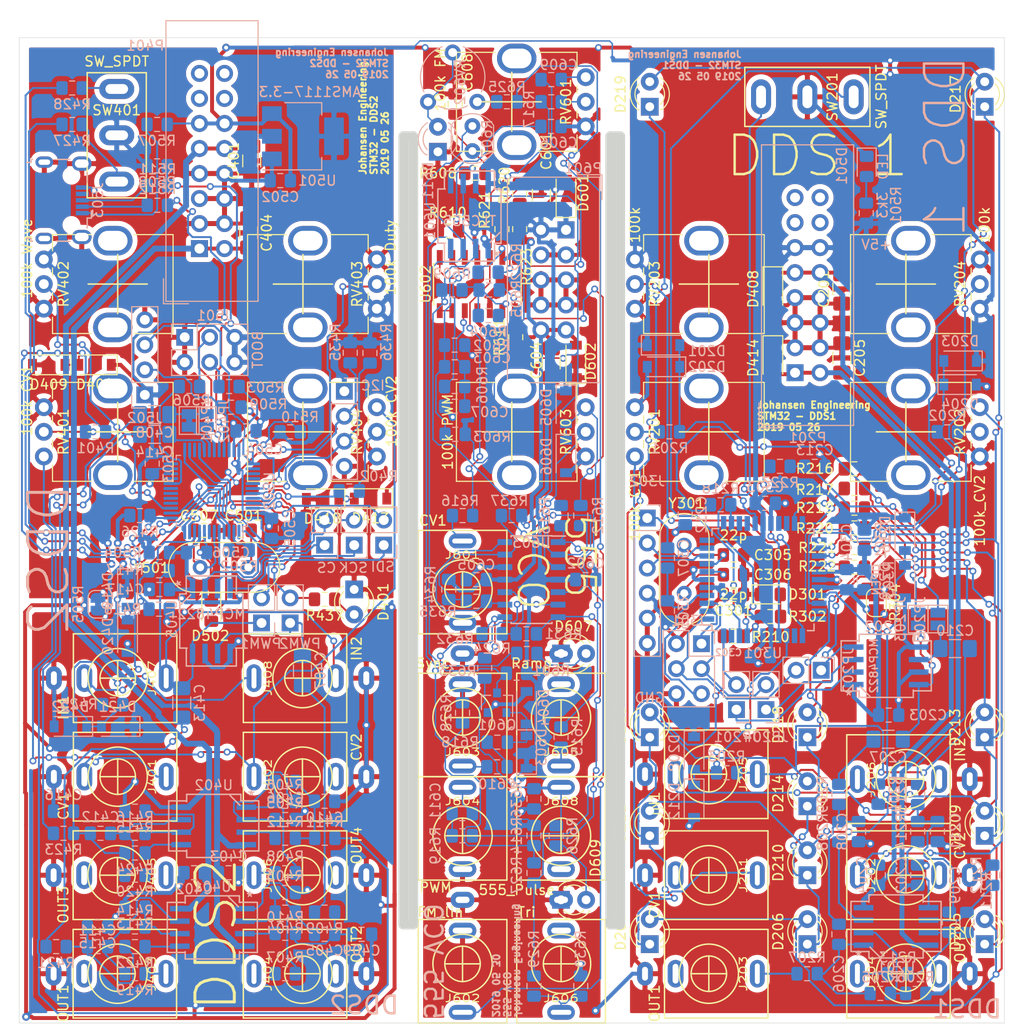
<source format=kicad_pcb>
(kicad_pcb (version 20171130) (host pcbnew "(5.1.0)-1")
  (layers (0 F.Cu signal) (31 B.Cu signal) (34 B.Paste user) (35 F.Paste user) (36 B.SilkS user) (37 F.SilkS user) (38 B.Mask user hide) (39 F.Mask user hide) (44 Edge.Cuts user))
  (net 0 "")
  (net 1 +5V)
  (net 2 GND)
  (net 3 +5VA)
  (net 4 +12V)
  (net 5 -12V)
  (net 6 "Net-(C210-Pad1)")
  (net 7 "Net-(C306-Pad1)")
  (net 8 "Net-(J401-PadT)")
  (net 9 "Net-(R405-Pad2)")
  (net 10 "Net-(R413-Pad2)")
  (net 11 "Net-(D401-Pad2)")
  (net 12 "Net-(C411-Pad2)")
  (net 13 "Net-(C206-Pad2)")
  (net 14 "Net-(C207-Pad1)")
  (net 15 DACA)
  (net 16 "Net-(C209-Pad2)")
  (net 17 DACB)
  (net 18 PWM12)
  (net 19 "Net-(C305-Pad1)")
  (net 20 32_reset)
  (net 21 "Net-(C307-Pad2)")
  (net 22 "Net-(C406-Pad1)")
  (net 23 "Net-(C406-Pad2)")
  (net 24 "Net-(C407-Pad1)")
  (net 25 "Net-(C408-Pad1)")
  (net 26 PWM_PA8)
  (net 27 "Net-(C412-Pad2)")
  (net 28 "Net-(C412-Pad1)")
  (net 29 "Net-(C413-Pad1)")
  (net 30 "Net-(C414-Pad1)")
  (net 31 PWM_PA9)
  (net 32 "Net-(C501-Pad1)")
  (net 33 +3V3)
  (net 34 +3.3VA)
  (net 35 "Net-(C507-Pad1)")
  (net 36 "Net-(D301-Pad2)")
  (net 37 STM32_CV1)
  (net 38 STM32_CV2)
  (net 39 STM32_IN1)
  (net 40 STM32_IN2)
  (net 41 "Net-(D501-Pad2)")
  (net 42 "Net-(J201-PadT)")
  (net 43 "Net-(J201-PadTN)")
  (net 44 OUT1)
  (net 45 OUT2)
  (net 46 "Net-(J205-PadTN)")
  (net 47 "Net-(J205-PadT)")
  (net 48 32_6_MISO)
  (net 49 32_7_SCK)
  (net 50 32_5_MOSI)
  (net 51 32_9_Tx)
  (net 52 32_8_Rx)
  (net 53 "Net-(J401-PadTN)")
  (net 54 STM32_OUT1)
  (net 55 STM32_OUT2)
  (net 56 STM32_OUT3)
  (net 57 STM32_OUT4)
  (net 58 "Net-(J407-PadTN)")
  (net 59 "Net-(J407-PadT)")
  (net 60 boot_0)
  (net 61 "Net-(J501-Pad3)")
  (net 62 /KicadJE_STM32F0/STM32F103C8/STM32_SWDIO_PA13)
  (net 63 /KicadJE_STM32F0/STM32F103C8/STM32_SWCLK_PA14)
  (net 64 "Net-(J503-Pad1)")
  (net 65 "Net-(J503-Pad2)")
  (net 66 "Net-(J503-Pad3)")
  (net 67 32_4_SS_PWM)
  (net 68 /KicadJE_STM32F0/STM32F103C8/STM32_PB12)
  (net 69 /KicadJE_STM32F0/STM32F103C8/STM32_PB13)
  (net 70 /KicadJE_STM32F0/STM32F103C8/STM32_PB15)
  (net 71 "Net-(JP403-Pad1)")
  (net 72 "Net-(R201-Pad1)")
  (net 73 CV1)
  (net 74 "Net-(R202-Pad1)")
  (net 75 CV2)
  (net 76 IN1)
  (net 77 IN2)
  (net 78 /KicadJE_ATMega32A_DAC/ATMega32A.sch/18)
  (net 79 /KicadJE_ATMega32A_DAC/ATMega32A.sch/19)
  (net 80 32_12_PWM)
  (net 81 /KicadJE_ATMega32A_DAC/ATMega32A.sch/20)
  (net 82 /KicadJE_ATMega32A_DAC/ATMega32A.sch/21)
  (net 83 /KicadJE_ATMega32A_DAC/ATMega32A.sch/22)
  (net 84 /KicadJE_ATMega32A_DAC/ATMega32A.sch/23)
  (net 85 "Net-(R401-Pad1)")
  (net 86 "Net-(R402-Pad1)")
  (net 87 "Net-(R403-Pad2)")
  (net 88 "Net-(R410-Pad2)")
  (net 89 "Net-(R412-Pad2)")
  (net 90 "Net-(R415-Pad2)")
  (net 91 "Net-(R422-Pad2)")
  (net 92 "Net-(R424-Pad2)")
  (net 93 /KicadJE_STM32F0/STM32F103C8/STM32_PC14)
  (net 94 "Net-(R427-Pad2)")
  (net 95 "Net-(R428-Pad2)")
  (net 96 /KicadJE_STM32F0/STM32F103C8/STM32_PC15)
  (net 97 /KicadJE_STM32F0/STM32F103C8/STM32_Boot0)
  (net 98 /KicadJE_STM32F0/STM32F103C8/STM32_LED_PC13)
  (net 99 /KicadJE_STM32F0/STM32F103C8/STM32_USB_P_PA12)
  (net 100 /KicadJE_STM32F0/STM32F103C8/STM32_USB_N_PA11)
  (net 101 Wave)
  (net 102 Duty)
  (net 103 STM32_Wave)
  (net 104 STM32_Duty)
  (net 105 32_15_PWM)
  (net 106 32_1)
  (net 107 32_2_INT2)
  (net 108 /KicadJE_STM32F0/STM32F103C8/STM32_PWM_PA9)
  (net 109 /KicadJE_STM32F0/STM32F103C8/STM32_PWM_PA10)
  (net 110 PB2_R2)
  (net 111 PB6_SCL1)
  (net 112 PB7_SDA1)
  (net 113 "Net-(JP404-Pad1)")
  (net 114 "Net-(JP405-Pad1)")
  (net 115 STM_DACA)
  (net 116 STM_DACB)
  (net 117 "Net-(D502-Pad2)")
  (net 118 "Net-(C405-Pad1)")
  (net 119 "Net-(C405-Pad2)")
  (net 120 "Net-(C411-Pad1)")
  (net 121 /KicadJE_ATMega32A_DAC/1_out)
  (net 122 /KicadJE_ATMega32A_DAC/2_out)
  (net 123 /KicadJE_ATMega32A_DAC/1_inv)
  (net 124 /KicadJE_ATMega32A_DAC/1_noninv)
  (net 125 /KicadJE_ATMega32A_DAC/2_inv)
  (net 126 /KicadJE_ATMega32A_DAC/2_noninv)
  (net 127 /KicadJE_ATMega32A_DAC/SS)
  (net 128 /KicadJE_ATMega32A_DAC/SDI)
  (net 129 /KicadJE_ATMega32A_DAC/SCK)
  (net 130 R0_18)
  (net 131 C0_22)
  (net 132 C1_23)
  (net 133 C2_0)
  (net 134 R1_19)
  (net 135 R2_20)
  (net 136 R3_21)
  (net 137 /KicadJE_STM32F0/STM32F103C8/STM32_SCL1_PWM_PB8)
  (net 138 PB9_PWM)
  (net 139 PWM15)
  (net 140 32_0_LED)
  (net 141 "Net-(C603-Pad1)")
  (net 142 "Net-(C606-Pad1)")
  (net 143 "Net-(C608-Pad1)")
  (net 144 "Net-(C609-Pad2)")
  (net 145 "Net-(C609-Pad1)")
  (net 146 "Net-(C610-Pad2)")
  (net 147 "Net-(C610-Pad1)")
  (net 148 "Net-(C611-Pad1)")
  (net 149 "Net-(C611-Pad2)")
  (net 150 555_Sync)
  (net 151 555_PWM)
  (net 152 "Net-(D607-Pad2)")
  (net 153 "Net-(D609-Pad2)")
  (net 154 555_CV)
  (net 155 555_Ramp)
  (net 156 555_Tri)
  (net 157 555_Pulse)
  (net 158 "Net-(Q601-Pad3)")
  (net 159 "Net-(R606-Pad2)")
  (net 160 555_Out)
  (net 161 "Net-(R608-Pad1)")
  (net 162 555_In)
  (net 163 555_Dis)
  (net 164 /TH_555_VCO1/out603_1)
  (net 165 VCO_Control)
  (net 166 555_FM)
  (net 167 "Net-(R620-Pad1)")
  (net 168 "Net-(R622-Pad2)")
  (net 169 "Net-(R625-Pad1)")
  (net 170 555_Tri_Direct)
  (net 171 "Net-(R631-Pad1)")
  (net 172 "Net-(R632-Pad1)")
  (net 173 "Net-(R635-Pad1)")
  (net 174 "Net-(R637-Pad2)")
  (net 175 "Net-(D611-Pad2)")
  (net 176 /TH_555_VCO1/602invB)
  (net 177 /TH_555_VCO1/602invD)
  (net 178 /TH_555_VCO1/603invD)
  (net 179 602_Out_D)
  (net 180 /TH_555_VCO1/603invA)
  (net 181 /TH_555_VCO1/603invB)
  (net 182 /TH_555_VCO1/602invA)
  (module Capacitor_SMD:C_0805_2012Metric_Pad1.15x1.40mm_HandSolder (layer B.Cu) (at 134 105 90)
    (fp_text reference C304 (at 3.75 0 90) (layer B.SilkS) (effects (justify mirror)))
    (fp_text value 100n)
    (pad 2 smd roundrect (at 1.025 0 90) (size 1.15 1.4) (layers B.Cu B.Paste B.Mask) (roundrect_rratio 0.217391) (net 3 +5VA))
    (pad 1 smd roundrect (at -1.025 0 90) (size 1.15 1.4) (layers B.Cu B.Paste B.Mask) (roundrect_rratio 0.217391) (net 2 GND))
  )
  (module Capacitor_SMD:C_1206_3216Metric_Pad1.42x1.75mm_HandSolder (layer F.Cu) (at 133.5 75.5 90)
    (fp_text reference C201 (at 0 -1.82 90) (layer F.SilkS))
    (fp_text value 1u)
    (pad 2 smd roundrect (at 1.4875 0 90) (size 1.425 1.75) (layers F.Cu F.Paste F.Mask) (roundrect_rratio 0.175439) (net 4 +12V))
    (pad 1 smd roundrect (at -1.4875 0 90) (size 1.425 1.75) (layers F.Cu F.Paste F.Mask) (roundrect_rratio 0.175439) (net 2 GND))
  )
  (module Capacitor_SMD:C_0805_2012Metric_Pad1.15x1.40mm_HandSolder (layer B.Cu) (at 141.2 135 270)
    (fp_text reference C202 (at 0 1.65 270) (layer B.SilkS) (effects (justify mirror)))
    (fp_text value 100n)
    (pad 2 smd roundrect (at 1.025 0 270) (size 1.15 1.4) (layers B.Cu B.Paste B.Mask) (roundrect_rratio 0.217391) (net 4 +12V))
    (pad 1 smd roundrect (at -1.025 0 270) (size 1.15 1.4) (layers B.Cu B.Paste B.Mask) (roundrect_rratio 0.217391) (net 2 GND))
  )
  (module Capacitor_SMD:C_0805_2012Metric_Pad1.15x1.40mm_HandSolder (layer B.Cu) (at 138.25 118.75 180)
    (fp_text reference C203 (at -4 0 180) (layer B.SilkS) (effects (justify mirror)))
    (fp_text value 100n)
    (pad 2 smd roundrect (at 1.025 0 180) (size 1.15 1.4) (layers B.Cu B.Paste B.Mask) (roundrect_rratio 0.217391) (net 3 +5VA))
    (pad 1 smd roundrect (at -1.025 0 180) (size 1.15 1.4) (layers B.Cu B.Paste B.Mask) (roundrect_rratio 0.217391) (net 2 GND))
  )
  (module Capacitor_SMD:C_0805_2012Metric_Pad1.15x1.40mm_HandSolder (layer B.Cu) (at 137.2 135 270)
    (fp_text reference C204 (at 0 1.65 270) (layer B.SilkS) (effects (justify mirror)))
    (fp_text value 100n)
    (pad 1 smd roundrect (at -1.025 0 270) (size 1.15 1.4) (layers B.Cu B.Paste B.Mask) (roundrect_rratio 0.217391) (net 2 GND))
    (pad 2 smd roundrect (at 1.025 0 270) (size 1.15 1.4) (layers B.Cu B.Paste B.Mask) (roundrect_rratio 0.217391) (net 5 -12V))
  )
  (module Capacitor_SMD:C_1206_3216Metric_Pad1.42x1.75mm_HandSolder (layer F.Cu) (at 133.5 82.5 270)
    (fp_text reference C205 (at 0 -1.82 270) (layer F.SilkS))
    (fp_text value 1u)
    (pad 1 smd roundrect (at -1.4875 0 270) (size 1.425 1.75) (layers F.Cu F.Paste F.Mask) (roundrect_rratio 0.175439) (net 2 GND))
    (pad 2 smd roundrect (at 1.4875 0 270) (size 1.425 1.75) (layers F.Cu F.Paste F.Mask) (roundrect_rratio 0.175439) (net 5 -12V))
  )
  (module Capacitor_SMD:C_0805_2012Metric_Pad1.15x1.40mm_HandSolder (layer B.Cu) (at 133.2 141 90)
    (fp_text reference C206 (at -4 0 90) (layer B.SilkS) (effects (justify mirror)))
    (fp_text value 100n)
    (pad 1 smd roundrect (at -1.025 0 90) (size 1.15 1.4) (layers B.Cu B.Paste B.Mask) (roundrect_rratio 0.217391) (net 121 /KicadJE_ATMega32A_DAC/1_out))
    (pad 2 smd roundrect (at 1.025 0 90) (size 1.15 1.4) (layers B.Cu B.Paste B.Mask) (roundrect_rratio 0.217391) (net 13 "Net-(C206-Pad2)"))
  )
  (module Capacitor_SMD:C_1206_3216Metric_Pad1.42x1.75mm_HandSolder (layer B.Cu) (at 138.2 121.2)
    (fp_text reference C207 (at 0 1.82) (layer B.SilkS) (effects (justify mirror)))
    (fp_text value 1u)
    (pad 1 smd roundrect (at -1.4875 0) (size 1.425 1.75) (layers B.Cu B.Paste B.Mask) (roundrect_rratio 0.175439) (net 14 "Net-(C207-Pad1)"))
    (pad 2 smd roundrect (at 1.4875 0) (size 1.425 1.75) (layers B.Cu B.Paste B.Mask) (roundrect_rratio 0.175439) (net 15 DACA))
  )
  (module Capacitor_SMD:C_0805_2012Metric_Pad1.15x1.40mm_HandSolder (layer B.Cu) (at 135.2 130.575 270)
    (fp_text reference C208 (at 0 1.65 270) (layer B.SilkS) (effects (justify mirror)))
    (fp_text value 100n)
    (pad 2 smd roundrect (at 1.025 0 270) (size 1.15 1.4) (layers B.Cu B.Paste B.Mask) (roundrect_rratio 0.217391) (net 2 GND))
    (pad 1 smd roundrect (at -1.025 0 270) (size 1.15 1.4) (layers B.Cu B.Paste B.Mask) (roundrect_rratio 0.217391) (net 13 "Net-(C206-Pad2)"))
  )
  (module Capacitor_SMD:C_0805_2012Metric_Pad1.15x1.40mm_HandSolder (layer B.Cu) (at 144.4 139.775 90)
    (fp_text reference C209 (at 3.775 0.6 90) (layer B.SilkS) (effects (justify mirror)))
    (fp_text value 100n)
    (pad 1 smd roundrect (at -1.025 0 90) (size 1.15 1.4) (layers B.Cu B.Paste B.Mask) (roundrect_rratio 0.217391) (net 122 /KicadJE_ATMega32A_DAC/2_out))
    (pad 2 smd roundrect (at 1.025 0 90) (size 1.15 1.4) (layers B.Cu B.Paste B.Mask) (roundrect_rratio 0.217391) (net 16 "Net-(C209-Pad2)"))
  )
  (module Capacitor_SMD:C_1206_3216Metric_Pad1.42x1.75mm_HandSolder (layer B.Cu) (at 145 112 180)
    (fp_text reference C210 (at 0 1.82 180) (layer B.SilkS) (effects (justify mirror)))
    (fp_text value 1u)
    (pad 2 smd roundrect (at 1.4875 0 180) (size 1.425 1.75) (layers B.Cu B.Paste B.Mask) (roundrect_rratio 0.175439) (net 17 DACB))
    (pad 1 smd roundrect (at -1.4875 0 180) (size 1.425 1.75) (layers B.Cu B.Paste B.Mask) (roundrect_rratio 0.175439) (net 6 "Net-(C210-Pad1)"))
  )
  (module Capacitor_SMD:C_0805_2012Metric_Pad1.15x1.40mm_HandSolder (layer B.Cu) (at 143.2 130.575 270)
    (fp_text reference C211 (at 0 -1.8 270) (layer B.SilkS) (effects (justify mirror)))
    (fp_text value 100n)
    (pad 2 smd roundrect (at 1.025 0 270) (size 1.15 1.4) (layers B.Cu B.Paste B.Mask) (roundrect_rratio 0.217391) (net 2 GND))
    (pad 1 smd roundrect (at -1.025 0 270) (size 1.15 1.4) (layers B.Cu B.Paste B.Mask) (roundrect_rratio 0.217391) (net 16 "Net-(C209-Pad2)"))
  )
  (module Capacitor_SMD:C_0805_2012Metric_Pad1.15x1.40mm_HandSolder (layer B.Cu) (at 117.6 98.4 90)
    (fp_text reference C212 (at 0 1.65 90) (layer B.SilkS) (effects (justify mirror)))
    (fp_text value 100n)
    (pad 2 smd roundrect (at 1.025 0 90) (size 1.15 1.4) (layers B.Cu B.Paste B.Mask) (roundrect_rratio 0.217391) (net 18 PWM12))
    (pad 1 smd roundrect (at -1.025 0 90) (size 1.15 1.4) (layers B.Cu B.Paste B.Mask) (roundrect_rratio 0.217391) (net 2 GND))
  )
  (module Capacitor_SMD:C_0805_2012Metric_Pad1.15x1.40mm_HandSolder (layer F.Cu) (at 122.5 106.5 180)
    (fp_text reference C301 (at 0 -1.65 180) (layer F.SilkS))
    (fp_text value 100n)
    (pad 1 smd roundrect (at -1.025 0 180) (size 1.15 1.4) (layers F.Cu F.Paste F.Mask) (roundrect_rratio 0.217391) (net 2 GND))
    (pad 2 smd roundrect (at 1.025 0 180) (size 1.15 1.4) (layers F.Cu F.Paste F.Mask) (roundrect_rratio 0.217391) (net 1 +5V))
  )
  (module Capacitor_SMD:C_0805_2012Metric_Pad1.15x1.40mm_HandSolder (layer B.Cu) (at 125.225 112.8)
    (fp_text reference C302 (at -3.225 -0.4) (layer B.SilkS) (effects (font (size 0.7 0.7)) (justify mirror)))
    (fp_text value 100n)
    (pad 2 smd roundrect (at 1.025 0) (size 1.15 1.4) (layers B.Cu B.Paste B.Mask) (roundrect_rratio 0.217391) (net 1 +5V))
    (pad 1 smd roundrect (at -1.025 0) (size 1.15 1.4) (layers B.Cu B.Paste B.Mask) (roundrect_rratio 0.217391) (net 2 GND))
  )
  (module Capacitor_SMD:C_0805_2012Metric_Pad1.15x1.40mm_HandSolder (layer B.Cu) (at 125.725 97.25 180)
    (fp_text reference C303 (at 0 1.65 180) (layer B.SilkS) (effects (justify mirror)))
    (fp_text value 100n)
    (pad 1 smd roundrect (at -1.025 0 180) (size 1.15 1.4) (layers B.Cu B.Paste B.Mask) (roundrect_rratio 0.217391) (net 2 GND))
    (pad 2 smd roundrect (at 1.025 0 180) (size 1.15 1.4) (layers B.Cu B.Paste B.Mask) (roundrect_rratio 0.217391) (net 1 +5V))
  )
  (module Capacitor_SMD:C_0805_2012Metric_Pad1.15x1.40mm_HandSolder (layer F.Cu) (at 122.5 102.5)
    (fp_text reference C305 (at 4 0) (layer F.SilkS))
    (fp_text value 22p (at 0 -2) (layer F.SilkS))
    (pad 1 smd roundrect (at -1.025 0) (size 1.15 1.4) (layers F.Cu F.Paste F.Mask) (roundrect_rratio 0.217391) (net 19 "Net-(C305-Pad1)"))
    (pad 2 smd roundrect (at 1.025 0) (size 1.15 1.4) (layers F.Cu F.Paste F.Mask) (roundrect_rratio 0.217391) (net 2 GND))
  )
  (module Capacitor_SMD:C_0805_2012Metric_Pad1.15x1.40mm_HandSolder (layer F.Cu) (at 122.5 104.5)
    (fp_text reference C306 (at 4 0) (layer F.SilkS))
    (fp_text value 22p (at 0 2) (layer F.SilkS))
    (pad 2 smd roundrect (at 1.025 0) (size 1.15 1.4) (layers F.Cu F.Paste F.Mask) (roundrect_rratio 0.217391) (net 2 GND))
    (pad 1 smd roundrect (at -1.025 0) (size 1.15 1.4) (layers F.Cu F.Paste F.Mask) (roundrect_rratio 0.217391) (net 7 "Net-(C306-Pad1)"))
  )
  (module Capacitor_SMD:C_0805_2012Metric_Pad1.15x1.40mm_HandSolder (layer B.Cu) (at 115.8 102.8 90)
    (fp_text reference C307 (at 0 1.65 90) (layer B.SilkS) (effects (justify mirror)))
    (fp_text value 100n)
    (pad 1 smd roundrect (at -1.025 0 90) (size 1.15 1.4) (layers B.Cu B.Paste B.Mask) (roundrect_rratio 0.217391) (net 20 32_reset))
    (pad 2 smd roundrect (at 1.025 0 90) (size 1.15 1.4) (layers B.Cu B.Paste B.Mask) (roundrect_rratio 0.217391) (net 21 "Net-(C307-Pad2)"))
  )
  (module Capacitor_SMD:C_1206_3216Metric_Pad1.42x1.75mm_HandSolder (layer F.Cu) (at 73.6 62.5 90)
    (fp_text reference C401 (at 0 -1.82 90) (layer F.SilkS))
    (fp_text value 1u)
    (pad 2 smd roundrect (at 1.4875 0 90) (size 1.425 1.75) (layers F.Cu F.Paste F.Mask) (roundrect_rratio 0.175439) (net 4 +12V))
    (pad 1 smd roundrect (at -1.4875 0 90) (size 1.425 1.75) (layers F.Cu F.Paste F.Mask) (roundrect_rratio 0.175439) (net 2 GND))
  )
  (module Capacitor_SMD:C_0805_2012Metric_Pad1.15x1.40mm_HandSolder (layer B.Cu) (at 67.75 134.75)
    (fp_text reference C402 (at 0 1.65) (layer B.SilkS) (effects (justify mirror)))
    (fp_text value 100n)
    (pad 1 smd roundrect (at -1.025 0) (size 1.15 1.4) (layers B.Cu B.Paste B.Mask) (roundrect_rratio 0.217391) (net 2 GND))
    (pad 2 smd roundrect (at 1.025 0) (size 1.15 1.4) (layers B.Cu B.Paste B.Mask) (roundrect_rratio 0.217391) (net 4 +12V))
  )
  (module Capacitor_SMD:C_0805_2012Metric_Pad1.15x1.40mm_HandSolder (layer B.Cu) (at 64.225 106 180)
    (fp_text reference C417 (at 3.475 0 180) (layer B.SilkS) (effects (justify mirror)))
    (fp_text value 100n)
    (pad 1 smd roundrect (at -1.025 0 180) (size 1.15 1.4) (layers B.Cu B.Paste B.Mask) (roundrect_rratio 0.217391) (net 34 +3.3VA))
    (pad 2 smd roundrect (at 1.025 0 180) (size 1.15 1.4) (layers B.Cu B.Paste B.Mask) (roundrect_rratio 0.217391) (net 2 GND))
  )
  (module Capacitor_SMD:C_0805_2012Metric_Pad1.15x1.40mm_HandSolder (layer B.Cu) (at 71.25 134.75 180)
    (fp_text reference C403 (at 0 1.65 180) (layer B.SilkS) (effects (justify mirror)))
    (fp_text value 100n)
    (pad 2 smd roundrect (at 1.025 0 180) (size 1.15 1.4) (layers B.Cu B.Paste B.Mask) (roundrect_rratio 0.217391) (net 5 -12V))
    (pad 1 smd roundrect (at -1.025 0 180) (size 1.15 1.4) (layers B.Cu B.Paste B.Mask) (roundrect_rratio 0.217391) (net 2 GND))
  )
  (module Capacitor_SMD:C_1206_3216Metric_Pad1.42x1.75mm_HandSolder (layer F.Cu) (at 73.3 69.8 270)
    (fp_text reference C404 (at 0 -1.82 270) (layer F.SilkS))
    (fp_text value 1u)
    (pad 1 smd roundrect (at -1.4875 0 270) (size 1.425 1.75) (layers F.Cu F.Paste F.Mask) (roundrect_rratio 0.175439) (net 2 GND))
    (pad 2 smd roundrect (at 1.4875 0 270) (size 1.425 1.75) (layers F.Cu F.Paste F.Mask) (roundrect_rratio 0.175439) (net 5 -12V))
  )
  (module Capacitor_SMD:C_0805_2012Metric_Pad1.15x1.40mm_HandSolder (layer B.Cu) (at 81 141)
    (fp_text reference C405 (at 0 1.65) (layer B.SilkS) (effects (justify mirror)))
    (fp_text value 100n)
    (pad 1 smd roundrect (at -1.025 0) (size 1.15 1.4) (layers B.Cu B.Paste B.Mask) (roundrect_rratio 0.217391) (net 118 "Net-(C405-Pad1)"))
    (pad 2 smd roundrect (at 1.025 0) (size 1.15 1.4) (layers B.Cu B.Paste B.Mask) (roundrect_rratio 0.217391) (net 119 "Net-(C405-Pad2)"))
  )
  (module Capacitor_SMD:C_0805_2012Metric_Pad1.15x1.40mm_HandSolder (layer B.Cu) (at 77 125.5)
    (fp_text reference C406 (at 0 1.65) (layer B.SilkS) (effects (justify mirror)))
    (fp_text value 100n)
    (pad 2 smd roundrect (at 1.025 0) (size 1.15 1.4) (layers B.Cu B.Paste B.Mask) (roundrect_rratio 0.217391) (net 23 "Net-(C406-Pad2)"))
    (pad 1 smd roundrect (at -1.025 0) (size 1.15 1.4) (layers B.Cu B.Paste B.Mask) (roundrect_rratio 0.217391) (net 22 "Net-(C406-Pad1)"))
  )
  (module Capacitor_SMD:C_1206_3216Metric_Pad1.42x1.75mm_HandSolder (layer B.Cu) (at 78.75 114.25 90)
    (fp_text reference C407 (at 0 1.82 90) (layer B.SilkS) (effects (justify mirror)))
    (fp_text value 1u)
    (pad 1 smd roundrect (at -1.4875 0 90) (size 1.425 1.75) (layers B.Cu B.Paste B.Mask) (roundrect_rratio 0.175439) (net 24 "Net-(C407-Pad1)"))
    (pad 2 smd roundrect (at 1.4875 0 90) (size 1.425 1.75) (layers B.Cu B.Paste B.Mask) (roundrect_rratio 0.175439) (net 116 STM_DACB))
  )
  (module Capacitor_SMD:C_1206_3216Metric_Pad1.42x1.75mm_HandSolder (layer B.Cu) (at 63.75 88.25)
    (fp_text reference C408 (at 0 1.82) (layer B.SilkS) (effects (justify mirror)))
    (fp_text value 1u)
    (pad 1 smd roundrect (at -1.4875 0) (size 1.425 1.75) (layers B.Cu B.Paste B.Mask) (roundrect_rratio 0.175439) (net 25 "Net-(C408-Pad1)"))
    (pad 2 smd roundrect (at 1.4875 0) (size 1.425 1.75) (layers B.Cu B.Paste B.Mask) (roundrect_rratio 0.175439) (net 31 PWM_PA9))
  )
  (module Capacitor_SMD:C_0805_2012Metric_Pad1.15x1.40mm_HandSolder (layer B.Cu) (at 84.75 141)
    (fp_text reference C409 (at 0 1.65) (layer B.SilkS) (effects (justify mirror)))
    (fp_text value 100n)
    (pad 2 smd roundrect (at 1.025 0) (size 1.15 1.4) (layers B.Cu B.Paste B.Mask) (roundrect_rratio 0.217391) (net 2 GND))
    (pad 1 smd roundrect (at -1.025 0) (size 1.15 1.4) (layers B.Cu B.Paste B.Mask) (roundrect_rratio 0.217391) (net 119 "Net-(C405-Pad2)"))
  )
  (module Capacitor_SMD:C_0805_2012Metric_Pad1.15x1.40mm_HandSolder (layer B.Cu) (at 81 127.5)
    (fp_text reference C410 (at 0 1.65) (layer B.SilkS) (effects (justify mirror)))
    (fp_text value 100n)
    (pad 1 smd roundrect (at -1.025 0) (size 1.15 1.4) (layers B.Cu B.Paste B.Mask) (roundrect_rratio 0.217391) (net 23 "Net-(C406-Pad2)"))
    (pad 2 smd roundrect (at 1.025 0) (size 1.15 1.4) (layers B.Cu B.Paste B.Mask) (roundrect_rratio 0.217391) (net 2 GND))
  )
  (module Capacitor_SMD:C_0805_2012Metric_Pad1.15x1.40mm_HandSolder (layer B.Cu) (at 57.95 142.25 180)
    (fp_text reference C411 (at 0 1.65 180) (layer B.SilkS) (effects (justify mirror)))
    (fp_text value 100n)
    (pad 2 smd roundrect (at 1.025 0 180) (size 1.15 1.4) (layers B.Cu B.Paste B.Mask) (roundrect_rratio 0.217391) (net 12 "Net-(C411-Pad2)"))
    (pad 1 smd roundrect (at -1.025 0 180) (size 1.15 1.4) (layers B.Cu B.Paste B.Mask) (roundrect_rratio 0.217391) (net 120 "Net-(C411-Pad1)"))
  )
  (module Capacitor_SMD:C_0805_2012Metric_Pad1.15x1.40mm_HandSolder (layer B.Cu) (at 58.25 130.75 180)
    (fp_text reference C412 (at 0 1.65 180) (layer B.SilkS) (effects (justify mirror)))
    (fp_text value 100n)
    (pad 1 smd roundrect (at -1.025 0 180) (size 1.15 1.4) (layers B.Cu B.Paste B.Mask) (roundrect_rratio 0.217391) (net 28 "Net-(C412-Pad1)"))
    (pad 2 smd roundrect (at 1.025 0 180) (size 1.15 1.4) (layers B.Cu B.Paste B.Mask) (roundrect_rratio 0.217391) (net 27 "Net-(C412-Pad2)"))
  )
  (module Capacitor_SMD:C_1206_3216Metric_Pad1.42x1.75mm_HandSolder (layer B.Cu) (at 66.5 117.5125 90)
    (fp_text reference C413 (at 0 1.82 90) (layer B.SilkS) (effects (justify mirror)))
    (fp_text value 1u)
    (pad 2 smd roundrect (at 1.4875 0 90) (size 1.425 1.75) (layers B.Cu B.Paste B.Mask) (roundrect_rratio 0.175439) (net 115 STM_DACA))
    (pad 1 smd roundrect (at -1.4875 0 90) (size 1.425 1.75) (layers B.Cu B.Paste B.Mask) (roundrect_rratio 0.175439) (net 29 "Net-(C413-Pad1)"))
  )
  (module Capacitor_SMD:C_1206_3216Metric_Pad1.42x1.75mm_HandSolder (layer B.Cu) (at 63.75 90.25)
    (fp_text reference C414 (at 0 1.82) (layer B.SilkS) (effects (justify mirror)))
    (fp_text value 1u)
    (pad 2 smd roundrect (at 1.4875 0) (size 1.425 1.75) (layers B.Cu B.Paste B.Mask) (roundrect_rratio 0.175439) (net 26 PWM_PA8))
    (pad 1 smd roundrect (at -1.4875 0) (size 1.425 1.75) (layers B.Cu B.Paste B.Mask) (roundrect_rratio 0.175439) (net 30 "Net-(C414-Pad1)"))
  )
  (module Capacitor_SMD:C_0805_2012Metric_Pad1.15x1.40mm_HandSolder (layer B.Cu) (at 57.95 140.25)
    (fp_text reference C415 (at 0 1.65) (layer B.SilkS) (effects (justify mirror)))
    (fp_text value 100n)
    (pad 1 smd roundrect (at -1.025 0) (size 1.15 1.4) (layers B.Cu B.Paste B.Mask) (roundrect_rratio 0.217391) (net 12 "Net-(C411-Pad2)"))
    (pad 2 smd roundrect (at 1.025 0) (size 1.15 1.4) (layers B.Cu B.Paste B.Mask) (roundrect_rratio 0.217391) (net 2 GND))
  )
  (module Capacitor_SMD:C_0805_2012Metric_Pad1.15x1.40mm_HandSolder (layer B.Cu) (at 54.5 128.5 180)
    (fp_text reference C416 (at 0 1.65 180) (layer B.SilkS) (effects (justify mirror)))
    (fp_text value 100n)
    (pad 2 smd roundrect (at 1.025 0 180) (size 1.15 1.4) (layers B.Cu B.Paste B.Mask) (roundrect_rratio 0.217391) (net 2 GND))
    (pad 1 smd roundrect (at -1.025 0 180) (size 1.15 1.4) (layers B.Cu B.Paste B.Mask) (roundrect_rratio 0.217391) (net 27 "Net-(C412-Pad2)"))
  )
  (module Capacitor_SMD:C_0805_2012Metric_Pad1.15x1.40mm_HandSolder (layer F.Cu) (at 72.525 100 180)
    (fp_text reference C501 (at -0.25 1.5 180) (layer F.SilkS))
    (fp_text value 20p)
    (pad 2 smd roundrect (at 1.025 0 180) (size 1.15 1.4) (layers F.Cu F.Paste F.Mask) (roundrect_rratio 0.217391) (net 2 GND))
    (pad 1 smd roundrect (at -1.025 0 180) (size 1.15 1.4) (layers F.Cu F.Paste F.Mask) (roundrect_rratio 0.217391) (net 32 "Net-(C501-Pad1)"))
  )
  (module Capacitor_SMD:C_0805_2012Metric_Pad1.15x1.40mm_HandSolder (layer B.Cu) (at 76.5 64.5)
    (fp_text reference C502 (at 0 1.65) (layer B.SilkS) (effects (justify mirror)))
    (fp_text value 470n)
    (pad 1 smd roundrect (at -1.025 0) (size 1.15 1.4) (layers B.Cu B.Paste B.Mask) (roundrect_rratio 0.217391) (net 2 GND))
    (pad 2 smd roundrect (at 1.025 0) (size 1.15 1.4) (layers B.Cu B.Paste B.Mask) (roundrect_rratio 0.217391) (net 1 +5V))
  )
  (module Capacitor_SMD:C_0805_2012Metric_Pad1.15x1.40mm_HandSolder (layer B.Cu) (at 63.5 93.225 90)
    (fp_text reference C503 (at 0 1.65 90) (layer B.SilkS) (effects (justify mirror)))
    (fp_text value 100n)
    (pad 1 smd roundrect (at -1.025 0 90) (size 1.15 1.4) (layers B.Cu B.Paste B.Mask) (roundrect_rratio 0.217391) (net 2 GND))
    (pad 2 smd roundrect (at 1.025 0 90) (size 1.15 1.4) (layers B.Cu B.Paste B.Mask) (roundrect_rratio 0.217391) (net 33 +3V3))
  )
  (module Capacitor_SMD:C_0805_2012Metric_Pad1.15x1.40mm_HandSolder (layer B.Cu) (at 73.025 89.9)
    (fp_text reference C504 (at 1.875 1.9) (layer B.SilkS) (effects (justify mirror)))
    (fp_text value 100n)
    (pad 2 smd roundrect (at 1.025 0) (size 1.15 1.4) (layers B.Cu B.Paste B.Mask) (roundrect_rratio 0.217391) (net 33 +3V3))
    (pad 1 smd roundrect (at -1.025 0) (size 1.15 1.4) (layers B.Cu B.Paste B.Mask) (roundrect_rratio 0.217391) (net 2 GND))
  )
  (module Capacitor_SMD:C_0805_2012Metric_Pad1.15x1.40mm_HandSolder (layer B.Cu) (at 75.6 99.8 270)
    (fp_text reference C505 (at 0 -1.9 270) (layer B.SilkS) (effects (justify mirror)))
    (fp_text value 100n)
    (pad 1 smd roundrect (at -1.025 0 270) (size 1.15 1.4) (layers B.Cu B.Paste B.Mask) (roundrect_rratio 0.217391) (net 2 GND))
    (pad 2 smd roundrect (at 1.025 0 270) (size 1.15 1.4) (layers B.Cu B.Paste B.Mask) (roundrect_rratio 0.217391) (net 33 +3V3))
  )
  (module Capacitor_SMD:C_0805_2012Metric_Pad1.15x1.40mm_HandSolder (layer B.Cu) (at 68 102.25 180)
    (fp_text reference C506 (at -3.5 0 180) (layer B.SilkS) (effects (justify mirror)))
    (fp_text value 100n)
    (pad 1 smd roundrect (at -1.025 0 180) (size 1.15 1.4) (layers B.Cu B.Paste B.Mask) (roundrect_rratio 0.217391) (net 2 GND))
    (pad 2 smd roundrect (at 1.025 0 180) (size 1.15 1.4) (layers B.Cu B.Paste B.Mask) (roundrect_rratio 0.217391) (net 34 +3.3VA))
  )
  (module Capacitor_SMD:C_0805_2012Metric_Pad1.15x1.40mm_HandSolder (layer F.Cu) (at 68.75 100)
    (fp_text reference C507 (at -0.5 -1.5) (layer F.SilkS))
    (fp_text value 20p)
    (pad 2 smd roundrect (at 1.025 0) (size 1.15 1.4) (layers F.Cu F.Paste F.Mask) (roundrect_rratio 0.217391) (net 2 GND))
    (pad 1 smd roundrect (at -1.025 0) (size 1.15 1.4) (layers F.Cu F.Paste F.Mask) (roundrect_rratio 0.217391) (net 35 "Net-(C507-Pad1)"))
  )
  (module Diode_SMD:D_SOD-123 (layer B.Cu) (at 115.4 81.2)
    (fp_text reference D201 (at 4.4 0.6) (layer B.SilkS) (effects (justify mirror)))
    (fp_text value 1N1007)
    (pad 1 smd rect (at -1.65 0) (size 0.9 1.2) (layers B.Cu B.Paste B.Mask) (net 1 +5V))
    (pad 2 smd rect (at 1.65 0) (size 0.9 1.2) (layers B.Cu B.Paste B.Mask) (net 73 CV1))
  )
  (module Diode_SMD:D_SOD-123 (layer B.Cu) (at 115.4 83.4 180)
    (fp_text reference D202 (at -4.4 0 180) (layer B.SilkS) (effects (justify mirror)))
    (fp_text value 1N1007)
    (pad 2 smd rect (at 1.65 0 180) (size 0.9 1.2) (layers B.Cu B.Paste B.Mask) (net 2 GND))
    (pad 1 smd rect (at -1.65 0 180) (size 0.9 1.2) (layers B.Cu B.Paste B.Mask) (net 73 CV1))
  )
  (module Diode_SMD:D_SOD-123 (layer B.Cu) (at 145.5 82.8 180)
    (fp_text reference D203 (at 0 2 180) (layer B.SilkS) (effects (justify mirror)))
    (fp_text value 1N1007)
    (pad 2 smd rect (at 1.65 0 180) (size 0.9 1.2) (layers B.Cu B.Paste B.Mask) (net 75 CV2))
    (pad 1 smd rect (at -1.65 0 180) (size 0.9 1.2) (layers B.Cu B.Paste B.Mask) (net 1 +5V))
  )
  (module Diode_SMD:D_SOD-123 (layer B.Cu) (at 145.5 85.2)
    (fp_text reference D204 (at 0 2) (layer B.SilkS) (effects (justify mirror)))
    (fp_text value 1N1007)
    (pad 2 smd rect (at 1.65 0) (size 0.9 1.2) (layers B.Cu B.Paste B.Mask) (net 2 GND))
    (pad 1 smd rect (at -1.65 0) (size 0.9 1.2) (layers B.Cu B.Paste B.Mask) (net 75 CV2))
  )
  (module LED_THT:LED_D3.0mm (layer F.Cu) (at 148 142 90)
    (fp_text reference D205 (at 1.27 -2.96 90) (layer F.SilkS))
    (fp_text value LED)
    (pad 2 thru_hole circle (at 2.54 0 90) (size 1.8 1.8) (drill 0.9) (layers *.Cu *.Mask) (net 130 R0_18))
    (pad 1 thru_hole rect (at 0 0 90) (size 1.8 1.8) (drill 0.9) (layers *.Cu *.Mask) (net 131 C0_22))
  )
  (module LED_THT:LED_D3.0mm (layer F.Cu) (at 130 142 90)
    (fp_text reference D206 (at 1.27 -2.96 90) (layer F.SilkS))
    (fp_text value LED)
    (pad 2 thru_hole circle (at 2.54 0 90) (size 1.8 1.8) (drill 0.9) (layers *.Cu *.Mask) (net 130 R0_18))
    (pad 1 thru_hole rect (at 0 0 90) (size 1.8 1.8) (drill 0.9) (layers *.Cu *.Mask) (net 132 C1_23))
  )
  (module LED_THT:LED_D3.0mm (layer F.Cu) (at 114 142 90)
    (fp_text reference D207 (at 1.27 -2.96 90) (layer F.SilkS))
    (fp_text value LED)
    (pad 2 thru_hole circle (at 2.54 0 90) (size 1.8 1.8) (drill 0.9) (layers *.Cu *.Mask) (net 130 R0_18))
    (pad 1 thru_hole rect (at 0 0 90) (size 1.8 1.8) (drill 0.9) (layers *.Cu *.Mask) (net 133 C2_0))
  )
  (module Diode_SMD:D_SOD-123 (layer B.Cu) (at 118.5 122.6 270)
    (fp_text reference D208 (at 0 2 270) (layer B.SilkS) (effects (justify mirror)))
    (fp_text value 1N1007)
    (pad 1 smd rect (at -1.65 0 270) (size 0.9 1.2) (layers B.Cu B.Paste B.Mask) (net 1 +5V))
    (pad 2 smd rect (at 1.65 0 270) (size 0.9 1.2) (layers B.Cu B.Paste B.Mask) (net 76 IN1))
  )
  (module LED_THT:LED_D3.0mm (layer F.Cu) (at 148 131 90)
    (fp_text reference D209 (at 1.27 -2.96 90) (layer F.SilkS))
    (fp_text value LED)
    (pad 1 thru_hole rect (at 0 0 90) (size 1.8 1.8) (drill 0.9) (layers *.Cu *.Mask) (net 131 C0_22))
    (pad 2 thru_hole circle (at 2.54 0 90) (size 1.8 1.8) (drill 0.9) (layers *.Cu *.Mask) (net 134 R1_19))
  )
  (module LED_THT:LED_D3.0mm (layer F.Cu) (at 130 135 90)
    (fp_text reference D210 (at 1.27 -2.96 90) (layer F.SilkS))
    (fp_text value LED)
    (pad 1 thru_hole rect (at 0 0 90) (size 1.8 1.8) (drill 0.9) (layers *.Cu *.Mask) (net 132 C1_23))
    (pad 2 thru_hole circle (at 2.54 0 90) (size 1.8 1.8) (drill 0.9) (layers *.Cu *.Mask) (net 134 R1_19))
  )
  (module LED_THT:LED_D3.0mm (layer F.Cu) (at 114 131 90)
    (fp_text reference D211 (at 1.27 -2.96 90) (layer F.SilkS))
    (fp_text value LED)
    (pad 2 thru_hole circle (at 2.54 0 90) (size 1.8 1.8) (drill 0.9) (layers *.Cu *.Mask) (net 134 R1_19))
    (pad 1 thru_hole rect (at 0 0 90) (size 1.8 1.8) (drill 0.9) (layers *.Cu *.Mask) (net 133 C2_0))
  )
  (module Diode_SMD:D_SOD-123 (layer B.Cu) (at 118.5 127.485001 270)
    (fp_text reference D212 (at 0 2 270) (layer B.SilkS) (effects (justify mirror)))
    (fp_text value 1N1007)
    (pad 1 smd rect (at -1.65 0 270) (size 0.9 1.2) (layers B.Cu B.Paste B.Mask) (net 76 IN1))
    (pad 2 smd rect (at 1.65 0 270) (size 0.9 1.2) (layers B.Cu B.Paste B.Mask) (net 2 GND))
  )
  (module LED_THT:LED_D3.0mm (layer F.Cu) (at 148 121 90)
    (fp_text reference D213 (at 1 -3 90) (layer F.SilkS))
    (fp_text value LED)
    (pad 1 thru_hole rect (at 0 0 90) (size 1.8 1.8) (drill 0.9) (layers *.Cu *.Mask) (net 131 C0_22))
    (pad 2 thru_hole circle (at 2.54 0 90) (size 1.8 1.8) (drill 0.9) (layers *.Cu *.Mask) (net 135 R2_20))
  )
  (module LED_THT:LED_D3.0mm (layer F.Cu) (at 130 128 90)
    (fp_text reference D214 (at 1.27 -2.96 90) (layer F.SilkS))
    (fp_text value LED)
    (pad 2 thru_hole circle (at 2.54 0 90) (size 1.8 1.8) (drill 0.9) (layers *.Cu *.Mask) (net 135 R2_20))
    (pad 1 thru_hole rect (at 0 0 90) (size 1.8 1.8) (drill 0.9) (layers *.Cu *.Mask) (net 132 C1_23))
  )
  (module LED_THT:LED_D3.0mm (layer F.Cu) (at 114 121 90)
    (fp_text reference D215 (at 1.27 -2.96 90) (layer F.SilkS))
    (fp_text value LED)
    (pad 2 thru_hole circle (at 2.54 0 90) (size 1.8 1.8) (drill 0.9) (layers *.Cu *.Mask) (net 135 R2_20))
    (pad 1 thru_hole rect (at 0 0 90) (size 1.8 1.8) (drill 0.9) (layers *.Cu *.Mask) (net 133 C2_0))
  )
  (module Diode_SMD:D_SOD-123 (layer B.Cu) (at 139.9 100.4 270)
    (fp_text reference D216 (at 0 2 270) (layer B.SilkS) (effects (justify mirror)))
    (fp_text value 1N1007)
    (pad 2 smd rect (at 1.65 0 270) (size 0.9 1.2) (layers B.Cu B.Paste B.Mask) (net 77 IN2))
    (pad 1 smd rect (at -1.65 0 270) (size 0.9 1.2) (layers B.Cu B.Paste B.Mask) (net 1 +5V))
  )
  (module LED_THT:LED_D3.0mm (layer F.Cu) (at 148 57 90)
    (fp_text reference D217 (at 1.27 -2.96 90) (layer F.SilkS))
    (fp_text value LED)
    (pad 2 thru_hole circle (at 2.54 0 90) (size 1.8 1.8) (drill 0.9) (layers *.Cu *.Mask) (net 136 R3_21))
    (pad 1 thru_hole rect (at 0 0 90) (size 1.8 1.8) (drill 0.9) (layers *.Cu *.Mask) (net 131 C0_22))
  )
  (module LED_THT:LED_D3.0mm (layer F.Cu) (at 130 121 90)
    (fp_text reference D218 (at 1.27 -2.96 90) (layer F.SilkS))
    (fp_text value LED)
    (pad 1 thru_hole rect (at 0 0 90) (size 1.8 1.8) (drill 0.9) (layers *.Cu *.Mask) (net 132 C1_23))
    (pad 2 thru_hole circle (at 2.54 0 90) (size 1.8 1.8) (drill 0.9) (layers *.Cu *.Mask) (net 136 R3_21))
  )
  (module LED_THT:LED_D3.0mm (layer F.Cu) (at 114 57 90)
    (fp_text reference D219 (at 1.27 -2.96 90) (layer F.SilkS))
    (fp_text value LED)
    (pad 1 thru_hole rect (at 0 0 90) (size 1.8 1.8) (drill 0.9) (layers *.Cu *.Mask) (net 133 C2_0))
    (pad 2 thru_hole circle (at 2.54 0 90) (size 1.8 1.8) (drill 0.9) (layers *.Cu *.Mask) (net 136 R3_21))
  )
  (module Diode_SMD:D_SOD-123 (layer B.Cu) (at 139.9 105.2 270)
    (fp_text reference D220 (at 0 2 270) (layer B.SilkS) (effects (justify mirror)))
    (fp_text value 1N1007)
    (pad 1 smd rect (at -1.65 0 270) (size 0.9 1.2) (layers B.Cu B.Paste B.Mask) (net 77 IN2))
    (pad 2 smd rect (at 1.65 0 270) (size 0.9 1.2) (layers B.Cu B.Paste B.Mask) (net 2 GND))
  )
  (module LED_SMD:LED_0805_2012Metric_Pad1.15x1.40mm_HandSolder (layer F.Cu) (at 126.225 106.5)
    (fp_text reference D301 (at 3.775 0) (layer F.SilkS))
    (fp_text value LED)
    (pad 1 smd roundrect (at -1.025 0) (size 1.15 1.4) (layers F.Cu F.Paste F.Mask) (roundrect_rratio 0.217391) (net 2 GND))
    (pad 2 smd roundrect (at 1.025 0) (size 1.15 1.4) (layers F.Cu F.Paste F.Mask) (roundrect_rratio 0.217391) (net 36 "Net-(D301-Pad2)"))
  )
  (module Diode_SMD:D_SOD-123 (layer F.Cu) (at 57.7 83.2 180)
    (fp_text reference D404 (at 0 -2 180) (layer F.SilkS))
    (fp_text value 1N1007)
    (pad 2 smd rect (at 1.65 0 180) (size 0.9 1.2) (layers F.Cu F.Paste F.Mask) (net 37 STM32_CV1))
    (pad 1 smd rect (at -1.65 0 180) (size 0.9 1.2) (layers F.Cu F.Paste F.Mask) (net 33 +3V3))
  )
  (module Diode_SMD:D_SOD-123 (layer F.Cu) (at 53 83.2 180)
    (fp_text reference D409 (at 0 -2 180) (layer F.SilkS))
    (fp_text value 1N1007)
    (pad 1 smd rect (at -1.65 0 180) (size 0.9 1.2) (layers F.Cu F.Paste F.Mask) (net 37 STM32_CV1))
    (pad 2 smd rect (at 1.65 0 180) (size 0.9 1.2) (layers F.Cu F.Paste F.Mask) (net 2 GND))
  )
  (module Diode_SMD:D_SOD-123 (layer F.Cu) (at 85.664999 96.774999 180)
    (fp_text reference D413 (at 0 -2 180) (layer F.SilkS))
    (fp_text value 1N1007)
    (pad 2 smd rect (at 1.65 0 180) (size 0.9 1.2) (layers F.Cu F.Paste F.Mask) (net 38 STM32_CV2))
    (pad 1 smd rect (at -1.65 0 180) (size 0.9 1.2) (layers F.Cu F.Paste F.Mask) (net 33 +3V3))
  )
  (module Diode_SMD:D_SOD-123 (layer F.Cu) (at 80.8 96.8 180)
    (fp_text reference D418 (at 0 -2 180) (layer F.SilkS))
    (fp_text value 1N1007)
    (pad 1 smd rect (at -1.65 0 180) (size 0.9 1.2) (layers F.Cu F.Paste F.Mask) (net 38 STM32_CV2))
    (pad 2 smd rect (at 1.65 0 180) (size 0.9 1.2) (layers F.Cu F.Paste F.Mask) (net 2 GND))
  )
  (module Diode_SMD:D_SOD-123 (layer B.Cu) (at 61 106.15 270)
    (fp_text reference D419 (at 0 2 270) (layer B.SilkS) (effects (justify mirror)))
    (fp_text value 1N1007)
    (pad 1 smd rect (at -1.65 0 270) (size 0.9 1.2) (layers B.Cu B.Paste B.Mask) (net 33 +3V3))
    (pad 2 smd rect (at 1.65 0 270) (size 0.9 1.2) (layers B.Cu B.Paste B.Mask) (net 39 STM32_IN1))
  )
  (module Diode_SMD:D_SOD-123 (layer B.Cu) (at 61 110.75 270)
    (fp_text reference D420 (at 0 2 270) (layer B.SilkS) (effects (justify mirror)))
    (fp_text value 1N1007)
    (pad 2 smd rect (at 1.65 0 270) (size 0.9 1.2) (layers B.Cu B.Paste B.Mask) (net 2 GND))
    (pad 1 smd rect (at -1.65 0 270) (size 0.9 1.2) (layers B.Cu B.Paste B.Mask) (net 39 STM32_IN1))
  )
  (module Diode_SMD:D_SOD-123 (layer B.Cu) (at 60 119.9 180)
    (fp_text reference D421 (at 0 2 180) (layer B.SilkS) (effects (justify mirror)))
    (fp_text value 1N1007)
    (pad 1 smd rect (at -1.65 0 180) (size 0.9 1.2) (layers B.Cu B.Paste B.Mask) (net 33 +3V3))
    (pad 2 smd rect (at 1.65 0 180) (size 0.9 1.2) (layers B.Cu B.Paste B.Mask) (net 40 STM32_IN2))
  )
  (module Diode_SMD:D_SOD-123 (layer B.Cu) (at 55.2 119.9 180)
    (fp_text reference D422 (at 0 2 180) (layer B.SilkS) (effects (justify mirror)))
    (fp_text value 1N1007)
    (pad 2 smd rect (at 1.65 0 180) (size 0.9 1.2) (layers B.Cu B.Paste B.Mask) (net 2 GND))
    (pad 1 smd rect (at -1.65 0 180) (size 0.9 1.2) (layers B.Cu B.Paste B.Mask) (net 40 STM32_IN2))
  )
  (module LED_SMD:LED_0805_2012Metric_Pad1.15x1.40mm_HandSolder (layer F.Cu) (at 69.5 108.2 270)
    (fp_text reference D502 (at 2.5 0.1) (layer F.SilkS))
    (fp_text value LED)
    (pad 2 smd roundrect (at 1.025 0 270) (size 1.15 1.4) (layers F.Cu F.Paste F.Mask) (roundrect_rratio 0.217391) (net 117 "Net-(D502-Pad2)"))
    (pad 1 smd roundrect (at -1.025 0 270) (size 1.15 1.4) (layers F.Cu F.Paste F.Mask) (roundrect_rratio 0.217391) (net 2 GND))
  )
  (module AJ-Dropbox-Kicad:PJ301SM (layer F.Cu) (at 120 135 270)
    (fp_text reference J201 (at 0 -3.5 270) (layer F.SilkS) (effects (font (size 0.75 1) (thickness 0.125))))
    (fp_text value CV1 (at 3 5.5 270) (layer F.SilkS))
    (pad T thru_hole oval (at 0 -4.92 270) (size 2.8 1.5) (drill oval 2.1 0.5) (layers *.Cu *.Mask) (net 42 "Net-(J201-PadT)"))
    (pad S thru_hole oval (at 0 6.48 270) (size 2.4 1.6) (drill oval 1.4 0.6) (layers *.Cu *.Mask) (net 2 GND))
    (pad TN thru_hole oval (at 0 3.38 270) (size 2.8 1.6) (drill oval 2 0.6) (layers *.Cu *.Mask) (net 43 "Net-(J201-PadTN)"))
  )
  (module AJ-Dropbox-Kicad:PJ301SM (layer F.Cu) (at 140 135 90)
    (fp_text reference J202 (at 0 -3.5 90) (layer F.SilkS) (effects (font (size 0.75 1) (thickness 0.125))))
    (fp_text value CV2 (at 3 5.5 90) (layer F.SilkS))
    (pad T thru_hole oval (at 0 -4.92 90) (size 2.8 1.5) (drill oval 2.1 0.5) (layers *.Cu *.Mask) (net 43 "Net-(J201-PadTN)"))
    (pad S thru_hole oval (at 0 6.48 90) (size 2.4 1.6) (drill oval 1.4 0.6) (layers *.Cu *.Mask) (net 2 GND))
    (pad TN thru_hole oval (at 0 3.38 90) (size 2.8 1.6) (drill oval 2 0.6) (layers *.Cu *.Mask) (net 42 "Net-(J201-PadT)"))
  )
  (module AJ-Dropbox-Kicad:PJ301SM (layer F.Cu) (at 120 145 270)
    (fp_text reference J203 (at 0 -3.5 270) (layer F.SilkS) (effects (font (size 0.75 1) (thickness 0.125))))
    (fp_text value OUT1 (at 3 5.5 270) (layer F.SilkS))
    (pad T thru_hole oval (at 0 -4.92 270) (size 2.8 1.5) (drill oval 2.1 0.5) (layers *.Cu *.Mask) (net 44 OUT1))
    (pad S thru_hole oval (at 0 6.48 270) (size 2.4 1.6) (drill oval 1.4 0.6) (layers *.Cu *.Mask) (net 2 GND))
    (pad TN thru_hole oval (at 0 3.38 270) (size 2.8 1.6) (drill oval 2 0.6) (layers *.Cu *.Mask))
  )
  (module AJ-Dropbox-Kicad:PJ301SM (layer F.Cu) (at 140 145 90)
    (fp_text reference J204 (at 0 -3.5 90) (layer F.SilkS) (effects (font (size 0.75 1) (thickness 0.125))))
    (fp_text value OUT2 (at 3 5.5 90) (layer F.SilkS))
    (pad TN thru_hole oval (at 0 3.38 90) (size 2.8 1.6) (drill oval 2 0.6) (layers *.Cu *.Mask))
    (pad S thru_hole oval (at 0 6.48 90) (size 2.4 1.6) (drill oval 1.4 0.6) (layers *.Cu *.Mask) (net 2 GND))
    (pad T thru_hole oval (at 0 -4.92 90) (size 2.8 1.5) (drill oval 2.1 0.5) (layers *.Cu *.Mask) (net 45 OUT2))
  )
  (module AJ-Dropbox-Kicad:PJ301SM (layer F.Cu) (at 120 124.75 270)
    (fp_text reference J205 (at 0 -3.5 270) (layer F.SilkS) (effects (font (size 0.75 1) (thickness 0.125))))
    (fp_text value IN1 (at 3 5.5 270) (layer F.SilkS))
    (pad TN thru_hole oval (at 0 3.38 270) (size 2.8 1.6) (drill oval 2 0.6) (layers *.Cu *.Mask) (net 46 "Net-(J205-PadTN)"))
    (pad S thru_hole oval (at 0 6.48 270) (size 2.4 1.6) (drill oval 1.4 0.6) (layers *.Cu *.Mask) (net 2 GND))
    (pad T thru_hole oval (at 0 -4.92 270) (size 2.8 1.5) (drill oval 2.1 0.5) (layers *.Cu *.Mask) (net 47 "Net-(J205-PadT)"))
  )
  (module AJ-Dropbox-Kicad:PJ301SM (layer F.Cu) (at 140 125.25 90)
    (fp_text reference J206 (at 0 -3.5 90) (layer F.SilkS) (effects (font (size 0.75 1) (thickness 0.125))))
    (fp_text value IN2 (at 3 5.5 90) (layer F.SilkS))
    (pad TN thru_hole oval (at 0 3.38 90) (size 2.8 1.6) (drill oval 2 0.6) (layers *.Cu *.Mask) (net 47 "Net-(J205-PadT)"))
    (pad S thru_hole oval (at 0 6.48 90) (size 2.4 1.6) (drill oval 1.4 0.6) (layers *.Cu *.Mask) (net 2 GND))
    (pad T thru_hole oval (at 0 -4.92 90) (size 2.8 1.5) (drill oval 2.1 0.5) (layers *.Cu *.Mask) (net 46 "Net-(J205-PadTN)"))
  )
  (module Connector_PinHeader_2.54mm:PinHeader_2x03_P2.54mm_Vertical (layer B.Cu) (at 119.25 111.5 180)
    (fp_text reference J301 (at 1.27 2.33 180) (layer B.SilkS) (effects (justify mirror)))
    (fp_text value AVR-ISP-6)
    (pad 1 thru_hole rect (at 0 0 180) (size 1.7 1.7) (drill 1) (layers *.Cu *.Mask) (net 48 32_6_MISO))
    (pad 2 thru_hole oval (at 2.54 0 180) (size 1.7 1.7) (drill 1) (layers *.Cu *.Mask) (net 1 +5V))
    (pad 3 thru_hole oval (at 0 -2.54 180) (size 1.7 1.7) (drill 1) (layers *.Cu *.Mask) (net 49 32_7_SCK))
    (pad 4 thru_hole oval (at 2.54 -2.54 180) (size 1.7 1.7) (drill 1) (layers *.Cu *.Mask) (net 50 32_5_MOSI))
    (pad 5 thru_hole oval (at 0 -5.08 180) (size 1.7 1.7) (drill 1) (layers *.Cu *.Mask) (net 20 32_reset))
    (pad 6 thru_hole oval (at 2.54 -5.08 180) (size 1.7 1.7) (drill 1) (layers *.Cu *.Mask) (net 2 GND))
  )
  (module Connector_PinHeader_2.54mm:PinHeader_1x06_P2.54mm_Vertical (layer B.Cu) (at 113.75 98.75 180)
    (fp_text reference J302 (at 0 3.75 180) (layer B.SilkS) (effects (justify mirror)))
    (fp_text value UART)
    (pad 1 thru_hole rect (at 0 0 180) (size 1.7 1.7) (drill 1) (layers *.Cu *.Mask) (net 21 "Net-(C307-Pad2)"))
    (pad 2 thru_hole oval (at 0 -2.54 180) (size 1.7 1.7) (drill 1) (layers *.Cu *.Mask) (net 51 32_9_Tx))
    (pad 3 thru_hole oval (at 0 -5.08 180) (size 1.7 1.7) (drill 1) (layers *.Cu *.Mask) (net 52 32_8_Rx))
    (pad 4 thru_hole oval (at 0 -7.62 180) (size 1.7 1.7) (drill 1) (layers *.Cu *.Mask) (net 1 +5V))
    (pad 5 thru_hole oval (at 0 -10.16 180) (size 1.7 1.7) (drill 1) (layers *.Cu *.Mask) (net 2 GND))
    (pad 6 thru_hole oval (at 0 -12.7 180) (size 1.7 1.7) (drill 1) (layers *.Cu *.Mask) (net 2 GND))
  )
  (module AJ-Dropbox-Kicad:PJ301SM (layer F.Cu) (at 60 125 270)
    (fp_text reference J401 (at 0 -3.5 270) (layer F.SilkS) (effects (font (size 0.75 1) (thickness 0.125))))
    (fp_text value CV1 (at 3 5.5 270) (layer F.SilkS))
    (pad T thru_hole oval (at 0 -4.92 270) (size 2.8 1.5) (drill oval 2.1 0.5) (layers *.Cu *.Mask) (net 8 "Net-(J401-PadT)"))
    (pad S thru_hole oval (at 0 6.48 270) (size 2.4 1.6) (drill oval 1.4 0.6) (layers *.Cu *.Mask) (net 2 GND))
    (pad TN thru_hole oval (at 0 3.38 270) (size 2.8 1.6) (drill oval 2 0.6) (layers *.Cu *.Mask) (net 53 "Net-(J401-PadTN)"))
  )
  (module AJ-Dropbox-Kicad:PJ301SM (layer F.Cu) (at 78.75 125 90)
    (fp_text reference J402 (at 0 -3.5 90) (layer F.SilkS) (effects (font (size 0.75 1) (thickness 0.125))))
    (fp_text value CV2 (at 3 5.5 90) (layer F.SilkS))
    (pad T thru_hole oval (at 0 -4.92 90) (size 2.8 1.5) (drill oval 2.1 0.5) (layers *.Cu *.Mask) (net 53 "Net-(J401-PadTN)"))
    (pad S thru_hole oval (at 0 6.48 90) (size 2.4 1.6) (drill oval 1.4 0.6) (layers *.Cu *.Mask) (net 2 GND))
    (pad TN thru_hole oval (at 0 3.38 90) (size 2.8 1.6) (drill oval 2 0.6) (layers *.Cu *.Mask) (net 8 "Net-(J401-PadT)"))
  )
  (module AJ-Dropbox-Kicad:PJ301SM (layer F.Cu) (at 59.974999 145 270)
    (fp_text reference J403 (at 0 -3.5 270) (layer F.SilkS) (effects (font (size 0.75 1) (thickness 0.125))))
    (fp_text value OUT1 (at 3 5.5 270) (layer F.SilkS))
    (pad T thru_hole oval (at 0 -4.92 270) (size 2.8 1.5) (drill oval 2.1 0.5) (layers *.Cu *.Mask) (net 54 STM32_OUT1))
    (pad S thru_hole oval (at 0 6.48 270) (size 2.4 1.6) (drill oval 1.4 0.6) (layers *.Cu *.Mask) (net 2 GND))
    (pad TN thru_hole oval (at 0 3.38 270) (size 2.8 1.6) (drill oval 2 0.6) (layers *.Cu *.Mask))
  )
  (module AJ-Dropbox-Kicad:PJ301SM (layer F.Cu) (at 78.75 145 90)
    (fp_text reference J404 (at 0 -3.5 90) (layer F.SilkS) (effects (font (size 0.75 1) (thickness 0.125))))
    (fp_text value OUT2 (at 3 5.5 90) (layer F.SilkS))
    (pad TN thru_hole oval (at 0 3.38 90) (size 2.8 1.6) (drill oval 2 0.6) (layers *.Cu *.Mask))
    (pad S thru_hole oval (at 0 6.48 90) (size 2.4 1.6) (drill oval 1.4 0.6) (layers *.Cu *.Mask) (net 2 GND))
    (pad T thru_hole oval (at 0 -4.92 90) (size 2.8 1.5) (drill oval 2.1 0.5) (layers *.Cu *.Mask) (net 55 STM32_OUT2))
  )
  (module AJ-Dropbox-Kicad:PJ301SM (layer F.Cu) (at 59.974999 135 270)
    (fp_text reference J405 (at 0 -3.5 270) (layer F.SilkS) (effects (font (size 0.75 1) (thickness 0.125))))
    (fp_text value OUT3 (at 3 5.5 270) (layer F.SilkS))
    (pad TN thru_hole oval (at 0 3.38 270) (size 2.8 1.6) (drill oval 2 0.6) (layers *.Cu *.Mask))
    (pad S thru_hole oval (at 0 6.48 270) (size 2.4 1.6) (drill oval 1.4 0.6) (layers *.Cu *.Mask) (net 2 GND))
    (pad T thru_hole oval (at 0 -4.92 270) (size 2.8 1.5) (drill oval 2.1 0.5) (layers *.Cu *.Mask) (net 56 STM32_OUT3))
  )
  (module AJ-Dropbox-Kicad:PJ301SM (layer F.Cu) (at 78.75 135 90)
    (fp_text reference J406 (at 0 -3.5 90) (layer F.SilkS) (effects (font (size 0.75 1) (thickness 0.125))))
    (fp_text value OUT4 (at 3 5.5 90) (layer F.SilkS))
    (pad TN thru_hole oval (at 0 3.38 90) (size 2.8 1.6) (drill oval 2 0.6) (layers *.Cu *.Mask))
    (pad S thru_hole oval (at 0 6.48 90) (size 2.4 1.6) (drill oval 1.4 0.6) (layers *.Cu *.Mask) (net 2 GND))
    (pad T thru_hole oval (at 0 -4.92 90) (size 2.8 1.5) (drill oval 2.1 0.5) (layers *.Cu *.Mask) (net 57 STM32_OUT4))
  )
  (module AJ-Dropbox-Kicad:PJ301SM (layer F.Cu) (at 60 115 270)
    (fp_text reference J407 (at 0 -3.5 270) (layer F.SilkS) (effects (font (size 0.75 1) (thickness 0.125))))
    (fp_text value IN1 (at 3 5.5 270) (layer F.SilkS))
    (pad TN thru_hole oval (at 0 3.38 270) (size 2.8 1.6) (drill oval 2 0.6) (layers *.Cu *.Mask) (net 58 "Net-(J407-PadTN)"))
    (pad S thru_hole oval (at 0 6.48 270) (size 2.4 1.6) (drill oval 1.4 0.6) (layers *.Cu *.Mask) (net 2 GND))
    (pad T thru_hole oval (at 0 -4.92 270) (size 2.8 1.5) (drill oval 2.1 0.5) (layers *.Cu *.Mask) (net 59 "Net-(J407-PadT)"))
  )
  (module AJ-Dropbox-Kicad:PJ301SM (layer F.Cu) (at 78.75 115 90)
    (fp_text reference J408 (at 0 -3.5 90) (layer F.SilkS) (effects (font (size 0.75 1) (thickness 0.125))))
    (fp_text value IN2 (at 3 5.5 90) (layer F.SilkS))
    (pad T thru_hole oval (at 0 -4.92 90) (size 2.8 1.5) (drill oval 2.1 0.5) (layers *.Cu *.Mask) (net 58 "Net-(J407-PadTN)"))
    (pad S thru_hole oval (at 0 6.48 90) (size 2.4 1.6) (drill oval 1.4 0.6) (layers *.Cu *.Mask) (net 2 GND))
    (pad TN thru_hole oval (at 0 3.38 90) (size 2.8 1.6) (drill oval 2 0.6) (layers *.Cu *.Mask) (net 59 "Net-(J407-PadT)"))
  )
  (module Connector_PinHeader_2.54mm:PinHeader_2x03_P2.54mm_Vertical (layer B.Cu) (at 66.8 80.4 270)
    (fp_text reference J501 (at -2.2 -3) (layer B.SilkS) (effects (justify mirror)))
    (fp_text value BOOT (at 1.27 -7.41 270) (layer B.SilkS) (effects (justify mirror)))
    (pad 6 thru_hole oval (at 2.54 -5.08 270) (size 1.7 1.7) (drill 1) (layers *.Cu *.Mask) (net 33 +3V3))
    (pad 5 thru_hole oval (at 0 -5.08 270) (size 1.7 1.7) (drill 1) (layers *.Cu *.Mask) (net 33 +3V3))
    (pad 4 thru_hole oval (at 2.54 -2.54 270) (size 1.7 1.7) (drill 1) (layers *.Cu *.Mask) (net 60 boot_0))
    (pad 3 thru_hole oval (at 0 -2.54 270) (size 1.7 1.7) (drill 1) (layers *.Cu *.Mask) (net 61 "Net-(J501-Pad3)"))
    (pad 2 thru_hole oval (at 2.54 0 270) (size 1.7 1.7) (drill 1) (layers *.Cu *.Mask) (net 2 GND))
    (pad 1 thru_hole rect (at 0 0 270) (size 1.7 1.7) (drill 1) (layers *.Cu *.Mask) (net 2 GND))
  )
  (module Connector_PinHeader_2.54mm:PinHeader_1x04_P2.54mm_Vertical (layer B.Cu) (at 62.75 86.25)
    (fp_text reference J502 (at 0 2.33) (layer B.SilkS) (effects (justify mirror)))
    (fp_text value UART)
    (pad 1 thru_hole rect (at 0 0) (size 1.7 1.7) (drill 1) (layers *.Cu *.Mask) (net 33 +3V3))
    (pad 2 thru_hole oval (at 0 -2.54) (size 1.7 1.7) (drill 1) (layers *.Cu *.Mask) (net 62 /KicadJE_STM32F0/STM32F103C8/STM32_SWDIO_PA13))
    (pad 3 thru_hole oval (at 0 -5.08) (size 1.7 1.7) (drill 1) (layers *.Cu *.Mask) (net 63 /KicadJE_STM32F0/STM32F103C8/STM32_SWCLK_PA14))
    (pad 4 thru_hole oval (at 0 -7.62) (size 1.7 1.7) (drill 1) (layers *.Cu *.Mask) (net 2 GND))
  )
  (module Connector_USB:USB_Micro-B_Wuerth_629105150521 (layer B.Cu) (at 54.5 66.5 90)
    (fp_text reference J503 (at 0 3.5 90) (layer B.SilkS) (effects (justify mirror)))
    (fp_text value USB_B_Micro)
    (pad 1 smd rect (at -1.3 1.9 90) (size 0.45 1.3) (layers B.Cu B.Paste B.Mask) (net 64 "Net-(J503-Pad1)"))
    (pad 2 smd rect (at -0.65 1.9 90) (size 0.45 1.3) (layers B.Cu B.Paste B.Mask) (net 65 "Net-(J503-Pad2)"))
    (pad 3 smd rect (at 0 1.9 90) (size 0.45 1.3) (layers B.Cu B.Paste B.Mask) (net 66 "Net-(J503-Pad3)"))
    (pad 4 smd rect (at 0.65 1.9 90) (size 0.45 1.3) (layers B.Cu B.Paste B.Mask))
    (pad 5 smd rect (at 1.3 1.9 90) (size 0.45 1.3) (layers B.Cu B.Paste B.Mask) (net 2 GND))
    (pad 6 thru_hole oval (at -3.725 1.85 90) (size 1.45 2) (drill oval 0.85 1.4) (layers *.Cu *.Mask) (net 2 GND))
    (pad 6 thru_hole oval (at 3.725 1.85 90) (size 1.45 2) (drill oval 0.85 1.4) (layers *.Cu *.Mask) (net 2 GND))
    (pad 6 thru_hole oval (at -3.875 -1.95 90) (size 1.15 1.8) (drill oval 0.55 1.2) (layers *.Cu *.Mask) (net 2 GND))
    (pad 6 thru_hole oval (at 3.875 -1.95 90) (size 1.15 1.8) (drill oval 0.55 1.2) (layers *.Cu *.Mask) (net 2 GND))
    (pad "" np_thru_hole oval (at -2.5 0.8 90) (size 0.8 0.8) (drill 0.8) (layers *.Cu *.Mask))
    (pad "" np_thru_hole oval (at 2.5 0.8 90) (size 0.8 0.8) (drill 0.8) (layers *.Cu *.Mask))
  )
  (module Connector_PinSocket_2.54mm:PinSocket_1x02_P2.54mm_Vertical (layer B.Cu) (at 122.8 118.2)
    (fp_text reference JP201 (at 0 2.77) (layer B.SilkS) (effects (justify mirror)))
    (fp_text value SS)
    (pad 2 thru_hole oval (at 0 -2.54) (size 1.7 1.7) (drill 1) (layers *.Cu *.Mask) (net 67 32_4_SS_PWM))
    (pad 1 thru_hole rect (at 0 0) (size 1.7 1.7) (drill 1) (layers *.Cu *.Mask) (net 127 /KicadJE_ATMega32A_DAC/SS))
  )
  (module Connector_PinSocket_2.54mm:PinSocket_1x02_P2.54mm_Vertical (layer B.Cu) (at 131.4 114.2 90)
    (fp_text reference JP202 (at 0 2.77 90) (layer B.SilkS) (effects (justify mirror)))
    (fp_text value MOSI)
    (pad 1 thru_hole rect (at 0 0 90) (size 1.7 1.7) (drill 1) (layers *.Cu *.Mask) (net 128 /KicadJE_ATMega32A_DAC/SDI))
    (pad 2 thru_hole oval (at 0 -2.54 90) (size 1.7 1.7) (drill 1) (layers *.Cu *.Mask) (net 50 32_5_MOSI))
  )
  (module Connector_PinSocket_2.54mm:PinSocket_1x02_P2.54mm_Vertical (layer B.Cu) (at 125.8 118.2)
    (fp_text reference JP204 (at 0 2.77) (layer B.SilkS) (effects (justify mirror)))
    (fp_text value SCK)
    (pad 1 thru_hole rect (at 0 0) (size 1.7 1.7) (drill 1) (layers *.Cu *.Mask) (net 129 /KicadJE_ATMega32A_DAC/SCK))
    (pad 2 thru_hole oval (at 0 -2.54) (size 1.7 1.7) (drill 1) (layers *.Cu *.Mask) (net 49 32_7_SCK))
  )
  (module Connector_PinSocket_2.54mm:PinSocket_1x02_P2.54mm_Vertical (layer B.Cu) (at 81 101.5)
    (fp_text reference JP403)
    (fp_text value CS (at 0.2 2.3) (layer B.SilkS) (effects (justify mirror)))
    (pad 2 thru_hole oval (at 0 -2.54) (size 1.7 1.7) (drill 1) (layers *.Cu *.Mask) (net 68 /KicadJE_STM32F0/STM32F103C8/STM32_PB12))
    (pad 1 thru_hole rect (at 0 0) (size 1.7 1.7) (drill 1) (layers *.Cu *.Mask) (net 71 "Net-(JP403-Pad1)"))
  )
  (module Connector_PinSocket_2.54mm:PinSocket_1x02_P2.54mm_Vertical (layer B.Cu) (at 84 101.5)
    (fp_text reference JP404)
    (fp_text value SCK (at -0.1 2.3) (layer B.SilkS) (effects (justify mirror)))
    (pad 1 thru_hole rect (at 0 0) (size 1.7 1.7) (drill 1) (layers *.Cu *.Mask) (net 113 "Net-(JP404-Pad1)"))
    (pad 2 thru_hole oval (at 0 -2.54) (size 1.7 1.7) (drill 1) (layers *.Cu *.Mask) (net 69 /KicadJE_STM32F0/STM32F103C8/STM32_PB13))
  )
  (module Connector_PinSocket_2.54mm:PinSocket_1x02_P2.54mm_Vertical (layer B.Cu) (at 87 101.5)
    (fp_text reference JP405)
    (fp_text value SDI (at -0.1 2.2) (layer B.SilkS) (effects (justify mirror)))
    (pad 2 thru_hole oval (at 0 -2.54) (size 1.7 1.7) (drill 1) (layers *.Cu *.Mask) (net 70 /KicadJE_STM32F0/STM32F103C8/STM32_PB15))
    (pad 1 thru_hole rect (at 0 0) (size 1.7 1.7) (drill 1) (layers *.Cu *.Mask) (net 114 "Net-(JP405-Pad1)"))
  )
  (module Connectors_IDC:IDC-Header_2x08_Pitch2.54mm_Straight (layer B.Cu) (at 128.75 84)
    (fp_text reference P201 (at 1.27 6.604) (layer B.SilkS) (effects (justify mirror)))
    (fp_text value Doepfer_Power_16pin)
    (pad 1 thru_hole rect (at 0 0) (size 1.7272 1.7272) (drill 1.016) (layers *.Cu *.Mask) (net 5 -12V))
    (pad 2 thru_hole oval (at 2.54 0) (size 1.7272 1.7272) (drill 1.016) (layers *.Cu *.Mask) (net 5 -12V))
    (pad 3 thru_hole oval (at 0 -2.54) (size 1.7272 1.7272) (drill 1.016) (layers *.Cu *.Mask) (net 2 GND))
    (pad 4 thru_hole oval (at 2.54 -2.54) (size 1.7272 1.7272) (drill 1.016) (layers *.Cu *.Mask) (net 2 GND))
    (pad 5 thru_hole oval (at 0 -5.08) (size 1.7272 1.7272) (drill 1.016) (layers *.Cu *.Mask) (net 2 GND))
    (pad 6 thru_hole oval (at 2.54 -5.08) (size 1.7272 1.7272) (drill 1.016) (layers *.Cu *.Mask) (net 2 GND))
    (pad 7 thru_hole oval (at 0 -7.62) (size 1.7272 1.7272) (drill 1.016) (layers *.Cu *.Mask) (net 2 GND))
    (pad 8 thru_hole oval (at 2.54 -7.62) (size 1.7272 1.7272) (drill 1.016) (layers *.Cu *.Mask) (net 2 GND))
    (pad 9 thru_hole oval (at 0 -10.16) (size 1.7272 1.7272) (drill 1.016) (layers *.Cu *.Mask) (net 4 +12V))
    (pad 10 thru_hole oval (at 2.54 -10.16) (size 1.7272 1.7272) (drill 1.016) (layers *.Cu *.Mask) (net 4 +12V))
    (pad 11 thru_hole oval (at 0 -12.7) (size 1.7272 1.7272) (drill 1.016) (layers *.Cu *.Mask) (net 1 +5V))
    (pad 12 thru_hole oval (at 2.54 -12.7) (size 1.7272 1.7272) (drill 1.016) (layers *.Cu *.Mask) (net 1 +5V))
    (pad 13 thru_hole oval (at 0 -15.24) (size 1.7272 1.7272) (drill 1.016) (layers *.Cu *.Mask))
    (pad 14 thru_hole oval (at 2.54 -15.24) (size 1.7272 1.7272) (drill 1.016) (layers *.Cu *.Mask))
    (pad 15 thru_hole oval (at 0 -17.78) (size 1.7272 1.7272) (drill 1.016) (layers *.Cu *.Mask))
    (pad 16 thru_hole oval (at 2.54 -17.78) (size 1.7272 1.7272) (drill 1.016) (layers *.Cu *.Mask))
  )
  (module Connectors_IDC:IDC-Header_2x08_Pitch2.54mm_Straight (layer B.Cu) (at 68.3 71.4)
    (fp_text reference P401 (at -5.5 -20.6) (layer B.SilkS) (effects (justify mirror)))
    (fp_text value Doepfer_Power_16pin)
    (pad 16 thru_hole oval (at 2.54 -17.78) (size 1.7272 1.7272) (drill 1.016) (layers *.Cu *.Mask))
    (pad 15 thru_hole oval (at 0 -17.78) (size 1.7272 1.7272) (drill 1.016) (layers *.Cu *.Mask))
    (pad 14 thru_hole oval (at 2.54 -15.24) (size 1.7272 1.7272) (drill 1.016) (layers *.Cu *.Mask))
    (pad 13 thru_hole oval (at 0 -15.24) (size 1.7272 1.7272) (drill 1.016) (layers *.Cu *.Mask))
    (pad 12 thru_hole oval (at 2.54 -12.7) (size 1.7272 1.7272) (drill 1.016) (layers *.Cu *.Mask) (net 1 +5V))
    (pad 11 thru_hole oval (at 0 -12.7) (size 1.7272 1.7272) (drill 1.016) (layers *.Cu *.Mask) (net 1 +5V))
    (pad 10 thru_hole oval (at 2.54 -10.16) (size 1.7272 1.7272) (drill 1.016) (layers *.Cu *.Mask) (net 4 +12V))
    (pad 9 thru_hole oval (at 0 -10.16) (size 1.7272 1.7272) (drill 1.016) (layers *.Cu *.Mask) (net 4 +12V))
    (pad 8 thru_hole oval (at 2.54 -7.62) (size 1.7272 1.7272) (drill 1.016) (layers *.Cu *.Mask) (net 2 GND))
    (pad 7 thru_hole oval (at 0 -7.62) (size 1.7272 1.7272) (drill 1.016) (layers *.Cu *.Mask) (net 2 GND))
    (pad 6 thru_hole oval (at 2.54 -5.08) (size 1.7272 1.7272) (drill 1.016) (layers *.Cu *.Mask) (net 2 GND))
    (pad 5 thru_hole oval (at 0 -5.08) (size 1.7272 1.7272) (drill 1.016) (layers *.Cu *.Mask) (net 2 GND))
    (pad 4 thru_hole oval (at 2.54 -2.54) (size 1.7272 1.7272) (drill 1.016) (layers *.Cu *.Mask) (net 2 GND))
    (pad 3 thru_hole oval (at 0 -2.54) (size 1.7272 1.7272) (drill 1.016) (layers *.Cu *.Mask) (net 2 GND))
    (pad 2 thru_hole oval (at 2.54 0) (size 1.7272 1.7272) (drill 1.016) (layers *.Cu *.Mask) (net 5 -12V))
    (pad 1 thru_hole rect (at 0 0) (size 1.7272 1.7272) (drill 1.016) (layers *.Cu *.Mask) (net 5 -12V))
  )
  (module Resistor_SMD:R_0805_2012Metric_Pad1.15x1.40mm_HandSolder (layer B.Cu) (at 116 90)
    (fp_text reference R201 (at 0 1.65) (layer B.SilkS) (effects (justify mirror)))
    (fp_text value 10k)
    (pad 1 smd roundrect (at -1.025 0) (size 1.15 1.4) (layers B.Cu B.Paste B.Mask) (roundrect_rratio 0.217391) (net 72 "Net-(R201-Pad1)"))
    (pad 2 smd roundrect (at 1.025 0) (size 1.15 1.4) (layers B.Cu B.Paste B.Mask) (roundrect_rratio 0.217391) (net 73 CV1))
  )
  (module Resistor_SMD:R_0805_2012Metric_Pad1.15x1.40mm_HandSolder (layer B.Cu) (at 144.2 90 180)
    (fp_text reference R202 (at 0 1.65 180) (layer B.SilkS) (effects (justify mirror)))
    (fp_text value 10k)
    (pad 1 smd roundrect (at -1.025 0 180) (size 1.15 1.4) (layers B.Cu B.Paste B.Mask) (roundrect_rratio 0.217391) (net 74 "Net-(R202-Pad1)"))
    (pad 2 smd roundrect (at 1.025 0 180) (size 1.15 1.4) (layers B.Cu B.Paste B.Mask) (roundrect_rratio 0.217391) (net 75 CV2))
  )
  (module Resistor_SMD:R_0805_2012Metric_Pad1.15x1.40mm_HandSolder (layer B.Cu) (at 121.8 124.6 180)
    (fp_text reference R203 (at 0 1.65 180) (layer B.SilkS) (effects (justify mirror)))
    (fp_text value 10k)
    (pad 2 smd roundrect (at 1.025 0 180) (size 1.15 1.4) (layers B.Cu B.Paste B.Mask) (roundrect_rratio 0.217391) (net 76 IN1))
    (pad 1 smd roundrect (at -1.025 0 180) (size 1.15 1.4) (layers B.Cu B.Paste B.Mask) (roundrect_rratio 0.217391) (net 47 "Net-(J205-PadT)"))
  )
  (module Resistor_SMD:R_0805_2012Metric_Pad1.15x1.40mm_HandSolder (layer B.Cu) (at 137.2 126.775 90)
    (fp_text reference R204 (at 0 1.65 90) (layer B.SilkS) (effects (justify mirror)))
    (fp_text value 10k)
    (pad 2 smd roundrect (at 1.025 0 90) (size 1.15 1.4) (layers B.Cu B.Paste B.Mask) (roundrect_rratio 0.217391) (net 77 IN2))
    (pad 1 smd roundrect (at -1.025 0 90) (size 1.15 1.4) (layers B.Cu B.Paste B.Mask) (roundrect_rratio 0.217391) (net 46 "Net-(J205-PadTN)"))
  )
  (module Resistor_SMD:R_0805_2012Metric_Pad1.15x1.40mm_HandSolder (layer B.Cu) (at 137.4 147 180)
    (fp_text reference R205 (at 0 1.65 180) (layer B.SilkS) (effects (justify mirror)))
    (fp_text value 10k)
    (pad 2 smd roundrect (at 1.025 0 180) (size 1.15 1.4) (layers B.Cu B.Paste B.Mask) (roundrect_rratio 0.217391) (net 121 /KicadJE_ATMega32A_DAC/1_out))
    (pad 1 smd roundrect (at -1.025 0 180) (size 1.15 1.4) (layers B.Cu B.Paste B.Mask) (roundrect_rratio 0.217391) (net 123 /KicadJE_ATMega32A_DAC/1_inv))
  )
  (module Resistor_SMD:R_0805_2012Metric_Pad1.15x1.40mm_HandSolder (layer B.Cu) (at 141 147 180)
    (fp_text reference R206 (at 0 1.65 180) (layer B.SilkS) (effects (justify mirror)))
    (fp_text value 10k)
    (pad 1 smd roundrect (at -1.025 0 180) (size 1.15 1.4) (layers B.Cu B.Paste B.Mask) (roundrect_rratio 0.217391) (net 2 GND))
    (pad 2 smd roundrect (at 1.025 0 180) (size 1.15 1.4) (layers B.Cu B.Paste B.Mask) (roundrect_rratio 0.217391) (net 123 /KicadJE_ATMega32A_DAC/1_inv))
  )
  (module Resistor_SMD:R_0805_2012Metric_Pad1.15x1.40mm_HandSolder (layer B.Cu) (at 129.975 145 180)
    (fp_text reference R207 (at 0 1.65 180) (layer B.SilkS) (effects (justify mirror)))
    (fp_text value 100R)
    (pad 2 smd roundrect (at 1.025 0 180) (size 1.15 1.4) (layers B.Cu B.Paste B.Mask) (roundrect_rratio 0.217391) (net 44 OUT1))
    (pad 1 smd roundrect (at -1.025 0 180) (size 1.15 1.4) (layers B.Cu B.Paste B.Mask) (roundrect_rratio 0.217391) (net 121 /KicadJE_ATMega32A_DAC/1_out))
  )
  (module Resistor_SMD:R_0805_2012Metric_Pad1.15x1.40mm_HandSolder (layer B.Cu) (at 133.2 130.6 270)
    (fp_text reference R208 (at 0 1.65 270) (layer B.SilkS) (effects (justify mirror)))
    (fp_text value 10k)
    (pad 2 smd roundrect (at 1.025 0 270) (size 1.15 1.4) (layers B.Cu B.Paste B.Mask) (roundrect_rratio 0.217391) (net 124 /KicadJE_ATMega32A_DAC/1_noninv))
    (pad 1 smd roundrect (at -1.025 0 270) (size 1.15 1.4) (layers B.Cu B.Paste B.Mask) (roundrect_rratio 0.217391) (net 13 "Net-(C206-Pad2)"))
  )
  (module Resistor_SMD:R_0805_2012Metric_Pad1.15x1.40mm_HandSolder (layer B.Cu) (at 133.2 126.8 270)
    (fp_text reference R209 (at 0 1.65 270) (layer B.SilkS) (effects (justify mirror)))
    (fp_text value 10k)
    (pad 1 smd roundrect (at -1.025 0 270) (size 1.15 1.4) (layers B.Cu B.Paste B.Mask) (roundrect_rratio 0.217391) (net 14 "Net-(C207-Pad1)"))
    (pad 2 smd roundrect (at 1.025 0 270) (size 1.15 1.4) (layers B.Cu B.Paste B.Mask) (roundrect_rratio 0.217391) (net 13 "Net-(C206-Pad2)"))
  )
  (module Resistor_SMD:R_0805_2012Metric_Pad1.15x1.40mm_HandSolder (layer F.Cu) (at 122.5 110.75 180)
    (fp_text reference R210 (at -3.775001 -0.066664 180) (layer F.SilkS))
    (fp_text value 100R)
    (pad 1 smd roundrect (at -1.025 0 180) (size 1.15 1.4) (layers F.Cu F.Paste F.Mask) (roundrect_rratio 0.217391) (net 140 32_0_LED))
    (pad 2 smd roundrect (at 1.025 0 180) (size 1.15 1.4) (layers F.Cu F.Paste F.Mask) (roundrect_rratio 0.217391) (net 133 C2_0))
  )
  (module Resistor_SMD:R_0805_2012Metric_Pad1.15x1.40mm_HandSolder (layer B.Cu) (at 146.2 139.8 270)
    (fp_text reference R211 (at -3.2 -2 270) (layer B.SilkS) (effects (justify mirror)))
    (fp_text value 10k)
    (pad 2 smd roundrect (at 1.025 0 270) (size 1.15 1.4) (layers B.Cu B.Paste B.Mask) (roundrect_rratio 0.217391) (net 122 /KicadJE_ATMega32A_DAC/2_out))
    (pad 1 smd roundrect (at -1.025 0 270) (size 1.15 1.4) (layers B.Cu B.Paste B.Mask) (roundrect_rratio 0.217391) (net 125 /KicadJE_ATMega32A_DAC/2_inv))
  )
  (module Resistor_SMD:R_0805_2012Metric_Pad1.15x1.40mm_HandSolder (layer B.Cu) (at 148.8 135 270)
    (fp_text reference R212 (at 0 1.65 270) (layer B.SilkS) (effects (justify mirror)))
    (fp_text value 10k)
    (pad 1 smd roundrect (at -1.025 0 270) (size 1.15 1.4) (layers B.Cu B.Paste B.Mask) (roundrect_rratio 0.217391) (net 2 GND))
    (pad 2 smd roundrect (at 1.025 0 270) (size 1.15 1.4) (layers B.Cu B.Paste B.Mask) (roundrect_rratio 0.217391) (net 125 /KicadJE_ATMega32A_DAC/2_inv))
  )
  (module Resistor_SMD:R_0805_2012Metric_Pad1.15x1.40mm_HandSolder (layer B.Cu) (at 139.175 145 180)
    (fp_text reference R213 (at 0 1.65 180) (layer B.SilkS) (effects (justify mirror)))
    (fp_text value 100R)
    (pad 2 smd roundrect (at 1.025 0 180) (size 1.15 1.4) (layers B.Cu B.Paste B.Mask) (roundrect_rratio 0.217391) (net 45 OUT2))
    (pad 1 smd roundrect (at -1.025 0 180) (size 1.15 1.4) (layers B.Cu B.Paste B.Mask) (roundrect_rratio 0.217391) (net 122 /KicadJE_ATMega32A_DAC/2_out))
  )
  (module Resistor_SMD:R_0805_2012Metric_Pad1.15x1.40mm_HandSolder (layer B.Cu) (at 141.2 130.575 270)
    (fp_text reference R214 (at 0 1.65 270) (layer B.SilkS) (effects (justify mirror)))
    (fp_text value 10k)
    (pad 2 smd roundrect (at 1.025 0 270) (size 1.15 1.4) (layers B.Cu B.Paste B.Mask) (roundrect_rratio 0.217391) (net 126 /KicadJE_ATMega32A_DAC/2_noninv))
    (pad 1 smd roundrect (at -1.025 0 270) (size 1.15 1.4) (layers B.Cu B.Paste B.Mask) (roundrect_rratio 0.217391) (net 16 "Net-(C209-Pad2)"))
  )
  (module Resistor_SMD:R_0805_2012Metric_Pad1.15x1.40mm_HandSolder (layer B.Cu) (at 141.2 126.8 270)
    (fp_text reference R215 (at 0 1.65 270) (layer B.SilkS) (effects (justify mirror)))
    (fp_text value 10k)
    (pad 1 smd roundrect (at -1.025 0 270) (size 1.15 1.4) (layers B.Cu B.Paste B.Mask) (roundrect_rratio 0.217391) (net 6 "Net-(C210-Pad1)"))
    (pad 2 smd roundrect (at 1.025 0 270) (size 1.15 1.4) (layers B.Cu B.Paste B.Mask) (roundrect_rratio 0.217391) (net 16 "Net-(C209-Pad2)"))
  )
  (module Resistor_SMD:R_0805_2012Metric_Pad1.15x1.40mm_HandSolder (layer F.Cu) (at 134.775001 93.75)
    (fp_text reference R216 (at -4.025001 -0.008332) (layer F.SilkS))
    (fp_text value 100R)
    (pad 2 smd roundrect (at 1.025 0) (size 1.15 1.4) (layers F.Cu F.Paste F.Mask) (roundrect_rratio 0.217391) (net 130 R0_18))
    (pad 1 smd roundrect (at -1.025 0) (size 1.15 1.4) (layers F.Cu F.Paste F.Mask) (roundrect_rratio 0.217391) (net 78 /KicadJE_ATMega32A_DAC/ATMega32A.sch/18))
  )
  (module Resistor_SMD:R_0805_2012Metric_Pad1.15x1.40mm_HandSolder (layer F.Cu) (at 134.775001 95.75)
    (fp_text reference R217 (at -4.025001 0.125) (layer F.SilkS))
    (fp_text value 100R)
    (pad 1 smd roundrect (at -1.025 0) (size 1.15 1.4) (layers F.Cu F.Paste F.Mask) (roundrect_rratio 0.217391) (net 79 /KicadJE_ATMega32A_DAC/ATMega32A.sch/19))
    (pad 2 smd roundrect (at 1.025 0) (size 1.15 1.4) (layers F.Cu F.Paste F.Mask) (roundrect_rratio 0.217391) (net 134 R1_19))
  )
  (module Resistor_SMD:R_0805_2012Metric_Pad1.15x1.40mm_HandSolder (layer B.Cu) (at 121.2 97.4 180)
    (fp_text reference R218 (at 0 1.65 180) (layer B.SilkS) (effects (justify mirror)))
    (fp_text value 1k)
    (pad 2 smd roundrect (at 1.025 0 180) (size 1.15 1.4) (layers B.Cu B.Paste B.Mask) (roundrect_rratio 0.217391) (net 18 PWM12))
    (pad 1 smd roundrect (at -1.025 0 180) (size 1.15 1.4) (layers B.Cu B.Paste B.Mask) (roundrect_rratio 0.217391) (net 80 32_12_PWM))
  )
  (module Resistor_SMD:R_0805_2012Metric_Pad1.15x1.40mm_HandSolder (layer F.Cu) (at 134.775001 97.75)
    (fp_text reference R219 (at -4.025001 -0.037498) (layer F.SilkS))
    (fp_text value 100R)
    (pad 2 smd roundrect (at 1.025 0) (size 1.15 1.4) (layers F.Cu F.Paste F.Mask) (roundrect_rratio 0.217391) (net 135 R2_20))
    (pad 1 smd roundrect (at -1.025 0) (size 1.15 1.4) (layers F.Cu F.Paste F.Mask) (roundrect_rratio 0.217391) (net 81 /KicadJE_ATMega32A_DAC/ATMega32A.sch/20))
  )
  (module Resistor_SMD:R_0805_2012Metric_Pad1.15x1.40mm_HandSolder (layer F.Cu) (at 134.775001 99.75)
    (fp_text reference R220 (at -4.025001 0.05) (layer F.SilkS))
    (fp_text value 100R)
    (pad 1 smd roundrect (at -1.025 0) (size 1.15 1.4) (layers F.Cu F.Paste F.Mask) (roundrect_rratio 0.217391) (net 82 /KicadJE_ATMega32A_DAC/ATMega32A.sch/21))
    (pad 2 smd roundrect (at 1.025 0) (size 1.15 1.4) (layers F.Cu F.Paste F.Mask) (roundrect_rratio 0.217391) (net 136 R3_21))
  )
  (module Resistor_SMD:R_0805_2012Metric_Pad1.15x1.40mm_HandSolder (layer F.Cu) (at 134.775001 101.75)
    (fp_text reference R221 (at -3.775001 0.020834) (layer F.SilkS))
    (fp_text value 100R)
    (pad 2 smd roundrect (at 1.025 0) (size 1.15 1.4) (layers F.Cu F.Paste F.Mask) (roundrect_rratio 0.217391) (net 131 C0_22))
    (pad 1 smd roundrect (at -1.025 0) (size 1.15 1.4) (layers F.Cu F.Paste F.Mask) (roundrect_rratio 0.217391) (net 83 /KicadJE_ATMega32A_DAC/ATMega32A.sch/22))
  )
  (module Resistor_SMD:R_0805_2012Metric_Pad1.15x1.40mm_HandSolder (layer F.Cu) (at 134.775001 103.75)
    (fp_text reference R222 (at -3.775001 -0.09583) (layer F.SilkS))
    (fp_text value 100R)
    (pad 1 smd roundrect (at -1.025 0) (size 1.15 1.4) (layers F.Cu F.Paste F.Mask) (roundrect_rratio 0.217391) (net 84 /KicadJE_ATMega32A_DAC/ATMega32A.sch/23))
    (pad 2 smd roundrect (at 1.025 0) (size 1.15 1.4) (layers F.Cu F.Paste F.Mask) (roundrect_rratio 0.217391) (net 132 C1_23))
  )
  (module Resistor_SMD:R_0805_2012Metric_Pad1.15x1.40mm_HandSolder (layer B.Cu) (at 135.8 101 90)
    (fp_text reference R301 (at 0 1.65 90) (layer B.SilkS) (effects (justify mirror)))
    (fp_text value 0R)
    (pad 1 smd roundrect (at -1.025 0 90) (size 1.15 1.4) (layers B.Cu B.Paste B.Mask) (roundrect_rratio 0.217391) (net 3 +5VA))
    (pad 2 smd roundrect (at 1.025 0 90) (size 1.15 1.4) (layers B.Cu B.Paste B.Mask) (roundrect_rratio 0.217391) (net 1 +5V))
  )
  (module Resistor_SMD:R_0805_2012Metric_Pad1.15x1.40mm_HandSolder (layer F.Cu) (at 126.25 108.75 180)
    (fp_text reference R302 (at -3.75 0 180) (layer F.SilkS))
    (fp_text value 1k)
    (pad 2 smd roundrect (at 1.025 0 180) (size 1.15 1.4) (layers F.Cu F.Paste F.Mask) (roundrect_rratio 0.217391) (net 140 32_0_LED))
    (pad 1 smd roundrect (at -1.025 0 180) (size 1.15 1.4) (layers F.Cu F.Paste F.Mask) (roundrect_rratio 0.217391) (net 36 "Net-(D301-Pad2)"))
  )
  (module Resistor_SMD:R_0805_2012Metric_Pad1.15x1.40mm_HandSolder (layer B.Cu) (at 135.75 105 270)
    (fp_text reference R303 (at 0 -2.5 270) (layer B.SilkS) (effects (justify mirror)))
    (fp_text value OPEN (at 0 -1.25 270) (layer B.SilkS) (effects (font (size 0.8 0.8)) (justify mirror)))
    (pad 2 smd roundrect (at 1.025 0 270) (size 1.15 1.4) (layers B.Cu B.Paste B.Mask) (roundrect_rratio 0.217391) (net 2 GND))
    (pad 1 smd roundrect (at -1.025 0 270) (size 1.15 1.4) (layers B.Cu B.Paste B.Mask) (roundrect_rratio 0.217391) (net 3 +5VA))
  )
  (module Jumper:SolderJumper-2_P1.3mm_Bridged_RoundedPad1.0x1.5mm (layer F.Cu) (at 137 107.35 90)
    (fp_text reference R304 (at 0.05 1.9 90) (layer F.SilkS))
    (fp_text value 0R)
    (pad 2 smd custom (at 0.65 0 90) (size 1 0.5) (layers F.Cu F.Mask) (net 2 GND) (options (clearance outline) (anchor rect)) (primitives (gr_circle (center 0 0.25) (end 0.5 0.25) (width 0)) (gr_circle (center 0 -0.25) (end 0.5 -0.25) (width 0)) (gr_poly (pts (xy 0 -0.75) (xy -0.5 -0.75) (xy -0.5 0.75) (xy 0 0.75)) (width 0))))
    (pad 1 smd custom (at -0.65 0 90) (size 1 0.5) (layers F.Cu F.Mask) (net 2 GND) (options (clearance outline) (anchor rect)) (primitives (gr_circle (center 0 0.25) (end 0.5 0.25) (width 0)) (gr_circle (center 0 -0.25) (end 0.5 -0.25) (width 0)) (gr_poly (pts (xy 0 -0.75) (xy 0.5 -0.75) (xy 0.5 0.75) (xy 0 0.75)) (width 0)) (gr_poly (pts (xy 0.9 -0.3) (xy 0.4 -0.3) (xy 0.4 0.3) (xy 0.9 0.3)) (width 0))))
  )
  (module Resistor_SMD:R_0805_2012Metric_Pad1.15x1.40mm_HandSolder (layer B.Cu) (at 115.8 108.175 90)
    (fp_text reference R305 (at 0 1.65 90) (layer B.SilkS) (effects (justify mirror)))
    (fp_text value 10k)
    (pad 2 smd roundrect (at 1.025 0 90) (size 1.15 1.4) (layers B.Cu B.Paste B.Mask) (roundrect_rratio 0.217391) (net 20 32_reset))
    (pad 1 smd roundrect (at -1.025 0 90) (size 1.15 1.4) (layers B.Cu B.Paste B.Mask) (roundrect_rratio 0.217391) (net 1 +5V))
  )
  (module Resistor_SMD:R_0805_2012Metric_Pad1.15x1.40mm_HandSolder (layer B.Cu) (at 57.75 90)
    (fp_text reference R401 (at 0 1.65) (layer B.SilkS) (effects (justify mirror)))
    (fp_text value 10k)
    (pad 2 smd roundrect (at 1.025 0) (size 1.15 1.4) (layers B.Cu B.Paste B.Mask) (roundrect_rratio 0.217391) (net 37 STM32_CV1))
    (pad 1 smd roundrect (at -1.025 0) (size 1.15 1.4) (layers B.Cu B.Paste B.Mask) (roundrect_rratio 0.217391) (net 85 "Net-(R401-Pad1)"))
  )
  (module Resistor_SMD:R_0805_2012Metric_Pad1.15x1.40mm_HandSolder (layer B.Cu) (at 83.5 96 180)
    (fp_text reference R402 (at -3 1.5 180) (layer B.SilkS) (effects (justify mirror)))
    (fp_text value 10k)
    (pad 1 smd roundrect (at -1.025 0 180) (size 1.15 1.4) (layers B.Cu B.Paste B.Mask) (roundrect_rratio 0.217391) (net 86 "Net-(R402-Pad1)"))
    (pad 2 smd roundrect (at 1.025 0 180) (size 1.15 1.4) (layers B.Cu B.Paste B.Mask) (roundrect_rratio 0.217391) (net 38 STM32_CV2))
  )
  (module Resistor_SMD:R_0805_2012Metric_Pad1.15x1.40mm_HandSolder (layer B.Cu) (at 77 136.75 180)
    (fp_text reference R403 (at 0 1.65 180) (layer B.SilkS) (effects (justify mirror)))
    (fp_text value 10k)
    (pad 1 smd roundrect (at -1.025 0 180) (size 1.15 1.4) (layers B.Cu B.Paste B.Mask) (roundrect_rratio 0.217391) (net 2 GND))
    (pad 2 smd roundrect (at 1.025 0 180) (size 1.15 1.4) (layers B.Cu B.Paste B.Mask) (roundrect_rratio 0.217391) (net 87 "Net-(R403-Pad2)"))
  )
  (module Resistor_SMD:R_0805_2012Metric_Pad1.15x1.40mm_HandSolder (layer B.Cu) (at 77 138.75)
    (fp_text reference R404 (at 0 1.65) (layer B.SilkS) (effects (justify mirror)))
    (fp_text value 10k)
    (pad 2 smd roundrect (at 1.025 0) (size 1.15 1.4) (layers B.Cu B.Paste B.Mask) (roundrect_rratio 0.217391) (net 118 "Net-(C405-Pad1)"))
    (pad 1 smd roundrect (at -1.025 0) (size 1.15 1.4) (layers B.Cu B.Paste B.Mask) (roundrect_rratio 0.217391) (net 87 "Net-(R403-Pad2)"))
  )
  (module Resistor_SMD:R_0805_2012Metric_Pad1.15x1.40mm_HandSolder (layer B.Cu) (at 77 129.35 180)
    (fp_text reference R405 (at 0 1.65 180) (layer B.SilkS) (effects (justify mirror)))
    (fp_text value 10k)
    (pad 1 smd roundrect (at -1.025 0 180) (size 1.15 1.4) (layers B.Cu B.Paste B.Mask) (roundrect_rratio 0.217391) (net 2 GND))
    (pad 2 smd roundrect (at 1.025 0 180) (size 1.15 1.4) (layers B.Cu B.Paste B.Mask) (roundrect_rratio 0.217391) (net 9 "Net-(R405-Pad2)"))
  )
  (module Resistor_SMD:R_0805_2012Metric_Pad1.15x1.40mm_HandSolder (layer B.Cu) (at 76.975 127.5 180)
    (fp_text reference R406 (at 0 1.65 180) (layer B.SilkS) (effects (justify mirror)))
    (fp_text value 10k)
    (pad 1 smd roundrect (at -1.025 0 180) (size 1.15 1.4) (layers B.Cu B.Paste B.Mask) (roundrect_rratio 0.217391) (net 9 "Net-(R405-Pad2)"))
    (pad 2 smd roundrect (at 1.025 0 180) (size 1.15 1.4) (layers B.Cu B.Paste B.Mask) (roundrect_rratio 0.217391) (net 22 "Net-(C406-Pad1)"))
  )
  (module Resistor_SMD:R_0805_2012Metric_Pad1.15x1.40mm_HandSolder (layer B.Cu) (at 77 145 180)
    (fp_text reference R407 (at 0 1.65 180) (layer B.SilkS) (effects (justify mirror)))
    (fp_text value 100R)
    (pad 2 smd roundrect (at 1.025 0 180) (size 1.15 1.4) (layers B.Cu B.Paste B.Mask) (roundrect_rratio 0.217391) (net 55 STM32_OUT2))
    (pad 1 smd roundrect (at -1.025 0 180) (size 1.15 1.4) (layers B.Cu B.Paste B.Mask) (roundrect_rratio 0.217391) (net 118 "Net-(C405-Pad1)"))
  )
  (module Resistor_SMD:R_0805_2012Metric_Pad1.15x1.40mm_HandSolder (layer B.Cu) (at 77 134.75 180)
    (fp_text reference R408 (at 0 1.65 180) (layer B.SilkS) (effects (justify mirror)))
    (fp_text value 100R)
    (pad 1 smd roundrect (at -1.025 0 180) (size 1.15 1.4) (layers B.Cu B.Paste B.Mask) (roundrect_rratio 0.217391) (net 22 "Net-(C406-Pad1)"))
    (pad 2 smd roundrect (at 1.025 0 180) (size 1.15 1.4) (layers B.Cu B.Paste B.Mask) (roundrect_rratio 0.217391) (net 57 STM32_OUT4))
  )
  (module Resistor_SMD:R_0805_2012Metric_Pad1.15x1.40mm_HandSolder (layer B.Cu) (at 81 138.75)
    (fp_text reference R409 (at 0 1.65) (layer B.SilkS) (effects (justify mirror)))
    (fp_text value 10k)
    (pad 2 smd roundrect (at 1.025 0) (size 1.15 1.4) (layers B.Cu B.Paste B.Mask) (roundrect_rratio 0.217391) (net 119 "Net-(C405-Pad2)"))
    (pad 1 smd roundrect (at -1.025 0) (size 1.15 1.4) (layers B.Cu B.Paste B.Mask) (roundrect_rratio 0.217391) (net 24 "Net-(C407-Pad1)"))
  )
  (module Resistor_SMD:R_0805_2012Metric_Pad1.15x1.40mm_HandSolder (layer B.Cu) (at 77 140.9 180)
    (fp_text reference R410 (at 0 1.65 180) (layer B.SilkS) (effects (justify mirror)))
    (fp_text value 10k)
    (pad 2 smd roundrect (at 1.025 0 180) (size 1.15 1.4) (layers B.Cu B.Paste B.Mask) (roundrect_rratio 0.217391) (net 88 "Net-(R410-Pad2)"))
    (pad 1 smd roundrect (at -1.025 0 180) (size 1.15 1.4) (layers B.Cu B.Paste B.Mask) (roundrect_rratio 0.217391) (net 119 "Net-(C405-Pad2)"))
  )
  (module Resistor_SMD:R_0805_2012Metric_Pad1.15x1.40mm_HandSolder (layer B.Cu) (at 81.025 131.25 180)
    (fp_text reference R411 (at 0 1.65 180) (layer B.SilkS) (effects (justify mirror)))
    (fp_text value 10k)
    (pad 2 smd roundrect (at 1.025 0 180) (size 1.15 1.4) (layers B.Cu B.Paste B.Mask) (roundrect_rratio 0.217391) (net 23 "Net-(C406-Pad2)"))
    (pad 1 smd roundrect (at -1.025 0 180) (size 1.15 1.4) (layers B.Cu B.Paste B.Mask) (roundrect_rratio 0.217391) (net 25 "Net-(C408-Pad1)"))
  )
  (module Resistor_SMD:R_0805_2012Metric_Pad1.15x1.40mm_HandSolder (layer B.Cu) (at 77 131.25 180)
    (fp_text reference R412 (at 0 1.65 180) (layer B.SilkS) (effects (justify mirror)))
    (fp_text value 10k)
    (pad 1 smd roundrect (at -1.025 0 180) (size 1.15 1.4) (layers B.Cu B.Paste B.Mask) (roundrect_rratio 0.217391) (net 23 "Net-(C406-Pad2)"))
    (pad 2 smd roundrect (at 1.025 0 180) (size 1.15 1.4) (layers B.Cu B.Paste B.Mask) (roundrect_rratio 0.217391) (net 89 "Net-(R412-Pad2)"))
  )
  (module Resistor_SMD:R_0805_2012Metric_Pad1.15x1.40mm_HandSolder (layer B.Cu) (at 61.75 138.25)
    (fp_text reference R413 (at 0 1.65) (layer B.SilkS) (effects (justify mirror)))
    (fp_text value 10k)
    (pad 2 smd roundrect (at 1.025 0) (size 1.15 1.4) (layers B.Cu B.Paste B.Mask) (roundrect_rratio 0.217391) (net 10 "Net-(R413-Pad2)"))
    (pad 1 smd roundrect (at -1.025 0) (size 1.15 1.4) (layers B.Cu B.Paste B.Mask) (roundrect_rratio 0.217391) (net 2 GND))
  )
  (module Resistor_SMD:R_0805_2012Metric_Pad1.15x1.40mm_HandSolder (layer B.Cu) (at 61.75 140.25 180)
    (fp_text reference R414 (at 0 1.65 180) (layer B.SilkS) (effects (justify mirror)))
    (fp_text value 10k)
    (pad 1 smd roundrect (at -1.025 0 180) (size 1.15 1.4) (layers B.Cu B.Paste B.Mask) (roundrect_rratio 0.217391) (net 10 "Net-(R413-Pad2)"))
    (pad 2 smd roundrect (at 1.025 0 180) (size 1.15 1.4) (layers B.Cu B.Paste B.Mask) (roundrect_rratio 0.217391) (net 120 "Net-(C411-Pad1)"))
  )
  (module Resistor_SMD:R_0805_2012Metric_Pad1.15x1.40mm_HandSolder (layer B.Cu) (at 61.75 128.5)
    (fp_text reference R415 (at 0 1.65) (layer B.SilkS) (effects (justify mirror)))
    (fp_text value 10k)
    (pad 2 smd roundrect (at 1.025 0) (size 1.15 1.4) (layers B.Cu B.Paste B.Mask) (roundrect_rratio 0.217391) (net 90 "Net-(R415-Pad2)"))
    (pad 1 smd roundrect (at -1.025 0) (size 1.15 1.4) (layers B.Cu B.Paste B.Mask) (roundrect_rratio 0.217391) (net 2 GND))
  )
  (module Resistor_SMD:R_0805_2012Metric_Pad1.15x1.40mm_HandSolder (layer B.Cu) (at 61.75 130.75 180)
    (fp_text reference R416 (at 0 1.65 180) (layer B.SilkS) (effects (justify mirror)))
    (fp_text value 10k)
    (pad 2 smd roundrect (at 1.025 0 180) (size 1.15 1.4) (layers B.Cu B.Paste B.Mask) (roundrect_rratio 0.217391) (net 28 "Net-(C412-Pad1)"))
    (pad 1 smd roundrect (at -1.025 0 180) (size 1.15 1.4) (layers B.Cu B.Paste B.Mask) (roundrect_rratio 0.217391) (net 90 "Net-(R415-Pad2)"))
  )
  (module Resistor_SMD:R_0805_2012Metric_Pad1.15x1.40mm_HandSolder (layer B.Cu) (at 64.2 104.1 180)
    (fp_text reference R417 (at 3.45 0.1 180) (layer B.SilkS) (effects (justify mirror)))
    (fp_text value 10k)
    (pad 1 smd roundrect (at -1.025 0 180) (size 1.15 1.4) (layers B.Cu B.Paste B.Mask) (roundrect_rratio 0.217391) (net 59 "Net-(J407-PadT)"))
    (pad 2 smd roundrect (at 1.025 0 180) (size 1.15 1.4) (layers B.Cu B.Paste B.Mask) (roundrect_rratio 0.217391) (net 39 STM32_IN1))
  )
  (module Resistor_SMD:R_0805_2012Metric_Pad1.15x1.40mm_HandSolder (layer B.Cu) (at 64.2 108 180)
    (fp_text reference R418 (at 3.7 0 180) (layer B.SilkS) (effects (justify mirror)))
    (fp_text value 10k)
    (pad 1 smd roundrect (at -1.025 0 180) (size 1.15 1.4) (layers B.Cu B.Paste B.Mask) (roundrect_rratio 0.217391) (net 2 GND))
    (pad 2 smd roundrect (at 1.025 0 180) (size 1.15 1.4) (layers B.Cu B.Paste B.Mask) (roundrect_rratio 0.217391) (net 39 STM32_IN1))
  )
  (module Resistor_SMD:R_0805_2012Metric_Pad1.15x1.40mm_HandSolder (layer B.Cu) (at 61.75 145)
    (fp_text reference R419 (at 0 1.65) (layer B.SilkS) (effects (justify mirror)))
    (fp_text value 100R)
    (pad 1 smd roundrect (at -1.025 0) (size 1.15 1.4) (layers B.Cu B.Paste B.Mask) (roundrect_rratio 0.217391) (net 120 "Net-(C411-Pad1)"))
    (pad 2 smd roundrect (at 1.025 0) (size 1.15 1.4) (layers B.Cu B.Paste B.Mask) (roundrect_rratio 0.217391) (net 54 STM32_OUT1))
  )
  (module Resistor_SMD:R_0805_2012Metric_Pad1.15x1.40mm_HandSolder (layer B.Cu) (at 61.75 135)
    (fp_text reference R420 (at 0 1.65) (layer B.SilkS) (effects (justify mirror)))
    (fp_text value 100R)
    (pad 2 smd roundrect (at 1.025 0) (size 1.15 1.4) (layers B.Cu B.Paste B.Mask) (roundrect_rratio 0.217391) (net 56 STM32_OUT3))
    (pad 1 smd roundrect (at -1.025 0) (size 1.15 1.4) (layers B.Cu B.Paste B.Mask) (roundrect_rratio 0.217391) (net 28 "Net-(C412-Pad1)"))
  )
  (module Resistor_SMD:R_0805_2012Metric_Pad1.15x1.40mm_HandSolder (layer B.Cu) (at 53.75 142.25)
    (fp_text reference R421 (at 0 1.65) (layer B.SilkS) (effects (justify mirror)))
    (fp_text value 10k)
    (pad 1 smd roundrect (at -1.025 0) (size 1.15 1.4) (layers B.Cu B.Paste B.Mask) (roundrect_rratio 0.217391) (net 29 "Net-(C413-Pad1)"))
    (pad 2 smd roundrect (at 1.025 0) (size 1.15 1.4) (layers B.Cu B.Paste B.Mask) (roundrect_rratio 0.217391) (net 12 "Net-(C411-Pad2)"))
  )
  (module Resistor_SMD:R_0805_2012Metric_Pad1.15x1.40mm_HandSolder (layer B.Cu) (at 61.75 142.25)
    (fp_text reference R422 (at 0 1.65) (layer B.SilkS) (effects (justify mirror)))
    (fp_text value 10k)
    (pad 1 smd roundrect (at -1.025 0) (size 1.15 1.4) (layers B.Cu B.Paste B.Mask) (roundrect_rratio 0.217391) (net 12 "Net-(C411-Pad2)"))
    (pad 2 smd roundrect (at 1.025 0) (size 1.15 1.4) (layers B.Cu B.Paste B.Mask) (roundrect_rratio 0.217391) (net 91 "Net-(R422-Pad2)"))
  )
  (module Resistor_SMD:R_0805_2012Metric_Pad1.15x1.40mm_HandSolder (layer B.Cu) (at 54.5 130.75)
    (fp_text reference R423 (at 0 1.65) (layer B.SilkS) (effects (justify mirror)))
    (fp_text value 10k)
    (pad 2 smd roundrect (at 1.025 0) (size 1.15 1.4) (layers B.Cu B.Paste B.Mask) (roundrect_rratio 0.217391) (net 27 "Net-(C412-Pad2)"))
    (pad 1 smd roundrect (at -1.025 0) (size 1.15 1.4) (layers B.Cu B.Paste B.Mask) (roundrect_rratio 0.217391) (net 30 "Net-(C414-Pad1)"))
  )
  (module Resistor_SMD:R_0805_2012Metric_Pad1.15x1.40mm_HandSolder (layer B.Cu) (at 61.75 132.75)
    (fp_text reference R424 (at 0 1.65) (layer B.SilkS) (effects (justify mirror)))
    (fp_text value 10k)
    (pad 2 smd roundrect (at 1.025 0) (size 1.15 1.4) (layers B.Cu B.Paste B.Mask) (roundrect_rratio 0.217391) (net 92 "Net-(R424-Pad2)"))
    (pad 1 smd roundrect (at -1.025 0) (size 1.15 1.4) (layers B.Cu B.Paste B.Mask) (roundrect_rratio 0.217391) (net 27 "Net-(C412-Pad2)"))
  )
  (module Resistor_SMD:R_0805_2012Metric_Pad1.15x1.40mm_HandSolder (layer B.Cu) (at 59.5 117.7)
    (fp_text reference R425 (at -3.45 -0.05) (layer B.SilkS) (effects (justify mirror)))
    (fp_text value 10k)
    (pad 1 smd roundrect (at -1.025 0) (size 1.15 1.4) (layers B.Cu B.Paste B.Mask) (roundrect_rratio 0.217391) (net 58 "Net-(J407-PadTN)"))
    (pad 2 smd roundrect (at 1.025 0) (size 1.15 1.4) (layers B.Cu B.Paste B.Mask) (roundrect_rratio 0.217391) (net 40 STM32_IN2))
  )
  (module Resistor_SMD:R_0805_2012Metric_Pad1.15x1.40mm_HandSolder (layer B.Cu) (at 62.25 98.5)
    (fp_text reference R426 (at 0 1.65) (layer B.SilkS) (effects (justify mirror)))
    (fp_text value 10k)
    (pad 1 smd roundrect (at -1.025 0) (size 1.15 1.4) (layers B.Cu B.Paste B.Mask) (roundrect_rratio 0.217391) (net 2 GND))
    (pad 2 smd roundrect (at 1.025 0) (size 1.15 1.4) (layers B.Cu B.Paste B.Mask) (roundrect_rratio 0.217391) (net 40 STM32_IN2))
  )
  (module Resistor_SMD:R_0805_2012Metric_Pad1.15x1.40mm_HandSolder (layer B.Cu) (at 55.375 58.8)
    (fp_text reference R427 (at 0 1.65) (layer B.SilkS) (effects (justify mirror)))
    (fp_text value 10k)
    (pad 1 smd roundrect (at -1.025 0) (size 1.15 1.4) (layers B.Cu B.Paste B.Mask) (roundrect_rratio 0.217391) (net 93 /KicadJE_STM32F0/STM32F103C8/STM32_PC14))
    (pad 2 smd roundrect (at 1.025 0) (size 1.15 1.4) (layers B.Cu B.Paste B.Mask) (roundrect_rratio 0.217391) (net 94 "Net-(R427-Pad2)"))
  )
  (module Resistor_SMD:R_0805_2012Metric_Pad1.15x1.40mm_HandSolder (layer B.Cu) (at 55.375 55.1)
    (fp_text reference R428 (at 0 1.65) (layer B.SilkS) (effects (justify mirror)))
    (fp_text value 10k)
    (pad 2 smd roundrect (at 1.025 0) (size 1.15 1.4) (layers B.Cu B.Paste B.Mask) (roundrect_rratio 0.217391) (net 95 "Net-(R428-Pad2)"))
    (pad 1 smd roundrect (at -1.025 0) (size 1.15 1.4) (layers B.Cu B.Paste B.Mask) (roundrect_rratio 0.217391) (net 96 /KicadJE_STM32F0/STM32F103C8/STM32_PC15))
  )
  (module Resistor_SMD:R_0805_2012Metric_Pad1.15x1.40mm_HandSolder (layer B.Cu) (at 71.3 85.4)
    (fp_text reference R503 (at 3.7 0.1) (layer B.SilkS) (effects (justify mirror)))
    (fp_text value 10k)
    (pad 2 smd roundrect (at 1.025 0) (size 1.15 1.4) (layers B.Cu B.Paste B.Mask) (roundrect_rratio 0.217391) (net 97 /KicadJE_STM32F0/STM32F103C8/STM32_Boot0))
    (pad 1 smd roundrect (at -1.025 0) (size 1.15 1.4) (layers B.Cu B.Paste B.Mask) (roundrect_rratio 0.217391) (net 60 boot_0))
  )
  (module Resistor_SMD:R_0805_2012Metric_Pad1.15x1.40mm_HandSolder (layer B.Cu) (at 64.225 102.25 180)
    (fp_text reference R504 (at 3.725 0 180) (layer B.SilkS) (effects (justify mirror)))
    (fp_text value 0R)
    (pad 2 smd roundrect (at 1.025 0 180) (size 1.15 1.4) (layers B.Cu B.Paste B.Mask) (roundrect_rratio 0.217391) (net 33 +3V3))
    (pad 1 smd roundrect (at -1.025 0 180) (size 1.15 1.4) (layers B.Cu B.Paste B.Mask) (roundrect_rratio 0.217391) (net 34 +3.3VA))
  )
  (module Jumper:SolderJumper-2_P1.3mm_Bridged_RoundedPad1.0x1.5mm (layer B.Cu) (at 58 107.5 90)
    (fp_text reference R505 (at 0 -2 90) (layer B.SilkS) (effects (justify mirror)))
    (fp_text value 0R)
    (pad 1 smd custom (at -0.65 0 90) (size 1 0.5) (layers B.Cu B.Mask) (net 2 GND) (options (clearance outline) (anchor rect)) (primitives (gr_circle (center 0 -0.25) (end 0.5 -0.25) (width 0)) (gr_circle (center 0 0.25) (end 0.5 0.25) (width 0)) (gr_poly (pts (xy 0 0.75) (xy 0.5 0.75) (xy 0.5 -0.75) (xy 0 -0.75)) (width 0)) (gr_poly (pts (xy 0.9 0.3) (xy 0.4 0.3) (xy 0.4 -0.3) (xy 0.9 -0.3)) (width 0))))
    (pad 2 smd custom (at 0.65 0 90) (size 1 0.5) (layers B.Cu B.Mask) (net 2 GND) (options (clearance outline) (anchor rect)) (primitives (gr_circle (center 0 -0.25) (end 0.5 -0.25) (width 0)) (gr_circle (center 0 0.25) (end 0.5 0.25) (width 0)) (gr_poly (pts (xy 0 0.75) (xy -0.5 0.75) (xy -0.5 -0.75) (xy 0 -0.75)) (width 0))))
  )
  (module Resistor_SMD:R_0805_2012Metric_Pad1.15x1.40mm_HandSolder (layer B.Cu) (at 67.275 85.4 180)
    (fp_text reference R506 (at -0.225 -1.4 180) (layer B.SilkS) (effects (justify mirror)))
    (fp_text value 10k)
    (pad 1 smd roundrect (at -1.025 0 180) (size 1.15 1.4) (layers B.Cu B.Paste B.Mask) (roundrect_rratio 0.217391) (net 61 "Net-(J501-Pad3)"))
    (pad 2 smd roundrect (at 1.025 0 180) (size 1.15 1.4) (layers B.Cu B.Paste B.Mask) (roundrect_rratio 0.217391) (net 110 PB2_R2))
  )
  (module Resistor_SMD:R_0805_2012Metric_Pad1.15x1.40mm_HandSolder (layer B.Cu) (at 72.325 102)
    (fp_text reference R502 (at 0 1.65) (layer B.SilkS) (effects (justify mirror)))
    (fp_text value 2k2)
    (pad 2 smd roundrect (at 1.025 0) (size 1.15 1.4) (layers B.Cu B.Paste B.Mask) (roundrect_rratio 0.217391) (net 98 /KicadJE_STM32F0/STM32F103C8/STM32_LED_PC13))
    (pad 1 smd roundrect (at -1.025 0) (size 1.15 1.4) (layers B.Cu B.Paste B.Mask) (roundrect_rratio 0.217391) (net 117 "Net-(D502-Pad2)"))
  )
  (module Resistor_SMD:R_0805_2012Metric_Pad1.15x1.40mm_HandSolder (layer B.Cu) (at 64 58.8)
    (fp_text reference R507 (at 0 1.65) (layer B.SilkS) (effects (justify mirror)))
    (fp_text value 10R)
    (pad 1 smd roundrect (at -1.025 0) (size 1.15 1.4) (layers B.Cu B.Paste B.Mask) (roundrect_rratio 0.217391) (net 64 "Net-(J503-Pad1)"))
    (pad 2 smd roundrect (at 1.025 0) (size 1.15 1.4) (layers B.Cu B.Paste B.Mask) (roundrect_rratio 0.217391) (net 1 +5V))
  )
  (module Resistor_SMD:R_0805_2012Metric_Pad1.15x1.40mm_HandSolder (layer B.Cu) (at 64 63)
    (fp_text reference R508 (at 0 1.65) (layer B.SilkS) (effects (justify mirror)))
    (fp_text value 1k5)
    (pad 1 smd roundrect (at -1.025 0) (size 1.15 1.4) (layers B.Cu B.Paste B.Mask) (roundrect_rratio 0.217391) (net 33 +3V3))
    (pad 2 smd roundrect (at 1.025 0) (size 1.15 1.4) (layers B.Cu B.Paste B.Mask) (roundrect_rratio 0.217391) (net 99 /KicadJE_STM32F0/STM32F103C8/STM32_USB_P_PA12))
  )
  (module Resistor_SMD:R_0805_2012Metric_Pad1.15x1.40mm_HandSolder (layer B.Cu) (at 71.5 87.5)
    (fp_text reference R509 (at 3.8 -0.3) (layer B.SilkS) (effects (justify mirror)))
    (fp_text value 100k)
    (pad 1 smd roundrect (at -1.025 0) (size 1.15 1.4) (layers B.Cu B.Paste B.Mask) (roundrect_rratio 0.217391) (net 62 /KicadJE_STM32F0/STM32F103C8/STM32_SWDIO_PA13))
    (pad 2 smd roundrect (at 1.025 0) (size 1.15 1.4) (layers B.Cu B.Paste B.Mask) (roundrect_rratio 0.217391) (net 33 +3V3))
  )
  (module Resistor_SMD:R_0805_2012Metric_Pad1.15x1.40mm_HandSolder (layer B.Cu) (at 77.5 90 180)
    (fp_text reference R510 (at -1 1.5 180) (layer B.SilkS) (effects (justify mirror)))
    (fp_text value 100k)
    (pad 1 smd roundrect (at -1.025 0 180) (size 1.15 1.4) (layers B.Cu B.Paste B.Mask) (roundrect_rratio 0.217391) (net 63 /KicadJE_STM32F0/STM32F103C8/STM32_SWCLK_PA14))
    (pad 2 smd roundrect (at 1.025 0 180) (size 1.15 1.4) (layers B.Cu B.Paste B.Mask) (roundrect_rratio 0.217391) (net 33 +3V3))
  )
  (module Resistor_SMD:R_0805_2012Metric_Pad1.15x1.40mm_HandSolder (layer B.Cu) (at 64.025 65 180)
    (fp_text reference R511 (at 0 1.65 180) (layer B.SilkS) (effects (justify mirror)))
    (fp_text value 10R)
    (pad 2 smd roundrect (at 1.025 0 180) (size 1.15 1.4) (layers B.Cu B.Paste B.Mask) (roundrect_rratio 0.217391) (net 66 "Net-(J503-Pad3)"))
    (pad 1 smd roundrect (at -1.025 0 180) (size 1.15 1.4) (layers B.Cu B.Paste B.Mask) (roundrect_rratio 0.217391) (net 99 /KicadJE_STM32F0/STM32F103C8/STM32_USB_P_PA12))
  )
  (module Resistor_SMD:R_0805_2012Metric_Pad1.15x1.40mm_HandSolder (layer B.Cu) (at 64.025 67 180)
    (fp_text reference R512 (at 0 1.65 180) (layer B.SilkS) (effects (justify mirror)))
    (fp_text value 10R)
    (pad 1 smd roundrect (at -1.025 0 180) (size 1.15 1.4) (layers B.Cu B.Paste B.Mask) (roundrect_rratio 0.217391) (net 100 /KicadJE_STM32F0/STM32F103C8/STM32_USB_N_PA11))
    (pad 2 smd roundrect (at 1.025 0 180) (size 1.15 1.4) (layers B.Cu B.Paste B.Mask) (roundrect_rratio 0.217391) (net 65 "Net-(J503-Pad2)"))
  )
  (module Potentiometer_THT:Potentiometer_China_RK09_Single_Vertical_AJ (layer F.Cu) (at 112.5 92.5)
    (fp_text reference RV201 (at 2 -2.5 90) (layer F.SilkS))
    (fp_text value 100k_CV1 (at 0 5 90) (layer F.SilkS))
    (pad 3 thru_hole circle (at 0 -5) (size 1.8 1.8) (drill 1) (layers *.Cu *.Mask) (net 2 GND))
    (pad 2 thru_hole circle (at 0 -2.5) (size 1.8 1.8) (drill 1) (layers *.Cu *.Mask) (net 72 "Net-(R201-Pad1)"))
    (pad 1 thru_hole circle (at 0 0) (size 1.8 1.8) (drill 1) (layers *.Cu *.Mask) (net 42 "Net-(J201-PadT)"))
    (pad "" np_thru_hole oval (at 7 -6.9) (size 4 3) (drill oval 3 2) (layers *.Cu *.Mask))
    (pad "" np_thru_hole oval (at 7 1.9) (size 4 3) (drill oval 3 2) (layers *.Cu *.Mask))
  )
  (module Potentiometer_THT:Potentiometer_China_RK09_Single_Vertical_AJ (layer F.Cu) (at 147.5 87.5 180)
    (fp_text reference RV202 (at 2 -2.5 270) (layer F.SilkS))
    (fp_text value 100k_CV2 (at 0 -10.5 270) (layer F.SilkS))
    (pad "" np_thru_hole oval (at 7 1.9 180) (size 4 3) (drill oval 3 2) (layers *.Cu *.Mask))
    (pad "" np_thru_hole oval (at 7 -6.9 180) (size 4 3) (drill oval 3 2) (layers *.Cu *.Mask))
    (pad 1 thru_hole circle (at 0 0 180) (size 1.8 1.8) (drill 1) (layers *.Cu *.Mask) (net 43 "Net-(J201-PadTN)"))
    (pad 2 thru_hole circle (at 0 -2.5 180) (size 1.8 1.8) (drill 1) (layers *.Cu *.Mask) (net 74 "Net-(R202-Pad1)"))
    (pad 3 thru_hole circle (at 0 -5 180) (size 1.8 1.8) (drill 1) (layers *.Cu *.Mask) (net 2 GND))
  )
  (module Potentiometer_THT:Potentiometer_China_RK09_Single_Vertical_AJ (layer F.Cu) (at 112.5 77.5)
    (fp_text reference RV203 (at 2 -2.5 90) (layer F.SilkS))
    (fp_text value 100k (at 0 -8.5 90) (layer F.SilkS))
    (pad "" np_thru_hole oval (at 7 1.9) (size 4 3) (drill oval 3 2) (layers *.Cu *.Mask))
    (pad "" np_thru_hole oval (at 7 -6.9) (size 4 3) (drill oval 3 2) (layers *.Cu *.Mask))
    (pad 1 thru_hole circle (at 0 0) (size 1.8 1.8) (drill 1) (layers *.Cu *.Mask) (net 2 GND))
    (pad 2 thru_hole circle (at 0 -2.5) (size 1.8 1.8) (drill 1) (layers *.Cu *.Mask) (net 101 Wave))
    (pad 3 thru_hole circle (at 0 -5) (size 1.8 1.8) (drill 1) (layers *.Cu *.Mask) (net 1 +5V))
  )
  (module Potentiometer_THT:Potentiometer_China_RK09_Single_Vertical_AJ (layer F.Cu) (at 147.5 72.5 180)
    (fp_text reference RV204 (at 2 -2.5 270) (layer F.SilkS))
    (fp_text value 100k (at -0.5 3.5 270) (layer F.SilkS))
    (pad 3 thru_hole circle (at 0 -5 180) (size 1.8 1.8) (drill 1) (layers *.Cu *.Mask) (net 1 +5V))
    (pad 2 thru_hole circle (at 0 -2.5 180) (size 1.8 1.8) (drill 1) (layers *.Cu *.Mask) (net 102 Duty))
    (pad 1 thru_hole circle (at 0 0 180) (size 1.8 1.8) (drill 1) (layers *.Cu *.Mask) (net 2 GND))
    (pad "" np_thru_hole oval (at 7 -6.9 180) (size 4 3) (drill oval 3 2) (layers *.Cu *.Mask))
    (pad "" np_thru_hole oval (at 7 1.9 180) (size 4 3) (drill oval 3 2) (layers *.Cu *.Mask))
  )
  (module Potentiometer_THT:Potentiometer_China_RK09_Single_Vertical_AJ (layer F.Cu) (at 52.5 92.5)
    (fp_text reference RV401 (at 2 -2.5 90) (layer F.SilkS))
    (fp_text value "100k CV1" (at -1.7 -5.7 90) (layer F.SilkS))
    (pad "" np_thru_hole oval (at 7 1.9) (size 4 3) (drill oval 3 2) (layers *.Cu *.Mask))
    (pad "" np_thru_hole oval (at 7 -6.9) (size 4 3) (drill oval 3 2) (layers *.Cu *.Mask))
    (pad 1 thru_hole circle (at 0 0) (size 1.8 1.8) (drill 1) (layers *.Cu *.Mask) (net 8 "Net-(J401-PadT)"))
    (pad 2 thru_hole circle (at 0 -2.5) (size 1.8 1.8) (drill 1) (layers *.Cu *.Mask) (net 85 "Net-(R401-Pad1)"))
    (pad 3 thru_hole circle (at 0 -5) (size 1.8 1.8) (drill 1) (layers *.Cu *.Mask) (net 2 GND))
  )
  (module Potentiometer_THT:Potentiometer_China_RK09_Single_Vertical_AJ (layer F.Cu) (at 52.5 77.5)
    (fp_text reference RV402 (at 2 -2.5 90) (layer F.SilkS))
    (fp_text value "100k Wave" (at -1.7 -5.1 90) (layer F.SilkS))
    (pad 3 thru_hole circle (at 0 -5) (size 1.8 1.8) (drill 1) (layers *.Cu *.Mask) (net 33 +3V3))
    (pad 2 thru_hole circle (at 0 -2.5) (size 1.8 1.8) (drill 1) (layers *.Cu *.Mask) (net 103 STM32_Wave))
    (pad 1 thru_hole circle (at 0 0) (size 1.8 1.8) (drill 1) (layers *.Cu *.Mask) (net 2 GND))
    (pad "" np_thru_hole oval (at 7 -6.9) (size 4 3) (drill oval 3 2) (layers *.Cu *.Mask))
    (pad "" np_thru_hole oval (at 7 1.9) (size 4 3) (drill oval 3 2) (layers *.Cu *.Mask))
  )
  (module Potentiometer_THT:Potentiometer_China_RK09_Single_Vertical_AJ (layer F.Cu) (at 86.3 72.5 180)
    (fp_text reference RV403 (at 2 -2.5 270) (layer F.SilkS))
    (fp_text value "100k Duty" (at -1.4 0.2 270) (layer F.SilkS))
    (pad "" np_thru_hole oval (at 7 1.9 180) (size 4 3) (drill oval 3 2) (layers *.Cu *.Mask))
    (pad "" np_thru_hole oval (at 7 -6.9 180) (size 4 3) (drill oval 3 2) (layers *.Cu *.Mask))
    (pad 1 thru_hole circle (at 0 0 180) (size 1.8 1.8) (drill 1) (layers *.Cu *.Mask) (net 2 GND))
    (pad 2 thru_hole circle (at 0 -2.5 180) (size 1.8 1.8) (drill 1) (layers *.Cu *.Mask) (net 104 STM32_Duty))
    (pad 3 thru_hole circle (at 0 -5 180) (size 1.8 1.8) (drill 1) (layers *.Cu *.Mask) (net 33 +3V3))
  )
  (module Potentiometer_THT:Potentiometer_China_RK09_Single_Vertical_AJ (layer F.Cu) (at 86.3 87.5 180)
    (fp_text reference RV404 (at 2 -2.5 270) (layer F.SilkS))
    (fp_text value "100k CV2" (at -1.5 -0.4 270) (layer F.SilkS))
    (pad 3 thru_hole circle (at 0 -5 180) (size 1.8 1.8) (drill 1) (layers *.Cu *.Mask) (net 2 GND))
    (pad 2 thru_hole circle (at 0 -2.5 180) (size 1.8 1.8) (drill 1) (layers *.Cu *.Mask) (net 86 "Net-(R402-Pad1)"))
    (pad 1 thru_hole circle (at 0 0 180) (size 1.8 1.8) (drill 1) (layers *.Cu *.Mask) (net 53 "Net-(J401-PadTN)"))
    (pad "" np_thru_hole oval (at 7 -6.9 180) (size 4 3) (drill oval 3 2) (layers *.Cu *.Mask))
    (pad "" np_thru_hole oval (at 7 1.9 180) (size 4 3) (drill oval 3 2) (layers *.Cu *.Mask))
  )
  (module Package_QFP:TQFP-44_10x10mm_P0.8mm (layer B.Cu) (at 125.5 105)
    (fp_text reference U301 (at 0 7.45) (layer B.SilkS) (effects (justify mirror)))
    (fp_text value ATmega32A-AU)
    (pad 1 smd rect (at -5.7 4) (size 1.5 0.55) (layers B.Cu B.Paste B.Mask) (net 50 32_5_MOSI))
    (pad 2 smd rect (at -5.7 3.2) (size 1.5 0.55) (layers B.Cu B.Paste B.Mask) (net 48 32_6_MISO))
    (pad 3 smd rect (at -5.7 2.4) (size 1.5 0.55) (layers B.Cu B.Paste B.Mask) (net 49 32_7_SCK))
    (pad 4 smd rect (at -5.7 1.6) (size 1.5 0.55) (layers B.Cu B.Paste B.Mask) (net 20 32_reset))
    (pad 5 smd rect (at -5.7 0.8) (size 1.5 0.55) (layers B.Cu B.Paste B.Mask) (net 1 +5V))
    (pad 6 smd rect (at -5.7 0) (size 1.5 0.55) (layers B.Cu B.Paste B.Mask) (net 2 GND))
    (pad 7 smd rect (at -5.7 -0.8) (size 1.5 0.55) (layers B.Cu B.Paste B.Mask) (net 7 "Net-(C306-Pad1)"))
    (pad 8 smd rect (at -5.7 -1.6) (size 1.5 0.55) (layers B.Cu B.Paste B.Mask) (net 19 "Net-(C305-Pad1)"))
    (pad 9 smd rect (at -5.7 -2.4) (size 1.5 0.55) (layers B.Cu B.Paste B.Mask) (net 52 32_8_Rx))
    (pad 10 smd rect (at -5.7 -3.2) (size 1.5 0.55) (layers B.Cu B.Paste B.Mask) (net 51 32_9_Tx))
    (pad 11 smd rect (at -5.7 -4) (size 1.5 0.55) (layers B.Cu B.Paste B.Mask))
    (pad 12 smd rect (at -4 -5.7 270) (size 1.5 0.55) (layers B.Cu B.Paste B.Mask))
    (pad 13 smd rect (at -3.2 -5.7 270) (size 1.5 0.55) (layers B.Cu B.Paste B.Mask) (net 80 32_12_PWM))
    (pad 14 smd rect (at -2.4 -5.7 270) (size 1.5 0.55) (layers B.Cu B.Paste B.Mask))
    (pad 15 smd rect (at -1.6 -5.7 270) (size 1.5 0.55) (layers B.Cu B.Paste B.Mask))
    (pad 16 smd rect (at -0.8 -5.7 270) (size 1.5 0.55) (layers B.Cu B.Paste B.Mask) (net 105 32_15_PWM))
    (pad 17 smd rect (at 0 -5.7 270) (size 1.5 0.55) (layers B.Cu B.Paste B.Mask) (net 1 +5V))
    (pad 18 smd rect (at 0.8 -5.7 270) (size 1.5 0.55) (layers B.Cu B.Paste B.Mask) (net 2 GND))
    (pad 19 smd rect (at 1.6 -5.7 270) (size 1.5 0.55) (layers B.Cu B.Paste B.Mask))
    (pad 20 smd rect (at 2.4 -5.7 270) (size 1.5 0.55) (layers B.Cu B.Paste B.Mask))
    (pad 21 smd rect (at 3.2 -5.7 270) (size 1.5 0.55) (layers B.Cu B.Paste B.Mask) (net 78 /KicadJE_ATMega32A_DAC/ATMega32A.sch/18))
    (pad 22 smd rect (at 4 -5.7 270) (size 1.5 0.55) (layers B.Cu B.Paste B.Mask) (net 79 /KicadJE_ATMega32A_DAC/ATMega32A.sch/19))
    (pad 23 smd rect (at 5.7 -4) (size 1.5 0.55) (layers B.Cu B.Paste B.Mask) (net 81 /KicadJE_ATMega32A_DAC/ATMega32A.sch/20))
    (pad 24 smd rect (at 5.7 -3.2) (size 1.5 0.55) (layers B.Cu B.Paste B.Mask) (net 82 /KicadJE_ATMega32A_DAC/ATMega32A.sch/21))
    (pad 25 smd rect (at 5.7 -2.4) (size 1.5 0.55) (layers B.Cu B.Paste B.Mask) (net 83 /KicadJE_ATMega32A_DAC/ATMega32A.sch/22))
    (pad 26 smd rect (at 5.7 -1.6) (size 1.5 0.55) (layers B.Cu B.Paste B.Mask) (net 84 /KicadJE_ATMega32A_DAC/ATMega32A.sch/23))
    (pad 27 smd rect (at 5.7 -0.8) (size 1.5 0.55) (layers B.Cu B.Paste B.Mask) (net 3 +5VA))
    (pad 28 smd rect (at 5.7 0) (size 1.5 0.55) (layers B.Cu B.Paste B.Mask) (net 2 GND))
    (pad 29 smd rect (at 5.7 0.8) (size 1.5 0.55) (layers B.Cu B.Paste B.Mask) (net 2 GND))
    (pad 30 smd rect (at 5.7 1.6) (size 1.5 0.55) (layers B.Cu B.Paste B.Mask) (net 77 IN2))
    (pad 31 smd rect (at 5.7 2.4) (size 1.5 0.55) (layers B.Cu B.Paste B.Mask) (net 75 CV2))
    (pad 32 smd rect (at 5.7 3.2) (size 1.5 0.55) (layers B.Cu B.Paste B.Mask))
    (pad 33 smd rect (at 5.7 4) (size 1.5 0.55) (layers B.Cu B.Paste B.Mask) (net 102 Duty))
    (pad 34 smd rect (at 4 5.7 270) (size 1.5 0.55) (layers B.Cu B.Paste B.Mask) (net 101 Wave))
    (pad 35 smd rect (at 3.2 5.7 270) (size 1.5 0.55) (layers B.Cu B.Paste B.Mask))
    (pad 36 smd rect (at 2.4 5.7 270) (size 1.5 0.55) (layers B.Cu B.Paste B.Mask) (net 76 IN1))
    (pad 37 smd rect (at 1.6 5.7 270) (size 1.5 0.55) (layers B.Cu B.Paste B.Mask) (net 73 CV1))
    (pad 38 smd rect (at 0.8 5.7 270) (size 1.5 0.55) (layers B.Cu B.Paste B.Mask) (net 1 +5V))
    (pad 39 smd rect (at 0 5.7 270) (size 1.5 0.55) (layers B.Cu B.Paste B.Mask) (net 2 GND))
    (pad 40 smd rect (at -0.8 5.7 270) (size 1.5 0.55) (layers B.Cu B.Paste B.Mask) (net 140 32_0_LED))
    (pad 41 smd rect (at -1.6 5.7 270) (size 1.5 0.55) (layers B.Cu B.Paste B.Mask) (net 106 32_1))
    (pad 42 smd rect (at -2.4 5.7 270) (size 1.5 0.55) (layers B.Cu B.Paste B.Mask) (net 107 32_2_INT2))
    (pad 43 smd rect (at -3.2 5.7 270) (size 1.5 0.55) (layers B.Cu B.Paste B.Mask))
    (pad 44 smd rect (at -4 5.7 270) (size 1.5 0.55) (layers B.Cu B.Paste B.Mask) (net 67 32_4_SS_PWM))
  )
  (module Package_TO_SOT_SMD:SOT-223-3_TabPin2 (layer B.Cu) (at 78.8 60)
    (fp_text reference U501 (at 1.45 4.5) (layer B.SilkS) (effects (justify mirror)))
    (fp_text value AMS1117-3.3 (at 0.7 -4.5) (layer B.SilkS) (effects (justify mirror)))
    (pad 2 smd rect (at 3.15 0) (size 2 3.8) (layers B.Cu B.Paste B.Mask) (net 33 +3V3))
    (pad 2 smd rect (at -3.15 0) (size 2 1.5) (layers B.Cu B.Paste B.Mask) (net 33 +3V3))
    (pad 3 smd rect (at -3.15 -2.3) (size 2 1.5) (layers B.Cu B.Paste B.Mask) (net 1 +5V))
    (pad 1 smd rect (at -3.15 2.3) (size 2 1.5) (layers B.Cu B.Paste B.Mask) (net 2 GND))
  )
  (module Package_QFP:LQFP-48_7x7mm_P0.5mm (layer B.Cu) (at 69.55 96 90)
    (fp_text reference U502 (at 0 5.85 90) (layer B.SilkS) (effects (justify mirror)))
    (fp_text value STM32F103C8Tx)
    (pad 1 smd roundrect (at -4.1625 2.75 90) (size 1.475 0.3) (layers B.Cu B.Paste B.Mask))
    (pad 2 smd roundrect (at -4.1625 2.25 90) (size 1.475 0.3) (layers B.Cu B.Paste B.Mask) (net 98 /KicadJE_STM32F0/STM32F103C8/STM32_LED_PC13))
    (pad 3 smd roundrect (at -4.1625 1.75 90) (size 1.475 0.3) (layers B.Cu B.Paste B.Mask) (net 93 /KicadJE_STM32F0/STM32F103C8/STM32_PC14))
    (pad 4 smd roundrect (at -4.1625 1.25 90) (size 1.475 0.3) (layers B.Cu B.Paste B.Mask) (net 96 /KicadJE_STM32F0/STM32F103C8/STM32_PC15))
    (pad 5 smd roundrect (at -4.1625 0.75 90) (size 1.475 0.3) (layers B.Cu B.Paste B.Mask) (net 32 "Net-(C501-Pad1)"))
    (pad 6 smd roundrect (at -4.1625 0.25 90) (size 1.475 0.3) (layers B.Cu B.Paste B.Mask) (net 35 "Net-(C507-Pad1)"))
    (pad 7 smd roundrect (at -4.1625 -0.25 90) (size 1.475 0.3) (layers B.Cu B.Paste B.Mask))
    (pad 8 smd roundrect (at -4.1625 -0.75 90) (size 1.475 0.3) (layers B.Cu B.Paste B.Mask) (net 2 GND))
    (pad 9 smd roundrect (at -4.1625 -1.25 90) (size 1.475 0.3) (layers B.Cu B.Paste B.Mask) (net 34 +3.3VA))
    (pad 10 smd roundrect (at -4.1625 -1.75 90) (size 1.475 0.3) (layers B.Cu B.Paste B.Mask) (net 39 STM32_IN1))
    (pad 11 smd roundrect (at -4.1625 -2.25 90) (size 1.475 0.3) (layers B.Cu B.Paste B.Mask) (net 37 STM32_CV1))
    (pad 12 smd roundrect (at -4.1625 -2.75 90) (size 1.475 0.3) (layers B.Cu B.Paste B.Mask) (net 104 STM32_Duty))
    (pad 13 smd roundrect (at -2.75 -4.1625 90) (size 0.3 1.475) (layers B.Cu B.Paste B.Mask) (net 40 STM32_IN2))
    (pad 14 smd roundrect (at -2.25 -4.1625 90) (size 0.3 1.475) (layers B.Cu B.Paste B.Mask) (net 38 STM32_CV2))
    (pad 15 smd roundrect (at -1.75 -4.1625 90) (size 0.3 1.475) (layers B.Cu B.Paste B.Mask) (net 103 STM32_Wave))
    (pad 16 smd roundrect (at -1.25 -4.1625 90) (size 0.3 1.475) (layers B.Cu B.Paste B.Mask))
    (pad 17 smd roundrect (at -0.75 -4.1625 90) (size 0.3 1.475) (layers B.Cu B.Paste B.Mask))
    (pad 18 smd roundrect (at -0.25 -4.1625 90) (size 0.3 1.475) (layers B.Cu B.Paste B.Mask))
    (pad 19 smd roundrect (at 0.25 -4.1625 90) (size 0.3 1.475) (layers B.Cu B.Paste B.Mask))
    (pad 20 smd roundrect (at 0.75 -4.1625 90) (size 0.3 1.475) (layers B.Cu B.Paste B.Mask) (net 110 PB2_R2))
    (pad 21 smd roundrect (at 1.25 -4.1625 90) (size 0.3 1.475) (layers B.Cu B.Paste B.Mask))
    (pad 22 smd roundrect (at 1.75 -4.1625 90) (size 0.3 1.475) (layers B.Cu B.Paste B.Mask))
    (pad 23 smd roundrect (at 2.25 -4.1625 90) (size 0.3 1.475) (layers B.Cu B.Paste B.Mask) (net 2 GND))
    (pad 24 smd roundrect (at 2.75 -4.1625 90) (size 0.3 1.475) (layers B.Cu B.Paste B.Mask) (net 33 +3V3))
    (pad 25 smd roundrect (at 4.1625 -2.75 90) (size 1.475 0.3) (layers B.Cu B.Paste B.Mask) (net 68 /KicadJE_STM32F0/STM32F103C8/STM32_PB12))
    (pad 26 smd roundrect (at 4.1625 -2.25 90) (size 1.475 0.3) (layers B.Cu B.Paste B.Mask) (net 69 /KicadJE_STM32F0/STM32F103C8/STM32_PB13))
    (pad 27 smd roundrect (at 4.1625 -1.75 90) (size 1.475 0.3) (layers B.Cu B.Paste B.Mask))
    (pad 28 smd roundrect (at 4.1625 -1.25 90) (size 1.475 0.3) (layers B.Cu B.Paste B.Mask) (net 70 /KicadJE_STM32F0/STM32F103C8/STM32_PB15))
    (pad 29 smd roundrect (at 4.1625 -0.75 90) (size 1.475 0.3) (layers B.Cu B.Paste B.Mask) (net 26 PWM_PA8))
    (pad 30 smd roundrect (at 4.1625 -0.25 90) (size 1.475 0.3) (layers B.Cu B.Paste B.Mask) (net 108 /KicadJE_STM32F0/STM32F103C8/STM32_PWM_PA9))
    (pad 31 smd roundrect (at 4.1625 0.25 90) (size 1.475 0.3) (layers B.Cu B.Paste B.Mask) (net 109 /KicadJE_STM32F0/STM32F103C8/STM32_PWM_PA10))
    (pad 32 smd roundrect (at 4.1625 0.75 90) (size 1.475 0.3) (layers B.Cu B.Paste B.Mask) (net 100 /KicadJE_STM32F0/STM32F103C8/STM32_USB_N_PA11))
    (pad 33 smd roundrect (at 4.1625 1.25 90) (size 1.475 0.3) (layers B.Cu B.Paste B.Mask) (net 99 /KicadJE_STM32F0/STM32F103C8/STM32_USB_P_PA12))
    (pad 34 smd roundrect (at 4.1625 1.75 90) (size 1.475 0.3) (layers B.Cu B.Paste B.Mask) (net 62 /KicadJE_STM32F0/STM32F103C8/STM32_SWDIO_PA13))
    (pad 35 smd roundrect (at 4.1625 2.25 90) (size 1.475 0.3) (layers B.Cu B.Paste B.Mask) (net 2 GND))
    (pad 36 smd roundrect (at 4.1625 2.75 90) (size 1.475 0.3) (layers B.Cu B.Paste B.Mask) (net 33 +3V3))
    (pad 37 smd roundrect (at 2.75 4.1625 90) (size 0.3 1.475) (layers B.Cu B.Paste B.Mask) (net 63 /KicadJE_STM32F0/STM32F103C8/STM32_SWCLK_PA14))
    (pad 38 smd roundrect (at 2.25 4.1625 90) (size 0.3 1.475) (layers B.Cu B.Paste B.Mask))
    (pad 39 smd roundrect (at 1.75 4.1625 90) (size 0.3 1.475) (layers B.Cu B.Paste B.Mask))
    (pad 40 smd roundrect (at 1.25 4.1625 90) (size 0.3 1.475) (layers B.Cu B.Paste B.Mask))
    (pad 41 smd roundrect (at 0.75 4.1625 90) (size 0.3 1.475) (layers B.Cu B.Paste B.Mask))
    (pad 42 smd roundrect (at 0.25 4.1625 90) (size 0.3 1.475) (layers B.Cu B.Paste B.Mask) (net 111 PB6_SCL1))
    (pad 43 smd roundrect (at -0.25 4.1625 90) (size 0.3 1.475) (layers B.Cu B.Paste B.Mask) (net 112 PB7_SDA1))
    (pad 44 smd roundrect (at -0.75 4.1625 90) (size 0.3 1.475) (layers B.Cu B.Paste B.Mask) (net 97 /KicadJE_STM32F0/STM32F103C8/STM32_Boot0))
    (pad 45 smd roundrect (at -1.25 4.1625 90) (size 0.3 1.475) (layers B.Cu B.Paste B.Mask) (net 137 /KicadJE_STM32F0/STM32F103C8/STM32_SCL1_PWM_PB8))
    (pad 46 smd roundrect (at -1.75 4.1625 90) (size 0.3 1.475) (layers B.Cu B.Paste B.Mask) (net 138 PB9_PWM))
    (pad 47 smd roundrect (at -2.25 4.1625 90) (size 0.3 1.475) (layers B.Cu B.Paste B.Mask) (net 2 GND))
    (pad 48 smd roundrect (at -2.75 4.1625 90) (size 0.3 1.475) (layers B.Cu B.Paste B.Mask) (net 33 +3V3))
  )
  (module Crystal:Crystal_HC49-U_Vertical (layer F.Cu) (at 117.5 101.5 270)
    (fp_text reference Y301 (at -4.25 -0.25) (layer F.SilkS))
    (fp_text value 16MHz)
    (pad 1 thru_hole circle (at 0 0 270) (size 1.5 1.5) (drill 0.8) (layers *.Cu *.Mask) (net 19 "Net-(C305-Pad1)"))
    (pad 2 thru_hole circle (at 4.88 0 270) (size 1.5 1.5) (drill 0.8) (layers *.Cu *.Mask) (net 7 "Net-(C306-Pad1)"))
  )
  (module Crystal:Crystal_HC49-U_Vertical (layer F.Cu) (at 73.25 103.75 180)
    (fp_text reference Y501 (at 9.85 -0.05 180) (layer F.SilkS))
    (fp_text value "8 MHz")
    (pad 2 thru_hole circle (at 4.88 0 180) (size 1.5 1.5) (drill 0.8) (layers *.Cu *.Mask) (net 35 "Net-(C507-Pad1)"))
    (pad 1 thru_hole circle (at 0 0 180) (size 1.5 1.5) (drill 0.8) (layers *.Cu *.Mask) (net 32 "Net-(C501-Pad1)"))
  )
  (module AJ:AJ_SO-8_5.3x6.2mm_P1.27mm (layer B.Cu) (at 138 113.75)
    (fp_text reference U202 (at -0.25 -4) (layer B.SilkS) (effects (justify mirror)))
    (fp_text value MCP4822 (at -1.25 0 90) (layer B.SilkS) (effects (font (size 0.8 0.8)) (justify mirror)))
    (fp_text user * (at -3.81 3.048) (layer B.SilkS) (effects (justify mirror)))
    (pad 8 smd rect (at 3.3 1.905) (size 2 0.55) (layers B.Cu B.Paste B.Mask) (net 15 DACA))
    (pad 7 smd rect (at 3.3 0.635) (size 2 0.55) (layers B.Cu B.Paste B.Mask) (net 2 GND))
    (pad 6 smd rect (at 3.3 -0.635) (size 2 0.55) (layers B.Cu B.Paste B.Mask) (net 17 DACB))
    (pad 5 smd rect (at 3.3 -1.905) (size 2 0.55) (layers B.Cu B.Paste B.Mask) (net 2 GND))
    (pad 4 smd rect (at -3.3 -1.905) (size 2 0.55) (layers B.Cu B.Paste B.Mask) (net 128 /KicadJE_ATMega32A_DAC/SDI))
    (pad 3 smd rect (at -3.3 -0.635) (size 2 0.55) (layers B.Cu B.Paste B.Mask) (net 129 /KicadJE_ATMega32A_DAC/SCK))
    (pad 2 smd rect (at -3.3 0.635) (size 2 0.55) (layers B.Cu B.Paste B.Mask) (net 127 /KicadJE_ATMega32A_DAC/SS))
    (pad 1 smd rect (at -3.3 1.905) (size 2 0.55) (layers B.Cu B.Paste B.Mask) (net 3 +5VA))
  )
  (module AJ:AJ_SO-8_5.3x6.2mm_P1.27mm (layer B.Cu) (at 139 140.2)
    (fp_text reference U201 (at 0 4.13) (layer B.SilkS) (effects (justify mirror)))
    (fp_text value TL072)
    (fp_text user * (at -3.81 3.048) (layer B.SilkS) (effects (justify mirror)))
    (pad 8 smd rect (at 3.3 1.905) (size 2 0.55) (layers B.Cu B.Paste B.Mask) (net 4 +12V))
    (pad 7 smd rect (at 3.3 0.635) (size 2 0.55) (layers B.Cu B.Paste B.Mask) (net 122 /KicadJE_ATMega32A_DAC/2_out))
    (pad 6 smd rect (at 3.3 -0.635) (size 2 0.55) (layers B.Cu B.Paste B.Mask) (net 125 /KicadJE_ATMega32A_DAC/2_inv))
    (pad 5 smd rect (at 3.3 -1.905) (size 2 0.55) (layers B.Cu B.Paste B.Mask) (net 126 /KicadJE_ATMega32A_DAC/2_noninv))
    (pad 4 smd rect (at -3.3 -1.905) (size 2 0.55) (layers B.Cu B.Paste B.Mask) (net 5 -12V))
    (pad 3 smd rect (at -3.3 -0.635) (size 2 0.55) (layers B.Cu B.Paste B.Mask) (net 124 /KicadJE_ATMega32A_DAC/1_noninv))
    (pad 2 smd rect (at -3.3 0.635) (size 2 0.55) (layers B.Cu B.Paste B.Mask) (net 123 /KicadJE_ATMega32A_DAC/1_inv))
    (pad 1 smd rect (at -3.3 1.905) (size 2 0.55) (layers B.Cu B.Paste B.Mask) (net 121 /KicadJE_ATMega32A_DAC/1_out))
  )
  (module AJ:AJ_SO-8_5.3x6.2mm_P1.27mm (layer B.Cu) (at 69.6 140.3 180)
    (fp_text reference U401 (at 0 4.13 180) (layer B.SilkS) (effects (justify mirror)))
    (fp_text value TL072)
    (fp_text user * (at -3.81 3.048 180) (layer B.SilkS) (effects (justify mirror)))
    (pad 1 smd rect (at -3.3 1.905 180) (size 2 0.55) (layers B.Cu B.Paste B.Mask) (net 118 "Net-(C405-Pad1)"))
    (pad 2 smd rect (at -3.3 0.635 180) (size 2 0.55) (layers B.Cu B.Paste B.Mask) (net 87 "Net-(R403-Pad2)"))
    (pad 3 smd rect (at -3.3 -0.635 180) (size 2 0.55) (layers B.Cu B.Paste B.Mask) (net 88 "Net-(R410-Pad2)"))
    (pad 4 smd rect (at -3.3 -1.905 180) (size 2 0.55) (layers B.Cu B.Paste B.Mask) (net 5 -12V))
    (pad 5 smd rect (at 3.3 -1.905 180) (size 2 0.55) (layers B.Cu B.Paste B.Mask) (net 91 "Net-(R422-Pad2)"))
    (pad 6 smd rect (at 3.3 -0.635 180) (size 2 0.55) (layers B.Cu B.Paste B.Mask) (net 10 "Net-(R413-Pad2)"))
    (pad 7 smd rect (at 3.3 0.635 180) (size 2 0.55) (layers B.Cu B.Paste B.Mask) (net 120 "Net-(C411-Pad1)"))
    (pad 8 smd rect (at 3.3 1.905 180) (size 2 0.55) (layers B.Cu B.Paste B.Mask) (net 4 +12V))
  )
  (module AJ:AJ_SO-8_5.3x6.2mm_P1.27mm (layer B.Cu) (at 69.75 130 180)
    (fp_text reference U402 (at 0 4.13 180) (layer B.SilkS) (effects (justify mirror)))
    (fp_text value TL072)
    (fp_text user * (at -3.81 3.048 180) (layer B.SilkS) (effects (justify mirror)))
    (pad 8 smd rect (at 3.3 1.905 180) (size 2 0.55) (layers B.Cu B.Paste B.Mask) (net 4 +12V))
    (pad 7 smd rect (at 3.3 0.635 180) (size 2 0.55) (layers B.Cu B.Paste B.Mask) (net 28 "Net-(C412-Pad1)"))
    (pad 6 smd rect (at 3.3 -0.635 180) (size 2 0.55) (layers B.Cu B.Paste B.Mask) (net 90 "Net-(R415-Pad2)"))
    (pad 5 smd rect (at 3.3 -1.905 180) (size 2 0.55) (layers B.Cu B.Paste B.Mask) (net 92 "Net-(R424-Pad2)"))
    (pad 4 smd rect (at -3.3 -1.905 180) (size 2 0.55) (layers B.Cu B.Paste B.Mask) (net 5 -12V))
    (pad 3 smd rect (at -3.3 -0.635 180) (size 2 0.55) (layers B.Cu B.Paste B.Mask) (net 89 "Net-(R412-Pad2)"))
    (pad 2 smd rect (at -3.3 0.635 180) (size 2 0.55) (layers B.Cu B.Paste B.Mask) (net 9 "Net-(R405-Pad2)"))
    (pad 1 smd rect (at -3.3 1.905 180) (size 2 0.55) (layers B.Cu B.Paste B.Mask) (net 22 "Net-(C406-Pad1)"))
  )
  (module AJ:AJ_SO-8_5.3x6.2mm_P1.27mm (layer B.Cu) (at 69.5 109.2 270)
    (fp_text reference U405 (at -0.2 4 270) (layer B.SilkS) (effects (justify mirror)))
    (fp_text value MCP4822 (at -0.7 0) (layer B.SilkS) (effects (justify mirror)))
    (fp_text user * (at -3.81 3.048 270) (layer B.SilkS) (effects (justify mirror)))
    (pad 1 smd rect (at -3.3 1.905 270) (size 2 0.55) (layers B.Cu B.Paste B.Mask) (net 34 +3.3VA))
    (pad 2 smd rect (at -3.3 0.635 270) (size 2 0.55) (layers B.Cu B.Paste B.Mask) (net 71 "Net-(JP403-Pad1)"))
    (pad 3 smd rect (at -3.3 -0.635 270) (size 2 0.55) (layers B.Cu B.Paste B.Mask) (net 113 "Net-(JP404-Pad1)"))
    (pad 4 smd rect (at -3.3 -1.905 270) (size 2 0.55) (layers B.Cu B.Paste B.Mask) (net 114 "Net-(JP405-Pad1)"))
    (pad 5 smd rect (at 3.3 -1.905 270) (size 2 0.55) (layers B.Cu B.Paste B.Mask) (net 2 GND))
    (pad 6 smd rect (at 3.3 -0.635 270) (size 2 0.55) (layers B.Cu B.Paste B.Mask) (net 116 STM_DACB))
    (pad 7 smd rect (at 3.3 0.635 270) (size 2 0.55) (layers B.Cu B.Paste B.Mask) (net 2 GND))
    (pad 8 smd rect (at 3.3 1.905 270) (size 2 0.55) (layers B.Cu B.Paste B.Mask) (net 115 STM_DACA))
  )
  (module AJ:SP1MS1 (layer F.Cu) (at 130 56 90)
    (fp_text reference SW201 (at 0 2.54 90) (layer F.SilkS))
    (fp_text value SW_SPDT (at 0 7.5 270) (layer F.SilkS))
    (pad 3 thru_hole oval (at 0 -4.7 90) (size 3.556 2.032) (drill oval 2.3 1) (layers *.Cu *.Mask) (net 106 32_1))
    (pad 2 thru_hole oval (at 0 0 90) (size 3.556 2.032) (drill oval 2.3 1) (layers *.Cu *.Mask) (net 2 GND))
    (pad 1 thru_hole oval (at 0 4.7 90) (size 3.556 2.032) (drill oval 2.3 1) (layers *.Cu *.Mask) (net 107 32_2_INT2))
  )
  (module AJ:SP1MS1 (layer F.Cu) (at 59.9 59.9 180)
    (fp_text reference SW401 (at 0 2.54 180) (layer F.SilkS))
    (fp_text value SW_SPDT (at 0 7.5) (layer F.SilkS))
    (pad 1 thru_hole oval (at 0 4.7 180) (size 3.556 2.032) (drill oval 2.3 1) (layers *.Cu *.Mask) (net 95 "Net-(R428-Pad2)"))
    (pad 2 thru_hole oval (at 0 0 180) (size 3.556 2.032) (drill oval 2.3 1) (layers *.Cu *.Mask) (net 33 +3V3))
    (pad 3 thru_hole oval (at 0 -4.7 180) (size 3.556 2.032) (drill oval 2.3 1) (layers *.Cu *.Mask) (net 94 "Net-(R427-Pad2)"))
  )
  (module Connector_PinHeader_2.54mm:PinHeader_1x04_P2.54mm_Vertical (layer B.Cu) (at 83 85.88 180)
    (fp_text reference J409)
    (fp_text value I2C)
    (fp_text user %V (at -2.9 0.58 180) (layer B.SilkS) (effects (justify mirror)))
    (pad 1 thru_hole rect (at 0 0 180) (size 1.7 1.7) (drill 1) (layers *.Cu *.Mask) (net 33 +3V3))
    (pad 2 thru_hole oval (at 0 -2.54 180) (size 1.7 1.7) (drill 1) (layers *.Cu *.Mask) (net 111 PB6_SCL1))
    (pad 3 thru_hole oval (at 0 -5.08 180) (size 1.7 1.7) (drill 1) (layers *.Cu *.Mask) (net 112 PB7_SDA1))
    (pad 4 thru_hole oval (at 0 -7.62 180) (size 1.7 1.7) (drill 1) (layers *.Cu *.Mask) (net 2 GND))
  )
  (module Jumper:SolderJumper-2_P1.3mm_Bridged_Pad1.0x1.5mm (layer B.Cu) (at 67.25 88.85 90)
    (fp_text reference JP401 (at 0 1.8 90) (layer B.SilkS) (effects (justify mirror)))
    (fp_text value PA9)
    (pad 1 smd custom (at -0.65 0 90) (size 1 1.5) (layers B.Cu B.Mask) (net 108 /KicadJE_STM32F0/STM32F103C8/STM32_PWM_PA9) (options (clearance outline) (anchor rect)) (primitives (gr_poly (pts (xy 0.4 0.3) (xy 0.9 0.3) (xy 0.9 -0.3) (xy 0.4 -0.3)) (width 0))))
    (pad 2 smd rect (at 0.65 0 90) (size 1 1.5) (layers B.Cu B.Mask) (net 31 PWM_PA9))
  )
  (module Jumper:SolderJumper-2_P1.3mm_Open_Pad1.0x1.5mm (layer B.Cu) (at 69 88.85 90)
    (fp_text reference JP402 (at 0 1.8 90) (layer B.SilkS) (effects (justify mirror)))
    (fp_text value PA10)
    (pad 2 smd rect (at 0.65 0 90) (size 1 1.5) (layers B.Cu B.Mask) (net 31 PWM_PA9))
    (pad 1 smd rect (at -0.65 0 90) (size 1 1.5) (layers B.Cu B.Mask) (net 109 /KicadJE_STM32F0/STM32F103C8/STM32_PWM_PA10))
  )
  (module Resistor_SMD:R_0805_2012Metric_Pad1.15x1.40mm_HandSolder (layer B.Cu) (at 83.6 81.975 90)
    (fp_text reference R435 (at 1.075 -1.5 90) (layer B.SilkS) (effects (justify mirror)))
    (fp_text value 100k)
    (pad 2 smd roundrect (at 1.025 0 90) (size 1.15 1.4) (layers B.Cu B.Paste B.Mask) (roundrect_rratio 0.217391) (net 33 +3V3))
    (pad 1 smd roundrect (at -1.025 0 90) (size 1.15 1.4) (layers B.Cu B.Paste B.Mask) (roundrect_rratio 0.217391) (net 111 PB6_SCL1))
  )
  (module Resistor_SMD:R_0805_2012Metric_Pad1.15x1.40mm_HandSolder (layer B.Cu) (at 85.6 82 90)
    (fp_text reference R436 (at 1.1 1.65 90) (layer B.SilkS) (effects (justify mirror)))
    (fp_text value 100k)
    (pad 1 smd roundrect (at -1.025 0 90) (size 1.15 1.4) (layers B.Cu B.Paste B.Mask) (roundrect_rratio 0.217391) (net 112 PB7_SDA1))
    (pad 2 smd roundrect (at 1.025 0 90) (size 1.15 1.4) (layers B.Cu B.Paste B.Mask) (roundrect_rratio 0.217391) (net 33 +3V3))
  )
  (module Diode_SMD:D_SOD-123 (layer F.Cu) (at 126.5 75.5 270)
    (fp_text reference D408 (at 0 2 270) (layer F.SilkS))
    (fp_text value 1N1007)
    (pad 1 smd rect (at -1.65 0 270) (size 0.9 1.2) (layers F.Cu F.Paste F.Mask) (net 4 +12V))
    (pad 2 smd rect (at 1.65 0 270) (size 0.9 1.2) (layers F.Cu F.Paste F.Mask) (net 2 GND))
  )
  (module Diode_SMD:D_SOD-123 (layer F.Cu) (at 126.5 82.5 270)
    (fp_text reference D414 (at 0 2 270) (layer F.SilkS))
    (fp_text value 1N1007)
    (pad 2 smd rect (at 1.65 0 270) (size 0.9 1.2) (layers F.Cu F.Paste F.Mask) (net 5 -12V))
    (pad 1 smd rect (at -1.65 0 270) (size 0.9 1.2) (layers F.Cu F.Paste F.Mask) (net 2 GND))
  )
  (module LED_SMD:LED_0805_2012Metric_Pad1.15x1.40mm_HandSolder (layer B.Cu) (at 136.020001 63.060001 270)
    (fp_text reference D501 (at -0.060001 2.520001 270) (layer B.SilkS) (effects (justify mirror)))
    (fp_text value LED (at 0 -1.65 270) (layer B.SilkS) (effects (justify mirror)))
    (pad 1 smd roundrect (at -1.025 0 270) (size 1.15 1.4) (layers B.Cu B.Paste B.Mask) (roundrect_rratio 0.217391) (net 2 GND))
    (pad 2 smd roundrect (at 1.025 0 270) (size 1.15 1.4) (layers B.Cu B.Paste B.Mask) (roundrect_rratio 0.217391) (net 41 "Net-(D501-Pad2)"))
  )
  (module Resistor_SMD:R_0805_2012Metric_Pad1.15x1.40mm_HandSolder (layer B.Cu) (at 135.975001 67.805001 270)
    (fp_text reference R501 (at -0.805001 -3.024999 270) (layer B.SilkS) (effects (justify mirror)))
    (fp_text value 3k3 (at -0.805001 -1.65 270) (layer B.SilkS) (effects (justify mirror)))
    (pad 1 smd roundrect (at -1.025 0 270) (size 1.15 1.4) (layers B.Cu B.Paste B.Mask) (roundrect_rratio 0.217391) (net 41 "Net-(D501-Pad2)"))
    (pad 2 smd roundrect (at 1.025 0 270) (size 1.15 1.4) (layers B.Cu B.Paste B.Mask) (roundrect_rratio 0.217391) (net 1 +5V))
  )
  (module Connector_PinSocket_2.54mm:PinSocket_1x02_P2.54mm_Vertical (layer B.Cu) (at 74.6 109.4)
    (fp_text reference JP406)
    (fp_text value PWM1 (at -0.1 2.1) (layer B.SilkS) (effects (justify mirror)))
    (pad 2 thru_hole oval (at 0 -2.54) (size 1.7 1.7) (drill 1) (layers *.Cu *.Mask) (net 137 /KicadJE_STM32F0/STM32F103C8/STM32_SCL1_PWM_PB8))
    (pad 1 thru_hole rect (at 0 0) (size 1.7 1.7) (drill 1) (layers *.Cu *.Mask) (net 115 STM_DACA))
  )
  (module Connector_PinSocket_2.54mm:PinSocket_1x02_P2.54mm_Vertical (layer B.Cu) (at 77.5 109.4)
    (fp_text reference JP407)
    (fp_text value PWM2 (at 1 2.1) (layer B.SilkS) (effects (justify mirror)))
    (pad 1 thru_hole rect (at 0 0) (size 1.7 1.7) (drill 1) (layers *.Cu *.Mask) (net 116 STM_DACB))
    (pad 2 thru_hole oval (at 0 -2.54) (size 1.7 1.7) (drill 1) (layers *.Cu *.Mask) (net 138 PB9_PWM))
  )
  (module LED_THT:LED_D3.0mm (layer F.Cu) (at 84 106 270)
    (fp_text reference D401 (at 1.27 -2.96 270) (layer F.SilkS))
    (fp_text value LED)
    (pad 1 thru_hole rect (at 0 0 270) (size 1.8 1.8) (drill 0.9) (layers *.Cu *.Mask) (net 2 GND))
    (pad 2 thru_hole circle (at 2.54 0 270) (size 1.8 1.8) (drill 0.9) (layers *.Cu *.Mask) (net 11 "Net-(D401-Pad2)"))
  )
  (module Resistor_SMD:R_0805_2012Metric_Pad1.15x1.40mm_HandSolder (layer F.Cu) (at 81 107 180)
    (fp_text reference R437 (at 0 -1.65 180) (layer F.SilkS))
    (fp_text value 820R)
    (pad 1 smd roundrect (at -1.025 0 180) (size 1.15 1.4) (layers F.Cu F.Paste F.Mask) (roundrect_rratio 0.217391) (net 11 "Net-(D401-Pad2)"))
    (pad 2 smd roundrect (at 1.025 0 180) (size 1.15 1.4) (layers F.Cu F.Paste F.Mask) (roundrect_rratio 0.217391) (net 138 PB9_PWM))
  )
  (module Capacitor_SMD:C_0805_2012Metric_Pad1.15x1.40mm_HandSolder (layer B.Cu) (at 130.75 93.5 180)
    (fp_text reference C213 (at 0 1.65 180) (layer B.SilkS) (effects (justify mirror)))
    (fp_text value 100n)
    (pad 1 smd roundrect (at -1.025 0 180) (size 1.15 1.4) (layers B.Cu B.Paste B.Mask) (roundrect_rratio 0.217391) (net 2 GND))
    (pad 2 smd roundrect (at 1.025 0 180) (size 1.15 1.4) (layers B.Cu B.Paste B.Mask) (roundrect_rratio 0.217391) (net 139 PWM15))
  )
  (module Jumper:SolderJumper-2_P1.3mm_Open_Pad1.0x1.5mm (layer B.Cu) (at 141.25 109 270)
    (fp_text reference JP203 (at 0 1.8 270) (layer B.SilkS) (effects (justify mirror)))
    (fp_text value PWM1)
    (pad 1 smd rect (at -0.65 0 270) (size 1 1.5) (layers B.Cu B.Mask) (net 18 PWM12))
    (pad 2 smd rect (at 0.65 0 270) (size 1 1.5) (layers B.Cu B.Mask) (net 15 DACA))
  )
  (module Jumper:SolderJumper-2_P1.3mm_Open_Pad1.0x1.5mm (layer B.Cu) (at 143.25 109 270)
    (fp_text reference JP205 (at 0 1.8 270) (layer B.SilkS) (effects (justify mirror)))
    (fp_text value PWM2)
    (pad 2 smd rect (at 0.65 0 270) (size 1 1.5) (layers B.Cu B.Mask) (net 17 DACB))
    (pad 1 smd rect (at -0.65 0 270) (size 1 1.5) (layers B.Cu B.Mask) (net 139 PWM15))
  )
  (module Resistor_SMD:R_0805_2012Metric_Pad1.15x1.40mm_HandSolder (layer B.Cu) (at 127.225 93.5)
    (fp_text reference R223 (at 0 1.65) (layer B.SilkS) (effects (justify mirror)))
    (fp_text value 1k)
    (pad 1 smd roundrect (at -1.025 0) (size 1.15 1.4) (layers B.Cu B.Paste B.Mask) (roundrect_rratio 0.217391) (net 105 32_15_PWM))
    (pad 2 smd roundrect (at 1.025 0) (size 1.15 1.4) (layers B.Cu B.Paste B.Mask) (roundrect_rratio 0.217391) (net 139 PWM15))
  )
  (module Capacitor_SMD:C_1206_3216Metric_Pad1.42x1.75mm_HandSolder (layer F.Cu) (at 103 66 270)
    (fp_text reference C601 (at -4.5 -0.5 270) (layer F.SilkS))
    (fp_text value 1u)
    (pad 2 smd roundrect (at 1.4875 0 270) (size 1.425 1.75) (layers F.Cu F.Paste F.Mask) (roundrect_rratio 0.175439) (net 4 +12V))
    (pad 1 smd roundrect (at -1.4875 0 270) (size 1.425 1.75) (layers F.Cu F.Paste F.Mask) (roundrect_rratio 0.175439) (net 2 GND))
  )
  (module Capacitor_SMD:C_0805_2012Metric_Pad1.15x1.40mm_HandSolder (layer B.Cu) (at 107.5 105 180)
    (fp_text reference C602 (at 0 1.65 180) (layer B.SilkS) (effects (justify mirror)))
    (fp_text value 100n)
    (pad 2 smd roundrect (at 1.025 0 180) (size 1.15 1.4) (layers B.Cu B.Paste B.Mask) (roundrect_rratio 0.217391) (net 4 +12V))
    (pad 1 smd roundrect (at -1.025 0 180) (size 1.15 1.4) (layers B.Cu B.Paste B.Mask) (roundrect_rratio 0.217391) (net 2 GND))
  )
  (module Capacitor_SMD:C_0805_2012Metric_Pad1.15x1.40mm_HandSolder (layer B.Cu) (at 94.2 83.4 180)
    (fp_text reference C603 (at -3.8 0.9 180) (layer B.SilkS) (effects (justify mirror)))
    (fp_text value 100n)
    (pad 2 smd roundrect (at 1.025 0 180) (size 1.15 1.4) (layers B.Cu B.Paste B.Mask) (roundrect_rratio 0.217391) (net 176 /TH_555_VCO1/602invB))
    (pad 1 smd roundrect (at -1.025 0 180) (size 1.15 1.4) (layers B.Cu B.Paste B.Mask) (roundrect_rratio 0.217391) (net 141 "Net-(C603-Pad1)"))
  )
  (module Capacitor_SMD:C_1206_3216Metric_Pad1.42x1.75mm_HandSolder (layer F.Cu) (at 104 83.0125 90)
    (fp_text reference C604 (at 0.2625 -1.5 90) (layer F.SilkS))
    (fp_text value 1u)
    (pad 1 smd roundrect (at -1.4875 0 90) (size 1.425 1.75) (layers F.Cu F.Paste F.Mask) (roundrect_rratio 0.175439) (net 2 GND))
    (pad 2 smd roundrect (at 1.4875 0 90) (size 1.425 1.75) (layers F.Cu F.Paste F.Mask) (roundrect_rratio 0.175439) (net 5 -12V))
  )
  (module Capacitor_SMD:C_0805_2012Metric_Pad1.15x1.40mm_HandSolder (layer B.Cu) (at 96.4 105)
    (fp_text reference C605 (at 0 -1.5) (layer B.SilkS) (effects (justify mirror)))
    (fp_text value 100n)
    (pad 1 smd roundrect (at -1.025 0) (size 1.15 1.4) (layers B.Cu B.Paste B.Mask) (roundrect_rratio 0.217391) (net 2 GND))
    (pad 2 smd roundrect (at 1.025 0) (size 1.15 1.4) (layers B.Cu B.Paste B.Mask) (roundrect_rratio 0.217391) (net 5 -12V))
  )
  (module Capacitor_SMD:C_0805_2012Metric_Pad1.15x1.40mm_HandSolder (layer B.Cu) (at 103.975 59)
    (fp_text reference C606 (at 0.775 1.65) (layer B.SilkS) (effects (justify mirror)))
    (fp_text value 1n)
    (pad 1 smd roundrect (at -1.025 0) (size 1.15 1.4) (layers B.Cu B.Paste B.Mask) (roundrect_rratio 0.217391) (net 142 "Net-(C606-Pad1)"))
    (pad 2 smd roundrect (at 1.025 0) (size 1.15 1.4) (layers B.Cu B.Paste B.Mask) (roundrect_rratio 0.217391) (net 2 GND))
  )
  (module Capacitor_SMD:C_0805_2012Metric_Pad1.15x1.40mm_HandSolder (layer B.Cu) (at 94.2 87.4 180)
    (fp_text reference C607 (at -3.55 -0.6 180) (layer B.SilkS) (effects (justify mirror)))
    (fp_text value 22n)
    (pad 1 smd roundrect (at -1.025 0 180) (size 1.15 1.4) (layers B.Cu B.Paste B.Mask) (roundrect_rratio 0.217391) (net 141 "Net-(C603-Pad1)"))
    (pad 2 smd roundrect (at 1.025 0 180) (size 1.15 1.4) (layers B.Cu B.Paste B.Mask) (roundrect_rratio 0.217391) (net 2 GND))
  )
  (module Capacitor_SMD:C_0805_2012Metric_Pad1.15x1.40mm_HandSolder (layer F.Cu) (at 94.25 56.725 90)
    (fp_text reference C608 (at 3.225 1.25 90) (layer F.SilkS))
    (fp_text value 10n)
    (pad 1 smd roundrect (at -1.025 0 90) (size 1.15 1.4) (layers F.Cu F.Paste F.Mask) (roundrect_rratio 0.217391) (net 143 "Net-(C608-Pad1)"))
    (pad 2 smd roundrect (at 1.025 0 90) (size 1.15 1.4) (layers F.Cu F.Paste F.Mask) (roundrect_rratio 0.217391) (net 2 GND))
  )
  (module Capacitor_SMD:C_0805_2012Metric_Pad1.15x1.40mm_HandSolder (layer B.Cu) (at 104 54.25 180)
    (fp_text reference C609 (at -0.75 1.5 180) (layer B.SilkS) (effects (justify mirror)))
    (fp_text value 220n)
    (pad 2 smd roundrect (at 1.025 0 180) (size 1.15 1.4) (layers B.Cu B.Paste B.Mask) (roundrect_rratio 0.217391) (net 144 "Net-(C609-Pad2)"))
    (pad 1 smd roundrect (at -1.025 0 180) (size 1.15 1.4) (layers B.Cu B.Paste B.Mask) (roundrect_rratio 0.217391) (net 145 "Net-(C609-Pad1)"))
  )
  (module Capacitor_SMD:C_0805_2012Metric_Pad1.15x1.40mm_HandSolder (layer B.Cu) (at 98.5 124 180)
    (fp_text reference C610 (at 0 -1.75 180) (layer B.SilkS) (effects (justify mirror)))
    (fp_text value 1n)
    (pad 2 smd roundrect (at 1.025 0 180) (size 1.15 1.4) (layers B.Cu B.Paste B.Mask) (roundrect_rratio 0.217391) (net 146 "Net-(C610-Pad2)"))
    (pad 1 smd roundrect (at -1.025 0 180) (size 1.15 1.4) (layers B.Cu B.Paste B.Mask) (roundrect_rratio 0.217391) (net 147 "Net-(C610-Pad1)"))
  )
  (module Capacitor_SMD:C_0805_2012Metric_Pad1.15x1.40mm_HandSolder (layer B.Cu) (at 94.975 128.75)
    (fp_text reference C611 (at -2.725 -1.25 90) (layer B.SilkS) (effects (justify mirror)))
    (fp_text value 1n)
    (pad 1 smd roundrect (at -1.025 0) (size 1.15 1.4) (layers B.Cu B.Paste B.Mask) (roundrect_rratio 0.217391) (net 148 "Net-(C611-Pad1)"))
    (pad 2 smd roundrect (at 1.025 0) (size 1.15 1.4) (layers B.Cu B.Paste B.Mask) (roundrect_rratio 0.217391) (net 149 "Net-(C611-Pad2)"))
  )
  (module Diode_SMD:D_SOD-123 (layer F.Cu) (at 105.5 66 90)
    (fp_text reference D601 (at 0.25 1.75 90) (layer F.SilkS))
    (fp_text value 1N1007)
    (pad 1 smd rect (at -1.65 0 90) (size 0.9 1.2) (layers F.Cu F.Paste F.Mask) (net 4 +12V))
    (pad 2 smd rect (at 1.65 0 90) (size 0.9 1.2) (layers F.Cu F.Paste F.Mask) (net 2 GND))
  )
  (module Diode_SMD:D_SOD-123 (layer F.Cu) (at 106.5 82.85 90)
    (fp_text reference D602 (at 0 1.5 90) (layer F.SilkS))
    (fp_text value 1N1007)
    (pad 2 smd rect (at 1.65 0 90) (size 0.9 1.2) (layers F.Cu F.Paste F.Mask) (net 5 -12V))
    (pad 1 smd rect (at -1.65 0 90) (size 0.9 1.2) (layers F.Cu F.Paste F.Mask) (net 2 GND))
  )
  (module Diode_SMD:D_SOD-123 (layer B.Cu) (at 101.5 122.5 90)
    (fp_text reference D603 (at 0.5 1.5 90) (layer B.SilkS) (effects (justify mirror)))
    (fp_text value 1N1007)
    (pad 1 smd rect (at -1.65 0 90) (size 0.9 1.2) (layers B.Cu B.Paste B.Mask) (net 4 +12V))
    (pad 2 smd rect (at 1.65 0 90) (size 0.9 1.2) (layers B.Cu B.Paste B.Mask) (net 150 555_Sync))
  )
  (module Diode_SMD:D_SOD-123 (layer B.Cu) (at 101.5 118 90)
    (fp_text reference D604 (at 0 1.75 90) (layer B.SilkS) (effects (justify mirror)))
    (fp_text value 1N1007)
    (pad 2 smd rect (at 1.65 0 90) (size 0.9 1.2) (layers B.Cu B.Paste B.Mask) (net 2 GND))
    (pad 1 smd rect (at -1.65 0 90) (size 0.9 1.2) (layers B.Cu B.Paste B.Mask) (net 150 555_Sync))
  )
  (module Diode_SMD:D_SOD-123 (layer B.Cu) (at 105.5 87.5 270)
    (fp_text reference D605 (at 0 2 270) (layer B.SilkS) (effects (justify mirror)))
    (fp_text value 1N1007)
    (pad 1 smd rect (at -1.65 0 270) (size 0.9 1.2) (layers B.Cu B.Paste B.Mask) (net 4 +12V))
    (pad 2 smd rect (at 1.65 0 270) (size 0.9 1.2) (layers B.Cu B.Paste B.Mask) (net 151 555_PWM))
  )
  (module Diode_SMD:D_SOD-123 (layer B.Cu) (at 105.5 92.5 270)
    (fp_text reference D606 (at 0 2 270) (layer B.SilkS) (effects (justify mirror)))
    (fp_text value 1N1007)
    (pad 2 smd rect (at 1.65 0 270) (size 0.9 1.2) (layers B.Cu B.Paste B.Mask) (net 2 GND))
    (pad 1 smd rect (at -1.65 0 270) (size 0.9 1.2) (layers B.Cu B.Paste B.Mask) (net 151 555_PWM))
  )
  (module LED_THT:LED_D3.0mm (layer F.Cu) (at 105 112.5)
    (fp_text reference D607 (at 1.25 -2.75) (layer F.SilkS))
    (fp_text value LED)
    (pad 2 thru_hole circle (at 2.54 0) (size 1.8 1.8) (drill 0.9) (layers *.Cu *.Mask) (net 152 "Net-(D607-Pad2)"))
    (pad 1 thru_hole rect (at 0 0) (size 1.8 1.8) (drill 0.9) (layers *.Cu *.Mask) (net 2 GND))
  )
  (module LED_THT:LED_D3.0mm (layer F.Cu) (at 105 137.5)
    (fp_text reference D609 (at 3.5 -4.25 90) (layer F.SilkS))
    (fp_text value LED)
    (pad 1 thru_hole rect (at 0 0) (size 1.8 1.8) (drill 0.9) (layers *.Cu *.Mask) (net 2 GND))
    (pad 2 thru_hole circle (at 2.54 0) (size 1.8 1.8) (drill 0.9) (layers *.Cu *.Mask) (net 153 "Net-(D609-Pad2)"))
  )
  (module AJ-Dropbox-Kicad:PJ301SM (layer F.Cu) (at 95 106)
    (fp_text reference J601 (at 0 -3.5) (layer F.SilkS) (effects (font (size 0.75 1) (thickness 0.125))))
    (fp_text value CV1 (at -3 -7) (layer F.SilkS))
    (pad T thru_hole oval (at 0 -4.92) (size 2.8 1.5) (drill oval 2.1 0.5) (layers *.Cu *.Mask) (net 154 555_CV))
    (pad S thru_hole oval (at 0 6.48) (size 2.4 1.6) (drill oval 1.4 0.6) (layers *.Cu *.Mask) (net 2 GND))
    (pad TN thru_hole oval (at 0 3.38) (size 2.8 1.6) (drill oval 2 0.6) (layers *.Cu *.Mask) (net 2 GND))
  )
  (module AJ-Dropbox-Kicad:PJ301SM (layer F.Cu) (at 95 144 180)
    (fp_text reference J602 (at 0 -3.5 180) (layer F.SilkS) (effects (font (size 0.75 1) (thickness 0.125))))
    (fp_text value FM_lin (at 2.25 5.25 180) (layer F.SilkS))
    (pad T thru_hole oval (at 0 -4.92 180) (size 2.8 1.5) (drill oval 2.1 0.5) (layers *.Cu *.Mask) (net 144 "Net-(C609-Pad2)"))
    (pad S thru_hole oval (at 0 6.48 180) (size 2.4 1.6) (drill oval 1.4 0.6) (layers *.Cu *.Mask) (net 2 GND))
    (pad TN thru_hole oval (at 0 3.38 180) (size 2.8 1.6) (drill oval 2 0.6) (layers *.Cu *.Mask) (net 2 GND))
  )
  (module AJ-Dropbox-Kicad:PJ301SM (layer F.Cu) (at 95 119 180)
    (fp_text reference J603 (at 0 -3.5 180) (layer F.SilkS) (effects (font (size 0.75 1) (thickness 0.125))))
    (fp_text value Sync (at 3 5.5 180) (layer F.SilkS))
    (pad TN thru_hole oval (at 0 3.38 180) (size 2.8 1.6) (drill oval 2 0.6) (layers *.Cu *.Mask) (net 2 GND))
    (pad S thru_hole oval (at 0 6.48 180) (size 2.4 1.6) (drill oval 1.4 0.6) (layers *.Cu *.Mask) (net 2 GND))
    (pad T thru_hole oval (at 0 -4.92 180) (size 2.8 1.5) (drill oval 2.1 0.5) (layers *.Cu *.Mask) (net 146 "Net-(C610-Pad2)"))
  )
  (module AJ-Dropbox-Kicad:PJ301SM (layer F.Cu) (at 95 131)
    (fp_text reference J604 (at 0 -3.5) (layer F.SilkS) (effects (font (size 0.75 1) (thickness 0.125))))
    (fp_text value PWM (at -2.75 5.25) (layer F.SilkS))
    (pad TN thru_hole oval (at 0 3.38) (size 2.8 1.6) (drill oval 2 0.6) (layers *.Cu *.Mask) (net 2 GND))
    (pad S thru_hole oval (at 0 6.48) (size 2.4 1.6) (drill oval 1.4 0.6) (layers *.Cu *.Mask) (net 2 GND))
    (pad T thru_hole oval (at 0 -4.92) (size 2.8 1.5) (drill oval 2.1 0.5) (layers *.Cu *.Mask) (net 149 "Net-(C611-Pad2)"))
  )
  (module AJ-Dropbox-Kicad:PJ301SM (layer F.Cu) (at 105 119 180)
    (fp_text reference J605 (at 0 -3.5 180) (layer F.SilkS) (effects (font (size 0.75 1) (thickness 0.125))))
    (fp_text value Ramp (at 3 5.5 180) (layer F.SilkS))
    (pad T thru_hole oval (at 0 -4.92 180) (size 2.8 1.5) (drill oval 2.1 0.5) (layers *.Cu *.Mask) (net 155 555_Ramp))
    (pad S thru_hole oval (at 0 6.48 180) (size 2.4 1.6) (drill oval 1.4 0.6) (layers *.Cu *.Mask) (net 2 GND))
    (pad TN thru_hole oval (at 0 3.38 180) (size 2.8 1.6) (drill oval 2 0.6) (layers *.Cu *.Mask))
  )
  (module AJ-Dropbox-Kicad:PJ301SM (layer F.Cu) (at 105 144 180)
    (fp_text reference J606 (at 0 -3.5 180) (layer F.SilkS) (effects (font (size 0.75 1) (thickness 0.125))))
    (fp_text value Tri (at 3.5 5.25 180) (layer F.SilkS))
    (pad TN thru_hole oval (at 0 3.38 180) (size 2.8 1.6) (drill oval 2 0.6) (layers *.Cu *.Mask))
    (pad S thru_hole oval (at 0 6.48 180) (size 2.4 1.6) (drill oval 1.4 0.6) (layers *.Cu *.Mask) (net 2 GND))
    (pad T thru_hole oval (at 0 -4.92 180) (size 2.8 1.5) (drill oval 2.1 0.5) (layers *.Cu *.Mask) (net 156 555_Tri))
  )
  (module AJ-Dropbox-Kicad:PJ301SM (layer F.Cu) (at 105 131)
    (fp_text reference J608 (at 0 -3.5) (layer F.SilkS) (effects (font (size 0.75 1) (thickness 0.125))))
    (fp_text value 555_Pulse (at -4.5 5.5) (layer F.SilkS))
    (pad T thru_hole oval (at 0 -4.92) (size 2.8 1.5) (drill oval 2.1 0.5) (layers *.Cu *.Mask) (net 157 555_Pulse))
    (pad S thru_hole oval (at 0 6.48) (size 2.4 1.6) (drill oval 1.4 0.6) (layers *.Cu *.Mask) (net 2 GND))
    (pad TN thru_hole oval (at 0 3.38) (size 2.8 1.6) (drill oval 2 0.6) (layers *.Cu *.Mask))
  )
  (module Resistor_SMD:R_0805_2012Metric_Pad1.15x1.40mm_HandSolder (layer B.Cu) (at 100.475 114.5)
    (fp_text reference R601 (at 3.525 -0.25) (layer B.SilkS) (effects (justify mirror)))
    (fp_text value 10k)
    (pad 2 smd roundrect (at 1.025 0) (size 1.15 1.4) (layers B.Cu B.Paste B.Mask) (roundrect_rratio 0.217391) (net 4 +12V))
    (pad 1 smd roundrect (at -1.025 0) (size 1.15 1.4) (layers B.Cu B.Paste B.Mask) (roundrect_rratio 0.217391) (net 158 "Net-(Q601-Pad3)"))
  )
  (module Resistor_SMD:R_0805_2012Metric_Pad1.15x1.40mm_HandSolder (layer B.Cu) (at 94.2 81.2)
    (fp_text reference R602 (at 3.8 0.05) (layer B.SilkS) (effects (justify mirror)))
    (fp_text value 12k)
    (pad 2 smd roundrect (at 1.025 0) (size 1.15 1.4) (layers B.Cu B.Paste B.Mask) (roundrect_rratio 0.217391) (net 2 GND))
    (pad 1 smd roundrect (at -1.025 0) (size 1.15 1.4) (layers B.Cu B.Paste B.Mask) (roundrect_rratio 0.217391) (net 176 /TH_555_VCO1/602invB))
  )
  (module Resistor_SMD:R_0805_2012Metric_Pad1.15x1.40mm_HandSolder (layer B.Cu) (at 94.25 90.25 180)
    (fp_text reference R603 (at -3.75 -0.25 180) (layer B.SilkS) (effects (justify mirror)))
    (fp_text value 47k)
    (pad 2 smd roundrect (at 1.025 0 180) (size 1.15 1.4) (layers B.Cu B.Paste B.Mask) (roundrect_rratio 0.217391) (net 176 /TH_555_VCO1/602invB))
    (pad 1 smd roundrect (at -1.025 0 180) (size 1.15 1.4) (layers B.Cu B.Paste B.Mask) (roundrect_rratio 0.217391) (net 4 +12V))
  )
  (module Resistor_SMD:R_0805_2012Metric_Pad1.15x1.40mm_HandSolder (layer B.Cu) (at 97.625 78.2)
    (fp_text reference R604 (at 0 1.65) (layer B.SilkS) (effects (justify mirror)))
    (fp_text value 150k)
    (pad 1 smd roundrect (at -1.025 0) (size 1.15 1.4) (layers B.Cu B.Paste B.Mask) (roundrect_rratio 0.217391) (net 177 /TH_555_VCO1/602invD))
    (pad 2 smd roundrect (at 1.025 0) (size 1.15 1.4) (layers B.Cu B.Paste B.Mask) (roundrect_rratio 0.217391) (net 5 -12V))
  )
  (module Resistor_SMD:R_0805_2012Metric_Pad1.15x1.40mm_HandSolder (layer B.Cu) (at 97.7 75.6 180)
    (fp_text reference R605 (at -2.8 -0.9 270) (layer B.SilkS) (effects (justify mirror)))
    (fp_text value 100k)
    (pad 2 smd roundrect (at 1.025 0 180) (size 1.15 1.4) (layers B.Cu B.Paste B.Mask) (roundrect_rratio 0.217391) (net 177 /TH_555_VCO1/602invD))
    (pad 1 smd roundrect (at -1.025 0 180) (size 1.15 1.4) (layers B.Cu B.Paste B.Mask) (roundrect_rratio 0.217391) (net 179 602_Out_D))
  )
  (module Resistor_SMD:R_0805_2012Metric_Pad1.15x1.40mm_HandSolder (layer B.Cu) (at 94.2 85.4 180)
    (fp_text reference R606 (at -2.8 0.15 270) (layer B.SilkS) (effects (justify mirror)))
    (fp_text value 100r)
    (pad 1 smd roundrect (at -1.025 0 180) (size 1.15 1.4) (layers B.Cu B.Paste B.Mask) (roundrect_rratio 0.217391) (net 141 "Net-(C603-Pad1)"))
    (pad 2 smd roundrect (at 1.025 0 180) (size 1.15 1.4) (layers B.Cu B.Paste B.Mask) (roundrect_rratio 0.217391) (net 159 "Net-(R606-Pad2)"))
  )
  (module Resistor_SMD:R_0805_2012Metric_Pad1.15x1.40mm_HandSolder (layer F.Cu) (at 96.25 63.75)
    (fp_text reference R608 (at -3.75 0) (layer F.SilkS))
    (fp_text value 1k5)
    (pad 2 smd roundrect (at 1.025 0) (size 1.15 1.4) (layers F.Cu F.Paste F.Mask) (roundrect_rratio 0.217391) (net 143 "Net-(C608-Pad1)"))
    (pad 1 smd roundrect (at -1.025 0) (size 1.15 1.4) (layers F.Cu F.Paste F.Mask) (roundrect_rratio 0.217391) (net 161 "Net-(R608-Pad1)"))
  )
  (module Resistor_SMD:R_0805_2012Metric_Pad1.15x1.40mm_HandSolder (layer B.Cu) (at 93.925 75.6 180)
    (fp_text reference R609 (at 0 1.65 180) (layer B.SilkS) (effects (justify mirror)))
    (fp_text value 100k)
    (pad 1 smd roundrect (at -1.025 0 180) (size 1.15 1.4) (layers B.Cu B.Paste B.Mask) (roundrect_rratio 0.217391) (net 177 /TH_555_VCO1/602invD))
    (pad 2 smd roundrect (at 1.025 0 180) (size 1.15 1.4) (layers B.Cu B.Paste B.Mask) (roundrect_rratio 0.217391) (net 162 555_In))
  )
  (module Resistor_SMD:R_0805_2012Metric_Pad1.15x1.40mm_HandSolder (layer F.Cu) (at 93.575 69.6 180)
    (fp_text reference R610 (at 0.075 1.85 180) (layer F.SilkS))
    (fp_text value 47k)
    (pad 2 smd roundrect (at 1.025 0 180) (size 1.15 1.4) (layers F.Cu F.Paste F.Mask) (roundrect_rratio 0.217391) (net 2 GND))
    (pad 1 smd roundrect (at -1.025 0 180) (size 1.15 1.4) (layers F.Cu F.Paste F.Mask) (roundrect_rratio 0.217391) (net 161 "Net-(R608-Pad1)"))
  )
  (module Resistor_SMD:R_0805_2012Metric_Pad1.15x1.40mm_HandSolder (layer F.Cu) (at 100.4 80.4 90)
    (fp_text reference R611 (at 0 -1.65 90) (layer F.SilkS))
    (fp_text value 10k)
    (pad 2 smd roundrect (at 1.025 0 90) (size 1.15 1.4) (layers F.Cu F.Paste F.Mask) (roundrect_rratio 0.217391) (net 179 602_Out_D))
    (pad 1 smd roundrect (at -1.025 0 90) (size 1.15 1.4) (layers F.Cu F.Paste F.Mask) (roundrect_rratio 0.217391) (net 163 555_Dis))
  )
  (module Resistor_SMD:R_0805_2012Metric_Pad1.15x1.40mm_HandSolder (layer B.Cu) (at 107 98.5 270)
    (fp_text reference R612 (at 0 -1.75 270) (layer B.SilkS) (effects (justify mirror)))
    (fp_text value 10k)
    (pad 1 smd roundrect (at -1.025 0 270) (size 1.15 1.4) (layers B.Cu B.Paste B.Mask) (roundrect_rratio 0.217391) (net 179 602_Out_D))
    (pad 2 smd roundrect (at 1.025 0 270) (size 1.15 1.4) (layers B.Cu B.Paste B.Mask) (roundrect_rratio 0.217391) (net 180 /TH_555_VCO1/603invA))
  )
  (module Resistor_SMD:R_0805_2012Metric_Pad1.15x1.40mm_HandSolder (layer B.Cu) (at 105 98.5 270)
    (fp_text reference R613 (at 0 1.65 270) (layer B.SilkS) (effects (justify mirror)))
    (fp_text value 10k)
    (pad 1 smd roundrect (at -1.025 0 270) (size 1.15 1.4) (layers B.Cu B.Paste B.Mask) (roundrect_rratio 0.217391) (net 180 /TH_555_VCO1/603invA))
    (pad 2 smd roundrect (at 1.025 0 270) (size 1.15 1.4) (layers B.Cu B.Paste B.Mask) (roundrect_rratio 0.217391) (net 164 /TH_555_VCO1/out603_1))
  )
  (module Resistor_SMD:R_0805_2012Metric_Pad1.15x1.40mm_HandSolder (layer B.Cu) (at 102.25 130.975 270)
    (fp_text reference R614 (at 0.025 1.75 270) (layer B.SilkS) (effects (justify mirror)))
    (fp_text value 20k)
    (pad 2 smd roundrect (at 1.025 0 270) (size 1.15 1.4) (layers B.Cu B.Paste B.Mask) (roundrect_rratio 0.217391) (net 181 /TH_555_VCO1/603invB))
    (pad 1 smd roundrect (at -1.025 0 270) (size 1.15 1.4) (layers B.Cu B.Paste B.Mask) (roundrect_rratio 0.217391) (net 4 +12V))
  )
  (module Resistor_SMD:R_0805_2012Metric_Pad1.15x1.40mm_HandSolder (layer B.Cu) (at 105 120.975 90)
    (fp_text reference R615 (at 0 1.65 90) (layer B.SilkS) (effects (justify mirror)))
    (fp_text value 1k)
    (pad 2 smd roundrect (at 1.025 0 90) (size 1.15 1.4) (layers B.Cu B.Paste B.Mask) (roundrect_rratio 0.217391) (net 164 /TH_555_VCO1/out603_1))
    (pad 1 smd roundrect (at -1.025 0 90) (size 1.15 1.4) (layers B.Cu B.Paste B.Mask) (roundrect_rratio 0.217391) (net 155 555_Ramp))
  )
  (module Resistor_SMD:R_0805_2012Metric_Pad1.15x1.40mm_HandSolder (layer B.Cu) (at 95 98.5)
    (fp_text reference R616 (at -0.25 -1.5) (layer B.SilkS) (effects (justify mirror)))
    (fp_text value 47k)
    (pad 2 smd roundrect (at 1.025 0) (size 1.15 1.4) (layers B.Cu B.Paste B.Mask) (roundrect_rratio 0.217391) (net 165 VCO_Control))
    (pad 1 smd roundrect (at -1.025 0) (size 1.15 1.4) (layers B.Cu B.Paste B.Mask) (roundrect_rratio 0.217391) (net 154 555_CV))
  )
  (module Resistor_SMD:R_0805_2012Metric_Pad1.15x1.40mm_HandSolder (layer B.Cu) (at 104 56.5 180)
    (fp_text reference R617 (at 2.25 -0.75 270) (layer B.SilkS) (effects (justify mirror)))
    (fp_text value 47k)
    (pad 2 smd roundrect (at 1.025 0 180) (size 1.15 1.4) (layers B.Cu B.Paste B.Mask) (roundrect_rratio 0.217391) (net 165 VCO_Control))
    (pad 1 smd roundrect (at -1.025 0 180) (size 1.15 1.4) (layers B.Cu B.Paste B.Mask) (roundrect_rratio 0.217391) (net 166 555_FM))
  )
  (module Resistor_SMD:R_0805_2012Metric_Pad1.15x1.40mm_HandSolder (layer B.Cu) (at 98.525 121.5)
    (fp_text reference R618 (at -3.775 0) (layer B.SilkS) (effects (justify mirror)))
    (fp_text value 47k)
    (pad 1 smd roundrect (at -1.025 0) (size 1.15 1.4) (layers B.Cu B.Paste B.Mask) (roundrect_rratio 0.217391) (net 147 "Net-(C610-Pad1)"))
    (pad 2 smd roundrect (at 1.025 0) (size 1.15 1.4) (layers B.Cu B.Paste B.Mask) (roundrect_rratio 0.217391) (net 150 555_Sync))
  )
  (module Resistor_SMD:R_0805_2012Metric_Pad1.15x1.40mm_HandSolder (layer B.Cu) (at 94.975 131)
    (fp_text reference R619 (at -2.725 1 90) (layer B.SilkS) (effects (justify mirror)))
    (fp_text value 47k)
    (pad 1 smd roundrect (at -1.025 0) (size 1.15 1.4) (layers B.Cu B.Paste B.Mask) (roundrect_rratio 0.217391) (net 148 "Net-(C611-Pad1)"))
    (pad 2 smd roundrect (at 1.025 0) (size 1.15 1.4) (layers B.Cu B.Paste B.Mask) (roundrect_rratio 0.217391) (net 151 555_PWM))
  )
  (module Resistor_SMD:R_0805_2012Metric_Pad1.15x1.40mm_HandSolder (layer F.Cu) (at 100.8 65.8 270)
    (fp_text reference R620 (at -0.8 1.55 270) (layer F.SilkS))
    (fp_text value 62k)
    (pad 1 smd roundrect (at -1.025 0 270) (size 1.15 1.4) (layers F.Cu F.Paste F.Mask) (roundrect_rratio 0.217391) (net 167 "Net-(R620-Pad1)"))
    (pad 2 smd roundrect (at 1.025 0 270) (size 1.15 1.4) (layers F.Cu F.Paste F.Mask) (roundrect_rratio 0.217391) (net 4 +12V))
  )
  (module Resistor_SMD:R_0805_2012Metric_Pad1.15x1.40mm_HandSolder (layer F.Cu) (at 99 69.425 270)
    (fp_text reference R621 (at -1.925 1.75 270) (layer F.SilkS))
    (fp_text value 100k_test)
    (pad 1 smd roundrect (at -1.025 0 270) (size 1.15 1.4) (layers F.Cu F.Paste F.Mask) (roundrect_rratio 0.217391) (net 167 "Net-(R620-Pad1)"))
    (pad 2 smd roundrect (at 1.025 0 270) (size 1.15 1.4) (layers F.Cu F.Paste F.Mask) (roundrect_rratio 0.217391) (net 182 /TH_555_VCO1/602invA))
  )
  (module Resistor_SMD:R_0805_2012Metric_Pad1.15x1.40mm_HandSolder (layer B.Cu) (at 97.6 73.8)
    (fp_text reference R622 (at 2.9 -1.05 90) (layer B.SilkS) (effects (justify mirror)))
    (fp_text value 100k_test)
    (pad 1 smd roundrect (at -1.025 0) (size 1.15 1.4) (layers B.Cu B.Paste B.Mask) (roundrect_rratio 0.217391) (net 182 /TH_555_VCO1/602invA))
    (pad 2 smd roundrect (at 1.025 0) (size 1.15 1.4) (layers B.Cu B.Paste B.Mask) (roundrect_rratio 0.217391) (net 168 "Net-(R622-Pad2)"))
  )
  (module Resistor_SMD:R_0805_2012Metric_Pad1.15x1.40mm_HandSolder (layer F.Cu) (at 100.8 69.425 90)
    (fp_text reference R623 (at -3.825 0.7 90) (layer F.SilkS))
    (fp_text value 62k)
    (pad 2 smd roundrect (at 1.025 0 90) (size 1.15 1.4) (layers F.Cu F.Paste F.Mask) (roundrect_rratio 0.217391) (net 167 "Net-(R620-Pad1)"))
    (pad 1 smd roundrect (at -1.025 0 90) (size 1.15 1.4) (layers F.Cu F.Paste F.Mask) (roundrect_rratio 0.217391) (net 5 -12V))
  )
  (module Resistor_SMD:R_0805_2012Metric_Pad1.15x1.40mm_HandSolder (layer B.Cu) (at 101.525 112.5 180)
    (fp_text reference R624 (at 3.525 0.5 180) (layer B.SilkS) (effects (justify mirror)))
    (fp_text value 10k)
    (pad 1 smd roundrect (at -1.025 0 180) (size 1.15 1.4) (layers B.Cu B.Paste B.Mask) (roundrect_rratio 0.217391) (net 152 "Net-(D607-Pad2)"))
    (pad 2 smd roundrect (at 1.025 0 180) (size 1.15 1.4) (layers B.Cu B.Paste B.Mask) (roundrect_rratio 0.217391) (net 160 555_Out))
  )
  (module Resistor_SMD:R_0805_2012Metric_Pad1.15x1.40mm_HandSolder (layer B.Cu) (at 99.5 56.5)
    (fp_text reference R625 (at 0 -1.5) (layer B.SilkS) (effects (justify mirror)))
    (fp_text value 1k)
    (pad 2 smd roundrect (at 1.025 0) (size 1.15 1.4) (layers B.Cu B.Paste B.Mask) (roundrect_rratio 0.217391) (net 168 "Net-(R622-Pad2)"))
    (pad 1 smd roundrect (at -1.025 0) (size 1.15 1.4) (layers B.Cu B.Paste B.Mask) (roundrect_rratio 0.217391) (net 169 "Net-(R625-Pad1)"))
  )
  (module Resistor_SMD:R_0805_2012Metric_Pad1.15x1.40mm_HandSolder (layer B.Cu) (at 104.5 131 90)
    (fp_text reference R626 (at 0 1.65 90) (layer B.SilkS) (effects (justify mirror)))
    (fp_text value 10k)
    (pad 1 smd roundrect (at -1.025 0 90) (size 1.15 1.4) (layers B.Cu B.Paste B.Mask) (roundrect_rratio 0.217391) (net 153 "Net-(D609-Pad2)"))
    (pad 2 smd roundrect (at 1.025 0 90) (size 1.15 1.4) (layers B.Cu B.Paste B.Mask) (roundrect_rratio 0.217391) (net 157 555_Pulse))
  )
  (module Resistor_SMD:R_0805_2012Metric_Pad1.15x1.40mm_HandSolder (layer B.Cu) (at 102.25 134.775 270)
    (fp_text reference R627 (at 0.225 1.75 270) (layer B.SilkS) (effects (justify mirror)))
    (fp_text value 20k)
    (pad 2 smd roundrect (at 1.025 0 270) (size 1.15 1.4) (layers B.Cu B.Paste B.Mask) (roundrect_rratio 0.217391) (net 170 555_Tri_Direct))
    (pad 1 smd roundrect (at -1.025 0 270) (size 1.15 1.4) (layers B.Cu B.Paste B.Mask) (roundrect_rratio 0.217391) (net 181 /TH_555_VCO1/603invB))
  )
  (module Resistor_SMD:R_0805_2012Metric_Pad1.15x1.40mm_HandSolder (layer B.Cu) (at 95 118.525 270)
    (fp_text reference R628 (at 0 1.65 270) (layer B.SilkS) (effects (justify mirror)))
    (fp_text value 10k)
    (pad 1 smd roundrect (at -1.025 0 270) (size 1.15 1.4) (layers B.Cu B.Paste B.Mask) (roundrect_rratio 0.217391) (net 2 GND))
    (pad 2 smd roundrect (at 1.025 0 270) (size 1.15 1.4) (layers B.Cu B.Paste B.Mask) (roundrect_rratio 0.217391) (net 181 /TH_555_VCO1/603invB))
  )
  (module Resistor_SMD:R_0805_2012Metric_Pad1.15x1.40mm_HandSolder (layer B.Cu) (at 102.25 146.25 90)
    (fp_text reference R629 (at 3.75 0 90) (layer B.SilkS) (effects (justify mirror)))
    (fp_text value 2k)
    (pad 1 smd roundrect (at -1.025 0 90) (size 1.15 1.4) (layers B.Cu B.Paste B.Mask) (roundrect_rratio 0.217391) (net 156 555_Tri))
    (pad 2 smd roundrect (at 1.025 0 90) (size 1.15 1.4) (layers B.Cu B.Paste B.Mask) (roundrect_rratio 0.217391) (net 170 555_Tri_Direct))
  )
  (module Resistor_SMD:R_0805_2012Metric_Pad1.15x1.40mm_HandSolder (layer B.Cu) (at 107 146.25 270)
    (fp_text reference R630 (at -3.75 0 270) (layer B.SilkS) (effects (justify mirror)))
    (fp_text value 2k)
    (pad 2 smd roundrect (at 1.025 0 270) (size 1.15 1.4) (layers B.Cu B.Paste B.Mask) (roundrect_rratio 0.217391) (net 156 555_Tri))
    (pad 1 smd roundrect (at -1.025 0 270) (size 1.15 1.4) (layers B.Cu B.Paste B.Mask) (roundrect_rratio 0.217391) (net 2 GND))
  )
  (module Resistor_SMD:R_0805_2012Metric_Pad1.15x1.40mm_HandSolder (layer B.Cu) (at 101.475 110.5)
    (fp_text reference R631 (at 3.775 0) (layer B.SilkS) (effects (justify mirror)))
    (fp_text value 2k2)
    (pad 2 smd roundrect (at 1.025 0) (size 1.15 1.4) (layers B.Cu B.Paste B.Mask) (roundrect_rratio 0.217391) (net 170 555_Tri_Direct))
    (pad 1 smd roundrect (at -1.025 0) (size 1.15 1.4) (layers B.Cu B.Paste B.Mask) (roundrect_rratio 0.217391) (net 171 "Net-(R631-Pad1)"))
  )
  (module Resistor_SMD:R_0805_2012Metric_Pad1.15x1.40mm_HandSolder (layer B.Cu) (at 98 110.5)
    (fp_text reference R632 (at -3.75 0.5) (layer B.SilkS) (effects (justify mirror)))
    (fp_text value 2M2)
    (pad 1 smd roundrect (at -1.025 0) (size 1.15 1.4) (layers B.Cu B.Paste B.Mask) (roundrect_rratio 0.217391) (net 172 "Net-(R632-Pad1)"))
    (pad 2 smd roundrect (at 1.025 0) (size 1.15 1.4) (layers B.Cu B.Paste B.Mask) (roundrect_rratio 0.217391) (net 171 "Net-(R631-Pad1)"))
  )
  (module Resistor_SMD:R_0805_2012Metric_Pad1.15x1.40mm_HandSolder (layer B.Cu) (at 97.25 113.975 90)
    (fp_text reference R633 (at -0.275 -2.75 180) (layer B.SilkS) (effects (justify mirror)))
    (fp_text value 3k)
    (pad 2 smd roundrect (at 1.025 0 90) (size 1.15 1.4) (layers B.Cu B.Paste B.Mask) (roundrect_rratio 0.217391) (net 172 "Net-(R632-Pad1)"))
    (pad 1 smd roundrect (at -1.025 0 90) (size 1.15 1.4) (layers B.Cu B.Paste B.Mask) (roundrect_rratio 0.217391) (net 157 555_Pulse))
  )
  (module Resistor_SMD:R_0805_2012Metric_Pad1.15x1.40mm_HandSolder (layer B.Cu) (at 93.6 106 90)
    (fp_text reference R634 (at 0.5 -1.85 90) (layer B.SilkS) (effects (justify mirror)))
    (fp_text value OPEN)
    (pad 1 smd roundrect (at -1.025 0 90) (size 1.15 1.4) (layers B.Cu B.Paste B.Mask) (roundrect_rratio 0.217391) (net 178 /TH_555_VCO1/603invD))
    (pad 2 smd roundrect (at 1.025 0 90) (size 1.15 1.4) (layers B.Cu B.Paste B.Mask) (roundrect_rratio 0.217391) (net 5 -12V))
  )
  (module Resistor_SMD:R_0805_2012Metric_Pad1.15x1.40mm_HandSolder (layer B.Cu) (at 96.4 107.2 180)
    (fp_text reference R635 (at 3.9 -1.05 180) (layer B.SilkS) (effects (justify mirror)))
    (fp_text value 120k)
    (pad 2 smd roundrect (at 1.025 0 180) (size 1.15 1.4) (layers B.Cu B.Paste B.Mask) (roundrect_rratio 0.217391) (net 178 /TH_555_VCO1/603invD))
    (pad 1 smd roundrect (at -1.025 0 180) (size 1.15 1.4) (layers B.Cu B.Paste B.Mask) (roundrect_rratio 0.217391) (net 173 "Net-(R635-Pad1)"))
  )
  (module Resistor_SMD:R_0805_2012Metric_Pad1.15x1.40mm_HandSolder (layer B.Cu) (at 102.25 127.25 90)
    (fp_text reference R636 (at 0 -1.75 90) (layer B.SilkS) (effects (justify mirror)))
    (fp_text value 1k8)
    (pad 1 smd roundrect (at -1.025 0 90) (size 1.15 1.4) (layers B.Cu B.Paste B.Mask) (roundrect_rratio 0.217391) (net 2 GND))
    (pad 2 smd roundrect (at 1.025 0 90) (size 1.15 1.4) (layers B.Cu B.Paste B.Mask) (roundrect_rratio 0.217391) (net 157 555_Pulse))
  )
  (module Resistor_SMD:R_0805_2012Metric_Pad1.15x1.40mm_HandSolder (layer B.Cu) (at 99.975 98.5)
    (fp_text reference R637 (at -0.225 -1.5) (layer B.SilkS) (effects (justify mirror)))
    (fp_text value 100k)
    (pad 1 smd roundrect (at -1.025 0) (size 1.15 1.4) (layers B.Cu B.Paste B.Mask) (roundrect_rratio 0.217391) (net 178 /TH_555_VCO1/603invD))
    (pad 2 smd roundrect (at 1.025 0) (size 1.15 1.4) (layers B.Cu B.Paste B.Mask) (roundrect_rratio 0.217391) (net 174 "Net-(R637-Pad2)"))
  )
  (module Potentiometer_THT:Potentiometer_China_RK09_Single_Vertical_AJ (layer F.Cu) (at 107.5 54 180)
    (fp_text reference RV601 (at 2 -2.5 270) (layer F.SilkS))
    (fp_text value "100k FM" (at 14.75 -0.25 270) (layer F.SilkS))
    (pad 3 thru_hole circle (at 0 -5 180) (size 1.8 1.8) (drill 1) (layers *.Cu *.Mask) (net 2 GND))
    (pad 2 thru_hole circle (at 0 -2.5 180) (size 1.8 1.8) (drill 1) (layers *.Cu *.Mask) (net 166 555_FM))
    (pad 1 thru_hole circle (at 0 0 180) (size 1.8 1.8) (drill 1) (layers *.Cu *.Mask) (net 145 "Net-(C609-Pad1)"))
    (pad "" np_thru_hole oval (at 7 -6.9 180) (size 4 3) (drill oval 3 2) (layers *.Cu *.Mask))
    (pad "" np_thru_hole oval (at 7 1.9 180) (size 4 3) (drill oval 3 2) (layers *.Cu *.Mask))
  )
  (module Potentiometer_THT:Potentiometer_China_RK09_Single_Vertical_AJ (layer F.Cu) (at 107.5 87.5 180)
    (fp_text reference RV603 (at 2 -2.5 270) (layer F.SilkS))
    (fp_text value "100k PWM" (at 14 -2.5 270) (layer F.SilkS))
    (pad "" np_thru_hole oval (at 7 1.9 180) (size 4 3) (drill oval 3 2) (layers *.Cu *.Mask))
    (pad "" np_thru_hole oval (at 7 -6.9 180) (size 4 3) (drill oval 3 2) (layers *.Cu *.Mask))
    (pad 1 thru_hole circle (at 0 0 180) (size 1.8 1.8) (drill 1) (layers *.Cu *.Mask) (net 151 555_PWM))
    (pad 2 thru_hole circle (at 0 -2.5 180) (size 1.8 1.8) (drill 1) (layers *.Cu *.Mask) (net 174 "Net-(R637-Pad2)"))
    (pad 3 thru_hole circle (at 0 -5 180) (size 1.8 1.8) (drill 1) (layers *.Cu *.Mask) (net 2 GND))
  )
  (module AJ-Dropbox-Kicad:AJ_SO-8_5.3x6.2mm_P1.27mm (layer B.Cu) (at 95.7 68.1 90)
    (fp_text reference U601 (at -0.5 -4 90) (layer B.SilkS) (effects (justify mirror)))
    (fp_text value TLC555 (at -0.5 0 180) (layer B.SilkS) (effects (justify mirror)))
    (fp_text user * (at -3.81 3.048 90) (layer B.SilkS) (effects (justify mirror)))
    (pad 1 smd rect (at -3.3 1.905 90) (size 2 0.55) (layers B.Cu B.Paste B.Mask) (net 2 GND))
    (pad 2 smd rect (at -3.3 0.635 90) (size 2 0.55) (layers B.Cu B.Paste B.Mask) (net 162 555_In))
    (pad 3 smd rect (at -3.3 -0.635 90) (size 2 0.55) (layers B.Cu B.Paste B.Mask) (net 160 555_Out))
    (pad 4 smd rect (at -3.3 -1.905 90) (size 2 0.55) (layers B.Cu B.Paste B.Mask) (net 158 "Net-(Q601-Pad3)"))
    (pad 5 smd rect (at 3.3 -1.905 90) (size 2 0.55) (layers B.Cu B.Paste B.Mask) (net 142 "Net-(C606-Pad1)"))
    (pad 6 smd rect (at 3.3 -0.635 90) (size 2 0.55) (layers B.Cu B.Paste B.Mask) (net 162 555_In))
    (pad 7 smd rect (at 3.3 0.635 90) (size 2 0.55) (layers B.Cu B.Paste B.Mask) (net 163 555_Dis))
    (pad 8 smd rect (at 3.3 1.905 90) (size 2 0.55) (layers B.Cu B.Paste B.Mask) (net 4 +12V))
  )
  (module OptoDevice:R_LDR_4.9x4.2mm_P2.54mm_Vertical (layer B.Cu) (at 96 61.5 90)
    (fp_text reference R607 (at 1.27 1.5 90) (layer B.SilkS) (effects (justify mirror)))
    (fp_text value LDR03)
    (pad 1 thru_hole circle (at 0 0 90) (size 1.6 1.6) (drill 0.8) (layers *.Cu *.Mask) (net 143 "Net-(C608-Pad1)"))
    (pad 2 thru_hole circle (at 2.54 0 90) (size 1.6 1.6) (drill 0.8) (layers *.Cu *.Mask) (net 160 555_Out))
  )
  (module Package_SO:SOIC-14_3.9x8.7mm_P1.27mm (layer F.Cu) (at 96.5 75 270)
    (fp_text reference U602 (at 0 5.25 270) (layer F.SilkS))
    (fp_text value TL074)
    (pad 1 smd rect (at -2.7 -3.81 270) (size 1.5 0.6) (layers F.Cu F.Paste F.Mask) (net 168 "Net-(R622-Pad2)"))
    (pad 2 smd rect (at -2.7 -2.54 270) (size 1.5 0.6) (layers F.Cu F.Paste F.Mask) (net 182 /TH_555_VCO1/602invA))
    (pad 3 smd rect (at -2.7 -1.27 270) (size 1.5 0.6) (layers F.Cu F.Paste F.Mask) (net 165 VCO_Control))
    (pad 4 smd rect (at -2.7 0 270) (size 1.5 0.6) (layers F.Cu F.Paste F.Mask) (net 4 +12V))
    (pad 5 smd rect (at -2.7 1.27 270) (size 1.5 0.6) (layers F.Cu F.Paste F.Mask) (net 161 "Net-(R608-Pad1)"))
    (pad 6 smd rect (at -2.7 2.54 270) (size 1.5 0.6) (layers F.Cu F.Paste F.Mask) (net 176 /TH_555_VCO1/602invB))
    (pad 7 smd rect (at -2.7 3.81 270) (size 1.5 0.6) (layers F.Cu F.Paste F.Mask) (net 159 "Net-(R606-Pad2)"))
    (pad 8 smd rect (at 2.7 3.81 270) (size 1.5 0.6) (layers F.Cu F.Paste F.Mask) (net 162 555_In))
    (pad 9 smd rect (at 2.7 2.54 270) (size 1.5 0.6) (layers F.Cu F.Paste F.Mask) (net 162 555_In))
    (pad 10 smd rect (at 2.7 1.27 270) (size 1.5 0.6) (layers F.Cu F.Paste F.Mask) (net 141 "Net-(C603-Pad1)"))
    (pad 11 smd rect (at 2.7 0 270) (size 1.5 0.6) (layers F.Cu F.Paste F.Mask) (net 5 -12V))
    (pad 12 smd rect (at 2.7 -1.27 270) (size 1.5 0.6) (layers F.Cu F.Paste F.Mask) (net 2 GND))
    (pad 13 smd rect (at 2.7 -2.54 270) (size 1.5 0.6) (layers F.Cu F.Paste F.Mask) (net 177 /TH_555_VCO1/602invD))
    (pad 14 smd rect (at 2.7 -3.81 270) (size 1.5 0.6) (layers F.Cu F.Paste F.Mask) (net 179 602_Out_D))
  )
  (module Package_SO:SOIC-14_3.9x8.7mm_P1.27mm (layer B.Cu) (at 102 105 180)
    (fp_text reference U603 (at 0 3.75 180) (layer B.SilkS) (effects (justify mirror)))
    (fp_text value TL074)
    (pad 14 smd rect (at 2.7 3.81 180) (size 1.5 0.6) (layers B.Cu B.Paste B.Mask) (net 173 "Net-(R635-Pad1)"))
    (pad 13 smd rect (at 2.7 2.54 180) (size 1.5 0.6) (layers B.Cu B.Paste B.Mask) (net 178 /TH_555_VCO1/603invD))
    (pad 12 smd rect (at 2.7 1.27 180) (size 1.5 0.6) (layers B.Cu B.Paste B.Mask) (net 2 GND))
    (pad 11 smd rect (at 2.7 0 180) (size 1.5 0.6) (layers B.Cu B.Paste B.Mask) (net 5 -12V))
    (pad 10 smd rect (at 2.7 -1.27 180) (size 1.5 0.6) (layers B.Cu B.Paste B.Mask) (net 171 "Net-(R631-Pad1)"))
    (pad 9 smd rect (at 2.7 -2.54 180) (size 1.5 0.6) (layers B.Cu B.Paste B.Mask) (net 173 "Net-(R635-Pad1)"))
    (pad 8 smd rect (at 2.7 -3.81 180) (size 1.5 0.6) (layers B.Cu B.Paste B.Mask) (net 172 "Net-(R632-Pad1)"))
    (pad 7 smd rect (at -2.7 -3.81 180) (size 1.5 0.6) (layers B.Cu B.Paste B.Mask) (net 170 555_Tri_Direct))
    (pad 6 smd rect (at -2.7 -2.54 180) (size 1.5 0.6) (layers B.Cu B.Paste B.Mask) (net 181 /TH_555_VCO1/603invB))
    (pad 5 smd rect (at -2.7 -1.27 180) (size 1.5 0.6) (layers B.Cu B.Paste B.Mask) (net 162 555_In))
    (pad 4 smd rect (at -2.7 0 180) (size 1.5 0.6) (layers B.Cu B.Paste B.Mask) (net 4 +12V))
    (pad 3 smd rect (at -2.7 1.27 180) (size 1.5 0.6) (layers B.Cu B.Paste B.Mask) (net 163 555_Dis))
    (pad 2 smd rect (at -2.7 2.54 180) (size 1.5 0.6) (layers B.Cu B.Paste B.Mask) (net 180 /TH_555_VCO1/603invA))
    (pad 1 smd rect (at -2.7 3.81 180) (size 1.5 0.6) (layers B.Cu B.Paste B.Mask) (net 164 /TH_555_VCO1/out603_1))
  )
  (module Connectors_IDC:IDC-Header_2x05_Pitch2.54mm_Straight (layer B.Cu) (at 105.5 69.5 180)
    (fp_text reference P601 (at -1.75 6.25 180) (layer B.SilkS) (effects (justify mirror)))
    (fp_text value Doepfer_Power_10pin)
    (pad 1 thru_hole rect (at 0 0 180) (size 1.7272 1.7272) (drill 1.016) (layers *.Cu *.Mask) (net 4 +12V))
    (pad 2 thru_hole oval (at 2.54 0 180) (size 1.7272 1.7272) (drill 1.016) (layers *.Cu *.Mask) (net 4 +12V))
    (pad 3 thru_hole oval (at 0 -2.54 180) (size 1.7272 1.7272) (drill 1.016) (layers *.Cu *.Mask) (net 2 GND))
    (pad 4 thru_hole oval (at 2.54 -2.54 180) (size 1.7272 1.7272) (drill 1.016) (layers *.Cu *.Mask) (net 2 GND))
    (pad 5 thru_hole oval (at 0 -5.08 180) (size 1.7272 1.7272) (drill 1.016) (layers *.Cu *.Mask) (net 2 GND))
    (pad 6 thru_hole oval (at 2.54 -5.08 180) (size 1.7272 1.7272) (drill 1.016) (layers *.Cu *.Mask) (net 2 GND))
    (pad 7 thru_hole oval (at 0 -7.62 180) (size 1.7272 1.7272) (drill 1.016) (layers *.Cu *.Mask) (net 2 GND))
    (pad 8 thru_hole oval (at 2.54 -7.62 180) (size 1.7272 1.7272) (drill 1.016) (layers *.Cu *.Mask) (net 2 GND))
    (pad 9 thru_hole oval (at 0 -10.16 180) (size 1.7272 1.7272) (drill 1.016) (layers *.Cu *.Mask) (net 5 -12V))
    (pad 10 thru_hole oval (at 2.54 -10.16 180) (size 1.7272 1.7272) (drill 1.016) (layers *.Cu *.Mask) (net 5 -12V))
  )
  (module LED_THT:LED_D3.0mm (layer B.Cu) (at 92.5 61.574999 90)
    (fp_text reference D611 (at -2.925001 -1 90) (layer B.SilkS) (effects (justify mirror)))
    (fp_text value Vactrol)
    (pad 1 thru_hole rect (at 0 0 90) (size 1.8 1.8) (drill 0.9) (layers *.Cu *.Mask) (net 2 GND))
    (pad 2 thru_hole circle (at 2.54 0 90) (size 1.8 1.8) (drill 0.9) (layers *.Cu *.Mask) (net 175 "Net-(D611-Pad2)"))
  )
  (module Package_TO_SOT_SMD:SOT-23 (layer B.Cu) (at 98.5 117.5 90)
    (fp_text reference Q601 (at -2.25 0 180) (layer B.SilkS) (effects (justify mirror)))
    (fp_text value MMBT2222A)
    (pad 1 smd rect (at -1 0.95 90) (size 0.9 0.8) (layers B.Cu B.Paste B.Mask) (net 150 555_Sync))
    (pad 2 smd rect (at -1 -0.95 90) (size 0.9 0.8) (layers B.Cu B.Paste B.Mask) (net 2 GND))
    (pad 3 smd rect (at 1 0 90) (size 0.9 0.8) (layers B.Cu B.Paste B.Mask) (net 158 "Net-(Q601-Pad3)"))
  )
  (module Potentiometer_THT:Potentiometer_Piher_PT-6-V_Vertical (layer B.Cu) (at 91.5 56.5 90)
    (fp_text reference RV602 (at 2 3.25 90) (layer B.SilkS) (effects (justify mirror)))
    (fp_text value 5k)
    (pad 3 thru_hole circle (at 0 5 90) (size 1.62 1.62) (drill 0.9) (layers *.Cu *.Mask) (net 169 "Net-(R625-Pad1)"))
    (pad 2 thru_hole circle (at 5 2.5 90) (size 1.62 1.62) (drill 0.9) (layers *.Cu *.Mask) (net 175 "Net-(D611-Pad2)"))
    (pad 1 thru_hole circle (at 0 0 90) (size 1.62 1.62) (drill 0.9) (layers *.Cu *.Mask) (net 175 "Net-(D611-Pad2)"))
  )
  (gr_text "555 \nVCO" (at 104.5 103.75 270) (layer F.SilkS) (effects (font (size 3 3) (thickness 0.25))))
  (gr_text "555 VCO" (at 92 143.75 270) (layer B.SilkS) (effects (font (size 1.8 1.8) (thickness 0.25)) (justify mirror)))
  (gr_text "Johansen Engineering\n555 VCO\n2019 05 30" (at 99.5 149.5 270) (layer B.SilkS) (effects (font (size 0.7 0.7) (thickness 0.175)) (justify left mirror)))
  (gr_text "Johansen Engineering\nSTM32 - DDS1\n2019 05 26" (at 124.8 88.4) (layer F.SilkS) (effects (font (size 0.7 0.7) (thickness 0.175)) (justify left)))
  (gr_text "Johansen Engineering\nSTM32 - DDS1\n2019 05 26" (at 123.4 52.8) (layer B.SilkS) (effects (font (size 0.7 0.7) (thickness 0.175)) (justify left mirror)))
  (gr_text DDS2 (at 85 148.2) (layer B.SilkS) (effects (font (size 1.8 1.8) (thickness 0.25)) (justify mirror)))
  (gr_text "DDS 1" (at 144 61 90) (layer B.SilkS) (effects (font (size 4 4) (thickness 0.25)) (justify mirror)))
  (gr_text DDS2 (at 70 141 90) (layer F.SilkS) (effects (font (size 4 4) (thickness 0.3))))
  (gr_text "Johansen Engineering\nSTM32 - DDS2\n2019 05 26" (at 87.6 52.6) (layer B.SilkS) (effects (font (size 0.7 0.7) (thickness 0.175)) (justify left mirror)))
  (gr_text "DDS 1" (at 131 62) (layer F.SilkS) (effects (font (size 4 4) (thickness 0.25))))
  (gr_text DDS1 (at 146.2 148.6) (layer B.SilkS) (effects (font (size 1.8 1.8) (thickness 0.25)) (justify mirror)))
  (gr_text DDS2 (at 53 103 90) (layer B.SilkS) (effects (font (size 4 4) (thickness 0.3)) (justify mirror)))
  (gr_text "Johansen Engineering\nSTM32 - DDS2\n2019 05 26" (at 86 64 90) (layer F.SilkS) (effects (font (size 0.7 0.7) (thickness 0.175)) (justify left)))
  (gr_text GND (at 114 117) (layer B.SilkS) (effects (font (size 1 1)) (justify mirror)))
  (gr_text +5V (at 137 71) (layer B.SilkS) (effects (font (size 1 1)) (justify mirror)))
  (gr_line (start 89 60) (end 90 60) (layer Edge.Cuts) (width 1))
  (gr_line (start 110 60) (end 111 60) (layer Edge.Cuts) (width 1))
  (gr_line (start 110 140) (end 111 140) (layer Edge.Cuts) (width 1))
  (gr_line (start 89 140) (end 90 140) (layer Edge.Cuts) (width 1))
  (gr_line (start 110 60) (end 110 140) (layer Edge.Cuts) (width 1))
  (gr_line (start 111 60) (end 111 140) (layer Edge.Cuts) (width 1))
  (gr_line (start 90 60) (end 90 140) (layer Edge.Cuts) (width 1))
  (gr_line (start 89 60) (end 89 140) (layer Edge.Cuts) (width 1))
  (gr_line (start 50 150) (end 50 50) (layer Edge.Cuts) (width 0.05))
  (gr_line (start 150 150) (end 50 150) (layer Edge.Cuts) (width 0.05))
  (gr_line (start 150 50) (end 150 150) (layer Edge.Cuts) (width 0.05))
  (gr_line (start 50 50) (end 150 50) (layer Edge.Cuts) (width 0.05))
  (via (at 121.475 106.5) (size 0.8) (drill 0.4) (layers F.Cu B.Cu) (net 1))
  (segment (start 119.8 105.8) (end 120.775 105.8) (width 0.4) (layer B.Cu) (net 1))
  (segment (start 120.775 105.8) (end 121.475 106.5) (width 0.4) (layer B.Cu) (net 1))
  (segment (start 133.505002 71.3) (end 135.975001 68.830001) (width 0.4) (layer B.Cu) (net 1))
  (segment (start 131.29 71.3) (end 133.505002 71.3) (width 0.4) (layer B.Cu) (net 1))
  (segment (start 131.29 71.3) (end 128.75 71.3) (width 0.5) (layer B.Cu) (net 1))
  (segment (start 126.3 109.664998) (end 126.3 110.7) (width 0.5) (layer B.Cu) (net 1))
  (segment (start 125.5 108.864998) (end 126.3 109.664998) (width 0.5) (layer B.Cu) (net 1))
  (segment (start 125.5 99.3) (end 125.5 108.864998) (width 0.5) (layer B.Cu) (net 1))
  (segment (start 125.5 98.05) (end 124.7 97.25) (width 0.5) (layer B.Cu) (net 1))
  (segment (start 125.5 99.3) (end 125.5 98.05) (width 0.5) (layer B.Cu) (net 1))
  (segment (start 115.176628 108.576628) (end 115.8 109.2) (width 0.4) (layer B.Cu) (net 1))
  (segment (start 115.176628 108.486626) (end 115.176628 108.576628) (width 0.4) (layer B.Cu) (net 1))
  (segment (start 114.599999 107.909997) (end 115.176628 108.486626) (width 0.4) (layer B.Cu) (net 1))
  (segment (start 114.599999 107.219999) (end 114.599999 107.909997) (width 0.4) (layer B.Cu) (net 1))
  (segment (start 113.75 106.37) (end 114.599999 107.219999) (width 0.4) (layer B.Cu) (net 1))
  (segment (start 116.71 111.265) (end 116.71 111.5) (width 0.4) (layer F.Cu) (net 1))
  (segment (start 121.475 106.5) (end 116.71 111.265) (width 0.4) (layer F.Cu) (net 1))
  (via (at 115.6 109.8) (size 0.8) (drill 0.4) (layers F.Cu B.Cu) (net 1))
  (segment (start 116.71 111.5) (end 116.71 110.91) (width 0.4) (layer F.Cu) (net 1))
  (segment (start 116.71 110.91) (end 115.6 109.8) (width 0.4) (layer F.Cu) (net 1))
  (segment (start 147.15 77.85) (end 147.5 77.5) (width 0.4) (layer B.Cu) (net 1))
  (segment (start 147.15 82.8) (end 147.15 77.85) (width 0.4) (layer B.Cu) (net 1))
  (segment (start 136.598373 68.206629) (end 135.975001 68.830001) (width 0.4) (layer B.Cu) (net 1))
  (segment (start 145.130631 68.206629) (end 136.598373 68.206629) (width 0.4) (layer B.Cu) (net 1))
  (segment (start 148.800001 71.875999) (end 145.130631 68.206629) (width 0.4) (layer B.Cu) (net 1))
  (segment (start 148.800001 76.199999) (end 148.800001 71.875999) (width 0.4) (layer B.Cu) (net 1))
  (segment (start 147.5 77.5) (end 148.800001 76.199999) (width 0.4) (layer B.Cu) (net 1))
  (segment (start 122.15 106.5) (end 124.514998 108.864998) (width 0.5) (layer B.Cu) (net 1))
  (segment (start 121.475 106.5) (end 122.15 106.5) (width 0.5) (layer B.Cu) (net 1))
  (segment (start 124.514998 108.864998) (end 125.5 108.864998) (width 0.5) (layer B.Cu) (net 1))
  (segment (start 124.7 97.25) (end 125.85001 96.09999) (width 0.5) (layer B.Cu) (net 1))
  (segment (start 135.176628 99.351628) (end 135.8 99.975) (width 0.5) (layer B.Cu) (net 1))
  (segment (start 124.7 96.45) (end 124.7 97.25) (width 0.5) (layer B.Cu) (net 1))
  (segment (start 124.750013 96.399987) (end 124.7 96.45) (width 0.5) (layer B.Cu) (net 1))
  (segment (start 131.92499 96.09999) (end 135.176628 99.351628) (width 0.5) (layer B.Cu) (net 1))
  (segment (start 124.750013 75.299987) (end 124.750013 96.399987) (width 0.5) (layer B.Cu) (net 1))
  (segment (start 128.75 71.3) (end 124.750013 75.299987) (width 0.5) (layer B.Cu) (net 1))
  (segment (start 125.85001 96.09999) (end 131.92499 96.09999) (width 0.5) (layer B.Cu) (net 1))
  (segment (start 126.3 112.75) (end 126.25 112.8) (width 0.4) (layer B.Cu) (net 1))
  (segment (start 126.3 110.7) (end 126.3 112.75) (width 0.4) (layer B.Cu) (net 1))
  (segment (start 115.176628 109.823372) (end 115.8 109.2) (width 0.4) (layer B.Cu) (net 1))
  (segment (start 115.059989 109.940011) (end 115.176628 109.823372) (width 0.4) (layer B.Cu) (net 1))
  (segment (start 115.059989 116.779991) (end 115.059989 109.940011) (width 0.4) (layer B.Cu) (net 1))
  (segment (start 118.5 120.220002) (end 115.059989 116.779991) (width 0.4) (layer B.Cu) (net 1))
  (segment (start 118.5 120.95) (end 118.5 120.220002) (width 0.4) (layer B.Cu) (net 1))
  (segment (start 137.025 98.75) (end 135.8 99.975) (width 0.4) (layer B.Cu) (net 1))
  (segment (start 139.9 98.75) (end 137.025 98.75) (width 0.4) (layer B.Cu) (net 1))
  (segment (start 113.399999 73.399999) (end 112.5 72.5) (width 0.4) (layer B.Cu) (net 1))
  (segment (start 113.800001 73.800001) (end 113.399999 73.399999) (width 0.4) (layer B.Cu) (net 1))
  (segment (start 113.800001 80.999999) (end 113.800001 73.800001) (width 0.4) (layer B.Cu) (net 1))
  (segment (start 113.75 81.05) (end 113.800001 80.999999) (width 0.4) (layer B.Cu) (net 1))
  (segment (start 113.75 81.2) (end 113.75 81.05) (width 0.4) (layer B.Cu) (net 1))
  (via (at 138.4 52.3) (size 0.7) (drill 0.4) (layers F.Cu B.Cu) (net 1))
  (segment (start 114.235998 52.3) (end 138.4 52.3) (width 0.4) (layer B.Cu) (net 1))
  (segment (start 112.5 72.5) (end 112.5 54.035998) (width 0.4) (layer B.Cu) (net 1))
  (segment (start 112.5 54.035998) (end 114.235998 52.3) (width 0.4) (layer B.Cu) (net 1))
  (via (at 138.4 53.69999) (size 0.7) (drill 0.4) (layers F.Cu B.Cu) (net 1))
  (segment (start 138.4 52.3) (end 138.4 53.69999) (width 0.4) (layer F.Cu) (net 1))
  (segment (start 138.4 66.405002) (end 135.975001 68.830001) (width 0.4) (layer B.Cu) (net 1))
  (segment (start 138.4 53.69999) (end 138.4 66.405002) (width 0.4) (layer B.Cu) (net 1))
  (segment (start 74.65 58.7) (end 75.65 57.7) (width 0.4) (layer B.Cu) (net 1))
  (segment (start 70.84 58.7) (end 74.65 58.7) (width 0.4) (layer B.Cu) (net 1))
  (segment (start 68.3 58.7) (end 70.84 58.7) (width 0.4) (layer B.Cu) (net 1))
  (segment (start 68.3 58.7) (end 65.075 58.7) (width 0.2) (layer B.Cu) (net 1))
  (segment (start 75.9 57.7) (end 75.65 57.7) (width 0.4) (layer B.Cu) (net 1))
  (segment (start 77.525 59.325) (end 75.9 57.7) (width 0.4) (layer B.Cu) (net 1))
  (segment (start 77.525 64.5) (end 77.525 59.325) (width 0.4) (layer B.Cu) (net 1))
  (segment (start 114.235998 52.3) (end 110.3 52.3) (width 0.4) (layer B.Cu) (net 1))
  (segment (start 79 51) (end 78 51) (width 0.4) (layer B.Cu) (net 1))
  (segment (start 79 51) (end 71.000004 51) (width 0.4) (layer B.Cu) (net 1))
  (segment (start 69.576399 52.576399) (end 71.000004 51.152794) (width 0.4) (layer F.Cu) (net 1))
  (segment (start 71.000004 51.152794) (end 71.000004 51) (width 0.4) (layer F.Cu) (net 1))
  (via (at 71.000004 51) (size 0.8) (drill 0.4) (layers F.Cu B.Cu) (net 1))
  (segment (start 70.84 58.7) (end 69.576399 57.436399) (width 0.4) (layer F.Cu) (net 1))
  (segment (start 69.576399 57.436399) (end 69.576399 52.576399) (width 0.4) (layer F.Cu) (net 1))
  (segment (start 115.6 109.4) (end 115.8 109.2) (width 0.4) (layer B.Cu) (net 1))
  (segment (start 115.6 109.8) (end 115.6 109.4) (width 0.4) (layer B.Cu) (net 1))
  (segment (start 90 51) (end 79 51) (width 0.4) (layer B.Cu) (net 1))
  (segment (start 110.3 52.1) (end 110.2 52) (width 0.4) (layer B.Cu) (net 1))
  (segment (start 110.3 52.3) (end 110.3 52.1) (width 0.4) (layer B.Cu) (net 1))
  (segment (start 90.67501 50.32499) (end 90 51) (width 0.15) (layer B.Cu) (net 1))
  (segment (start 101.92499 50.32499) (end 90.67501 50.32499) (width 0.15) (layer B.Cu) (net 1))
  (segment (start 101.92499 50.32499) (end 109.92499 50.32499) (width 0.15) (layer B.Cu) (net 1))
  (segment (start 110.2 50.6) (end 110.2 52) (width 0.15) (layer B.Cu) (net 1))
  (segment (start 109.92499 50.32499) (end 110.2 50.6) (width 0.15) (layer B.Cu) (net 1))
  (via (at 133 105) (size 0.8) (drill 0.4) (layers F.Cu B.Cu) (net 2))
  (segment (start 131.2 105) (end 133 105) (width 0.4) (layer B.Cu) (net 2))
  (via (at 118.449998 104) (size 0.8) (drill 0.4) (layers F.Cu B.Cu) (net 2))
  (segment (start 118.449998 104.799998) (end 118.449998 104) (width 0.4) (layer B.Cu) (net 2))
  (segment (start 119.8 105) (end 118.65 105) (width 0.4) (layer B.Cu) (net 2))
  (segment (start 118.65 105) (end 118.449998 104.799998) (width 0.4) (layer B.Cu) (net 2))
  (segment (start 137.739784 105.960216) (end 137.80001 105.960216) (width 0.4) (layer F.Cu) (net 2))
  (segment (start 137 106.7) (end 137.739784 105.960216) (width 0.4) (layer F.Cu) (net 2))
  (via (at 137.80001 105.960216) (size 0.8) (drill 0.4) (layers F.Cu B.Cu) (net 2))
  (segment (start 131.8975 76.9875) (end 131.29 76.38) (width 0.4) (layer F.Cu) (net 2))
  (segment (start 133.5 76.9875) (end 131.8975 76.9875) (width 0.4) (layer F.Cu) (net 2))
  (segment (start 131.7375 81.0125) (end 131.29 81.46) (width 0.4) (layer F.Cu) (net 2))
  (segment (start 128.14 80.85) (end 128.75 81.46) (width 0.4) (layer F.Cu) (net 2))
  (segment (start 126.5 80.85) (end 128.14 80.85) (width 0.4) (layer F.Cu) (net 2))
  (segment (start 127.98 77.15) (end 128.75 76.38) (width 0.4) (layer F.Cu) (net 2))
  (segment (start 126.5 77.15) (end 127.98 77.15) (width 0.4) (layer F.Cu) (net 2))
  (segment (start 128.75 81.46) (end 131.29 81.46) (width 0.4) (layer F.Cu) (net 2))
  (segment (start 128.75 76.38) (end 131.29 76.38) (width 0.4) (layer F.Cu) (net 2))
  (segment (start 130 56.015) (end 130 56) (width 0.4) (layer B.Cu) (net 2))
  (segment (start 136.020001 62.035001) (end 130 56.015) (width 0.4) (layer B.Cu) (net 2))
  (segment (start 123.525 106.5) (end 123.525 102.5) (width 0.5) (layer F.Cu) (net 2))
  (segment (start 133.0525 81.46) (end 133.5 81.0125) (width 0.4) (layer F.Cu) (net 2))
  (segment (start 131.29 81.46) (end 133.0525 81.46) (width 0.4) (layer F.Cu) (net 2))
  (via (at 148.2 85.4) (size 0.8) (drill 0.4) (layers F.Cu B.Cu) (net 2))
  (segment (start 147.15 85.2) (end 148 85.2) (width 0.4) (layer B.Cu) (net 2))
  (segment (start 148 85.2) (end 148.2 85.4) (width 0.4) (layer B.Cu) (net 2))
  (via (at 116.6 100.2) (size 0.8) (drill 0.4) (layers F.Cu B.Cu) (net 2))
  (segment (start 117.6 99.425) (end 117.375 99.425) (width 0.4) (layer B.Cu) (net 2))
  (segment (start 117.375 99.425) (end 116.6 100.2) (width 0.4) (layer B.Cu) (net 2))
  (segment (start 126.3 97.7) (end 126.75 97.25) (width 0.4) (layer B.Cu) (net 2))
  (segment (start 126.3 99.3) (end 126.3 97.7) (width 0.4) (layer B.Cu) (net 2))
  (segment (start 126.75 97.25) (end 127.75 97.25) (width 0.4) (layer B.Cu) (net 2))
  (via (at 127.75 97.25) (size 0.8) (drill 0.4) (layers F.Cu B.Cu) (net 2))
  (segment (start 125.5 111.5) (end 124.2 112.8) (width 0.4) (layer B.Cu) (net 2))
  (segment (start 125.5 110.7) (end 125.5 111.5) (width 0.4) (layer B.Cu) (net 2))
  (segment (start 113.75 86.25) (end 112.5 87.5) (width 0.4) (layer B.Cu) (net 2))
  (segment (start 113.75 83.4) (end 113.75 86.25) (width 0.4) (layer B.Cu) (net 2))
  (segment (start 125.2 106.5) (end 123.525 106.5) (width 0.4) (layer F.Cu) (net 2))
  (via (at 125 113.5) (size 0.8) (drill 0.4) (layers F.Cu B.Cu) (net 2))
  (segment (start 124.2 112.8) (end 124.3 112.8) (width 0.4) (layer B.Cu) (net 2))
  (segment (start 124.3 112.8) (end 125 113.5) (width 0.4) (layer B.Cu) (net 2))
  (segment (start 73.3925 63.78) (end 73.6 63.9875) (width 0.4) (layer F.Cu) (net 2))
  (segment (start 68.3 63.78) (end 73.3925 63.78) (width 0.4) (layer F.Cu) (net 2))
  (segment (start 68.3 66.32) (end 70.84 66.32) (width 0.4) (layer F.Cu) (net 2))
  (segment (start 72.7525 68.86) (end 73.3 68.3125) (width 0.4) (layer F.Cu) (net 2))
  (segment (start 68.3 68.86) (end 72.7525 68.86) (width 0.4) (layer F.Cu) (net 2))
  (segment (start 71.475 100) (end 70.025 100) (width 0.4) (layer F.Cu) (net 2))
  (segment (start 75.075 98.25) (end 75.6 98.775) (width 0.2) (layer B.Cu) (net 2))
  (segment (start 73.7125 98.25) (end 75.075 98.25) (width 0.2) (layer B.Cu) (net 2))
  (segment (start 71.8 90.1) (end 72 89.9) (width 0.2) (layer B.Cu) (net 2))
  (segment (start 71.8 91.8375) (end 71.8 90.1) (width 0.2) (layer B.Cu) (net 2))
  (segment (start 65.3875 93.75) (end 64.025 93.75) (width 0.2) (layer B.Cu) (net 2))
  (via (at 57.6 65.5) (size 0.7) (drill 0.4) (layers F.Cu B.Cu) (net 2))
  (segment (start 56.4 65.2) (end 57.3 65.2) (width 0.2) (layer B.Cu) (net 2))
  (segment (start 57.3 65.2) (end 57.6 65.5) (width 0.2) (layer B.Cu) (net 2))
  (segment (start 74.85 98.25) (end 74.621768 98.25) (width 0.4) (layer B.Cu) (net 2))
  (segment (start 74.9 98.3) (end 74.85 98.25) (width 0.4) (layer B.Cu) (net 2))
  (segment (start 75.6 98.775) (end 75.125 98.3) (width 0.4) (layer B.Cu) (net 2))
  (segment (start 75.125 98.3) (end 74.9 98.3) (width 0.4) (layer B.Cu) (net 2))
  (via (at 58.5 106.25) (size 0.6) (drill 0.4) (layers F.Cu B.Cu) (net 2))
  (segment (start 58 106.85) (end 58 106.75) (width 0.2) (layer B.Cu) (net 2))
  (segment (start 58 106.75) (end 58.5 106.25) (width 0.2) (layer B.Cu) (net 2))
  (via (at 75.359436 99.578447) (size 0.8) (drill 0.4) (layers F.Cu B.Cu) (net 2))
  (segment (start 75.6 98.775) (end 75.6 99.337883) (width 0.4) (layer B.Cu) (net 2))
  (segment (start 75.6 99.337883) (end 75.359436 99.578447) (width 0.4) (layer B.Cu) (net 2))
  (via (at 63.2 106) (size 0.8) (drill 0.4) (layers F.Cu B.Cu) (net 2))
  (segment (start 63.2 106) (end 63.2 105.769256) (width 0.4) (layer B.Cu) (net 2))
  (via (at 63.25 95.25) (size 0.8) (drill 0.4) (layers F.Cu B.Cu) (net 2))
  (segment (start 63.5 94.25) (end 63.5 95) (width 0.4) (layer B.Cu) (net 2))
  (segment (start 63.5 95) (end 63.25 95.25) (width 0.4) (layer B.Cu) (net 2))
  (segment (start 75.65 64.325) (end 75.475 64.5) (width 0.4) (layer B.Cu) (net 2))
  (segment (start 75.65 62.3) (end 75.65 64.325) (width 0.4) (layer B.Cu) (net 2))
  (segment (start 71.56 64.5) (end 70.84 63.78) (width 0.4) (layer B.Cu) (net 2))
  (segment (start 75.475 64.5) (end 71.56 64.5) (width 0.4) (layer B.Cu) (net 2))
  (segment (start 71.750021 89.650021) (end 71.750021 89.605842) (width 0.2) (layer B.Cu) (net 2))
  (segment (start 72 89.9) (end 71.750021 89.650021) (width 0.2) (layer B.Cu) (net 2))
  (segment (start 71.750021 89.605842) (end 71.750021 89.110868) (width 0.2) (layer B.Cu) (net 2))
  (via (at 71.750021 89.110868) (size 0.7) (drill 0.4) (layers F.Cu B.Cu) (net 2))
  (segment (start 69.775 100.8) (end 69.775 100) (width 0.4) (layer F.Cu) (net 2))
  (segment (start 70.123372 101.148372) (end 69.775 100.8) (width 0.4) (layer F.Cu) (net 2))
  (segment (start 70.123372 106.026628) (end 70.123372 101.148372) (width 0.4) (layer F.Cu) (net 2))
  (segment (start 69.5 106.65) (end 70.123372 106.026628) (width 0.4) (layer F.Cu) (net 2))
  (via (at 72.4 106.6) (size 0.8) (drill 0.4) (layers F.Cu B.Cu) (net 2))
  (segment (start 71.750001 105.950001) (end 72.4 106.6) (width 0.4) (layer F.Cu) (net 2))
  (segment (start 71.750001 101.050001) (end 71.750001 105.950001) (width 0.4) (layer F.Cu) (net 2))
  (segment (start 71.5 100) (end 71.5 100.8) (width 0.4) (layer F.Cu) (net 2))
  (segment (start 71.5 100.8) (end 71.750001 101.050001) (width 0.4) (layer F.Cu) (net 2))
  (via (at 66.5 106.9) (size 0.8) (drill 0.4) (layers F.Cu B.Cu) (net 2))
  (segment (start 66.900001 107.300001) (end 66.5 106.9) (width 0.4) (layer B.Cu) (net 2))
  (segment (start 72.265684 107.300001) (end 66.900001 107.300001) (width 0.4) (layer B.Cu) (net 2))
  (segment (start 72.4 106.6) (end 72.4 107.165685) (width 0.4) (layer B.Cu) (net 2))
  (segment (start 72.4 107.165685) (end 72.265684 107.300001) (width 0.4) (layer B.Cu) (net 2))
  (via (at 71.2 94.1) (size 0.7) (drill 0.4) (layers F.Cu B.Cu) (net 2))
  (segment (start 71 93.9) (end 71.2 94.1) (width 0.4) (layer F.Cu) (net 2))
  (segment (start 71.750021 89.110868) (end 71 89.860889) (width 0.4) (layer F.Cu) (net 2))
  (segment (start 71 89.860889) (end 71 93.9) (width 0.4) (layer F.Cu) (net 2))
  (via (at 72.046032 95.146032) (size 0.6) (drill 0.4) (layers F.Cu B.Cu) (net 2))
  (segment (start 71.2 94.1) (end 71.2 94.3) (width 0.2) (layer B.Cu) (net 2))
  (segment (start 71.2 94.3) (end 72.046032 95.146032) (width 0.2) (layer B.Cu) (net 2))
  (segment (start 76 61.5875) (end 76 53) (width 0.4) (layer F.Cu) (net 2))
  (segment (start 73.6 63.9875) (end 76 61.5875) (width 0.4) (layer F.Cu) (net 2))
  (segment (start 76 53) (end 78 51) (width 0.4) (layer F.Cu) (net 2))
  (segment (start 78 51) (end 91.2 51) (width 0.4) (layer F.Cu) (net 2))
  (segment (start 112 51) (end 113 52) (width 0.4) (layer F.Cu) (net 2))
  (segment (start 70.84 68.86) (end 70.84 63.78) (width 0.4) (layer F.Cu) (net 2))
  (segment (start 73.6 68.0125) (end 73.3 68.3125) (width 0.4) (layer F.Cu) (net 2))
  (segment (start 73.6 63.9875) (end 73.6 68.0125) (width 0.4) (layer F.Cu) (net 2))
  (segment (start 113.75 108.91) (end 113.75 111.45) (width 0.4) (layer F.Cu) (net 2))
  (segment (start 114.599999 108.060001) (end 113.75 108.91) (width 0.4) (layer F.Cu) (net 2))
  (segment (start 114.599999 107.577999) (end 114.599999 108.060001) (width 0.4) (layer F.Cu) (net 2))
  (segment (start 117.777999 104.399999) (end 114.599999 107.577999) (width 0.4) (layer F.Cu) (net 2))
  (segment (start 118.049999 104.399999) (end 117.777999 104.399999) (width 0.4) (layer F.Cu) (net 2))
  (segment (start 118.449998 104) (end 118.049999 104.399999) (width 0.4) (layer F.Cu) (net 2))
  (via (at 131.25 92.25) (size 0.8) (drill 0.4) (layers F.Cu B.Cu) (net 2))
  (segment (start 131.775 93.5) (end 131.775 92.775) (width 0.4) (layer B.Cu) (net 2))
  (segment (start 131.775 92.775) (end 131.25 92.25) (width 0.4) (layer B.Cu) (net 2))
  (segment (start 133.775 104.2) (end 134 103.975) (width 0.4) (layer B.Cu) (net 3))
  (segment (start 131.2 104.2) (end 133.775 104.2) (width 0.4) (layer B.Cu) (net 3))
  (segment (start 134.7 116.9) (end 134.7 115.655) (width 0.4) (layer B.Cu) (net 3))
  (segment (start 137.225 118.75) (end 136.55 118.75) (width 0.4) (layer B.Cu) (net 3))
  (segment (start 136.55 118.75) (end 134.7 116.9) (width 0.4) (layer B.Cu) (net 3))
  (segment (start 135.8 103.925) (end 135.75 103.975) (width 0.5) (layer B.Cu) (net 3))
  (segment (start 135.8 102.025) (end 135.8 103.925) (width 0.5) (layer B.Cu) (net 3))
  (segment (start 135.75 103.975) (end 134 103.975) (width 0.5) (layer B.Cu) (net 3))
  (segment (start 137.300002 109.865998) (end 137.300002 110.634002) (width 0.5) (layer B.Cu) (net 3))
  (segment (start 137 105.5) (end 135.475 103.975) (width 0.4) (layer B.Cu) (net 3))
  (segment (start 136.949999 109.515995) (end 137.300002 109.865998) (width 0.5) (layer B.Cu) (net 3))
  (segment (start 135.75 103.975) (end 136.949999 105.174999) (width 0.5) (layer B.Cu) (net 3))
  (segment (start 137.250001 110.610001) (end 137.250001 109.889999) (width 0.4) (layer B.Cu) (net 3))
  (segment (start 137.225 118.75) (end 137.225 110.635002) (width 0.4) (layer B.Cu) (net 3))
  (segment (start 137.250001 109.889999) (end 137 109.639998) (width 0.4) (layer B.Cu) (net 3))
  (segment (start 135.475 103.975) (end 134.8 103.975) (width 0.4) (layer B.Cu) (net 3))
  (segment (start 137.225 110.709004) (end 137.225 117.95) (width 0.5) (layer B.Cu) (net 3))
  (segment (start 137.225 110.635002) (end 137.250001 110.610001) (width 0.4) (layer B.Cu) (net 3))
  (segment (start 137.225 117.95) (end 137.225 118.75) (width 0.5) (layer B.Cu) (net 3))
  (segment (start 137.300002 110.634002) (end 137.225 110.709004) (width 0.5) (layer B.Cu) (net 3))
  (segment (start 136.949999 105.174999) (end 136.949999 109.515995) (width 0.5) (layer B.Cu) (net 3))
  (segment (start 137 109.639998) (end 137 105.5) (width 0.4) (layer B.Cu) (net 3))
  (segment (start 134.8 103.975) (end 134 103.975) (width 0.4) (layer B.Cu) (net 3))
  (segment (start 133.775 105.8) (end 134 106.025) (width 0.4) (layer B.Cu) (net 2))
  (segment (start 131.2 105.8) (end 133.775 105.8) (width 0.4) (layer B.Cu) (net 2))
  (segment (start 140.575 114.385) (end 141.3 114.385) (width 0.4) (layer B.Cu) (net 2))
  (segment (start 139.275 115.684998) (end 140.575 114.385) (width 0.4) (layer B.Cu) (net 2))
  (segment (start 139.275 112.47) (end 139.275 115.975) (width 0.4) (layer B.Cu) (net 2))
  (segment (start 139.9 111.845) (end 139.275 112.47) (width 0.4) (layer B.Cu) (net 2))
  (segment (start 141.3 111.845) (end 139.9 111.845) (width 0.4) (layer B.Cu) (net 2))
  (segment (start 139.275 115.975) (end 139.275 115.684998) (width 0.4) (layer B.Cu) (net 2))
  (via (at 139.275 117.225) (size 0.8) (drill 0.4) (layers F.Cu B.Cu) (net 2))
  (segment (start 139.275 118.75) (end 139.275 117.225) (width 0.4) (layer B.Cu) (net 2))
  (segment (start 139.275 117.225) (end 139.275 115.975) (width 0.4) (layer B.Cu) (net 2))
  (segment (start 134 106.025) (end 135.75 106.025) (width 0.4) (layer B.Cu) (net 2))
  (via (at 136.43 134.6) (size 0.8) (drill 0.4) (layers F.Cu B.Cu) (net 2))
  (segment (start 137.2 133.975) (end 137.055 133.975) (width 0.4) (layer B.Cu) (net 2))
  (segment (start 137.055 133.975) (end 136.43 134.6) (width 0.4) (layer B.Cu) (net 2))
  (segment (start 135.2 131.6) (end 136.2 131.6) (width 0.4) (layer B.Cu) (net 2))
  (via (at 136.4 131.8) (size 0.8) (drill 0.4) (layers F.Cu B.Cu) (net 2))
  (segment (start 136.2 131.6) (end 136.4 131.8) (width 0.4) (layer B.Cu) (net 2))
  (via (at 144.2 132.1) (size 0.8) (drill 0.4) (layers F.Cu B.Cu) (net 2))
  (segment (start 143.2 131.6) (end 143.7 131.6) (width 0.4) (layer B.Cu) (net 2))
  (segment (start 143.7 131.6) (end 144.2 132.1) (width 0.4) (layer B.Cu) (net 2))
  (segment (start 68.865 113.225) (end 68.865 112.5) (width 0.4) (layer B.Cu) (net 2))
  (segment (start 69.54 113.9) (end 68.865 113.225) (width 0.4) (layer B.Cu) (net 2))
  (segment (start 70.729999 113.900001) (end 69.54 113.9) (width 0.4) (layer B.Cu) (net 2))
  (segment (start 71.405 113.225) (end 70.729999 113.900001) (width 0.4) (layer B.Cu) (net 2))
  (segment (start 71.405 112.5) (end 71.405 113.225) (width 0.4) (layer B.Cu) (net 2))
  (via (at 72.25 111.25) (size 0.8) (drill 0.4) (layers F.Cu B.Cu) (net 2))
  (segment (start 71.405 112.5) (end 71.405 112.095) (width 0.4) (layer B.Cu) (net 2))
  (segment (start 71.405 112.095) (end 72.25 111.25) (width 0.4) (layer B.Cu) (net 2))
  (segment (start 147.775 135) (end 148.8 133.975) (width 0.4) (layer B.Cu) (net 2))
  (segment (start 146.48 135) (end 147.775 135) (width 0.4) (layer B.Cu) (net 2))
  (segment (start 142.7 147) (end 142.025 147) (width 0.4) (layer B.Cu) (net 2))
  (segment (start 143.67707 147) (end 142.7 147) (width 0.4) (layer B.Cu) (net 2))
  (segment (start 145.67707 145) (end 143.67707 147) (width 0.4) (layer B.Cu) (net 2))
  (segment (start 146.48 145) (end 145.67707 145) (width 0.4) (layer B.Cu) (net 2))
  (via (at 142.03018 134.028533) (size 0.8) (drill 0.4) (layers F.Cu B.Cu) (net 2))
  (segment (start 141.2 133.975) (end 141.976647 133.975) (width 0.4) (layer B.Cu) (net 2))
  (segment (start 141.976647 133.975) (end 142.03018 134.028533) (width 0.4) (layer B.Cu) (net 2))
  (segment (start 140.575 111.845) (end 141.3 111.845) (width 0.4) (layer B.Cu) (net 2))
  (segment (start 139.9 111.17) (end 140.575 111.845) (width 0.4) (layer B.Cu) (net 2))
  (segment (start 139.9 106.85) (end 139.9 111.17) (width 0.4) (layer B.Cu) (net 2))
  (via (at 137.8 108.5) (size 0.8) (drill 0.4) (layers F.Cu B.Cu) (net 2))
  (segment (start 137 108) (end 137.3 108) (width 0.4) (layer F.Cu) (net 2))
  (segment (start 137.3 108) (end 137.8 108.5) (width 0.4) (layer F.Cu) (net 2))
  (via (at 136 108) (size 0.8) (drill 0.4) (layers F.Cu B.Cu) (net 2))
  (segment (start 137 108) (end 136 108) (width 0.4) (layer F.Cu) (net 2))
  (segment (start 131.2 105.8) (end 133.8 105.8) (width 0.4) (layer B.Cu) (net 2))
  (segment (start 133.8 105.8) (end 135.600001 107.600001) (width 0.4) (layer B.Cu) (net 2))
  (segment (start 135.600001 107.600001) (end 136 108) (width 0.4) (layer B.Cu) (net 2))
  (segment (start 58.975 140.25) (end 58.975 140.2) (width 0.4) (layer B.Cu) (net 2))
  (segment (start 85.775 144.455) (end 85.23 145) (width 0.4) (layer B.Cu) (net 2))
  (segment (start 85.775 141) (end 85.775 144.455) (width 0.4) (layer B.Cu) (net 2))
  (segment (start 85.23 125.4) (end 85.23 125) (width 0.4) (layer B.Cu) (net 2))
  (segment (start 83.13 127.5) (end 85.23 125.4) (width 0.4) (layer B.Cu) (net 2))
  (segment (start 82.025 127.5) (end 83.13 127.5) (width 0.4) (layer B.Cu) (net 2))
  (via (at 79 128.5) (size 0.8) (drill 0.4) (layers F.Cu B.Cu) (net 2))
  (segment (start 78.025 129.35) (end 78.15 129.35) (width 0.4) (layer B.Cu) (net 2))
  (segment (start 78.15 129.35) (end 79 128.5) (width 0.4) (layer B.Cu) (net 2))
  (via (at 58.75 108.75) (size 0.6) (drill 0.4) (layers F.Cu B.Cu) (net 2))
  (segment (start 58 108.15) (end 58.15 108.15) (width 0.2) (layer B.Cu) (net 2))
  (segment (start 58.15 108.15) (end 58.75 108.75) (width 0.2) (layer B.Cu) (net 2))
  (segment (start 69.025 101.45) (end 69.025 102.25) (width 0.2) (layer B.Cu) (net 2))
  (segment (start 68.84999 101.27499) (end 69.025 101.45) (width 0.2) (layer B.Cu) (net 2))
  (segment (start 68.84999 100.34999) (end 68.84999 101.27499) (width 0.2) (layer B.Cu) (net 2))
  (segment (start 68.8 100.3) (end 68.84999 100.34999) (width 0.2) (layer B.Cu) (net 2))
  (segment (start 68.8 100.1625) (end 68.8 100.3) (width 0.2) (layer B.Cu) (net 2))
  (via (at 68.375 102.25) (size 0.7) (drill 0.4) (layers F.Cu B.Cu) (net 2))
  (segment (start 69.025 102.25) (end 68.375 102.25) (width 0.2) (layer B.Cu) (net 2))
  (via (at 59.7875 139.1875) (size 0.7) (drill 0.4) (layers F.Cu B.Cu) (net 2))
  (segment (start 58.975 140) (end 59.7875 139.1875) (width 0.2) (layer B.Cu) (net 2))
  (segment (start 58.975 140.25) (end 58.975 140) (width 0.2) (layer B.Cu) (net 2))
  (segment (start 58.775 140.2) (end 59.7875 139.1875) (width 0.4) (layer B.Cu) (net 2))
  (segment (start 59.7875 139.1875) (end 60.725 138.25) (width 0.4) (layer B.Cu) (net 2))
  (segment (start 65 107.725) (end 65 108.684315) (width 0.4) (layer B.Cu) (net 2))
  (segment (start 65 108.684315) (end 65 109.25) (width 0.4) (layer B.Cu) (net 2))
  (via (at 65 109.25) (size 0.8) (drill 0.4) (layers F.Cu B.Cu) (net 2))
  (segment (start 65.225 107.5) (end 65 107.725) (width 0.4) (layer B.Cu) (net 2))
  (segment (start 60.725 126.5) (end 60.725 128.5) (width 0.4) (layer B.Cu) (net 2))
  (via (at 61.75 125.5) (size 0.8) (drill 0.4) (layers F.Cu B.Cu) (net 2))
  (segment (start 60.725 126.5) (end 60.75 126.5) (width 0.4) (layer B.Cu) (net 2))
  (segment (start 60.75 126.5) (end 61.75 125.5) (width 0.4) (layer B.Cu) (net 2))
  (segment (start 60.725 137.45) (end 60.725 138.25) (width 0.4) (layer B.Cu) (net 2))
  (segment (start 61.37502 136.79998) (end 60.725 137.45) (width 0.4) (layer B.Cu) (net 2))
  (segment (start 63.514224 136.79998) (end 61.37502 136.79998) (width 0.4) (layer B.Cu) (net 2))
  (segment (start 65.371348 136.80001) (end 63.514254 136.80001) (width 0.4) (layer B.Cu) (net 2))
  (segment (start 66.101628 136.06973) (end 65.371348 136.80001) (width 0.4) (layer B.Cu) (net 2))
  (segment (start 63.514254 136.80001) (end 63.514224 136.79998) (width 0.4) (layer B.Cu) (net 2))
  (segment (start 66.101628 135.373372) (end 66.101628 136.06973) (width 0.4) (layer B.Cu) (net 2))
  (segment (start 66.725 134.75) (end 66.101628 135.373372) (width 0.4) (layer B.Cu) (net 2))
  (via (at 66.170059 136.093534) (size 0.8) (drill 0.4) (layers F.Cu B.Cu) (net 2))
  (segment (start 66.631796 135.631796) (end 66.5 135.5) (width 0.4) (layer B.Cu) (net 2))
  (segment (start 66.631796 135.631796) (end 66.170059 136.093534) (width 0.4) (layer B.Cu) (net 2))
  (segment (start 66.725 135.275) (end 66.725 134.75) (width 0.4) (layer B.Cu) (net 2))
  (segment (start 66.5 135.5) (end 66.725 135.275) (width 0.4) (layer B.Cu) (net 2))
  (via (at 72.25 135.75) (size 0.8) (drill 0.4) (layers F.Cu B.Cu) (net 2))
  (segment (start 72.275 134.75) (end 72.275 135.725) (width 0.4) (layer B.Cu) (net 2))
  (segment (start 72.275 135.725) (end 72.25 135.75) (width 0.4) (layer B.Cu) (net 2))
  (via (at 79.25 136.5) (size 0.8) (drill 0.4) (layers F.Cu B.Cu) (net 2))
  (segment (start 78.025 136.75) (end 79 136.75) (width 0.4) (layer B.Cu) (net 2))
  (segment (start 79 136.75) (end 79.25 136.5) (width 0.4) (layer B.Cu) (net 2))
  (segment (start 61.225 98.5) (end 60.5 98.5) (width 0.4) (layer B.Cu) (net 2))
  (segment (start 60.5 98.5) (end 60.25 98.75) (width 0.4) (layer B.Cu) (net 2))
  (via (at 60 101.3) (size 0.8) (drill 0.4) (layers F.Cu B.Cu) (net 2))
  (segment (start 60.25 98.75) (end 60 99) (width 0.4) (layer B.Cu) (net 2))
  (segment (start 60 99) (end 60 101.3) (width 0.4) (layer B.Cu) (net 2))
  (via (at 60.553604 103.401059) (size 0.8) (drill 0.4) (layers F.Cu B.Cu) (net 2))
  (segment (start 60 101.3) (end 60 102.847455) (width 0.4) (layer F.Cu) (net 2))
  (segment (start 60 102.847455) (end 60.553604 103.401059) (width 0.4) (layer F.Cu) (net 2))
  (segment (start 58.847592 108.15) (end 58 108.15) (width 0.4) (layer B.Cu) (net 2))
  (segment (start 59.200001 107.797591) (end 58.847592 108.15) (width 0.4) (layer B.Cu) (net 2))
  (segment (start 60.553604 103.401059) (end 59.200001 104.754662) (width 0.4) (layer B.Cu) (net 2))
  (segment (start 59.200001 104.754662) (end 59.200001 107.797591) (width 0.4) (layer B.Cu) (net 2))
  (via (at 66.8 108.3) (size 0.7) (drill 0.4) (layers F.Cu B.Cu) (net 2))
  (segment (start 69.449999 105.650001) (end 67.149999 107.950001) (width 0.2) (layer F.Cu) (net 2))
  (segment (start 67.1 108.1) (end 67 108.1) (width 0.2) (layer F.Cu) (net 2))
  (segment (start 67.149999 107.950001) (end 66.8 108.3) (width 0.2) (layer F.Cu) (net 2))
  (segment (start 69.449999 103.324999) (end 69.449999 105.650001) (width 0.2) (layer F.Cu) (net 2))
  (segment (start 68.375 102.25) (end 69.449999 103.324999) (width 0.2) (layer F.Cu) (net 2))
  (segment (start 67 108.1) (end 66.8 108.3) (width 0.2) (layer F.Cu) (net 2))
  (segment (start 53.55 115.03) (end 53.52 115) (width 0.4) (layer B.Cu) (net 2))
  (segment (start 53.55 119.9) (end 53.55 115.03) (width 0.4) (layer B.Cu) (net 2))
  (segment (start 53.475 125.045) (end 53.52 125) (width 0.4) (layer B.Cu) (net 2))
  (segment (start 53.475 128.5) (end 53.475 125.045) (width 0.4) (layer B.Cu) (net 2))
  (via (at 61 111.5) (size 0.8) (drill 0.4) (layers F.Cu B.Cu) (net 2))
  (segment (start 61 112.4) (end 61 111.5) (width 0.4) (layer B.Cu) (net 2))
  (segment (start 85.23 115) (end 85.23 116.6) (width 0.4) (layer B.Cu) (net 2))
  (via (at 85.23 119.77) (size 0.8) (drill 0.4) (layers F.Cu B.Cu) (net 2))
  (segment (start 85.23 119.77) (end 85.23 125) (width 0.4) (layer B.Cu) (net 2))
  (segment (start 85.23 116.6) (end 85.23 119.77) (width 0.4) (layer B.Cu) (net 2))
  (via (at 118 130) (size 0.8) (drill 0.4) (layers F.Cu B.Cu) (net 2))
  (segment (start 118.5 129.135001) (end 118.5 129.5) (width 0.4) (layer B.Cu) (net 2))
  (segment (start 118.5 129.5) (end 118 130) (width 0.4) (layer B.Cu) (net 2))
  (segment (start 113.52 144.6) (end 113.52 145) (width 0.4) (layer F.Cu) (net 2))
  (segment (start 112.32 143.4) (end 113.52 144.6) (width 0.4) (layer F.Cu) (net 2))
  (segment (start 112.32 136.6) (end 112.32 143.4) (width 0.4) (layer F.Cu) (net 2))
  (segment (start 113.52 135.4) (end 112.32 136.6) (width 0.4) (layer F.Cu) (net 2))
  (segment (start 113.52 135) (end 113.52 135.4) (width 0.4) (layer F.Cu) (net 2))
  (segment (start 113.52 133.4) (end 113.52 135) (width 0.4) (layer F.Cu) (net 2))
  (segment (start 112.699999 132.579999) (end 113.52 133.4) (width 0.4) (layer F.Cu) (net 2))
  (segment (start 112.699999 127.170001) (end 112.699999 132.579999) (width 0.4) (layer F.Cu) (net 2))
  (segment (start 113.52 126.35) (end 112.699999 127.170001) (width 0.4) (layer F.Cu) (net 2))
  (segment (start 113.52 124.75) (end 113.52 126.35) (width 0.4) (layer F.Cu) (net 2))
  (segment (start 99.3 103.73) (end 96.745 103.73) (width 0.4) (layer B.Cu) (net 2))
  (segment (start 105.85 94.15) (end 107.5 92.5) (width 0.4) (layer B.Cu) (net 2))
  (segment (start 105.5 94.15) (end 105.85 94.15) (width 0.4) (layer B.Cu) (net 2))
  (segment (start 101.5 116.5) (end 101.5 116.35) (width 0.4) (layer B.Cu) (net 2))
  (segment (start 100.35 117.65) (end 101.5 116.5) (width 0.4) (layer B.Cu) (net 2))
  (segment (start 98.35 117.65) (end 100.35 117.65) (width 0.4) (layer B.Cu) (net 2))
  (segment (start 97.55 118.5) (end 97.55 118.45) (width 0.4) (layer B.Cu) (net 2))
  (segment (start 97.55 118.45) (end 98.35 117.65) (width 0.4) (layer B.Cu) (net 2))
  (segment (start 105 59) (end 107.5 59) (width 0.4) (layer B.Cu) (net 2))
  (segment (start 102.96 74.58) (end 102.96 73.863601) (width 0.4) (layer F.Cu) (net 2))
  (via (at 91.2 51) (size 0.7) (drill 0.4) (layers F.Cu B.Cu) (net 2))
  (segment (start 108.8 51) (end 112 51) (width 0.4) (layer F.Cu) (net 2))
  (via (at 108.8 51) (size 0.7) (drill 0.4) (layers F.Cu B.Cu) (net 2))
  (segment (start 97.605 71.4) (end 97.210026 71.005026) (width 0.4) (layer B.Cu) (net 2))
  (via (at 97.210026 70.4) (size 0.8) (drill 0.4) (layers F.Cu B.Cu) (net 2))
  (segment (start 97.210026 71.005026) (end 97.210026 70.965685) (width 0.4) (layer B.Cu) (net 2))
  (segment (start 97.210026 70.965685) (end 97.210026 70.4) (width 0.4) (layer B.Cu) (net 2))
  (via (at 98.35 117.65) (size 0.8) (drill 0.4) (layers F.Cu B.Cu) (net 2))
  (via (at 101 128.5) (size 0.8) (drill 0.4) (layers F.Cu B.Cu) (net 2))
  (segment (start 102.25 128.275) (end 101.225 128.275) (width 0.4) (layer B.Cu) (net 2))
  (segment (start 101.225 128.275) (end 101 128.5) (width 0.4) (layer B.Cu) (net 2))
  (via (at 96.745 103.73) (size 0.8) (drill 0.4) (layers F.Cu B.Cu) (net 2))
  (segment (start 95.375 105) (end 95.475 105) (width 0.4) (layer B.Cu) (net 2))
  (segment (start 95.475 105) (end 96.745 103.73) (width 0.4) (layer B.Cu) (net 2))
  (segment (start 106.721314 74.58) (end 105.5 74.58) (width 0.4) (layer F.Cu) (net 2))
  (segment (start 107.750003 73.551311) (end 106.721314 74.58) (width 0.4) (layer F.Cu) (net 2))
  (segment (start 107.750003 72.639999) (end 107.750003 73.551311) (width 0.4) (layer F.Cu) (net 2))
  (segment (start 107.150004 72.04) (end 107.750003 72.639999) (width 0.4) (layer F.Cu) (net 2))
  (segment (start 105.5 72.04) (end 107.150004 72.04) (width 0.4) (layer F.Cu) (net 2))
  (segment (start 105.5 72.04) (end 102.96 72.04) (width 0.4) (layer F.Cu) (net 2))
  (segment (start 105.5 74.58) (end 102.96 74.58) (width 0.4) (layer F.Cu) (net 2))
  (segment (start 105.5 77.12) (end 102.96 77.12) (width 0.4) (layer F.Cu) (net 2))
  (segment (start 102.96 77.12) (end 102.96 74.58) (width 0.4) (layer F.Cu) (net 2))
  (via (at 94 88.5) (size 0.8) (drill 0.4) (layers F.Cu B.Cu) (net 2))
  (segment (start 93.05 87.55) (end 94 88.5) (width 0.4) (layer B.Cu) (net 2))
  (segment (start 93 87.55) (end 93.05 87.55) (width 0.4) (layer B.Cu) (net 2))
  (via (at 96 82.25) (size 0.7) (drill 0.4) (layers F.Cu B.Cu) (net 2))
  (segment (start 95.225 81.2) (end 95.225 81.475) (width 0.15) (layer B.Cu) (net 2))
  (segment (start 95.225 81.475) (end 96 82.25) (width 0.15) (layer B.Cu) (net 2))
  (segment (start 95 117.5) (end 95 115.62) (width 0.15) (layer B.Cu) (net 2))
  (segment (start 106.5 84.5) (end 104 84.5) (width 0.4) (layer F.Cu) (net 2))
  (segment (start 106.25 86.825998) (end 106.25 84.5) (width 0.4) (layer F.Cu) (net 2))
  (segment (start 106.199999 88.124001) (end 106.199999 86.875999) (width 0.4) (layer F.Cu) (net 2))
  (segment (start 106.25 88.174002) (end 106.199999 88.124001) (width 0.4) (layer F.Cu) (net 2))
  (segment (start 106.25 91.25) (end 106.25 90.674002) (width 0.4) (layer F.Cu) (net 2))
  (segment (start 106.25 84.5) (end 104 84.5) (width 0.4) (layer F.Cu) (net 2))
  (segment (start 106.199999 86.875999) (end 106.25 86.825998) (width 0.4) (layer F.Cu) (net 2))
  (segment (start 107.5 92.5) (end 106.25 91.25) (width 0.4) (layer F.Cu) (net 2))
  (segment (start 106.25 90.674002) (end 106.199999 90.624001) (width 0.4) (layer F.Cu) (net 2))
  (segment (start 106.199999 90.624001) (end 106.199999 89.375999) (width 0.4) (layer F.Cu) (net 2))
  (segment (start 106.199999 89.375999) (end 106.25 89.325998) (width 0.4) (layer F.Cu) (net 2))
  (segment (start 106.25 89.325998) (end 106.25 88.174002) (width 0.4) (layer F.Cu) (net 2))
  (segment (start 106.721314 77.12) (end 105.5 77.12) (width 0.4) (layer F.Cu) (net 2))
  (segment (start 107.005002 77.12) (end 106.721314 77.12) (width 0.4) (layer F.Cu) (net 2))
  (segment (start 108.025001 78.139999) (end 107.005002 77.12) (width 0.4) (layer F.Cu) (net 2))
  (segment (start 108.025001 81.724999) (end 108.025001 78.139999) (width 0.4) (layer F.Cu) (net 2))
  (segment (start 106.5 84.5) (end 106.5 83.25) (width 0.4) (layer F.Cu) (net 2))
  (segment (start 106.5 83.25) (end 108.025001 81.724999) (width 0.4) (layer F.Cu) (net 2))
  (segment (start 93.173372 68.976628) (end 92.55 69.6) (width 0.4) (layer F.Cu) (net 2))
  (segment (start 93.173372 68.516626) (end 93.173372 68.976628) (width 0.4) (layer F.Cu) (net 2))
  (segment (start 94.039999 67.649999) (end 93.173372 68.516626) (width 0.4) (layer F.Cu) (net 2))
  (segment (start 95.279584 67.649999) (end 94.039999 67.649999) (width 0.4) (layer F.Cu) (net 2))
  (segment (start 97.210026 69.580441) (end 95.279584 67.649999) (width 0.4) (layer F.Cu) (net 2))
  (segment (start 97.210026 70.4) (end 97.210026 69.580441) (width 0.4) (layer F.Cu) (net 2))
  (via (at 108.5 148.75) (size 0.8) (drill 0.4) (layers F.Cu B.Cu) (net 2))
  (segment (start 113.52 145) (end 112.25 145) (width 0.4) (layer B.Cu) (net 2))
  (segment (start 112.25 145) (end 108.5 148.75) (width 0.4) (layer B.Cu) (net 2))
  (via (at 107 144) (size 0.8) (drill 0.4) (layers F.Cu B.Cu) (net 2))
  (segment (start 107 145.225) (end 107 144) (width 0.4) (layer B.Cu) (net 2))
  (segment (start 108.525 105) (end 108.525 104.025) (width 0.4) (layer B.Cu) (net 2))
  (segment (start 108.399999 103.899999) (end 108 103.5) (width 0.4) (layer B.Cu) (net 2))
  (segment (start 108.525 104.025) (end 108.399999 103.899999) (width 0.4) (layer B.Cu) (net 2))
  (via (at 108 103.5) (size 0.8) (drill 0.4) (layers F.Cu B.Cu) (net 2))
  (segment (start 133.3275 73.84) (end 133.5 74.0125) (width 0.4) (layer F.Cu) (net 4))
  (segment (start 131.29 73.84) (end 133.3275 73.84) (width 0.4) (layer F.Cu) (net 4))
  (segment (start 128.74 73.85) (end 128.75 73.84) (width 0.4) (layer F.Cu) (net 4))
  (segment (start 126.5 73.85) (end 128.74 73.85) (width 0.4) (layer F.Cu) (net 4))
  (segment (start 128.75 73.84) (end 131.29 73.84) (width 0.4) (layer F.Cu) (net 4))
  (segment (start 140.8 142.105) (end 142.3 142.105) (width 0.5) (layer B.Cu) (net 4))
  (segment (start 139.6 140.905) (end 140.8 142.105) (width 0.5) (layer B.Cu) (net 4))
  (segment (start 139.625 136.6) (end 139.6 136.6) (width 0.4) (layer B.Cu) (net 4))
  (segment (start 140.2 136.025) (end 139.625 136.6) (width 0.4) (layer B.Cu) (net 4))
  (segment (start 141 136.025) (end 140.2 136.025) (width 0.4) (layer B.Cu) (net 4))
  (segment (start 139.6 136.6) (end 139.6 140.905) (width 0.5) (layer B.Cu) (net 4))
  (segment (start 145.300011 101.633997) (end 145.300011 110.115996) (width 0.5) (layer B.Cu) (net 4))
  (segment (start 133.6 83.252305) (end 145.300011 94.952316) (width 0.5) (layer B.Cu) (net 4))
  (segment (start 145.300011 118.89999) (end 139.6 124.600001) (width 0.5) (layer B.Cu) (net 4))
  (segment (start 131.29 73.84) (end 133.6 76.15) (width 0.5) (layer B.Cu) (net 4))
  (segment (start 145.300001 101.633987) (end 145.300011 101.633997) (width 0.5) (layer B.Cu) (net 4))
  (segment (start 145.300005 110.884006) (end 145.300011 110.884012) (width 0.5) (layer B.Cu) (net 4))
  (segment (start 145.300011 110.884012) (end 145.300011 118.89999) (width 0.5) (layer B.Cu) (net 4))
  (segment (start 145.300005 110.116002) (end 145.300005 110.884006) (width 0.5) (layer B.Cu) (net 4))
  (segment (start 139.6 124.600001) (end 139.6 136.6) (width 0.5) (layer B.Cu) (net 4))
  (segment (start 145.300001 100.865983) (end 145.300001 101.633987) (width 0.5) (layer B.Cu) (net 4))
  (segment (start 145.300011 100.865973) (end 145.300001 100.865983) (width 0.5) (layer B.Cu) (net 4))
  (segment (start 133.6 76.15) (end 133.6 83.252305) (width 0.5) (layer B.Cu) (net 4))
  (segment (start 145.300011 94.952316) (end 145.300011 100.865973) (width 0.5) (layer B.Cu) (net 4))
  (segment (start 145.300011 110.115996) (end 145.300005 110.116002) (width 0.5) (layer B.Cu) (net 4))
  (segment (start 68.3 61.24) (end 70.84 61.24) (width 0.4) (layer F.Cu) (net 4))
  (segment (start 73.3725 61.24) (end 73.6 61.0125) (width 0.4) (layer F.Cu) (net 4))
  (segment (start 70.84 61.24) (end 73.3725 61.24) (width 0.4) (layer F.Cu) (net 4))
  (segment (start 67.305 138.395) (end 66.3 138.395) (width 0.6) (layer B.Cu) (net 4))
  (segment (start 69.2 136.5) (end 67.305 138.395) (width 0.6) (layer B.Cu) (net 4))
  (segment (start 67.175 128.095) (end 66.45 128.095) (width 0.6) (layer B.Cu) (net 4))
  (segment (start 69.07 126.2) (end 67.175 128.095) (width 0.6) (layer B.Cu) (net 4))
  (segment (start 69.2 126.2) (end 69.07 126.2) (width 0.6) (layer B.Cu) (net 4))
  (segment (start 69.2 126.2) (end 69.2 136.5) (width 0.6) (layer B.Cu) (net 4))
  (segment (start 64.37 128.095) (end 62.775 126.5) (width 0.4) (layer B.Cu) (net 4))
  (segment (start 66.45 128.095) (end 64.37 128.095) (width 0.4) (layer B.Cu) (net 4))
  (segment (start 68.658002 121.649998) (end 67.00182 121.649998) (width 0.6) (layer B.Cu) (net 4))
  (segment (start 66.936399 67.063601) (end 66.936399 62.603601) (width 0.6) (layer B.Cu) (net 4))
  (segment (start 67.436401 62.103599) (end 68.3 61.24) (width 0.6) (layer B.Cu) (net 4))
  (segment (start 69.284989 122.276985) (end 68.658002 121.649998) (width 0.6) (layer B.Cu) (net 4))
  (segment (start 67.00182 121.649998) (end 64.148614 118.796792) (width 0.6) (layer B.Cu) (net 4))
  (segment (start 66.936399 62.603601) (end 67.436401 62.103599) (width 0.6) (layer B.Cu) (net 4))
  (segment (start 64.148614 118.5) (end 54.750002 109.101388) (width 0.6) (layer B.Cu) (net 4))
  (segment (start 54.750002 79.249998) (end 66.936399 67.063601) (width 0.6) (layer B.Cu) (net 4))
  (segment (start 69.2 126.2) (end 69.284989 126.115011) (width 0.6) (layer B.Cu) (net 4))
  (segment (start 64.148614 118.796792) (end 64.148614 118.5) (width 0.6) (layer B.Cu) (net 4))
  (segment (start 69.284989 126.115011) (end 69.284989 122.276985) (width 0.6) (layer B.Cu) (net 4))
  (segment (start 54.750002 109.101388) (end 54.750002 79.249998) (width 0.6) (layer B.Cu) (net 4))
  (segment (start 69.2 135.975) (end 69.2 136.5) (width 0.4) (layer B.Cu) (net 4))
  (segment (start 68.775 135.55) (end 69.2 135.975) (width 0.4) (layer B.Cu) (net 4))
  (segment (start 68.775 134.75) (end 68.775 135.55) (width 0.4) (layer B.Cu) (net 4))
  (segment (start 102.96 67.5275) (end 103 67.4875) (width 0.4) (layer F.Cu) (net 4))
  (segment (start 102.96 69.5) (end 102.96 67.5275) (width 0.4) (layer F.Cu) (net 4))
  (segment (start 105.5 67.65) (end 105.5 69.5) (width 0.4) (layer F.Cu) (net 4))
  (segment (start 105.5 69.5) (end 102.96 69.5) (width 0.4) (layer B.Cu) (net 4))
  (segment (start 103.65 85.85) (end 103.56001 85.93999) (width 0.4) (layer B.Cu) (net 4))
  (segment (start 105.5 85.85) (end 103.65 85.85) (width 0.4) (layer B.Cu) (net 4))
  (segment (start 101.5 123.3) (end 101.5 124.15) (width 0.4) (layer B.Cu) (net 4))
  (segment (start 102.500001 122.299999) (end 101.5 123.3) (width 0.4) (layer B.Cu) (net 4))
  (segment (start 102.500001 115.500001) (end 102.500001 122.299999) (width 0.4) (layer B.Cu) (net 4))
  (segment (start 101.5 114.5) (end 102.500001 115.500001) (width 0.4) (layer B.Cu) (net 4))
  (segment (start 102.5375 67.025) (end 103 67.4875) (width 0.4) (layer F.Cu) (net 4))
  (segment (start 101 67.025) (end 102.5375 67.025) (width 0.4) (layer F.Cu) (net 4))
  (via (at 104.4 65.4) (size 0.8) (drill 0.4) (layers F.Cu B.Cu) (net 4))
  (segment (start 97.605 64.8) (end 103.8 64.8) (width 0.4) (layer B.Cu) (net 4))
  (segment (start 103.8 64.8) (end 104.4 65.4) (width 0.4) (layer B.Cu) (net 4))
  (segment (start 104.4 66.0875) (end 103 67.4875) (width 0.4) (layer F.Cu) (net 4))
  (segment (start 104.4 65.4) (end 104.4 66.0875) (width 0.4) (layer F.Cu) (net 4))
  (segment (start 96.211173 70.331275) (end 96.211173 69.76559) (width 0.4) (layer F.Cu) (net 4))
  (segment (start 96.5 71.15) (end 96.211173 70.861173) (width 0.4) (layer F.Cu) (net 4))
  (segment (start 96.5 72.3) (end 96.5 71.15) (width 0.4) (layer F.Cu) (net 4))
  (segment (start 96.211173 70.861173) (end 96.211173 70.331275) (width 0.4) (layer F.Cu) (net 4))
  (via (at 96.211173 69.76559) (size 0.8) (drill 0.4) (layers F.Cu B.Cu) (net 4))
  (segment (start 96.611172 69.365591) (end 96.211173 69.76559) (width 0.4) (layer B.Cu) (net 4))
  (segment (start 97.340362 68.636401) (end 96.611172 69.365591) (width 0.4) (layer B.Cu) (net 4))
  (segment (start 102.096401 68.636401) (end 97.340362 68.636401) (width 0.4) (layer B.Cu) (net 4))
  (segment (start 102.96 69.5) (end 102.096401 68.636401) (width 0.4) (layer B.Cu) (net 4))
  (segment (start 103.56001 80.923601) (end 103.56001 85.93999) (width 0.4) (layer B.Cu) (net 4))
  (segment (start 102.75 69.5) (end 102.75 70.776399) (width 0.4) (layer B.Cu) (net 4))
  (segment (start 105.5 69.5) (end 102.75 69.5) (width 0.4) (layer B.Cu) (net 4))
  (segment (start 102.75 70.776399) (end 103.566529 70.776399) (width 0.4) (layer B.Cu) (net 4))
  (segment (start 103.566529 80.923601) (end 103.56001 80.923601) (width 0.4) (layer B.Cu) (net 4))
  (segment (start 103.566529 70.776399) (end 104.223601 71.433471) (width 0.4) (layer B.Cu) (net 4))
  (segment (start 104.223601 71.433471) (end 104.223601 80.266529) (width 0.4) (layer B.Cu) (net 4))
  (segment (start 104.223601 80.266529) (end 103.566529 80.923601) (width 0.4) (layer B.Cu) (net 4))
  (segment (start 101.738686 69.5) (end 102.96 69.5) (width 0.15) (layer B.Cu) (net 4))
  (segment (start 101.221389 70.017297) (end 101.738686 69.5) (width 0.15) (layer B.Cu) (net 4))
  (segment (start 98.22499 81.589553) (end 101.221389 78.593154) (width 0.15) (layer B.Cu) (net 4))
  (segment (start 101.221389 78.593154) (end 101.221389 70.017297) (width 0.15) (layer B.Cu) (net 4))
  (segment (start 98.22499 91.950012) (end 98.22499 81.589553) (width 0.15) (layer B.Cu) (net 4))
  (segment (start 97.050001 93.125001) (end 98.22499 91.950012) (width 0.15) (layer B.Cu) (net 4))
  (segment (start 96.449999 93.125001) (end 97.050001 93.125001) (width 0.15) (layer B.Cu) (net 4))
  (segment (start 96.124999 92.800001) (end 96.449999 93.125001) (width 0.15) (layer B.Cu) (net 4))
  (segment (start 96.124999 91.099999) (end 96.124999 92.800001) (width 0.15) (layer B.Cu) (net 4))
  (segment (start 95.275 90.25) (end 96.124999 91.099999) (width 0.15) (layer B.Cu) (net 4))
  (via (at 100.607847 125.455) (size 0.7) (drill 0.4) (layers F.Cu B.Cu) (net 4))
  (segment (start 100.607847 124.892153) (end 100.607847 125.455) (width 0.15) (layer B.Cu) (net 4))
  (segment (start 101.5 124.15) (end 101.35 124.15) (width 0.15) (layer B.Cu) (net 4))
  (segment (start 101.35 124.15) (end 100.607847 124.892153) (width 0.15) (layer B.Cu) (net 4))
  (via (at 100.552713 126.705) (size 0.7) (drill 0.4) (layers F.Cu B.Cu) (net 4))
  (segment (start 100.607847 125.455) (end 100.607847 126.649866) (width 0.15) (layer F.Cu) (net 4))
  (segment (start 100.607847 126.649866) (end 100.552713 126.705) (width 0.15) (layer F.Cu) (net 4))
  (segment (start 101.626628 129.326628) (end 102.25 129.95) (width 0.15) (layer B.Cu) (net 4))
  (segment (start 100.827626 129.326628) (end 101.626628 129.326628) (width 0.15) (layer B.Cu) (net 4))
  (segment (start 100.202714 128.701716) (end 100.827626 129.326628) (width 0.15) (layer B.Cu) (net 4))
  (segment (start 100.202714 127.054999) (end 100.202714 128.701716) (width 0.15) (layer B.Cu) (net 4))
  (segment (start 100.552713 126.705) (end 100.202714 127.054999) (width 0.15) (layer B.Cu) (net 4))
  (segment (start 101.5 114.75) (end 101.5 114.5) (width 0.4) (layer B.Cu) (net 4))
  (segment (start 103.55 105) (end 101.75 106.8) (width 0.4) (layer B.Cu) (net 4))
  (segment (start 104.7 105) (end 103.55 105) (width 0.4) (layer B.Cu) (net 4))
  (segment (start 101.75 109.555744) (end 101.52499 109.780754) (width 0.4) (layer B.Cu) (net 4))
  (segment (start 101.52499 109.780754) (end 101.52499 114.72501) (width 0.4) (layer B.Cu) (net 4))
  (segment (start 101.75 106.8) (end 101.75 109.555744) (width 0.4) (layer B.Cu) (net 4))
  (segment (start 101.52499 114.72501) (end 101.5 114.75) (width 0.4) (layer B.Cu) (net 4))
  (segment (start 103.5 105) (end 102.850013 104.350013) (width 0.4) (layer B.Cu) (net 4))
  (segment (start 102.850013 104.350013) (end 102.850013 98.891466) (width 0.4) (layer B.Cu) (net 4))
  (segment (start 106.2 105) (end 103.5 105) (width 0.4) (layer B.Cu) (net 4))
  (segment (start 103.560009 95.768225) (end 103.56001 88.963222) (width 0.4) (layer B.Cu) (net 4))
  (segment (start 103.56001 88.963222) (end 103.56001 85.93999) (width 0.4) (layer B.Cu) (net 4))
  (segment (start 102.617258 96.710976) (end 103.560009 95.768225) (width 0.4) (layer B.Cu) (net 4))
  (segment (start 102.850013 98.891466) (end 102.617258 98.658711) (width 0.4) (layer B.Cu) (net 4))
  (segment (start 102.617258 98.658711) (end 102.617258 96.710976) (width 0.4) (layer B.Cu) (net 4))
  (segment (start 131.3025 83.9875) (end 131.29 84) (width 0.4) (layer F.Cu) (net 5))
  (segment (start 133.5 83.9875) (end 131.3025 83.9875) (width 0.4) (layer F.Cu) (net 5))
  (segment (start 128.6 84.15) (end 128.75 84) (width 0.4) (layer F.Cu) (net 5))
  (segment (start 126.5 84.15) (end 128.6 84.15) (width 0.4) (layer F.Cu) (net 5))
  (segment (start 128.75 84) (end 131.29 84) (width 0.4) (layer F.Cu) (net 5))
  (segment (start 133.35773 84) (end 144.6 95.24227) (width 0.5) (layer B.Cu) (net 5))
  (segment (start 144.6 95.24227) (end 144.6 118.610036) (width 0.5) (layer B.Cu) (net 5))
  (segment (start 131.29 84) (end 133.35773 84) (width 0.5) (layer B.Cu) (net 5))
  (segment (start 144.35493 118.610036) (end 138.8 124.164966) (width 0.5) (layer B.Cu) (net 5))
  (segment (start 144.6 118.610036) (end 144.35493 118.610036) (width 0.5) (layer B.Cu) (net 5))
  (segment (start 135.7 137.52) (end 135.7 138.295) (width 0.5) (layer B.Cu) (net 5))
  (segment (start 138.8 124.164966) (end 138.8 134.42) (width 0.5) (layer B.Cu) (net 5))
  (segment (start 135.915 137.31) (end 135.91 137.31) (width 0.4) (layer B.Cu) (net 5))
  (segment (start 137.2 136.025) (end 135.915 137.31) (width 0.4) (layer B.Cu) (net 5))
  (segment (start 138.8 134.42) (end 135.91 137.31) (width 0.5) (layer B.Cu) (net 5))
  (segment (start 135.91 137.31) (end 135.7 137.52) (width 0.5) (layer B.Cu) (net 5))
  (segment (start 73.1875 71.4) (end 73.3 71.2875) (width 0.4) (layer F.Cu) (net 5))
  (segment (start 68.3 71.4) (end 73.1875 71.4) (width 0.4) (layer F.Cu) (net 5))
  (segment (start 56.2 109.42) (end 56.99999 110.21999) (width 0.6) (layer B.Cu) (net 5))
  (segment (start 57.01999 110.21999) (end 64.1 117.3) (width 0.4) (layer B.Cu) (net 5))
  (segment (start 56.99999 110.21999) (end 57.01999 110.21999) (width 0.4) (layer B.Cu) (net 5))
  (segment (start 72.075 132.005) (end 72.07 132) (width 0.6) (layer B.Cu) (net 5))
  (segment (start 72.8 132.005) (end 72.075 132.005) (width 0.6) (layer B.Cu) (net 5))
  (segment (start 71.3 132) (end 70.1 130.8) (width 0.6) (layer B.Cu) (net 5))
  (segment (start 72.07 132) (end 71.3 132) (width 0.6) (layer B.Cu) (net 5))
  (segment (start 69.9 139.93) (end 70.085 140.115) (width 0.4) (layer B.Cu) (net 5))
  (segment (start 72.175 142.205) (end 72.9 142.205) (width 0.6) (layer B.Cu) (net 5))
  (segment (start 70.085 140.115) (end 72.175 142.205) (width 0.6) (layer B.Cu) (net 5))
  (segment (start 64.08 117.3) (end 56.2 109.42) (width 0.6) (layer B.Cu) (net 5))
  (segment (start 64.1 117.3) (end 64.08 117.3) (width 0.6) (layer B.Cu) (net 5))
  (segment (start 70.1 130.8) (end 70.1 130.1) (width 0.6) (layer B.Cu) (net 5))
  (segment (start 70.1 130.8) (end 70.085 130.815) (width 0.6) (layer B.Cu) (net 5))
  (segment (start 70.085 121.315) (end 70.085 121.585) (width 0.6) (layer B.Cu) (net 5))
  (segment (start 64.55 117.75) (end 64.1 117.3) (width 0.6) (layer B.Cu) (net 5))
  (segment (start 70.085 121.585) (end 70.1 121.57) (width 0.6) (layer B.Cu) (net 5))
  (segment (start 70.1 120.451822) (end 70.1 121.15) (width 0.6) (layer B.Cu) (net 5))
  (segment (start 70.1 121.57) (end 70.1 121.15) (width 0.6) (layer B.Cu) (net 5))
  (segment (start 70.1 121.15) (end 70.1 120.6) (width 0.6) (layer B.Cu) (net 5))
  (segment (start 66.8364 71.4) (end 68.3 71.4) (width 0.6) (layer B.Cu) (net 5))
  (segment (start 63.731386 71.4) (end 66.8364 71.4) (width 0.6) (layer B.Cu) (net 5))
  (segment (start 55.550013 79.581373) (end 63.731386 71.4) (width 0.6) (layer B.Cu) (net 5))
  (segment (start 56.2 109.42) (end 55.550013 108.770013) (width 0.6) (layer B.Cu) (net 5))
  (segment (start 55.550013 108.770013) (end 55.550013 79.581373) (width 0.6) (layer B.Cu) (net 5))
  (segment (start 70.1 120.2) (end 70.1 120.451822) (width 0.4) (layer B.Cu) (net 5))
  (segment (start 67.2 117.7) (end 67.6 117.7) (width 0.4) (layer B.Cu) (net 5))
  (segment (start 67.6 117.7) (end 70.1 120.2) (width 0.4) (layer B.Cu) (net 5))
  (segment (start 70 120.493244) (end 70 120.5) (width 0.4) (layer B.Cu) (net 5))
  (segment (start 67.306756 117.8) (end 70 120.493244) (width 0.4) (layer B.Cu) (net 5))
  (segment (start 64.55 117.75) (end 64.6 117.8) (width 0.4) (layer B.Cu) (net 5))
  (segment (start 64.6 117.8) (end 67.306756 117.8) (width 0.4) (layer B.Cu) (net 5))
  (segment (start 70.085 121.585) (end 70.085 128.315) (width 0.6) (layer B.Cu) (net 5))
  (segment (start 70.11 135.665) (end 70.085 135.665) (width 0.4) (layer B.Cu) (net 5))
  (segment (start 70.225 135.55) (end 70.11 135.665) (width 0.4) (layer B.Cu) (net 5))
  (segment (start 70.225 134.75) (end 70.225 135.55) (width 0.4) (layer B.Cu) (net 5))
  (segment (start 70.085 128.315) (end 70.085 135.665) (width 0.6) (layer B.Cu) (net 5))
  (segment (start 70.085 135.665) (end 70.085 140.115) (width 0.6) (layer B.Cu) (net 5))
  (segment (start 105.5 79.66) (end 102.96 79.66) (width 0.4) (layer F.Cu) (net 5))
  (segment (start 104 80.7) (end 102.96 79.66) (width 0.4) (layer F.Cu) (net 5))
  (segment (start 104 82.0125) (end 104 80.7) (width 0.4) (layer F.Cu) (net 5))
  (segment (start 106.5 80.66) (end 105.5 79.66) (width 0.4) (layer F.Cu) (net 5))
  (segment (start 106.5 81.2) (end 106.5 80.66) (width 0.4) (layer F.Cu) (net 5))
  (segment (start 97.525 105) (end 99.3 105) (width 0.4) (layer B.Cu) (net 5))
  (segment (start 100.8 70.45) (end 101.126399 70.776399) (width 0.4) (layer F.Cu) (net 5))
  (segment (start 100.8 70.45) (end 102.03987 70.45) (width 0.4) (layer F.Cu) (net 5))
  (segment (start 94.223372 105.598372) (end 93.6 104.975) (width 0.4) (layer B.Cu) (net 5))
  (segment (start 94.72501 106.10001) (end 94.223372 105.598372) (width 0.4) (layer B.Cu) (net 5))
  (segment (start 95.969246 106.10001) (end 94.72501 106.10001) (width 0.4) (layer B.Cu) (net 5))
  (segment (start 97.069256 105) (end 95.969246 106.10001) (width 0.4) (layer B.Cu) (net 5))
  (segment (start 97.425 105) (end 97.069256 105) (width 0.4) (layer B.Cu) (net 5))
  (segment (start 96.5 78.85) (end 96.5 77.7) (width 0.4) (layer F.Cu) (net 5))
  (segment (start 98.05 80.4) (end 96.5 78.85) (width 0.4) (layer F.Cu) (net 5))
  (segment (start 102.96 79.66) (end 102.22 80.4) (width 0.4) (layer F.Cu) (net 5))
  (segment (start 102.22 80.4) (end 98.05 80.4) (width 0.4) (layer F.Cu) (net 5))
  (via (at 101.95 70.75) (size 0.8) (drill 0.4) (layers F.Cu B.Cu) (net 5))
  (segment (start 101.696399 71.003601) (end 101.95 70.75) (width 0.4) (layer B.Cu) (net 5))
  (segment (start 102.96 79.66) (end 101.696399 78.396399) (width 0.4) (layer B.Cu) (net 5))
  (segment (start 101.696399 78.396399) (end 101.696399 71.003601) (width 0.4) (layer B.Cu) (net 5))
  (segment (start 101.1 70.75) (end 100.8 70.45) (width 0.4) (layer F.Cu) (net 5))
  (segment (start 101.95 70.75) (end 101.1 70.75) (width 0.4) (layer F.Cu) (net 5))
  (segment (start 102.017247 98.907239) (end 102.250006 99.139998) (width 0.4) (layer B.Cu) (net 5))
  (segment (start 102.017247 96.462445) (end 102.017247 98.907239) (width 0.4) (layer B.Cu) (net 5))
  (segment (start 100.5 105) (end 99 105) (width 0.4) (layer B.Cu) (net 5))
  (segment (start 102.959999 95.519693) (end 102.017247 96.462445) (width 0.4) (layer B.Cu) (net 5))
  (segment (start 102.96 79.66) (end 102.959999 95.519693) (width 0.4) (layer B.Cu) (net 5))
  (segment (start 102.250006 103.249994) (end 100.5 105) (width 0.4) (layer B.Cu) (net 5))
  (segment (start 102.250006 99.139998) (end 102.250006 103.249994) (width 0.4) (layer B.Cu) (net 5))
  (segment (start 141.2 123.8) (end 141.2 125.775) (width 0.2) (layer B.Cu) (net 6))
  (segment (start 146 119) (end 141.2 123.8) (width 0.2) (layer B.Cu) (net 6))
  (segment (start 146.4875 112) (end 146 112.4875) (width 0.2) (layer B.Cu) (net 6))
  (segment (start 146 112.4875) (end 146 119) (width 0.2) (layer B.Cu) (net 6))
  (via (at 121.475 104.5) (size 0.7) (drill 0.4) (layers F.Cu B.Cu) (net 7))
  (segment (start 121.175 104.2) (end 121.475 104.5) (width 0.2) (layer B.Cu) (net 7))
  (segment (start 119.8 104.2) (end 121.175 104.2) (width 0.2) (layer B.Cu) (net 7))
  (segment (start 119 104.5) (end 121.475 104.5) (width 0.2) (layer F.Cu) (net 7))
  (segment (start 117.5 106.38) (end 117.5 106) (width 0.2) (layer F.Cu) (net 7))
  (segment (start 117.5 106) (end 119 104.5) (width 0.2) (layer F.Cu) (net 7))
  (via (at 51.4 123.4) (size 0.7) (drill 0.4) (layers F.Cu B.Cu) (net 8))
  (segment (start 51.4 123.4) (end 51.749999 123.050001) (width 0.2) (layer F.Cu) (net 8))
  (via (at 53.01999 123.050001) (size 0.7) (drill 0.4) (layers F.Cu B.Cu) (net 8))
  (segment (start 52.749999 123.050001) (end 53.01999 123.050001) (width 0.2) (layer F.Cu) (net 8))
  (segment (start 51.749999 123.050001) (end 52.749999 123.050001) (width 0.2) (layer F.Cu) (net 8))
  (via (at 55.643266 123.043266) (size 0.7) (drill 0.4) (layers F.Cu B.Cu) (net 8))
  (segment (start 53.01999 123.050001) (end 55.636531 123.050001) (width 0.2) (layer B.Cu) (net 8))
  (segment (start 55.636531 123.050001) (end 55.643266 123.043266) (width 0.2) (layer B.Cu) (net 8))
  (segment (start 52.5 92.5) (end 52.5 99.111998) (width 0.2) (layer B.Cu) (net 8))
  (segment (start 52.5 99.111998) (end 53.350001 99.961999) (width 0.2) (layer B.Cu) (net 8))
  (segment (start 53.350001 112.224372) (end 51.4 114.174373) (width 0.2) (layer B.Cu) (net 8))
  (segment (start 51.4 114.174373) (end 51.4 122.905026) (width 0.2) (layer B.Cu) (net 8))
  (segment (start 53.350001 99.961999) (end 53.350001 112.224372) (width 0.2) (layer B.Cu) (net 8))
  (segment (start 51.4 122.905026) (end 51.4 123.4) (width 0.2) (layer B.Cu) (net 8))
  (segment (start 57.400001 123.150001) (end 57.75 123.5) (width 0.2) (layer F.Cu) (net 8))
  (segment (start 57.370485 123.120485) (end 57.400001 123.150001) (width 0.2) (layer F.Cu) (net 8))
  (segment (start 64.92 125) (end 63.97 125) (width 0.2) (layer B.Cu) (net 8))
  (segment (start 63.97 125) (end 62.090483 123.120483) (width 0.2) (layer B.Cu) (net 8))
  (segment (start 58.129517 123.120483) (end 58.099999 123.150001) (width 0.2) (layer B.Cu) (net 8))
  (segment (start 58.099999 123.150001) (end 57.75 123.5) (width 0.2) (layer B.Cu) (net 8))
  (segment (start 55.643266 123.043266) (end 57.101642 123.043266) (width 0.2) (layer F.Cu) (net 8))
  (segment (start 56.994816 123.050001) (end 57.108377 123.050001) (width 0.2) (layer F.Cu) (net 8))
  (segment (start 57.101642 123.043266) (end 57.178861 123.120485) (width 0.2) (layer F.Cu) (net 8))
  (segment (start 57.178861 123.120485) (end 57.370485 123.120485) (width 0.2) (layer F.Cu) (net 8))
  (segment (start 57.108377 123.050001) (end 57.178861 123.120485) (width 0.2) (layer F.Cu) (net 8))
  (segment (start 62.090483 123.120483) (end 58.129517 123.120483) (width 0.2) (layer B.Cu) (net 8))
  (via (at 57.75 123.5) (size 0.7) (drill 0.4) (layers F.Cu B.Cu) (net 8))
  (segment (start 77.376628 126.876628) (end 78 127.5) (width 0.2) (layer B.Cu) (net 9))
  (segment (start 75.14999 124.842886) (end 75.442886 124.54999) (width 0.2) (layer B.Cu) (net 9))
  (segment (start 77.19999 126.69999) (end 77.376628 126.876628) (width 0.2) (layer B.Cu) (net 9))
  (segment (start 75.14999 126.157114) (end 75.14999 124.842886) (width 0.2) (layer B.Cu) (net 9))
  (segment (start 73.737105 127.569999) (end 75.14999 126.157114) (width 0.2) (layer B.Cu) (net 9))
  (segment (start 71.849999 127.569999) (end 73.737105 127.569999) (width 0.2) (layer B.Cu) (net 9))
  (segment (start 76.507114 124.54999) (end 77.19999 125.242866) (width 0.2) (layer B.Cu) (net 9))
  (segment (start 71.799999 127.619999) (end 71.849999 127.569999) (width 0.2) (layer B.Cu) (net 9))
  (segment (start 71.799999 128.570001) (end 71.799999 127.619999) (width 0.2) (layer B.Cu) (net 9))
  (segment (start 77.19999 125.242866) (end 77.19999 126.69999) (width 0.2) (layer B.Cu) (net 9))
  (segment (start 72.579998 129.35) (end 71.799999 128.570001) (width 0.2) (layer B.Cu) (net 9))
  (segment (start 75.442886 124.54999) (end 76.507114 124.54999) (width 0.2) (layer B.Cu) (net 9))
  (segment (start 75.975 129.35) (end 72.579998 129.35) (width 0.2) (layer B.Cu) (net 9))
  (segment (start 62.775 140.25) (end 63.75 140.25) (width 0.2) (layer B.Cu) (net 10))
  (segment (start 64.435 140.935) (end 66.3 140.935) (width 0.2) (layer B.Cu) (net 10))
  (segment (start 63.75 140.25) (end 64.435 140.935) (width 0.2) (layer B.Cu) (net 10))
  (segment (start 62.775 140.25) (end 62.775 138.25) (width 0.2) (layer B.Cu) (net 10))
  (segment (start 83.565 108.54) (end 84 108.54) (width 0.2) (layer F.Cu) (net 11))
  (segment (start 82.025 107) (end 83.565 108.54) (width 0.2) (layer F.Cu) (net 11))
  (segment (start 54.775 142.25) (end 56.725 142.25) (width 0.2) (layer B.Cu) (net 12))
  (segment (start 60.192886 145.95001) (end 57.348372 143.105496) (width 0.2) (layer B.Cu) (net 12))
  (segment (start 61.257114 145.95001) (end 60.192886 145.95001) (width 0.2) (layer B.Cu) (net 12))
  (segment (start 61.55001 145.657114) (end 61.257114 145.95001) (width 0.2) (layer B.Cu) (net 12))
  (segment (start 61.55001 143.07501) (end 61.55001 145.657114) (width 0.2) (layer B.Cu) (net 12))
  (segment (start 60.725 142.25) (end 61.55001 143.07501) (width 0.2) (layer B.Cu) (net 12))
  (segment (start 56.925 140.25) (end 56.925 142.25) (width 0.2) (layer B.Cu) (net 12))
  (segment (start 56.925 143.05) (end 56.925 142.25) (width 0.2) (layer B.Cu) (net 12))
  (segment (start 56.980496 143.105496) (end 56.925 143.05) (width 0.2) (layer B.Cu) (net 12))
  (segment (start 57.348372 143.105496) (end 56.980496 143.105496) (width 0.2) (layer B.Cu) (net 12))
  (segment (start 133.2 127.825) (end 133.2 129.575) (width 0.2) (layer B.Cu) (net 13))
  (segment (start 135.175 129.575) (end 135.2 129.55) (width 0.2) (layer B.Cu) (net 13))
  (segment (start 133.2 129.575) (end 135.175 129.575) (width 0.2) (layer B.Cu) (net 13))
  (segment (start 132.576628 130.766248) (end 132.576628 130.198372) (width 0.2) (layer B.Cu) (net 13))
  (segment (start 132.200005 131.142871) (end 132.576628 130.766248) (width 0.2) (layer B.Cu) (net 13))
  (segment (start 133.2 139.975) (end 132.200005 138.975005) (width 0.2) (layer B.Cu) (net 13))
  (segment (start 132.576628 130.198372) (end 133.2 129.575) (width 0.2) (layer B.Cu) (net 13))
  (segment (start 132.200005 138.975005) (end 132.200005 131.142871) (width 0.2) (layer B.Cu) (net 13))
  (segment (start 133.2 124.7125) (end 136.7125 121.2) (width 0.2) (layer B.Cu) (net 14))
  (segment (start 133.2 125.775) (end 133.2 124.7125) (width 0.2) (layer B.Cu) (net 14))
  (segment (start 141.3 119.5875) (end 139.6875 121.2) (width 0.2) (layer B.Cu) (net 15))
  (segment (start 141.3 115.655) (end 141.3 119.5875) (width 0.2) (layer B.Cu) (net 15))
  (via (at 141.5 111) (size 0.7) (drill 0.4) (layers F.Cu B.Cu) (net 15))
  (via (at 142.681691 113.714002) (size 0.7) (drill 0.4) (layers F.Cu B.Cu) (net 15))
  (segment (start 141.5 111) (end 141.5 112.532311) (width 0.2) (layer F.Cu) (net 15))
  (segment (start 141.5 112.532311) (end 142.681691 113.714002) (width 0.2) (layer F.Cu) (net 15))
  (segment (start 142.5 115.655) (end 141.3 115.655) (width 0.2) (layer B.Cu) (net 15))
  (segment (start 142.681691 115.473309) (end 142.5 115.655) (width 0.2) (layer B.Cu) (net 15))
  (segment (start 142.681691 113.714002) (end 142.681691 115.473309) (width 0.2) (layer B.Cu) (net 15))
  (segment (start 141.5 109.9) (end 141.25 109.65) (width 0.2) (layer B.Cu) (net 15))
  (segment (start 141.5 111) (end 141.5 109.9) (width 0.2) (layer B.Cu) (net 15))
  (segment (start 141.2 127.825) (end 141.2 129.55) (width 0.2) (layer B.Cu) (net 16))
  (segment (start 141.2 129.55) (end 143.2 129.55) (width 0.2) (layer B.Cu) (net 16))
  (segment (start 142.191483 132.139385) (end 141.879483 132.451385) (width 0.2) (layer B.Cu) (net 16))
  (segment (start 144.8 138.075) (end 144.8 138.75) (width 0.2) (layer B.Cu) (net 16))
  (segment (start 141.879483 133.027304) (end 142.202169 133.34999) (width 0.2) (layer B.Cu) (net 16))
  (segment (start 144.8 134.335062) (end 144.8 138.075) (width 0.2) (layer B.Cu) (net 16))
  (segment (start 142.202169 133.34999) (end 143.814928 133.34999) (width 0.2) (layer B.Cu) (net 16))
  (segment (start 142.191483 130.558517) (end 142.191483 132.139385) (width 0.2) (layer B.Cu) (net 16))
  (segment (start 141.879483 132.451385) (end 141.879483 133.027304) (width 0.2) (layer B.Cu) (net 16))
  (segment (start 143.2 129.55) (end 142.191483 130.558517) (width 0.2) (layer B.Cu) (net 16))
  (segment (start 143.814928 133.34999) (end 144.8 134.335062) (width 0.2) (layer B.Cu) (net 16))
  (segment (start 142.741153 112.771347) (end 143.5125 112) (width 0.2) (layer B.Cu) (net 17))
  (segment (start 142.3975 113.115) (end 142.741153 112.771347) (width 0.2) (layer B.Cu) (net 17))
  (segment (start 141.3 113.115) (end 142.3975 113.115) (width 0.2) (layer B.Cu) (net 17))
  (segment (start 143.5125 109.9125) (end 143.25 109.65) (width 0.2) (layer B.Cu) (net 17))
  (segment (start 143.5125 112) (end 143.5125 109.9125) (width 0.2) (layer B.Cu) (net 17))
  (via (at 123.15 91.574264) (size 0.7) (drill 0.4) (layers F.Cu B.Cu) (net 18))
  (via (at 125.550013 91.5) (size 0.7) (drill 0.4) (layers F.Cu B.Cu) (net 18))
  (segment (start 123.15 91.574264) (end 125.475749 91.574264) (width 0.2) (layer F.Cu) (net 18))
  (segment (start 125.475749 91.574264) (end 125.550013 91.5) (width 0.2) (layer F.Cu) (net 18))
  (via (at 140.731761 104.549584) (size 0.7) (drill 0.4) (layers F.Cu B.Cu) (net 18))
  (segment (start 117.6 97.375) (end 118.223372 97.998372) (width 0.2) (layer B.Cu) (net 18))
  (segment (start 119.576628 97.998372) (end 120.175 97.4) (width 0.2) (layer B.Cu) (net 18))
  (segment (start 118.223372 97.998372) (end 119.576628 97.998372) (width 0.2) (layer B.Cu) (net 18))
  (segment (start 117.6 96.7) (end 117.6 97.375) (width 0.2) (layer B.Cu) (net 18))
  (segment (start 116.75 95.85) (end 117.6 96.7) (width 0.2) (layer B.Cu) (net 18))
  (segment (start 116.75 92.25) (end 116.75 95.85) (width 0.2) (layer B.Cu) (net 18))
  (segment (start 119.5 89.5) (end 116.75 92.25) (width 0.2) (layer B.Cu) (net 18))
  (segment (start 123.15 91.574264) (end 121.075736 89.5) (width 0.2) (layer B.Cu) (net 18))
  (segment (start 121.075736 89.5) (end 119.5 89.5) (width 0.2) (layer B.Cu) (net 18))
  (segment (start 140.731761 104.981761) (end 140.731761 104.549584) (width 0.2) (layer B.Cu) (net 18))
  (segment (start 141 105.25) (end 140.731761 104.981761) (width 0.2) (layer B.Cu) (net 18))
  (segment (start 141 107.85) (end 141 105.25) (width 0.2) (layer B.Cu) (net 18))
  (segment (start 141.25 108.35) (end 141.5 108.35) (width 0.2) (layer B.Cu) (net 18))
  (segment (start 141.5 108.35) (end 141 107.85) (width 0.2) (layer B.Cu) (net 18))
  (via (at 137.207424 96.94862) (size 0.7) (drill 0.4) (layers F.Cu B.Cu) (net 18))
  (segment (start 141.625205 101.366401) (end 137.557423 97.298619) (width 0.2) (layer F.Cu) (net 18))
  (segment (start 140.731761 104.549584) (end 141.226735 104.549584) (width 0.2) (layer F.Cu) (net 18))
  (segment (start 125.550013 91.5) (end 131.758804 91.5) (width 0.2) (layer B.Cu) (net 18))
  (segment (start 141.625205 104.151114) (end 141.625205 101.366401) (width 0.2) (layer F.Cu) (net 18))
  (segment (start 141.226735 104.549584) (end 141.625205 104.151114) (width 0.2) (layer F.Cu) (net 18))
  (segment (start 136.857425 96.598621) (end 137.207424 96.94862) (width 0.2) (layer B.Cu) (net 18))
  (segment (start 131.758804 91.5) (end 136.857425 96.598621) (width 0.2) (layer B.Cu) (net 18))
  (segment (start 137.557423 97.298619) (end 137.207424 96.94862) (width 0.2) (layer F.Cu) (net 18))
  (via (at 121.475 102.5) (size 0.7) (drill 0.4) (layers F.Cu B.Cu) (net 19))
  (segment (start 121.475 102.675) (end 121.475 102.5) (width 0.2) (layer B.Cu) (net 19))
  (segment (start 120.75 103.4) (end 121.475 102.675) (width 0.2) (layer B.Cu) (net 19))
  (segment (start 119.8 103.4) (end 120.75 103.4) (width 0.2) (layer B.Cu) (net 19))
  (via (at 121.475 102.5) (size 0.7) (drill 0.4) (layers F.Cu B.Cu) (net 19))
  (segment (start 118.5 102.5) (end 121.475 102.5) (width 0.2) (layer F.Cu) (net 19))
  (segment (start 117.5 101.5) (end 118.5 102.5) (width 0.2) (layer F.Cu) (net 19))
  (segment (start 116.181999 115.140001) (end 115.559999 114.518001) (width 0.2) (layer B.Cu) (net 20))
  (segment (start 116.972003 115.140001) (end 116.181999 115.140001) (width 0.2) (layer B.Cu) (net 20))
  (segment (start 118.412002 116.58) (end 116.972003 115.140001) (width 0.2) (layer B.Cu) (net 20))
  (segment (start 119.25 116.58) (end 118.412002 116.58) (width 0.2) (layer B.Cu) (net 20))
  (segment (start 117.65 107.8) (end 118.85 106.6) (width 0.2) (layer B.Cu) (net 20))
  (segment (start 116.45 107.8) (end 117.65 107.8) (width 0.2) (layer B.Cu) (net 20))
  (segment (start 115.8 107.15) (end 116.45 107.8) (width 0.2) (layer B.Cu) (net 20))
  (segment (start 115.559999 110.992835) (end 115.559999 114.518001) (width 0.2) (layer B.Cu) (net 20))
  (segment (start 116.80001 109.752824) (end 115.559999 110.992835) (width 0.2) (layer B.Cu) (net 20))
  (segment (start 116.80001 108.64999) (end 116.80001 109.752824) (width 0.2) (layer B.Cu) (net 20))
  (segment (start 118.85 106.6) (end 116.80001 108.64999) (width 0.2) (layer B.Cu) (net 20))
  (segment (start 119.8 106.6) (end 118.85 106.6) (width 0.2) (layer B.Cu) (net 20))
  (segment (start 115.8 104.5) (end 115.8 107.15) (width 0.2) (layer B.Cu) (net 20))
  (segment (start 115.8 103.825) (end 115.8 104.5) (width 0.2) (layer B.Cu) (net 20))
  (segment (start 115.8 101.1) (end 115.8 101.775) (width 0.2) (layer B.Cu) (net 21))
  (segment (start 115.8 99.75) (end 115.8 101.1) (width 0.2) (layer B.Cu) (net 21))
  (segment (start 114.8 98.75) (end 115.8 99.75) (width 0.2) (layer B.Cu) (net 21))
  (segment (start 113.75 98.75) (end 114.8 98.75) (width 0.2) (layer B.Cu) (net 21))
  (segment (start 76.573372 128.123372) (end 75.95 127.5) (width 0.2) (layer B.Cu) (net 22))
  (segment (start 76.80001 128.35001) (end 76.573372 128.123372) (width 0.2) (layer B.Cu) (net 22))
  (segment (start 76.80001 132.72501) (end 76.80001 128.35001) (width 0.2) (layer B.Cu) (net 22))
  (segment (start 78.025 133.95) (end 76.80001 132.72501) (width 0.2) (layer B.Cu) (net 22))
  (segment (start 78.025 134.75) (end 78.025 133.95) (width 0.2) (layer B.Cu) (net 22))
  (segment (start 75.355 128.095) (end 75.95 127.5) (width 0.2) (layer B.Cu) (net 22))
  (segment (start 73.05 128.095) (end 75.355 128.095) (width 0.2) (layer B.Cu) (net 22))
  (segment (start 75.95 125.525) (end 75.975 125.5) (width 0.2) (layer B.Cu) (net 22))
  (segment (start 75.95 127.5) (end 75.95 125.525) (width 0.2) (layer B.Cu) (net 22))
  (segment (start 79.975 127.45) (end 79.975 127.5) (width 0.2) (layer B.Cu) (net 23))
  (segment (start 78.025 125.5) (end 79.975 127.45) (width 0.2) (layer B.Cu) (net 23))
  (segment (start 79.975 131.225) (end 80 131.25) (width 0.2) (layer B.Cu) (net 23))
  (segment (start 79.975 127.5) (end 79.975 131.225) (width 0.2) (layer B.Cu) (net 23))
  (segment (start 78.025 131.25) (end 80 131.25) (width 0.2) (layer B.Cu) (net 23))
  (segment (start 81 117.9875) (end 78.75 115.7375) (width 0.2) (layer B.Cu) (net 24))
  (segment (start 79.975 138.75) (end 81 137.725) (width 0.2) (layer B.Cu) (net 24))
  (segment (start 81 137.725) (end 81 117.9875) (width 0.2) (layer B.Cu) (net 24))
  (via (at 56.500023 96.3) (size 0.7) (drill 0.4) (layers F.Cu B.Cu) (net 25))
  (via (at 53.849979 96.6) (size 0.7) (drill 0.4) (layers F.Cu B.Cu) (net 25))
  (segment (start 56.500023 96.3) (end 54.149979 96.3) (width 0.2) (layer F.Cu) (net 25))
  (segment (start 54.149979 96.3) (end 53.849979 96.6) (width 0.2) (layer F.Cu) (net 25))
  (segment (start 56.75 95.555049) (end 56.500023 95.805026) (width 0.2) (layer B.Cu) (net 25))
  (segment (start 56.75 93.5) (end 56.75 95.555049) (width 0.2) (layer B.Cu) (net 25))
  (segment (start 62 88.25) (end 59.60001 90.64999) (width 0.2) (layer B.Cu) (net 25))
  (segment (start 62.2625 88.25) (end 62 88.25) (width 0.2) (layer B.Cu) (net 25))
  (segment (start 56.500023 95.805026) (end 56.500023 96.3) (width 0.2) (layer B.Cu) (net 25))
  (segment (start 59.60001 90.64999) (end 59.60001 90.657114) (width 0.2) (layer B.Cu) (net 25))
  (segment (start 59.60001 90.657114) (end 59.307114 90.95001) (width 0.2) (layer B.Cu) (net 25))
  (segment (start 59.307114 90.95001) (end 59.29999 90.95001) (width 0.2) (layer B.Cu) (net 25))
  (segment (start 59.29999 90.95001) (end 56.75 93.5) (width 0.2) (layer B.Cu) (net 25))
  (segment (start 53.9 149) (end 52 147.1) (width 0.2) (layer B.Cu) (net 25))
  (segment (start 84.5 149) (end 53.9 149) (width 0.2) (layer B.Cu) (net 25))
  (segment (start 82.05 131.25) (end 84.25 131.25) (width 0.2) (layer B.Cu) (net 25))
  (segment (start 87.4 146.1) (end 84.5 149) (width 0.2) (layer B.Cu) (net 25))
  (segment (start 51.89999 141.592886) (end 52 141.492876) (width 0.2) (layer B.Cu) (net 25))
  (segment (start 53.355005 96.6) (end 53.849979 96.6) (width 0.2) (layer B.Cu) (net 25))
  (segment (start 84.25 131.25) (end 87.4 134.4) (width 0.2) (layer B.Cu) (net 25))
  (segment (start 52 143.007124) (end 51.89999 142.907114) (width 0.2) (layer B.Cu) (net 25))
  (segment (start 87.4 134.4) (end 87.4 146.1) (width 0.2) (layer B.Cu) (net 25))
  (segment (start 53.700012 112.369351) (end 53.700012 99.81702) (width 0.2) (layer B.Cu) (net 25))
  (segment (start 51.89999 142.907114) (end 51.89999 141.592886) (width 0.2) (layer B.Cu) (net 25))
  (segment (start 52 141.492876) (end 52 114.069363) (width 0.2) (layer B.Cu) (net 25))
  (segment (start 52 114.069363) (end 53.700012 112.369351) (width 0.2) (layer B.Cu) (net 25))
  (segment (start 52 147.1) (end 52 143.007124) (width 0.2) (layer B.Cu) (net 25))
  (segment (start 53.100011 96.854994) (end 53.355005 96.6) (width 0.2) (layer B.Cu) (net 25))
  (segment (start 53.700012 99.81702) (end 53.100011 99.217019) (width 0.2) (layer B.Cu) (net 25))
  (segment (start 53.100011 99.217019) (end 53.100011 96.854994) (width 0.2) (layer B.Cu) (net 25))
  (segment (start 68.70001 91.73751) (end 68.8 91.8375) (width 0.2) (layer B.Cu) (net 26))
  (segment (start 68.70001 91.040374) (end 68.70001 91.73751) (width 0.2) (layer B.Cu) (net 26))
  (segment (start 68.509626 90.84999) (end 68.70001 91.040374) (width 0.2) (layer B.Cu) (net 26))
  (segment (start 65.2375 90.25) (end 65.83749 90.84999) (width 0.2) (layer B.Cu) (net 26))
  (segment (start 65.83749 90.84999) (end 68.509626 90.84999) (width 0.2) (layer B.Cu) (net 26))
  (segment (start 58.725 132.75) (end 56.725 130.75) (width 0.2) (layer B.Cu) (net 27))
  (segment (start 60.725 132.75) (end 58.725 132.75) (width 0.2) (layer B.Cu) (net 27))
  (segment (start 55.525 130.75) (end 57.225 130.75) (width 0.2) (layer B.Cu) (net 27))
  (segment (start 55.525 129.95) (end 55.525 128.5) (width 0.2) (layer B.Cu) (net 27))
  (segment (start 55.525 130.75) (end 55.525 129.95) (width 0.2) (layer B.Cu) (net 27))
  (segment (start 61.348372 130.126628) (end 60.725 130.75) (width 0.2) (layer B.Cu) (net 28))
  (segment (start 61.67501 129.79999) (end 61.348372 130.126628) (width 0.2) (layer B.Cu) (net 28))
  (segment (start 64.81501 129.79999) (end 61.67501 129.79999) (width 0.2) (layer B.Cu) (net 28))
  (segment (start 65.25 129.365) (end 64.81501 129.79999) (width 0.2) (layer B.Cu) (net 28))
  (segment (start 66.45 129.365) (end 65.25 129.365) (width 0.2) (layer B.Cu) (net 28))
  (segment (start 61.348372 134.376628) (end 60.725 135) (width 0.2) (layer B.Cu) (net 28))
  (segment (start 61.55001 134.17499) (end 61.348372 134.376628) (width 0.2) (layer B.Cu) (net 28))
  (segment (start 61.55001 131.57501) (end 61.55001 134.17499) (width 0.2) (layer B.Cu) (net 28))
  (segment (start 60.725 130.75) (end 61.55001 131.57501) (width 0.2) (layer B.Cu) (net 28))
  (segment (start 58.775 130.75) (end 60.725 130.75) (width 0.2) (layer B.Cu) (net 28))
  (via (at 66.776952 120.223048) (size 0.7) (drill 0.4) (layers F.Cu B.Cu) (net 29))
  (segment (start 66.5 119) (end 66.5 119.946096) (width 0.2) (layer B.Cu) (net 29))
  (segment (start 66.5 119.946096) (end 66.776952 120.223048) (width 0.2) (layer B.Cu) (net 29))
  (via (at 65.57487 121.42513) (size 0.7) (drill 0.4) (layers F.Cu B.Cu) (net 29))
  (segment (start 66.776952 120.223048) (end 65.57487 121.42513) (width 0.2) (layer F.Cu) (net 29))
  (segment (start 52.8 142.175) (end 52.725 142.25) (width 0.2) (layer B.Cu) (net 29))
  (segment (start 52.8 141.5) (end 52.8 142.175) (width 0.2) (layer B.Cu) (net 29))
  (segment (start 64.8 122.2) (end 57.335062 122.2) (width 0.2) (layer B.Cu) (net 29))
  (segment (start 54.6 139.7) (end 52.8 141.5) (width 0.2) (layer B.Cu) (net 29))
  (segment (start 65.57487 121.42513) (end 64.8 122.2) (width 0.2) (layer B.Cu) (net 29))
  (segment (start 57.335062 122.2) (end 54.62001 124.915052) (width 0.2) (layer B.Cu) (net 29))
  (segment (start 54.62001 124.915052) (end 54.62001 125.855639) (width 0.2) (layer B.Cu) (net 29))
  (segment (start 54.62001 125.855639) (end 54.6 125.875649) (width 0.2) (layer B.Cu) (net 29))
  (segment (start 54.6 125.875649) (end 54.6 139.7) (width 0.2) (layer B.Cu) (net 29))
  (via (at 56.481177 97.41738) (size 0.7) (drill 0.4) (layers F.Cu B.Cu) (net 30))
  (segment (start 57.2 93.725113) (end 57.2 96.698557) (width 0.2) (layer B.Cu) (net 30))
  (segment (start 57.2 96.698557) (end 56.831176 97.067381) (width 0.2) (layer B.Cu) (net 30))
  (segment (start 60.675113 90.25) (end 57.2 93.725113) (width 0.2) (layer B.Cu) (net 30))
  (segment (start 56.831176 97.067381) (end 56.481177 97.41738) (width 0.2) (layer B.Cu) (net 30))
  (segment (start 62.2625 90.25) (end 60.675113 90.25) (width 0.2) (layer B.Cu) (net 30))
  (via (at 53.794258 97.448183) (size 0.7) (drill 0.4) (layers F.Cu B.Cu) (net 30))
  (segment (start 53.825061 97.41738) (end 53.794258 97.448183) (width 0.2) (layer F.Cu) (net 30))
  (segment (start 56.481177 97.41738) (end 53.825061 97.41738) (width 0.2) (layer F.Cu) (net 30))
  (segment (start 52.41999 114.144361) (end 54.144257 112.420094) (width 0.2) (layer B.Cu) (net 30))
  (segment (start 54.144257 112.420094) (end 54.144257 97.798182) (width 0.2) (layer B.Cu) (net 30))
  (segment (start 54.144257 97.798182) (end 53.794258 97.448183) (width 0.2) (layer B.Cu) (net 30))
  (segment (start 53.475 130.75) (end 52.41999 129.69499) (width 0.2) (layer B.Cu) (net 30))
  (segment (start 52.41999 129.69499) (end 52.41999 114.144361) (width 0.2) (layer B.Cu) (net 30))
  (segment (start 69 88.2) (end 67.25 88.2) (width 0.2) (layer B.Cu) (net 31))
  (segment (start 65.2875 88.2) (end 65.2375 88.25) (width 0.2) (layer B.Cu) (net 31))
  (segment (start 67.25 88.2) (end 65.2875 88.2) (width 0.2) (layer B.Cu) (net 31))
  (segment (start 70.674352 103.75) (end 73.25 103.75) (width 0.2) (layer B.Cu) (net 32))
  (segment (start 70.3 100.1625) (end 70.3 103.375648) (width 0.2) (layer B.Cu) (net 32))
  (segment (start 70.3 103.375648) (end 70.674352 103.75) (width 0.2) (layer B.Cu) (net 32))
  (segment (start 73.55 103.45) (end 73.25 103.75) (width 0.2) (layer F.Cu) (net 32))
  (segment (start 73.55 100) (end 73.55 103.45) (width 0.2) (layer F.Cu) (net 32))
  (segment (start 73.082081 80.4) (end 71.88 80.4) (width 0.6) (layer B.Cu) (net 33))
  (segment (start 74.7 80.4) (end 73.082081 80.4) (width 0.6) (layer B.Cu) (net 33))
  (segment (start 81.95 73.15) (end 74.7 80.4) (width 0.6) (layer B.Cu) (net 33))
  (segment (start 81.95 60) (end 81.95 73.15) (width 0.6) (layer B.Cu) (net 33))
  (segment (start 71.88 80.4) (end 71.88 82.94) (width 0.6) (layer B.Cu) (net 33))
  (segment (start 74.5 98.75) (end 73.7125 98.75) (width 0.2) (layer B.Cu) (net 33))
  (segment (start 74.59999 98.84999) (end 74.5 98.75) (width 0.2) (layer B.Cu) (net 33))
  (segment (start 75.6 100.825) (end 74.59999 99.82499) (width 0.2) (layer B.Cu) (net 33))
  (segment (start 74.59999 99.82499) (end 74.59999 98.84999) (width 0.2) (layer B.Cu) (net 33))
  (segment (start 65.3875 93.25) (end 65.19375 93.05625) (width 0.2) (layer B.Cu) (net 33))
  (segment (start 63.5 87) (end 62.75 86.25) (width 0.3) (layer B.Cu) (net 33))
  (segment (start 63.5 91.175) (end 63.5 87) (width 0.3) (layer B.Cu) (net 33))
  (segment (start 61.549999 80.593999) (end 62.173999 79.969999) (width 0.3) (layer B.Cu) (net 33))
  (segment (start 61.549999 84.286001) (end 61.549999 80.593999) (width 0.3) (layer B.Cu) (net 33))
  (segment (start 62.75 86.25) (end 62.75 85.486002) (width 0.3) (layer B.Cu) (net 33))
  (segment (start 62.75 85.486002) (end 61.549999 84.286001) (width 0.3) (layer B.Cu) (net 33))
  (segment (start 71.030001 79.550001) (end 71.88 80.4) (width 0.3) (layer B.Cu) (net 33))
  (segment (start 70.279989 78.799989) (end 71.030001 79.550001) (width 0.3) (layer B.Cu) (net 33))
  (segment (start 64.483601 78.799989) (end 70.279989 78.799989) (width 0.3) (layer B.Cu) (net 33))
  (segment (start 63.313591 79.969999) (end 64.483601 78.799989) (width 0.3) (layer B.Cu) (net 33))
  (segment (start 62.173999 79.969999) (end 63.313591 79.969999) (width 0.3) (layer B.Cu) (net 33))
  (segment (start 64.6375 92.5) (end 63.5 92.5) (width 0.3) (layer B.Cu) (net 33))
  (segment (start 65.19375 93.05625) (end 64.6375 92.5) (width 0.3) (layer B.Cu) (net 33))
  (segment (start 83.625 80.975) (end 83.6 80.95) (width 0.4) (layer B.Cu) (net 33))
  (segment (start 85.6 80.975) (end 83.625 80.975) (width 0.4) (layer B.Cu) (net 33))
  (segment (start 83.6 80.2) (end 86.3 77.5) (width 0.4) (layer B.Cu) (net 33))
  (segment (start 83.6 80.95) (end 83.6 80.2) (width 0.4) (layer B.Cu) (net 33))
  (segment (start 83.6 74.8) (end 81.95 73.15) (width 0.4) (layer B.Cu) (net 33))
  (segment (start 83.6 80.95) (end 83.6 74.8) (width 0.4) (layer B.Cu) (net 33))
  (segment (start 83 84.63) (end 83 85.88) (width 0.4) (layer B.Cu) (net 33))
  (segment (start 81.8 83.43) (end 83 84.63) (width 0.4) (layer B.Cu) (net 33))
  (segment (start 81.8 82) (end 81.8 83.43) (width 0.4) (layer B.Cu) (net 33))
  (segment (start 83.6 80.95) (end 82.85 80.95) (width 0.4) (layer B.Cu) (net 33))
  (segment (start 82.85 80.95) (end 81.8 82) (width 0.4) (layer B.Cu) (net 33))
  (segment (start 74.85002 88.49998) (end 74.774999 88.575001) (width 0.4) (layer B.Cu) (net 33))
  (segment (start 78.719236 88.49998) (end 74.85002 88.49998) (width 0.4) (layer B.Cu) (net 33))
  (segment (start 79.50001 89.280754) (end 78.719236 88.49998) (width 0.4) (layer B.Cu) (net 33))
  (segment (start 79.50001 90.719246) (end 79.50001 89.280754) (width 0.4) (layer B.Cu) (net 33))
  (segment (start 77.57501 91.10001) (end 79.119246 91.10001) (width 0.4) (layer B.Cu) (net 33))
  (segment (start 79.119246 91.10001) (end 79.50001 90.719246) (width 0.4) (layer B.Cu) (net 33))
  (segment (start 76.475 90) (end 77.57501 91.10001) (width 0.4) (layer B.Cu) (net 33))
  (segment (start 74.774999 88.679359) (end 74.479487 88.974871) (width 0.6) (layer B.Cu) (net 33))
  (segment (start 74.7 80.4) (end 74.774999 80.474999) (width 0.6) (layer B.Cu) (net 33))
  (segment (start 74.425 89.4) (end 74.425 89.029358) (width 0.6) (layer B.Cu) (net 33))
  (segment (start 74.774999 80.474999) (end 74.774999 88.575001) (width 0.6) (layer B.Cu) (net 33))
  (segment (start 74.774999 88.575001) (end 74.774999 88.679359) (width 0.6) (layer B.Cu) (net 33))
  (segment (start 73.404616 87.9) (end 73.4 87.9) (width 0.4) (layer F.Cu) (net 33))
  (segment (start 74.479487 88.974871) (end 73.404616 87.9) (width 0.4) (layer F.Cu) (net 33))
  (segment (start 74.425 89.029358) (end 74.479487 88.974871) (width 0.6) (layer B.Cu) (net 33))
  (via (at 74.479487 88.974871) (size 0.7) (drill 0.4) (layers F.Cu B.Cu) (net 33))
  (via (at 73.4 87.9) (size 0.8) (drill 0.4) (layers F.Cu B.Cu) (net 33))
  (segment (start 73 87.5) (end 73.4 87.9) (width 0.4) (layer B.Cu) (net 33))
  (segment (start 72.525 87.5) (end 73 87.5) (width 0.4) (layer B.Cu) (net 33))
  (segment (start 59.9 59.925) (end 59.9 59.9) (width 0.4) (layer B.Cu) (net 33))
  (segment (start 62.975 63) (end 59.9 59.925) (width 0.4) (layer B.Cu) (net 33))
  (segment (start 63.5 92.25) (end 63.5 91.175) (width 0.4) (layer B.Cu) (net 33))
  (segment (start 62.25 93.5) (end 63.5 92.25) (width 0.4) (layer B.Cu) (net 33))
  (segment (start 62.576628 101.345884) (end 62.25 101.019256) (width 0.4) (layer B.Cu) (net 33))
  (segment (start 63.2 102.25) (end 62.576628 101.626628) (width 0.4) (layer B.Cu) (net 33))
  (segment (start 62.576628 101.626628) (end 62.576628 101.345884) (width 0.4) (layer B.Cu) (net 33))
  (segment (start 76.475 90) (end 75.75 90.725) (width 0.2) (layer B.Cu) (net 33))
  (segment (start 75.6 100.327834) (end 75.6 100.825) (width 0.2) (layer B.Cu) (net 33))
  (via (at 71.9 93.199996) (size 0.7) (drill 0.4) (layers F.Cu B.Cu) (net 33))
  (segment (start 72.3 91.8375) (end 72.3 92.799996) (width 0.2) (layer B.Cu) (net 33))
  (segment (start 72.249999 92.849997) (end 71.9 93.199996) (width 0.2) (layer B.Cu) (net 33))
  (segment (start 74.479487 88.974871) (end 71.9 91.554358) (width 0.2) (layer F.Cu) (net 33))
  (segment (start 72.3 92.799996) (end 72.249999 92.849997) (width 0.2) (layer B.Cu) (net 33))
  (segment (start 71.9 92.705022) (end 71.9 93.199996) (width 0.2) (layer F.Cu) (net 33))
  (segment (start 71.9 91.554358) (end 71.9 92.705022) (width 0.2) (layer F.Cu) (net 33))
  (segment (start 73.7125 98.75) (end 73.05 98.75) (width 0.2) (layer B.Cu) (net 33))
  (segment (start 73.66251 98.70001) (end 73.7125 98.75) (width 0.2) (layer B.Cu) (net 33))
  (segment (start 73.224612 98.97071) (end 72.953912 98.70001) (width 0.2) (layer B.Cu) (net 33))
  (segment (start 73.49179 98.97071) (end 73.224612 98.97071) (width 0.2) (layer B.Cu) (net 33))
  (segment (start 73.49179 98.97071) (end 73.7125 98.75) (width 0.15) (layer B.Cu) (net 33))
  (segment (start 72.698882 98.480336) (end 73.189256 98.97071) (width 0.15) (layer B.Cu) (net 33))
  (segment (start 73.189256 98.97071) (end 73.49179 98.97071) (width 0.15) (layer B.Cu) (net 33))
  (segment (start 72.67499 98.480336) (end 72.698882 98.480336) (width 0.15) (layer B.Cu) (net 33))
  (segment (start 72.67499 98.480336) (end 72.719623 98.524969) (width 0.2) (layer B.Cu) (net 33))
  (segment (start 72.67499 93.974986) (end 72.249999 93.549995) (width 0.2) (layer B.Cu) (net 33))
  (segment (start 72.249999 93.549995) (end 71.9 93.199996) (width 0.2) (layer B.Cu) (net 33))
  (segment (start 72.67499 98.480336) (end 72.67499 93.974986) (width 0.2) (layer B.Cu) (net 33))
  (segment (start 87.314999 95.774999) (end 88.09999 94.990008) (width 0.4) (layer F.Cu) (net 33))
  (segment (start 87.314999 96.774999) (end 87.314999 95.774999) (width 0.4) (layer F.Cu) (net 33))
  (segment (start 88.09999 79.29999) (end 86.3 77.5) (width 0.4) (layer F.Cu) (net 33))
  (segment (start 88.09999 94.990008) (end 88.09999 79.29999) (width 0.4) (layer F.Cu) (net 33))
  (via (at 59.959999 107.019999) (size 0.7) (drill 0.4) (layers F.Cu B.Cu) (net 33))
  (segment (start 61 104.5) (end 61 105.979998) (width 0.4) (layer B.Cu) (net 33))
  (segment (start 61 105.979998) (end 59.959999 107.019999) (width 0.4) (layer B.Cu) (net 33))
  (via (at 59.361302 103.401059) (size 0.8) (drill 0.4) (layers F.Cu B.Cu) (net 33))
  (segment (start 59.959999 107.019999) (end 59.959999 108.576003) (width 0.4) (layer B.Cu) (net 33))
  (segment (start 57.780597 109.450001) (end 56.84999 108.519394) (width 0.4) (layer B.Cu) (net 33))
  (segment (start 59.086001 109.450001) (end 57.780597 109.450001) (width 0.4) (layer B.Cu) (net 33))
  (segment (start 59.959999 108.576003) (end 59.086001 109.450001) (width 0.4) (layer B.Cu) (net 33))
  (segment (start 56.84999 105.912371) (end 59.361302 103.401059) (width 0.4) (layer B.Cu) (net 33))
  (via (at 58.999997 101.3) (size 0.8) (drill 0.4) (layers F.Cu B.Cu) (net 33))
  (segment (start 59.361302 103.401059) (end 58.999997 103.039754) (width 0.4) (layer F.Cu) (net 33))
  (segment (start 58.999997 103.039754) (end 58.999997 101.3) (width 0.4) (layer F.Cu) (net 33))
  (segment (start 62.25 97.830744) (end 62.25 99.15) (width 0.4) (layer B.Cu) (net 33))
  (segment (start 61.819246 97.39999) (end 62.25 97.830744) (width 0.4) (layer B.Cu) (net 33))
  (segment (start 60.416008 97.39999) (end 61.819246 97.39999) (width 0.4) (layer B.Cu) (net 33))
  (segment (start 58.999997 98.816001) (end 60.416008 97.39999) (width 0.4) (layer B.Cu) (net 33))
  (segment (start 58.999997 101.3) (end 58.999997 98.816001) (width 0.4) (layer B.Cu) (net 33))
  (segment (start 62.25 99.15) (end 62.25 93.5) (width 0.4) (layer B.Cu) (net 33))
  (segment (start 62.25 101.019256) (end 62.25 99.15) (width 0.4) (layer B.Cu) (net 33))
  (via (at 56.6 107.6) (size 0.8) (drill 0.4) (layers F.Cu B.Cu) (net 33))
  (segment (start 56.65001 107.65001) (end 56.6 107.6) (width 0.4) (layer B.Cu) (net 33))
  (segment (start 56.84999 107.65001) (end 56.65001 107.65001) (width 0.4) (layer B.Cu) (net 33))
  (segment (start 56.84999 107.65001) (end 56.84999 105.912371) (width 0.4) (layer B.Cu) (net 33))
  (segment (start 56.84999 108.519394) (end 56.84999 107.65001) (width 0.4) (layer B.Cu) (net 33))
  (segment (start 56.6 107.6) (end 51.3 107.6) (width 0.4) (layer F.Cu) (net 33))
  (segment (start 51.3 107.6) (end 50.6 108.3) (width 0.4) (layer F.Cu) (net 33))
  (via (at 53.122875 122.105586) (size 0.8) (drill 0.4) (layers F.Cu B.Cu) (net 33))
  (segment (start 50.6 108.3) (end 50.6 119.582711) (width 0.4) (layer F.Cu) (net 33))
  (segment (start 50.6 119.582711) (end 53.122875 122.105586) (width 0.4) (layer F.Cu) (net 33))
  (segment (start 62.75 85.662981) (end 62.75 86.25) (width 0.4) (layer F.Cu) (net 33))
  (segment (start 60.287019 83.2) (end 62.75 85.662981) (width 0.4) (layer F.Cu) (net 33))
  (segment (start 59.35 83.2) (end 60.287019 83.2) (width 0.4) (layer F.Cu) (net 33))
  (via (at 50.7 149.375) (size 0.8) (drill 0.4) (layers F.Cu B.Cu) (net 33))
  (segment (start 50.7 129.91707) (end 50.7 149.375) (width 0.4) (layer F.Cu) (net 33))
  (segment (start 50.7 149.375) (end 51.375 148.7) (width 0.4) (layer B.Cu) (net 33))
  (segment (start 51.265685 149.375) (end 51.390685 149.5) (width 0.4) (layer F.Cu) (net 33))
  (segment (start 50.7 149.375) (end 51.265685 149.375) (width 0.4) (layer F.Cu) (net 33))
  (segment (start 85.1 149.5) (end 88.09999 146.50001) (width 0.4) (layer F.Cu) (net 33))
  (via (at 87.8 107.8) (size 0.8) (drill 0.4) (layers F.Cu B.Cu) (net 33))
  (segment (start 88.09999 108.09999) (end 87.8 107.8) (width 0.4) (layer F.Cu) (net 33))
  (segment (start 87.8 107.8) (end 87.3 108.3) (width 0.4) (layer B.Cu) (net 33))
  (segment (start 87.3 108.3) (end 87.3 108.5) (width 0.4) (layer B.Cu) (net 33))
  (via (at 67.9 148.2) (size 0.8) (drill 0.4) (layers F.Cu B.Cu) (net 33))
  (segment (start 67.8 148.3) (end 67.9 148.2) (width 0.4) (layer F.Cu) (net 33))
  (segment (start 67.8 149.5) (end 67.8 148.3) (width 0.4) (layer F.Cu) (net 33))
  (segment (start 67.8 149.5) (end 85.1 149.5) (width 0.4) (layer F.Cu) (net 33))
  (segment (start 51.390685 149.5) (end 67.8 149.5) (width 0.4) (layer F.Cu) (net 33))
  (segment (start 67.9 148.2) (end 68.5 148.2) (width 0.4) (layer B.Cu) (net 33))
  (segment (start 50.7 126.7) (end 50.7 129.91707) (width 0.4) (layer F.Cu) (net 33))
  (segment (start 50.6 126.6) (end 50.7 126.7) (width 0.4) (layer F.Cu) (net 33))
  (segment (start 50.6 119.582711) (end 50.6 126.6) (width 0.4) (layer F.Cu) (net 33))
  (segment (start 88.09999 136.90001) (end 88.09999 138.09999) (width 0.4) (layer F.Cu) (net 33))
  (segment (start 88.09999 136.90001) (end 88.09999 108.09999) (width 0.4) (layer F.Cu) (net 33))
  (segment (start 88.09999 146.50001) (end 88.09999 136.90001) (width 0.4) (layer F.Cu) (net 33))
  (via (at 86.7 138) (size 0.8) (drill 0.4) (layers F.Cu B.Cu) (net 33))
  (segment (start 88.09999 138.09999) (end 86.79999 138.09999) (width 0.4) (layer F.Cu) (net 33))
  (segment (start 86.79999 138.09999) (end 86.7 138) (width 0.4) (layer F.Cu) (net 33))
  (segment (start 55.32501 58.180734) (end 55.32501 59.67499) (width 0.4) (layer B.Cu) (net 33))
  (segment (start 55.805754 57.69999) (end 55.32501 58.180734) (width 0.4) (layer B.Cu) (net 33))
  (segment (start 59.11599 57.69999) (end 55.805754 57.69999) (width 0.4) (layer B.Cu) (net 33))
  (segment (start 59.9 59.9) (end 59.9 58.484) (width 0.4) (layer B.Cu) (net 33))
  (segment (start 59.9 58.484) (end 59.11599 57.69999) (width 0.4) (layer B.Cu) (net 33))
  (segment (start 55.32501 59.67499) (end 55 60) (width 0.4) (layer B.Cu) (net 33))
  (segment (start 55 60) (end 54 60) (width 0.4) (layer B.Cu) (net 33))
  (segment (start 66.975 102.25) (end 65.25 102.25) (width 0.4) (layer B.Cu) (net 34))
  (segment (start 68.3 101) (end 68.3 100.1625) (width 0.3) (layer B.Cu) (net 34))
  (segment (start 68.3 101.001058) (end 68.3 101) (width 0.3) (layer B.Cu) (net 34))
  (segment (start 67.67443 101.626628) (end 68.3 101.001058) (width 0.3) (layer B.Cu) (net 34))
  (segment (start 67.598372 101.626628) (end 67.67443 101.626628) (width 0.3) (layer B.Cu) (net 34))
  (segment (start 66.975 102.25) (end 67.598372 101.626628) (width 0.3) (layer B.Cu) (net 34))
  (segment (start 67 102.275) (end 66.975 102.25) (width 0.4) (layer B.Cu) (net 34))
  (segment (start 67 104.58) (end 67 102.275) (width 0.4) (layer B.Cu) (net 34))
  (segment (start 67.595 105.9) (end 67.595 105.175) (width 0.4) (layer B.Cu) (net 34))
  (segment (start 67.595 105.175) (end 67 104.58) (width 0.4) (layer B.Cu) (net 34))
  (segment (start 67.495 106) (end 67.595 105.9) (width 0.4) (layer B.Cu) (net 34))
  (segment (start 65.25 106) (end 67.495 106) (width 0.4) (layer B.Cu) (net 34))
  (segment (start 69.43066 103.75) (end 68.37 103.75) (width 0.2) (layer B.Cu) (net 35))
  (segment (start 69.90001 103.28065) (end 69.43066 103.75) (width 0.2) (layer B.Cu) (net 35))
  (segment (start 69.90001 101.572176) (end 69.90001 103.28065) (width 0.2) (layer B.Cu) (net 35))
  (segment (start 69.8 99.722166) (end 69.90001 99.822176) (width 0.2) (layer B.Cu) (net 35))
  (segment (start 69.8 100.1625) (end 69.8 101.472166) (width 0.2) (layer B.Cu) (net 35))
  (segment (start 67.725 103.105) (end 68.37 103.75) (width 0.2) (layer F.Cu) (net 35))
  (segment (start 67.725 100) (end 67.725 103.105) (width 0.2) (layer F.Cu) (net 35))
  (segment (start 127.25 108.725) (end 127.275 108.75) (width 0.2) (layer F.Cu) (net 36))
  (segment (start 127.25 106.5) (end 127.25 108.725) (width 0.2) (layer F.Cu) (net 36))
  (segment (start 52.75 102) (end 56.400013 102) (width 0.2) (layer F.Cu) (net 37))
  (segment (start 56.400013 82) (end 53.900002 82) (width 0.2) (layer F.Cu) (net 37))
  (via (at 61.60105 103.20105) (size 0.7) (drill 0.4) (layers F.Cu B.Cu) (net 37))
  (via (at 52.75 102) (size 0.7) (drill 0.4) (layers F.Cu B.Cu) (net 37))
  (via (at 53.900002 82) (size 0.7) (drill 0.4) (layers F.Cu B.Cu) (net 37))
  (via (at 56.400013 102) (size 0.7) (drill 0.4) (layers F.Cu B.Cu) (net 37))
  (via (at 56.400013 82) (size 0.7) (drill 0.4) (layers F.Cu B.Cu) (net 37))
  (segment (start 61.101059 102.701059) (end 61.60105 103.20105) (width 0.2) (layer B.Cu) (net 37))
  (segment (start 56.400013 102) (end 57.101072 102.701059) (width 0.2) (layer B.Cu) (net 37))
  (segment (start 57.101072 102.701059) (end 61.101059 102.701059) (width 0.2) (layer B.Cu) (net 37))
  (segment (start 56.75 82.349987) (end 56.400013 82) (width 0.2) (layer B.Cu) (net 37))
  (segment (start 58.775 90) (end 56.75 87.975) (width 0.2) (layer B.Cu) (net 37))
  (segment (start 56.75 87.975) (end 56.75 82.349987) (width 0.2) (layer B.Cu) (net 37))
  (segment (start 62.54895 103.20105) (end 66.950716 98.799284) (width 0.2) (layer F.Cu) (net 37))
  (segment (start 67.3 100.1625) (end 67.3 99.450024) (width 0.2) (layer B.Cu) (net 37))
  (segment (start 66.950716 98.799284) (end 67.554286 98.799284) (width 0.2) (layer F.Cu) (net 37))
  (segment (start 67.554286 98.799284) (end 68.04926 98.799284) (width 0.2) (layer F.Cu) (net 37))
  (segment (start 67.699261 99.149283) (end 68.04926 98.799284) (width 0.2) (layer B.Cu) (net 37))
  (segment (start 67.600741 99.149283) (end 67.699261 99.149283) (width 0.2) (layer B.Cu) (net 37))
  (segment (start 61.60105 103.20105) (end 62.54895 103.20105) (width 0.2) (layer F.Cu) (net 37))
  (segment (start 67.3 99.450024) (end 67.600741 99.149283) (width 0.2) (layer B.Cu) (net 37))
  (via (at 68.04926 98.799284) (size 0.7) (drill 0.4) (layers F.Cu B.Cu) (net 37))
  (segment (start 56.05 82.350013) (end 56.400013 82) (width 0.2) (layer F.Cu) (net 37))
  (segment (start 56.05 83.2) (end 56.05 82.350013) (width 0.2) (layer F.Cu) (net 37))
  (via (at 50.525016 82) (size 0.7) (drill 0.4) (layers F.Cu B.Cu) (net 37))
  (segment (start 50.27501 82.74498) (end 50.525016 82.494974) (width 0.2) (layer B.Cu) (net 37))
  (segment (start 50.27501 100.019984) (end 50.27501 82.74498) (width 0.2) (layer B.Cu) (net 37))
  (segment (start 50.525016 82.494974) (end 50.525016 82) (width 0.2) (layer B.Cu) (net 37))
  (segment (start 52.75 102) (end 52.255026 102) (width 0.2) (layer B.Cu) (net 37))
  (segment (start 52.255026 102) (end 50.27501 100.019984) (width 0.2) (layer B.Cu) (net 37))
  (segment (start 53.900002 82) (end 52.1 82) (width 0.2) (layer B.Cu) (net 37))
  (via (at 52.1 82) (size 0.7) (drill 0.4) (layers F.Cu B.Cu) (net 37))
  (segment (start 50.525016 82) (end 52.1 82) (width 0.2) (layer F.Cu) (net 37))
  (segment (start 54.65 83.2) (end 56.05 83.2) (width 0.2) (layer F.Cu) (net 37))
  (via (at 68.252986 95.570438) (size 0.7) (drill 0.4) (layers F.Cu B.Cu) (net 38))
  (segment (start 68.252986 96.065412) (end 68.252986 95.570438) (width 0.2) (layer B.Cu) (net 38))
  (segment (start 65.3875 98.25) (end 66.225 98.25) (width 0.2) (layer B.Cu) (net 38))
  (segment (start 66.225 98.25) (end 68.252986 96.222014) (width 0.2) (layer B.Cu) (net 38))
  (segment (start 68.252986 96.222014) (end 68.252986 96.065412) (width 0.2) (layer B.Cu) (net 38))
  (via (at 77.311433 96.571108) (size 0.7) (drill 0.4) (layers F.Cu B.Cu) (net 38))
  (segment (start 71.436016 97.049989) (end 75.338013 97.049989) (width 0.2) (layer F.Cu) (net 38))
  (segment (start 75.338013 97.049989) (end 75.719213 96.668789) (width 0.2) (layer F.Cu) (net 38))
  (segment (start 75.719213 96.668789) (end 75.719213 96.21483) (width 0.2) (layer F.Cu) (net 38))
  (segment (start 76.031213 95.90283) (end 76.643155 95.90283) (width 0.2) (layer F.Cu) (net 38))
  (segment (start 76.961434 96.221109) (end 77.311433 96.571108) (width 0.2) (layer F.Cu) (net 38))
  (segment (start 76.643155 95.90283) (end 76.961434 96.221109) (width 0.2) (layer F.Cu) (net 38))
  (segment (start 70.988984 97.497021) (end 71.436016 97.049989) (width 0.2) (layer F.Cu) (net 38))
  (segment (start 69.158512 97.497021) (end 70.988984 97.497021) (width 0.2) (layer F.Cu) (net 38))
  (segment (start 68.252986 96.591495) (end 69.158512 97.497021) (width 0.2) (layer F.Cu) (net 38))
  (segment (start 75.719213 96.21483) (end 76.031213 95.90283) (width 0.2) (layer F.Cu) (net 38))
  (segment (start 68.252986 95.570438) (end 68.252986 96.591495) (width 0.2) (layer F.Cu) (net 38))
  (segment (start 83.989998 96.8) (end 84.014999 96.774999) (width 0.2) (layer F.Cu) (net 38))
  (segment (start 82.45 96.8) (end 83.989998 96.8) (width 0.2) (layer F.Cu) (net 38))
  (segment (start 82.45 96.8) (end 83.2 96.8) (width 0.2) (layer F.Cu) (net 38))
  (via (at 83.2 96.8) (size 0.7) (drill 0.4) (layers F.Cu B.Cu) (net 38))
  (segment (start 82.475 96) (end 83.2 96.725) (width 0.2) (layer B.Cu) (net 38))
  (segment (start 83.2 96.725) (end 83.2 96.8) (width 0.2) (layer B.Cu) (net 38))
  (segment (start 77.311433 96.571108) (end 82.971108 96.571108) (width 0.2) (layer B.Cu) (net 38))
  (segment (start 82.971108 96.571108) (end 83.2 96.8) (width 0.2) (layer B.Cu) (net 38))
  (segment (start 63.673372 103.476628) (end 63.05 104.1) (width 0.2) (layer B.Cu) (net 39))
  (segment (start 64.07501 101.872156) (end 64.07501 103.07499) (width 0.2) (layer B.Cu) (net 39))
  (segment (start 64.770548 101.176618) (end 64.07501 101.872156) (width 0.2) (layer B.Cu) (net 39))
  (segment (start 64.07501 103.07499) (end 63.673372 103.476628) (width 0.2) (layer B.Cu) (net 39))
  (segment (start 67.483018 101.176618) (end 64.770548 101.176618) (width 0.2) (layer B.Cu) (net 39))
  (segment (start 67.8 100.859636) (end 67.483018 101.176618) (width 0.2) (layer B.Cu) (net 39))
  (segment (start 67.8 100.1625) (end 67.8 100.859636) (width 0.2) (layer B.Cu) (net 39))
  (segment (start 62.25 106.575) (end 62.25 105.025) (width 0.2) (layer B.Cu) (net 39))
  (segment (start 62.32499 106.64999) (end 62.25 106.575) (width 0.2) (layer B.Cu) (net 39))
  (segment (start 62.32499 106.677824) (end 62.32499 106.64999) (width 0.2) (layer B.Cu) (net 39))
  (segment (start 62.647176 107.00001) (end 62.32499 106.677824) (width 0.2) (layer B.Cu) (net 39))
  (segment (start 62.25 105.025) (end 63.175 104.1) (width 0.2) (layer B.Cu) (net 39))
  (segment (start 63.175 107.5) (end 62.67501 107.00001) (width 0.2) (layer B.Cu) (net 39))
  (segment (start 62.67501 107.00001) (end 62.647176 107.00001) (width 0.2) (layer B.Cu) (net 39))
  (via (at 61 108.4) (size 0.7) (drill 0.4) (layers F.Cu B.Cu) (net 39))
  (segment (start 61 107.8) (end 61 108.4) (width 0.2) (layer B.Cu) (net 39))
  (segment (start 61 109.1) (end 61 108.4) (width 0.2) (layer B.Cu) (net 39))
  (via (at 62.349998 107.2) (size 0.7) (drill 0.4) (layers F.Cu B.Cu) (net 39))
  (segment (start 61 108.4) (end 61.149998 108.4) (width 0.2) (layer F.Cu) (net 39))
  (segment (start 61.149998 108.4) (end 62.349998 107.2) (width 0.2) (layer F.Cu) (net 39))
  (segment (start 62.549988 107.00001) (end 62.647176 107.00001) (width 0.2) (layer B.Cu) (net 39))
  (segment (start 62.349998 107.2) (end 62.549988 107.00001) (width 0.2) (layer B.Cu) (net 39))
  (segment (start 63.95 98.75) (end 63.225 99.475) (width 0.2) (layer B.Cu) (net 40))
  (segment (start 63.7 98.5) (end 63.95 98.75) (width 0.2) (layer B.Cu) (net 40))
  (segment (start 63.275 98.5) (end 63.7 98.5) (width 0.2) (layer B.Cu) (net 40))
  (segment (start 65.3875 98.75) (end 64.55 98.75) (width 0.2) (layer B.Cu) (net 40))
  (segment (start 64.55 98.75) (end 64.546114 98.746114) (width 0.2) (layer B.Cu) (net 40))
  (segment (start 63.953886 98.746114) (end 63.95 98.75) (width 0.2) (layer B.Cu) (net 40))
  (segment (start 64.546114 98.746114) (end 63.953886 98.746114) (width 0.2) (layer B.Cu) (net 40))
  (segment (start 56.85 119.9) (end 58.35 119.9) (width 0.2) (layer B.Cu) (net 40))
  (segment (start 60.4 117.7) (end 60.525 117.7) (width 0.2) (layer B.Cu) (net 40))
  (segment (start 58.35 119.75) (end 60.4 117.7) (width 0.2) (layer B.Cu) (net 40))
  (segment (start 58.35 119.9) (end 58.35 119.75) (width 0.2) (layer B.Cu) (net 40))
  (segment (start 60.525 117.7) (end 59.57499 118.65001) (width 0.2) (layer B.Cu) (net 40))
  (via (at 61.5 100.8) (size 0.7) (drill 0.4) (layers F.Cu B.Cu) (net 40))
  (via (at 63.100735 99.650735) (size 0.7) (drill 0.4) (layers F.Cu B.Cu) (net 40))
  (segment (start 63.049265 99.650735) (end 63.100735 99.650735) (width 0.2) (layer F.Cu) (net 40))
  (segment (start 61.5 100.8) (end 61.9 100.8) (width 0.2) (layer F.Cu) (net 40))
  (segment (start 61.9 100.8) (end 63.049265 99.650735) (width 0.2) (layer F.Cu) (net 40))
  (segment (start 61.5 100.8) (end 61.5 101.361998) (width 0.2) (layer B.Cu) (net 40))
  (segment (start 62.201051 102.063049) (end 62.201051 103.489051) (width 0.2) (layer B.Cu) (net 40))
  (segment (start 62.201051 103.489051) (end 61.749998 103.940104) (width 0.2) (layer B.Cu) (net 40))
  (segment (start 61.749998 103.940104) (end 61.749998 113.749998) (width 0.2) (layer B.Cu) (net 40))
  (via (at 62.099997 114.099997) (size 0.7) (drill 0.4) (layers F.Cu B.Cu) (net 40))
  (segment (start 61.5 101.361998) (end 62.201051 102.063049) (width 0.2) (layer B.Cu) (net 40))
  (segment (start 61.749998 113.749998) (end 62.099997 114.099997) (width 0.2) (layer B.Cu) (net 40))
  (via (at 59.973266 115.526734) (size 0.7) (drill 0.4) (layers F.Cu B.Cu) (net 40))
  (segment (start 56.85 119.1) (end 55.56999 117.81999) (width 0.2) (layer B.Cu) (net 40))
  (segment (start 56.85 119.9) (end 56.85 119.1) (width 0.2) (layer B.Cu) (net 40))
  (segment (start 55.56999 117.81999) (end 55.56999 113.965072) (width 0.2) (layer B.Cu) (net 40))
  (segment (start 55.56999 113.965072) (end 56.185072 113.34999) (width 0.2) (layer B.Cu) (net 40))
  (segment (start 56.185072 113.34999) (end 57.796522 113.34999) (width 0.2) (layer B.Cu) (net 40))
  (segment (start 57.796522 113.34999) (end 59.973266 115.526734) (width 0.2) (layer B.Cu) (net 40))
  (segment (start 61.400003 114.099997) (end 62.099997 114.099997) (width 0.2) (layer F.Cu) (net 40))
  (segment (start 59.973266 115.526734) (end 61.400003 114.099997) (width 0.2) (layer F.Cu) (net 40))
  (segment (start 135.975001 64.130001) (end 136.020001 64.085001) (width 0.2) (layer B.Cu) (net 41))
  (segment (start 135.975001 66.780001) (end 135.975001 64.130001) (width 0.2) (layer B.Cu) (net 41))
  (segment (start 119.25 134.75) (end 123.97 134.75) (width 0.2) (layer B.Cu) (net 42))
  (segment (start 117.34999 136.65001) (end 119.25 134.75) (width 0.2) (layer B.Cu) (net 42))
  (segment (start 116.237994 136.65001) (end 117.34999 136.65001) (width 0.2) (layer B.Cu) (net 42))
  (segment (start 112.5 92.5) (end 112.5 93.772792) (width 0.2) (layer B.Cu) (net 42))
  (segment (start 123.97 134.75) (end 124.92 134.75) (width 0.2) (layer B.Cu) (net 42))
  (segment (start 112.41999 93.852802) (end 112.41999 135.855639) (width 0.2) (layer B.Cu) (net 42))
  (segment (start 112.41999 135.855639) (end 113.600348 137.035997) (width 0.2) (layer B.Cu) (net 42))
  (segment (start 113.600348 137.035997) (end 115.852007 137.035997) (width 0.2) (layer B.Cu) (net 42))
  (segment (start 112.5 93.772792) (end 112.41999 93.852802) (width 0.2) (layer B.Cu) (net 42))
  (segment (start 115.852007 137.035997) (end 116.237994 136.65001) (width 0.2) (layer B.Cu) (net 42))
  (via (at 138 132.8) (size 0.7) (drill 0.4) (layers F.Cu B.Cu) (net 43))
  (segment (start 135.08 134.35) (end 135.08 135) (width 0.2) (layer B.Cu) (net 43))
  (segment (start 136.63 132.8) (end 135.08 134.35) (width 0.2) (layer B.Cu) (net 43))
  (segment (start 138 132.8) (end 136.63 132.8) (width 0.2) (layer B.Cu) (net 43))
  (segment (start 142.419046 132.8) (end 142.479659 132.739387) (width 0.2) (layer F.Cu) (net 43))
  (segment (start 138 132.8) (end 142.419046 132.8) (width 0.2) (layer F.Cu) (net 43))
  (via (at 142.479659 132.739387) (size 0.7) (drill 0.4) (layers F.Cu B.Cu) (net 43))
  (segment (start 149.72499 89.72499) (end 149.72499 131.525012) (width 0.2) (layer B.Cu) (net 43))
  (segment (start 147.5 87.5) (end 149.72499 89.72499) (width 0.2) (layer B.Cu) (net 43))
  (segment (start 148.450002 132.8) (end 143.035246 132.8) (width 0.2) (layer B.Cu) (net 43))
  (segment (start 143.035246 132.8) (end 142.974633 132.739387) (width 0.2) (layer B.Cu) (net 43))
  (segment (start 142.974633 132.739387) (end 142.479659 132.739387) (width 0.2) (layer B.Cu) (net 43))
  (segment (start 149.72499 131.525012) (end 148.450002 132.8) (width 0.2) (layer B.Cu) (net 43))
  (segment (start 128.95 145) (end 124.92 145) (width 0.2) (layer B.Cu) (net 44))
  (segment (start 137.475 145) (end 135.08 145) (width 0.2) (layer B.Cu) (net 45))
  (segment (start 138.15 145) (end 137.475 145) (width 0.2) (layer B.Cu) (net 45))
  (via (at 128.962639 126.619236) (size 0.7) (drill 0.4) (layers F.Cu B.Cu) (net 46))
  (segment (start 116.889236 126.619236) (end 128.962639 126.619236) (width 0.2) (layer B.Cu) (net 46))
  (segment (start 116.62 124.75) (end 116.62 126.35) (width 0.2) (layer B.Cu) (net 46))
  (segment (start 116.62 126.35) (end 116.889236 126.619236) (width 0.2) (layer B.Cu) (net 46))
  (segment (start 133.710764 126.619236) (end 135.08 125.25) (width 0.2) (layer F.Cu) (net 46))
  (segment (start 128.962639 126.619236) (end 133.710764 126.619236) (width 0.2) (layer F.Cu) (net 46))
  (segment (start 137.2 127.8) (end 137.2 127.311996) (width 0.2) (layer B.Cu) (net 46))
  (segment (start 135.138004 125.25) (end 135.08 125.25) (width 0.2) (layer B.Cu) (net 46))
  (segment (start 137.2 127.311996) (end 135.138004 125.25) (width 0.2) (layer B.Cu) (net 46))
  (segment (start 124.77 124.6) (end 124.92 124.75) (width 0.2) (layer B.Cu) (net 47))
  (segment (start 122.825 124.6) (end 124.77 124.6) (width 0.2) (layer B.Cu) (net 47))
  (via (at 128.677054 124.985583) (size 0.7) (drill 0.4) (layers F.Cu B.Cu) (net 47))
  (segment (start 124.92 124.75) (end 128.441471 124.75) (width 0.2) (layer B.Cu) (net 47))
  (segment (start 128.441471 124.75) (end 128.677054 124.985583) (width 0.2) (layer B.Cu) (net 47))
  (via (at 131.750001 125.849934) (size 0.7) (drill 0.4) (layers F.Cu B.Cu) (net 47))
  (segment (start 131.750001 125.507999) (end 131.750001 125.849934) (width 0.2) (layer F.Cu) (net 47))
  (segment (start 130.552001 124.309999) (end 131.750001 125.507999) (width 0.2) (layer F.Cu) (net 47))
  (segment (start 128.677054 124.985583) (end 129.352638 124.309999) (width 0.2) (layer F.Cu) (net 47))
  (segment (start 129.352638 124.309999) (end 130.552001 124.309999) (width 0.2) (layer F.Cu) (net 47))
  (via (at 135.96895 128.425197) (size 0.7) (drill 0.4) (layers F.Cu B.Cu) (net 47))
  (segment (start 134.143763 126.60001) (end 135.618951 128.075198) (width 0.2) (layer B.Cu) (net 47))
  (segment (start 135.618951 128.075198) (end 135.96895 128.425197) (width 0.2) (layer B.Cu) (net 47))
  (segment (start 136.409999 128.866246) (end 136.318949 128.775196) (width 0.2) (layer F.Cu) (net 47))
  (segment (start 136.318949 128.775196) (end 135.96895 128.425197) (width 0.2) (layer F.Cu) (net 47))
  (segment (start 140.363754 128.866246) (end 136.409999 128.866246) (width 0.2) (layer F.Cu) (net 47))
  (segment (start 143.38 125.85) (end 140.363754 128.866246) (width 0.2) (layer F.Cu) (net 47))
  (segment (start 132.500077 126.60001) (end 134.143763 126.60001) (width 0.2) (layer B.Cu) (net 47))
  (segment (start 131.750001 125.849934) (end 132.500077 126.60001) (width 0.2) (layer B.Cu) (net 47))
  (segment (start 143.38 125.25) (end 143.38 125.85) (width 0.2) (layer F.Cu) (net 47))
  (segment (start 119.25 110.55) (end 119.25 111.5) (width 0.2) (layer B.Cu) (net 48))
  (segment (start 120.800001 109.475001) (end 120.750001 109.525001) (width 0.2) (layer B.Cu) (net 48))
  (segment (start 120.475002 108.2) (end 120.6 108.324998) (width 0.2) (layer B.Cu) (net 48))
  (segment (start 119.8 108.2) (end 120.475002 108.2) (width 0.2) (layer B.Cu) (net 48))
  (segment (start 120.750001 109.525001) (end 120.274999 109.525001) (width 0.2) (layer B.Cu) (net 48))
  (segment (start 120.6 108.324998) (end 120.6 108.474999) (width 0.2) (layer B.Cu) (net 48))
  (segment (start 120.6 108.474999) (end 120.750001 108.474999) (width 0.2) (layer B.Cu) (net 48))
  (segment (start 120.274999 109.525001) (end 119.25 110.55) (width 0.2) (layer B.Cu) (net 48))
  (segment (start 120.750001 108.474999) (end 120.800001 108.524999) (width 0.2) (layer B.Cu) (net 48))
  (segment (start 120.800001 108.524999) (end 120.800001 109.475001) (width 0.2) (layer B.Cu) (net 48))
  (segment (start 124.950001 116.509999) (end 125.8 115.66) (width 0.2) (layer B.Cu) (net 49))
  (segment (start 124.699999 116.760001) (end 124.950001 116.509999) (width 0.2) (layer B.Cu) (net 49))
  (segment (start 121.970001 116.760001) (end 124.699999 116.760001) (width 0.2) (layer B.Cu) (net 49))
  (segment (start 119.25 114.04) (end 121.970001 116.760001) (width 0.2) (layer B.Cu) (net 49))
  (segment (start 120.099999 113.190001) (end 119.25 114.04) (width 0.2) (layer B.Cu) (net 49))
  (segment (start 120.350001 112.939999) (end 120.099999 113.190001) (width 0.2) (layer B.Cu) (net 49))
  (segment (start 120.350001 110.419989) (end 120.350001 112.939999) (width 0.2) (layer B.Cu) (net 49))
  (segment (start 121.150011 109.619979) (end 120.350001 110.419989) (width 0.2) (layer B.Cu) (net 49))
  (segment (start 121.150011 107.800011) (end 121.150011 109.619979) (width 0.2) (layer B.Cu) (net 49))
  (segment (start 120.75 107.4) (end 121.150011 107.800011) (width 0.2) (layer B.Cu) (net 49))
  (segment (start 119.8 107.4) (end 120.75 107.4) (width 0.2) (layer B.Cu) (net 49))
  (segment (start 128.010001 115.049999) (end 128.86 114.2) (width 0.15) (layer B.Cu) (net 50))
  (segment (start 125.974989 117.085011) (end 128.010001 115.049999) (width 0.2) (layer B.Cu) (net 50))
  (segment (start 121.835378 117.085011) (end 125.974989 117.085011) (width 0.15) (layer B.Cu) (net 50))
  (segment (start 119.865369 115.115001) (end 121.835378 117.085011) (width 0.2) (layer B.Cu) (net 50))
  (segment (start 117.785001 115.115001) (end 119.865369 115.115001) (width 0.2) (layer B.Cu) (net 50))
  (segment (start 116.71 114.04) (end 117.785001 115.115001) (width 0.2) (layer B.Cu) (net 50))
  (segment (start 119.325 109) (end 119.8 109) (width 0.2) (layer B.Cu) (net 50))
  (segment (start 117.860001 110.464999) (end 119.325 109) (width 0.2) (layer B.Cu) (net 50))
  (segment (start 117.860001 112.889999) (end 117.860001 110.464999) (width 0.2) (layer B.Cu) (net 50))
  (segment (start 116.71 114.04) (end 117.860001 112.889999) (width 0.2) (layer B.Cu) (net 50))
  (segment (start 114.599999 102.139999) (end 113.75 101.29) (width 0.2) (layer B.Cu) (net 51))
  (segment (start 115.06 102.6) (end 114.599999 102.139999) (width 0.2) (layer B.Cu) (net 51))
  (segment (start 117.880002 102.6) (end 115.06 102.6) (width 0.2) (layer B.Cu) (net 51))
  (segment (start 119.8 101.8) (end 118.680002 101.8) (width 0.2) (layer B.Cu) (net 51))
  (segment (start 118.680002 101.8) (end 117.880002 102.6) (width 0.2) (layer B.Cu) (net 51))
  (segment (start 113.97 103.83) (end 113.75 103.83) (width 0.2) (layer B.Cu) (net 52))
  (segment (start 114.8 103) (end 113.97 103.83) (width 0.2) (layer B.Cu) (net 52))
  (segment (start 118.45 103) (end 114.8 103) (width 0.2) (layer B.Cu) (net 52))
  (segment (start 119.8 102.6) (end 118.85 102.6) (width 0.2) (layer B.Cu) (net 52))
  (segment (start 118.85 102.6) (end 118.45 103) (width 0.2) (layer B.Cu) (net 52))
  (segment (start 87.199999 88.399999) (end 86.3 87.5) (width 0.2) (layer B.Cu) (net 53))
  (segment (start 73.83 117.92) (end 77.5 114.25) (width 0.2) (layer B.Cu) (net 53))
  (segment (start 73.83 125) (end 73.83 117.92) (width 0.2) (layer B.Cu) (net 53))
  (segment (start 77.5 114.25) (end 79.75 114.25) (width 0.2) (layer B.Cu) (net 53))
  (segment (start 79.75 114.25) (end 88.100001 105.899999) (width 0.2) (layer B.Cu) (net 53))
  (segment (start 88.100001 105.899999) (end 88.100001 89.300001) (width 0.2) (layer B.Cu) (net 53))
  (segment (start 88.100001 89.300001) (end 87.199999 88.399999) (width 0.2) (layer B.Cu) (net 53))
  (segment (start 71.98 122.5) (end 71.594984 122.5) (width 0.2) (layer B.Cu) (net 53))
  (via (at 71.10001 122.5) (size 0.7) (drill 0.4) (layers F.Cu B.Cu) (net 53))
  (segment (start 71.594984 122.5) (end 71.10001 122.5) (width 0.2) (layer B.Cu) (net 53))
  (segment (start 73.83 124.35) (end 71.98 122.5) (width 0.2) (layer B.Cu) (net 53))
  (segment (start 73.83 125) (end 73.83 124.35) (width 0.2) (layer B.Cu) (net 53))
  (segment (start 68.684978 122.5) (end 68.434979 122.749999) (width 0.2) (layer F.Cu) (net 53))
  (segment (start 71.10001 122.5) (end 68.684978 122.5) (width 0.2) (layer F.Cu) (net 53))
  (via (at 68.434979 122.749999) (size 0.7) (drill 0.4) (layers F.Cu B.Cu) (net 53))
  (segment (start 68.434978 122.75) (end 68.434979 122.749999) (width 0.2) (layer B.Cu) (net 53))
  (segment (start 57.611998 122.75) (end 65.75 122.75) (width 0.2) (layer B.Cu) (net 53))
  (segment (start 56.62 123.741998) (end 57.611998 122.75) (width 0.2) (layer B.Cu) (net 53))
  (segment (start 56.62 125) (end 56.62 123.741998) (width 0.2) (layer B.Cu) (net 53))
  (segment (start 65.5 122.75) (end 65.75 122.75) (width 0.2) (layer B.Cu) (net 53))
  (segment (start 65.75 122.75) (end 68.434978 122.75) (width 0.2) (layer B.Cu) (net 53))
  (segment (start 62.775 145) (end 64.894999 145) (width 0.2) (layer B.Cu) (net 54))
  (segment (start 74.08 134.75) (end 73.83 135) (width 0.2) (layer B.Cu) (net 57))
  (segment (start 75.975 134.75) (end 74.08 134.75) (width 0.2) (layer B.Cu) (net 57))
  (segment (start 58.475 117.7) (end 56.62 115.845) (width 0.2) (layer B.Cu) (net 58))
  (via (at 60.500002 116.2) (size 0.7) (drill 0.4) (layers F.Cu B.Cu) (net 58))
  (segment (start 63.145352 115.440326) (end 63.145352 115.156691) (width 0.2) (layer B.Cu) (net 58))
  (via (at 62.795353 114.806692) (size 0.7) (drill 0.4) (layers F.Cu B.Cu) (net 58))
  (segment (start 64.905015 117.199989) (end 63.145352 115.440326) (width 0.2) (layer B.Cu) (net 58))
  (segment (start 62.300379 114.806692) (end 62.795353 114.806692) (width 0.2) (layer F.Cu) (net 58))
  (segment (start 60.500002 116.2) (end 61.89331 114.806692) (width 0.2) (layer F.Cu) (net 58))
  (segment (start 63.145352 115.156691) (end 62.795353 114.806692) (width 0.2) (layer B.Cu) (net 58))
  (segment (start 61.89331 114.806692) (end 62.300379 114.806692) (width 0.2) (layer F.Cu) (net 58))
  (segment (start 73.83 115) (end 72.88 115) (width 0.2) (layer B.Cu) (net 58))
  (segment (start 70.680011 117.199989) (end 64.905015 117.199989) (width 0.2) (layer B.Cu) (net 58))
  (segment (start 72.88 115) (end 70.680011 117.199989) (width 0.2) (layer B.Cu) (net 58))
  (segment (start 57.82 116.2) (end 60.500002 116.2) (width 0.2) (layer B.Cu) (net 58))
  (segment (start 56.62 115) (end 57.82 116.2) (width 0.2) (layer B.Cu) (net 58))
  (via (at 81.925735 111.225735) (size 0.7) (drill 0.4) (layers F.Cu B.Cu) (net 59))
  (segment (start 81.925735 114.795735) (end 82.13 115) (width 0.2) (layer F.Cu) (net 59))
  (segment (start 81.925735 111.225735) (end 81.925735 114.795735) (width 0.2) (layer F.Cu) (net 59))
  (segment (start 64.3 114.38) (end 64.92 115) (width 0.2) (layer B.Cu) (net 59))
  (segment (start 65.1 104.1) (end 64.3 104.9) (width 0.2) (layer B.Cu) (net 59))
  (segment (start 64.3 104.9) (end 64.3 114.38) (width 0.2) (layer B.Cu) (net 59))
  (segment (start 81.575736 110.875736) (end 81.925735 111.225735) (width 0.2) (layer B.Cu) (net 59))
  (segment (start 78.999999 108.299999) (end 81.575736 110.875736) (width 0.2) (layer B.Cu) (net 59))
  (segment (start 67.900001 108.299999) (end 78.999999 108.299999) (width 0.2) (layer B.Cu) (net 59))
  (segment (start 64.92 115) (end 64.92 111.28) (width 0.2) (layer B.Cu) (net 59))
  (segment (start 64.92 111.28) (end 67.900001 108.299999) (width 0.2) (layer B.Cu) (net 59))
  (segment (start 70.275 83.875) (end 69.34 82.94) (width 0.2) (layer B.Cu) (net 60))
  (segment (start 70.275 85.4) (end 70.275 83.875) (width 0.2) (layer B.Cu) (net 60))
  (segment (start 68.490001 81.249999) (end 69.34 80.4) (width 0.2) (layer B.Cu) (net 61))
  (segment (start 68.239999 81.500001) (end 68.490001 81.249999) (width 0.2) (layer B.Cu) (net 61))
  (segment (start 68.239999 83.468001) (end 68.239999 81.500001) (width 0.2) (layer B.Cu) (net 61))
  (segment (start 68.3 83.528002) (end 68.239999 83.468001) (width 0.2) (layer B.Cu) (net 61))
  (segment (start 68.3 85.4) (end 68.3 83.528002) (width 0.2) (layer B.Cu) (net 61))
  (segment (start 71.3 91) (end 71.3 91.8375) (width 0.2) (layer B.Cu) (net 62))
  (segment (start 70.024999 87.274999) (end 71.100017 88.350017) (width 0.2) (layer B.Cu) (net 62))
  (segment (start 71.3 90.752834) (end 71.3 91) (width 0.2) (layer B.Cu) (net 62))
  (segment (start 71.100017 89.355027) (end 71.12499 89.38) (width 0.2) (layer B.Cu) (net 62))
  (segment (start 71.100017 88.350017) (end 71.100017 89.355027) (width 0.2) (layer B.Cu) (net 62))
  (segment (start 71.12499 89.38) (end 71.12499 90.577824) (width 0.2) (layer B.Cu) (net 62))
  (segment (start 71.12499 90.577824) (end 71.3 90.752834) (width 0.2) (layer B.Cu) (net 62))
  (segment (start 69.5 86.5) (end 70.5 87.5) (width 0.2) (layer B.Cu) (net 62))
  (segment (start 63.952081 83.71) (end 64.692071 84.44999) (width 0.2) (layer B.Cu) (net 62))
  (segment (start 62.75 83.71) (end 63.952081 83.71) (width 0.2) (layer B.Cu) (net 62))
  (segment (start 67.917876 86.5) (end 69.5 86.5) (width 0.2) (layer B.Cu) (net 62))
  (segment (start 64.692071 84.44999) (end 66.782114 84.44999) (width 0.2) (layer B.Cu) (net 62))
  (segment (start 66.782114 84.44999) (end 67.47499 85.142866) (width 0.2) (layer B.Cu) (net 62))
  (segment (start 67.47499 85.142866) (end 67.47499 86.057114) (width 0.2) (layer B.Cu) (net 62))
  (segment (start 67.47499 86.057114) (end 67.917876 86.5) (width 0.2) (layer B.Cu) (net 62))
  (segment (start 72.87501 90.577824) (end 72.87501 89.222176) (width 0.15) (layer B.Cu) (net 63))
  (via (at 74.790525 91.309475) (size 0.7) (drill 0.4) (layers F.Cu B.Cu) (net 63))
  (segment (start 75.349989 89.572177) (end 75.349989 90.750011) (width 0.2) (layer B.Cu) (net 63))
  (segment (start 75.349989 90.750011) (end 75.140524 90.959476) (width 0.2) (layer B.Cu) (net 63))
  (segment (start 77.52499 88.99999) (end 75.922176 88.99999) (width 0.2) (layer B.Cu) (net 63))
  (segment (start 78.525 90) (end 77.52499 88.99999) (width 0.2) (layer B.Cu) (net 63))
  (segment (start 75.922176 88.99999) (end 75.349989 89.572177) (width 0.2) (layer B.Cu) (net 63))
  (segment (start 75.140524 90.959476) (end 74.790525 91.309475) (width 0.2) (layer B.Cu) (net 63))
  (segment (start 73.940525 91.309475) (end 73.849999 91.400001) (width 0.2) (layer F.Cu) (net 63))
  (segment (start 73.7125 93.25) (end 73.7125 91.9625) (width 0.2) (layer B.Cu) (net 63))
  (segment (start 73.7125 91.9625) (end 73.5 91.75) (width 0.2) (layer B.Cu) (net 63))
  (segment (start 73.849999 91.400001) (end 73.5 91.75) (width 0.2) (layer F.Cu) (net 63))
  (segment (start 74.790525 91.309475) (end 73.940525 91.309475) (width 0.2) (layer F.Cu) (net 63))
  (via (at 73.5 91.75) (size 0.7) (drill 0.4) (layers F.Cu B.Cu) (net 63))
  (segment (start 71.30001 84.062012) (end 70.440001 83.202003) (width 0.2) (layer B.Cu) (net 63))
  (segment (start 63.599999 80.320001) (end 62.75 81.17) (width 0.2) (layer B.Cu) (net 63))
  (segment (start 69.818001 79.249999) (end 64.670001 79.249999) (width 0.2) (layer B.Cu) (net 63))
  (segment (start 64.670001 79.249999) (end 63.599999 80.320001) (width 0.2) (layer B.Cu) (net 63))
  (segment (start 72.152844 88.50001) (end 71.972176 88.50001) (width 0.2) (layer B.Cu) (net 63))
  (segment (start 71.30001 87.827844) (end 71.30001 84.062012) (width 0.2) (layer B.Cu) (net 63))
  (segment (start 72.87501 89.222176) (end 72.152844 88.50001) (width 0.2) (layer B.Cu) (net 63))
  (segment (start 71.972176 88.50001) (end 71.30001 87.827844) (width 0.2) (layer B.Cu) (net 63))
  (segment (start 70.440001 79.871999) (end 69.818001 79.249999) (width 0.2) (layer B.Cu) (net 63))
  (segment (start 70.440001 83.202003) (end 70.440001 79.871999) (width 0.2) (layer B.Cu) (net 63))
  (segment (start 72.75 92.2875) (end 72.75 90.702834) (width 0.2) (layer B.Cu) (net 63))
  (segment (start 73.7125 93.25) (end 72.75 92.2875) (width 0.2) (layer B.Cu) (net 63))
  (segment (start 72.75 90.702834) (end 72.87501 90.577824) (width 0.2) (layer B.Cu) (net 63))
  (segment (start 57.25 67.8) (end 56.4 67.8) (width 0.2) (layer B.Cu) (net 64))
  (segment (start 57.40001 67.95001) (end 57.25 67.8) (width 0.2) (layer B.Cu) (net 64))
  (segment (start 63.532114 67.95001) (end 57.40001 67.95001) (width 0.2) (layer B.Cu) (net 64))
  (segment (start 64 67.482124) (end 63.532114 67.95001) (width 0.2) (layer B.Cu) (net 64))
  (segment (start 64 60.625) (end 64 67.482124) (width 0.2) (layer B.Cu) (net 64))
  (segment (start 62.975 59.6) (end 64 60.625) (width 0.2) (layer B.Cu) (net 64))
  (segment (start 62.975 58.8) (end 62.975 59.6) (width 0.2) (layer B.Cu) (net 64))
  (segment (start 62.85 67.15) (end 63 67) (width 0.2) (layer B.Cu) (net 65))
  (segment (start 56.4 67.15) (end 62.85 67.15) (width 0.2) (layer B.Cu) (net 65))
  (segment (start 61.5 66.5) (end 63 65) (width 0.2) (layer B.Cu) (net 66))
  (segment (start 56.4 66.5) (end 61.5 66.5) (width 0.2) (layer B.Cu) (net 66))
  (segment (start 121.5 114.36) (end 122.8 115.66) (width 0.2) (layer B.Cu) (net 67))
  (segment (start 121.5 110.7) (end 121.5 114.36) (width 0.2) (layer B.Cu) (net 67))
  (segment (start 72.70001 100.10001) (end 72.67501 100.07501) (width 0.15) (layer B.Cu) (net 68))
  (segment (start 72.67501 99.37573) (end 72.49927 99.19999) (width 0.15) (layer B.Cu) (net 68))
  (segment (start 72.67501 100.07501) (end 72.67501 99.37573) (width 0.15) (layer B.Cu) (net 68))
  (segment (start 72.49927 99.19999) (end 72.19999 99.19999) (width 0.15) (layer B.Cu) (net 68))
  (segment (start 72.19999 99.19999) (end 71.9 98.9) (width 0.15) (layer B.Cu) (net 68))
  (segment (start 73.00001 100.10001) (end 72.70001 100.10001) (width 0.2) (layer B.Cu) (net 68))
  (segment (start 74.249979 101.349979) (end 73.00001 100.10001) (width 0.2) (layer B.Cu) (net 68))
  (segment (start 74.249979 101.522803) (end 74.249979 101.349979) (width 0.2) (layer B.Cu) (net 68))
  (segment (start 74.777196 102.05002) (end 74.249979 101.522803) (width 0.2) (layer B.Cu) (net 68))
  (segment (start 76.422803 102.050021) (end 74.777196 102.05002) (width 0.2) (layer B.Cu) (net 68))
  (segment (start 76.522856 101.949968) (end 76.422803 102.050021) (width 0.2) (layer B.Cu) (net 68))
  (segment (start 79.005044 101.949968) (end 76.522856 101.949968) (width 0.2) (layer B.Cu) (net 68))
  (segment (start 79.899998 101.055014) (end 79.005044 101.949968) (width 0.2) (layer B.Cu) (net 68))
  (segment (start 79.899999 100.449999) (end 79.899998 101.055014) (width 0.2) (layer B.Cu) (net 68))
  (segment (start 80.762082 100.399999) (end 79.949999 100.399999) (width 0.2) (layer B.Cu) (net 68))
  (segment (start 81 100.162081) (end 80.762082 100.399999) (width 0.2) (layer B.Cu) (net 68))
  (segment (start 79.949999 100.399999) (end 79.899999 100.449999) (width 0.2) (layer B.Cu) (net 68))
  (segment (start 81 98.96) (end 81 100.162081) (width 0.2) (layer B.Cu) (net 68))
  (segment (start 71.9 98.9) (end 71.263362 98.9) (width 0.2) (layer B.Cu) (net 68))
  (segment (start 70.649991 98.286629) (end 70.649991 97.513373) (width 0.2) (layer B.Cu) (net 68))
  (segment (start 70.749978 97.413386) (end 70.749978 95.705057) (width 0.2) (layer B.Cu) (net 68))
  (segment (start 69.192753 95.500025) (end 66.8 93.10727) (width 0.2) (layer B.Cu) (net 68))
  (segment (start 70.749978 95.705057) (end 70.544946 95.500025) (width 0.2) (layer B.Cu) (net 68))
  (segment (start 66.8 93.10727) (end 66.8 92.675) (width 0.2) (layer B.Cu) (net 68))
  (segment (start 71.263362 98.9) (end 70.649991 98.286629) (width 0.2) (layer B.Cu) (net 68))
  (segment (start 70.649991 97.513373) (end 70.749978 97.413386) (width 0.2) (layer B.Cu) (net 68))
  (segment (start 66.8 92.675) (end 66.8 91.8375) (width 0.2) (layer B.Cu) (net 68))
  (segment (start 70.544946 95.500025) (end 69.192753 95.500025) (width 0.2) (layer B.Cu) (net 68))
  (segment (start 78.860065 101.599957) (end 76.377876 101.599958) (width 0.2) (layer B.Cu) (net 69))
  (segment (start 79.549988 100.910034) (end 78.860065 101.599957) (width 0.2) (layer B.Cu) (net 69))
  (segment (start 76.377876 101.599958) (end 76.277824 101.70001) (width 0.2) (layer B.Cu) (net 69))
  (segment (start 76.277824 101.70001) (end 74.922176 101.70001) (width 0.2) (layer B.Cu) (net 69))
  (segment (start 82.628002 98.96) (end 81.528001 97.859999) (width 0.2) (layer B.Cu) (net 69))
  (segment (start 74.922176 101.70001) (end 74.59999 101.377824) (width 0.2) (layer B.Cu) (net 69))
  (segment (start 74.59999 100.99999) (end 73.6 100) (width 0.2) (layer B.Cu) (net 69))
  (segment (start 79.899999 98.431999) (end 79.899999 100.049988) (width 0.2) (layer B.Cu) (net 69))
  (segment (start 79.899999 100.049988) (end 79.805019 100.049989) (width 0.2) (layer B.Cu) (net 69))
  (segment (start 79.805019 100.049989) (end 79.549988 100.30502) (width 0.2) (layer B.Cu) (net 69))
  (segment (start 79.549988 100.30502) (end 79.549988 100.910034) (width 0.2) (layer B.Cu) (net 69))
  (segment (start 80.471999 97.859999) (end 79.899999 98.431999) (width 0.2) (layer B.Cu) (net 69))
  (segment (start 81.528001 97.859999) (end 80.471999 97.859999) (width 0.2) (layer B.Cu) (net 69))
  (segment (start 84 98.96) (end 82.628002 98.96) (width 0.2) (layer B.Cu) (net 69))
  (segment (start 74.59999 101.377824) (end 74.59999 100.99999) (width 0.2) (layer B.Cu) (net 69))
  (segment (start 71.074989 95.237371) (end 71.012632 95.175014) (width 0.15) (layer B.Cu) (net 69))
  (segment (start 72.399979 98.899979) (end 72.025005 98.525005) (width 0.15) (layer B.Cu) (net 69))
  (segment (start 72.623537 98.899979) (end 72.399979 98.899979) (width 0.15) (layer B.Cu) (net 69))
  (segment (start 71.012632 95.175014) (end 69.800014 95.175014) (width 0.15) (layer B.Cu) (net 69))
  (segment (start 72.025005 98.525005) (end 71.348001 98.525005) (width 0.15) (layer B.Cu) (net 69))
  (segment (start 71.348001 98.525005) (end 70.975002 98.152006) (width 0.15) (layer B.Cu) (net 69))
  (segment (start 70.975002 97.647996) (end 71.074989 97.548009) (width 0.15) (layer B.Cu) (net 69))
  (segment (start 71.074989 97.548009) (end 71.074989 95.237371) (width 0.15) (layer B.Cu) (net 69))
  (segment (start 73.6 99.876442) (end 72.623537 98.899979) (width 0.15) (layer B.Cu) (net 69))
  (segment (start 69.800014 95.175014) (end 67.3 92.675) (width 0.15) (layer B.Cu) (net 69))
  (segment (start 73.6 100) (end 73.6 99.876442) (width 0.15) (layer B.Cu) (net 69))
  (segment (start 67.3 92.675) (end 67.3 91.8375) (width 0.15) (layer B.Cu) (net 69))
  (segment (start 70.975002 98.152006) (end 70.975002 97.647996) (width 0.15) (layer B.Cu) (net 69))
  (segment (start 77.79001 97.509988) (end 77.349997 97.950001) (width 0.2) (layer B.Cu) (net 70))
  (via (at 76.999998 98.3) (size 0.7) (drill 0.4) (layers F.Cu B.Cu) (net 70))
  (segment (start 85.549988 97.509988) (end 77.79001 97.509988) (width 0.2) (layer B.Cu) (net 70))
  (segment (start 77.349997 97.950001) (end 76.999998 98.3) (width 0.2) (layer B.Cu) (net 70))
  (segment (start 87 98.96) (end 85.549988 97.509988) (width 0.2) (layer B.Cu) (net 70))
  (segment (start 70.475003 94.850003) (end 71.147255 94.850003) (width 0.2) (layer B.Cu) (net 70))
  (segment (start 68.3 92.675) (end 70.475003 94.850003) (width 0.2) (layer B.Cu) (net 70))
  (segment (start 71.399989 96.875749) (end 71.699986 97.175746) (width 0.2) (layer B.Cu) (net 70))
  (segment (start 71.399989 95.102737) (end 71.399989 96.875749) (width 0.2) (layer B.Cu) (net 70))
  (segment (start 71.699986 97.175746) (end 71.699986 97.60001) (width 0.2) (layer B.Cu) (net 70))
  (segment (start 71.147255 94.850003) (end 71.399989 95.102737) (width 0.2) (layer B.Cu) (net 70))
  (via (at 71.699986 97.60001) (size 0.6) (drill 0.3) (layers F.Cu B.Cu) (net 70))
  (segment (start 68.3 91.8375) (end 68.3 92.675) (width 0.2) (layer B.Cu) (net 70))
  (segment (start 71.899996 97.4) (end 71.699986 97.60001) (width 0.2) (layer F.Cu) (net 70))
  (segment (start 75.2 97.4) (end 71.899996 97.4) (width 0.2) (layer F.Cu) (net 70))
  (segment (start 76 98.2) (end 75.2 97.4) (width 0.2) (layer F.Cu) (net 70))
  (segment (start 76.999998 98.3) (end 76.899998 98.2) (width 0.2) (layer F.Cu) (net 70))
  (segment (start 76.899998 98.2) (end 76 98.2) (width 0.2) (layer F.Cu) (net 70))
  (segment (start 73.730001 104.750001) (end 74.250001 104.230001) (width 0.2) (layer B.Cu) (net 71))
  (segment (start 74.826997 102.40003) (end 76.567784 102.40003) (width 0.2) (layer B.Cu) (net 71))
  (segment (start 76.667836 102.299978) (end 79.150022 102.299978) (width 0.2) (layer B.Cu) (net 71))
  (segment (start 72.249999 104.230001) (end 72.769999 104.750001) (width 0.2) (layer B.Cu) (net 71))
  (segment (start 68.865 105.175) (end 69.809999 104.230001) (width 0.2) (layer B.Cu) (net 71))
  (segment (start 68.865 105.9) (end 68.865 105.175) (width 0.2) (layer B.Cu) (net 71))
  (segment (start 74.250001 104.230001) (end 74.250003 102.977023) (width 0.2) (layer B.Cu) (net 71))
  (segment (start 79.95 101.5) (end 81 101.5) (width 0.2) (layer B.Cu) (net 71))
  (segment (start 79.150022 102.299978) (end 79.95 101.5) (width 0.2) (layer B.Cu) (net 71))
  (segment (start 76.567784 102.40003) (end 76.667836 102.299978) (width 0.2) (layer B.Cu) (net 71))
  (segment (start 74.250003 102.977023) (end 74.826997 102.40003) (width 0.2) (layer B.Cu) (net 71))
  (segment (start 72.769999 104.750001) (end 73.730001 104.750001) (width 0.2) (layer B.Cu) (net 71))
  (segment (start 69.809999 104.230001) (end 72.249999 104.230001) (width 0.2) (layer B.Cu) (net 71))
  (segment (start 112.5 90) (end 114.975 90) (width 0.2) (layer B.Cu) (net 72))
  (via (at 126.3 100.600002) (size 0.7) (drill 0.4) (layers F.Cu B.Cu) (net 73))
  (segment (start 127.1 101.400002) (end 127.1 110.7) (width 0.2) (layer B.Cu) (net 73))
  (segment (start 126.3 100.600002) (end 127.1 101.400002) (width 0.2) (layer B.Cu) (net 73))
  (segment (start 126.3 98.5) (end 123.949999 96.149999) (width 0.2) (layer F.Cu) (net 73))
  (segment (start 126.3 100.600002) (end 126.3 98.5) (width 0.2) (layer F.Cu) (net 73))
  (via (at 123.6 95.8) (size 0.7) (drill 0.4) (layers F.Cu B.Cu) (net 73))
  (segment (start 123.949999 96.149999) (end 123.6 95.8) (width 0.2) (layer F.Cu) (net 73))
  (segment (start 117.025 81.225) (end 117.05 81.2) (width 0.2) (layer B.Cu) (net 73))
  (segment (start 117.025 90) (end 117.025 81.225) (width 0.2) (layer B.Cu) (net 73))
  (segment (start 117.7 90) (end 118.700001 88.999999) (width 0.2) (layer B.Cu) (net 73))
  (segment (start 117.025 90) (end 117.7 90) (width 0.2) (layer B.Cu) (net 73))
  (segment (start 118.700001 88.999999) (end 121.450001 88.999999) (width 0.2) (layer B.Cu) (net 73))
  (segment (start 123.6 95.305026) (end 123.6 95.8) (width 0.2) (layer B.Cu) (net 73))
  (segment (start 121.450001 88.999999) (end 123.75 91.299998) (width 0.2) (layer B.Cu) (net 73))
  (segment (start 123.75 91.299998) (end 123.75 95.155026) (width 0.2) (layer B.Cu) (net 73))
  (segment (start 123.75 95.155026) (end 123.6 95.305026) (width 0.2) (layer B.Cu) (net 73))
  (segment (start 145.225 90) (end 147.5 90) (width 0.2) (layer B.Cu) (net 74))
  (segment (start 143.798372 89.376628) (end 143.798372 86.401628) (width 0.2) (layer B.Cu) (net 75))
  (segment (start 143.175 90) (end 143.798372 89.376628) (width 0.2) (layer B.Cu) (net 75))
  (segment (start 143.85 86.35) (end 143.85 82.8) (width 0.2) (layer B.Cu) (net 75))
  (segment (start 143.798372 86.401628) (end 143.85 86.35) (width 0.2) (layer B.Cu) (net 75))
  (segment (start 136.8 101.2) (end 136.85001 101.14999) (width 0.15) (layer B.Cu) (net 75))
  (segment (start 134.8 101.2) (end 135.10752 101.2) (width 0.15) (layer B.Cu) (net 75))
  (segment (start 134.74999 101.14999) (end 134.8 101.2) (width 0.15) (layer B.Cu) (net 75))
  (segment (start 135.10752 101.2) (end 135.13253 101.17499) (width 0.15) (layer B.Cu) (net 75))
  (segment (start 135.13253 101.17499) (end 136.46747 101.17499) (width 0.15) (layer B.Cu) (net 75))
  (segment (start 136.46747 101.17499) (end 136.49248 101.2) (width 0.15) (layer B.Cu) (net 75))
  (segment (start 136.49248 101.2) (end 136.8 101.2) (width 0.15) (layer B.Cu) (net 75))
  (via (at 143.6 95.6) (size 0.7) (drill 0.4) (layers F.Cu B.Cu) (net 75))
  (via (at 145.399994 93.8) (size 0.7) (drill 0.4) (layers F.Cu B.Cu) (net 75))
  (segment (start 143.6 95.6) (end 145.399994 93.800006) (width 0.2) (layer F.Cu) (net 75))
  (segment (start 145.399994 93.800006) (end 145.399994 93.8) (width 0.2) (layer F.Cu) (net 75))
  (segment (start 143.175 90) (end 145.399994 92.224994) (width 0.2) (layer B.Cu) (net 75))
  (segment (start 145.399994 93.305026) (end 145.399994 93.8) (width 0.2) (layer B.Cu) (net 75))
  (segment (start 145.399994 92.224994) (end 145.399994 93.305026) (width 0.2) (layer B.Cu) (net 75))
  (segment (start 133.85 100.25) (end 134.74999 101.14999) (width 0.2) (layer B.Cu) (net 75))
  (segment (start 130.474998 100.25) (end 133.85 100.25) (width 0.2) (layer B.Cu) (net 75))
  (segment (start 130.149999 107.299999) (end 130.149999 100.574999) (width 0.2) (layer B.Cu) (net 75))
  (segment (start 130.25 107.4) (end 130.149999 107.299999) (width 0.2) (layer B.Cu) (net 75))
  (segment (start 131.2 107.4) (end 130.25 107.4) (width 0.2) (layer B.Cu) (net 75))
  (segment (start 130.149999 100.574999) (end 130.474998 100.25) (width 0.2) (layer B.Cu) (net 75))
  (segment (start 143.6 96.094974) (end 143.6 95.6) (width 0.2) (layer B.Cu) (net 75))
  (segment (start 136.85001 101.14999) (end 137.150029 100.849971) (width 0.2) (layer B.Cu) (net 75))
  (segment (start 137.150029 100.211988) (end 137.462029 99.899988) (width 0.2) (layer B.Cu) (net 75))
  (segment (start 137.462029 99.899988) (end 140.995002 99.899988) (width 0.2) (layer B.Cu) (net 75))
  (segment (start 137.150029 100.849971) (end 137.150029 100.211988) (width 0.2) (layer B.Cu) (net 75))
  (segment (start 143.6 97.29499) (end 143.6 96.094974) (width 0.2) (layer B.Cu) (net 75))
  (segment (start 140.995002 99.899988) (end 143.6 97.29499) (width 0.2) (layer B.Cu) (net 75))
  (segment (start 118.85 124.6) (end 118.5 124.25) (width 0.2) (layer B.Cu) (net 76))
  (segment (start 120.775 124.6) (end 118.85 124.6) (width 0.2) (layer B.Cu) (net 76))
  (segment (start 118.5 125.835001) (end 118.5 124.25) (width 0.2) (layer B.Cu) (net 76))
  (via (at 124.2 116.160001) (size 0.7) (drill 0.4) (layers F.Cu B.Cu) (net 76))
  (segment (start 124.2 115.631998) (end 124.2 116.160001) (width 0.2) (layer B.Cu) (net 76))
  (segment (start 125.271999 114.559999) (end 124.2 115.631998) (width 0.2) (layer B.Cu) (net 76))
  (segment (start 126.042835 114.559999) (end 125.271999 114.559999) (width 0.2) (layer B.Cu) (net 76))
  (segment (start 127.9 110.7) (end 127.9 112.702834) (width 0.2) (layer B.Cu) (net 76))
  (segment (start 127.9 112.702834) (end 126.042835 114.559999) (width 0.2) (layer B.Cu) (net 76))
  (via (at 124 119.900001) (size 0.7) (drill 0.4) (layers F.Cu B.Cu) (net 76))
  (segment (start 124.2 116.160001) (end 124.2 119.700001) (width 0.2) (layer F.Cu) (net 76))
  (segment (start 124.2 119.700001) (end 124 119.900001) (width 0.2) (layer F.Cu) (net 76))
  (via (at 120.8 122.49999) (size 0.7) (drill 0.4) (layers F.Cu B.Cu) (net 76))
  (segment (start 124 119.900001) (end 121.400011 122.49999) (width 0.2) (layer B.Cu) (net 76))
  (segment (start 121.400011 122.49999) (end 120.8 122.49999) (width 0.2) (layer B.Cu) (net 76))
  (via (at 120.8 123.69999) (size 0.7) (drill 0.4) (layers F.Cu B.Cu) (net 76))
  (segment (start 120.8 122.49999) (end 120.8 123.69999) (width 0.2) (layer F.Cu) (net 76))
  (segment (start 120.8 124.575) (end 120.775 124.6) (width 0.2) (layer B.Cu) (net 76))
  (segment (start 120.8 123.69999) (end 120.8 124.575) (width 0.2) (layer B.Cu) (net 76))
  (segment (start 139.9 102.05) (end 139.9 103.55) (width 0.2) (layer B.Cu) (net 77))
  (via (at 138.100012 110.250763) (size 0.7) (drill 0.4) (layers F.Cu B.Cu) (net 77))
  (segment (start 138.999999 109.350776) (end 138.450011 109.900764) (width 0.2) (layer B.Cu) (net 77))
  (segment (start 138.450011 109.900764) (end 138.100012 110.250763) (width 0.2) (layer B.Cu) (net 77))
  (segment (start 138.100012 124.849988) (end 138.100012 110.745737) (width 0.2) (layer B.Cu) (net 77))
  (segment (start 139.9 104.2) (end 138.999999 105.100001) (width 0.2) (layer B.Cu) (net 77))
  (segment (start 138.099249 110.25) (end 138.100012 110.250763) (width 0.2) (layer F.Cu) (net 77))
  (segment (start 139.9 103.55) (end 139.9 104.2) (width 0.2) (layer B.Cu) (net 77))
  (via (at 136.5 110.25) (size 0.7) (drill 0.4) (layers F.Cu B.Cu) (net 77))
  (segment (start 138.100012 110.745737) (end 138.100012 110.250763) (width 0.2) (layer B.Cu) (net 77))
  (segment (start 136.5 110.25) (end 138.099249 110.25) (width 0.2) (layer F.Cu) (net 77))
  (segment (start 137.2 125.75) (end 138.100012 124.849988) (width 0.2) (layer B.Cu) (net 77))
  (segment (start 138.999999 105.100001) (end 138.999999 109.350776) (width 0.2) (layer B.Cu) (net 77))
  (segment (start 132.99999 106.577824) (end 136.150001 109.727835) (width 0.2) (layer B.Cu) (net 77))
  (segment (start 131.950011 106.6) (end 132.250001 106.30001) (width 0.2) (layer B.Cu) (net 77))
  (segment (start 136.150001 109.900001) (end 136.5 110.25) (width 0.2) (layer B.Cu) (net 77))
  (segment (start 132.89686 106.30001) (end 132.99999 106.40314) (width 0.2) (layer B.Cu) (net 77))
  (segment (start 136.150001 109.727835) (end 136.150001 109.900001) (width 0.2) (layer B.Cu) (net 77))
  (segment (start 132.250001 106.30001) (end 132.89686 106.30001) (width 0.2) (layer B.Cu) (net 77))
  (segment (start 131.2 106.6) (end 131.950011 106.6) (width 0.2) (layer B.Cu) (net 77))
  (segment (start 132.99999 106.40314) (end 132.99999 106.577824) (width 0.2) (layer B.Cu) (net 77))
  (via (at 131.75 97.25) (size 0.7) (drill 0.4) (layers F.Cu B.Cu) (net 78))
  (segment (start 129.8 97.25) (end 131.75 97.25) (width 0.2) (layer B.Cu) (net 78))
  (segment (start 128.7 99.3) (end 128.7 98.35) (width 0.2) (layer B.Cu) (net 78))
  (segment (start 128.7 98.35) (end 129.8 97.25) (width 0.2) (layer B.Cu) (net 78))
  (segment (start 133.126629 94.373372) (end 133.750001 93.75) (width 0.2) (layer F.Cu) (net 78))
  (segment (start 132.099999 95.400002) (end 133.126629 94.373372) (width 0.2) (layer F.Cu) (net 78))
  (segment (start 132.099999 96.900001) (end 132.099999 95.400002) (width 0.2) (layer F.Cu) (net 78))
  (segment (start 131.75 97.25) (end 132.099999 96.900001) (width 0.2) (layer F.Cu) (net 78))
  (via (at 132.471814 97.778186) (size 0.7) (drill 0.4) (layers F.Cu B.Cu) (net 79))
  (segment (start 129.5 99.3) (end 130.95 99.3) (width 0.2) (layer B.Cu) (net 79))
  (segment (start 130.95 99.3) (end 132.471814 97.778186) (width 0.2) (layer B.Cu) (net 79))
  (segment (start 133.126629 96.373372) (end 133.750001 95.75) (width 0.2) (layer F.Cu) (net 79))
  (segment (start 132.821813 96.678188) (end 133.126629 96.373372) (width 0.2) (layer F.Cu) (net 79))
  (segment (start 132.821813 97.428187) (end 132.821813 96.678188) (width 0.2) (layer F.Cu) (net 79))
  (segment (start 132.471814 97.778186) (end 132.821813 97.428187) (width 0.2) (layer F.Cu) (net 79))
  (segment (start 122.225 99.225) (end 122.3 99.3) (width 0.2) (layer B.Cu) (net 80))
  (segment (start 122.225 97.4) (end 122.225 99.225) (width 0.2) (layer B.Cu) (net 80))
  (via (at 131.2 101) (size 0.7) (drill 0.4) (layers F.Cu B.Cu) (net 81))
  (segment (start 131.2 101) (end 131.25 101) (width 0.2) (layer B.Cu) (net 81))
  (segment (start 131.2 100.300001) (end 133.750001 97.75) (width 0.2) (layer F.Cu) (net 81))
  (segment (start 131.2 101) (end 131.2 100.300001) (width 0.2) (layer F.Cu) (net 81))
  (via (at 132.5 101.649997) (size 0.7) (drill 0.4) (layers F.Cu B.Cu) (net 82))
  (segment (start 131.2 101.8) (end 132.349997 101.8) (width 0.2) (layer B.Cu) (net 82))
  (segment (start 132.349997 101.8) (end 132.5 101.649997) (width 0.2) (layer B.Cu) (net 82))
  (segment (start 133.25 100.250001) (end 133.750001 99.75) (width 0.2) (layer F.Cu) (net 82))
  (segment (start 133.25 100.79999) (end 133.25 100.250001) (width 0.2) (layer F.Cu) (net 82))
  (segment (start 133.217887 100.79999) (end 133.25 100.79999) (width 0.2) (layer F.Cu) (net 82))
  (segment (start 132.924991 101.092886) (end 133.217887 100.79999) (width 0.2) (layer F.Cu) (net 82))
  (segment (start 132.5 101.649997) (end 132.924991 101.225006) (width 0.2) (layer F.Cu) (net 82))
  (segment (start 132.924991 101.225006) (end 132.924991 101.092886) (width 0.2) (layer F.Cu) (net 82))
  (via (at 132.5 102.5) (size 0.7) (drill 0.4) (layers F.Cu B.Cu) (net 83))
  (segment (start 131.2 102.6) (end 132.4 102.6) (width 0.2) (layer B.Cu) (net 83))
  (segment (start 132.4 102.6) (end 132.5 102.5) (width 0.2) (layer B.Cu) (net 83))
  (segment (start 133.000001 102.5) (end 133.750001 101.75) (width 0.2) (layer F.Cu) (net 83))
  (segment (start 132.5 102.5) (end 133.000001 102.5) (width 0.2) (layer F.Cu) (net 83))
  (via (at 132.5 103.45) (size 0.7) (drill 0.4) (layers F.Cu B.Cu) (net 84))
  (segment (start 131.2 103.4) (end 132.45 103.4) (width 0.2) (layer B.Cu) (net 84))
  (segment (start 132.45 103.4) (end 132.5 103.45) (width 0.2) (layer B.Cu) (net 84))
  (segment (start 133.450001 103.45) (end 133.750001 103.75) (width 0.2) (layer F.Cu) (net 84))
  (segment (start 132.5 103.45) (end 133.450001 103.45) (width 0.2) (layer F.Cu) (net 84))
  (via (at 57.5 90) (size 0.7) (drill 0.4) (layers F.Cu B.Cu) (net 85))
  (segment (start 52.5 90) (end 57.5 90) (width 0.2) (layer F.Cu) (net 85))
  (segment (start 57.5 90) (end 56.725 90) (width 0.2) (layer B.Cu) (net 85))
  (segment (start 85.400001 90.899999) (end 86.3 90) (width 0.2) (layer B.Cu) (net 86))
  (segment (start 85.099999 91.200001) (end 85.400001 90.899999) (width 0.2) (layer B.Cu) (net 86))
  (segment (start 85.099999 94.625001) (end 85.099999 91.200001) (width 0.2) (layer B.Cu) (net 86))
  (segment (start 84.525 95.2) (end 85.099999 94.625001) (width 0.2) (layer B.Cu) (net 86))
  (segment (start 84.525 96) (end 84.525 95.2) (width 0.2) (layer B.Cu) (net 86))
  (segment (start 75.06 139.665) (end 75.975 138.75) (width 0.2) (layer B.Cu) (net 87))
  (segment (start 72.9 139.665) (end 75.06 139.665) (width 0.2) (layer B.Cu) (net 87))
  (segment (start 75.975 136.75) (end 75.975 138.75) (width 0.2) (layer B.Cu) (net 87))
  (segment (start 75.94 140.935) (end 75.975 140.9) (width 0.2) (layer B.Cu) (net 88))
  (segment (start 72.9 140.935) (end 75.94 140.935) (width 0.2) (layer B.Cu) (net 88))
  (segment (start 75.36 130.635) (end 75.975 131.25) (width 0.2) (layer B.Cu) (net 89))
  (segment (start 73.05 130.635) (end 75.36 130.635) (width 0.2) (layer B.Cu) (net 89))
  (segment (start 62.89 130.635) (end 62.775 130.75) (width 0.2) (layer B.Cu) (net 90))
  (segment (start 66.45 130.635) (end 62.89 130.635) (width 0.2) (layer B.Cu) (net 90))
  (segment (start 67.175 130.635) (end 66.45 130.635) (width 0.2) (layer B.Cu) (net 90))
  (segment (start 67.700001 130.109999) (end 67.175 130.635) (width 0.2) (layer B.Cu) (net 90))
  (segment (start 67.700001 128.889999) (end 67.700001 130.109999) (width 0.2) (layer B.Cu) (net 90))
  (segment (start 67.650001 128.839999) (end 67.700001 128.889999) (width 0.2) (layer B.Cu) (net 90))
  (segment (start 63.789999 128.839999) (end 67.650001 128.839999) (width 0.2) (layer B.Cu) (net 90))
  (segment (start 63.45 128.5) (end 63.789999 128.839999) (width 0.2) (layer B.Cu) (net 90))
  (segment (start 62.775 128.5) (end 63.45 128.5) (width 0.2) (layer B.Cu) (net 90))
  (segment (start 66.255 142.25) (end 66.3 142.205) (width 0.2) (layer B.Cu) (net 91))
  (segment (start 62.775 142.25) (end 66.255 142.25) (width 0.2) (layer B.Cu) (net 91))
  (segment (start 63.62 131.905) (end 62.775 132.75) (width 0.2) (layer B.Cu) (net 92))
  (segment (start 66.45 131.905) (end 63.62 131.905) (width 0.2) (layer B.Cu) (net 92))
  (via (at 56.400013 100.25) (size 0.7) (drill 0.4) (layers F.Cu B.Cu) (net 93))
  (via (at 52.75 100.25) (size 0.7) (drill 0.4) (layers F.Cu B.Cu) (net 93))
  (segment (start 56.400013 100.25) (end 52.75 100.25) (width 0.2) (layer F.Cu) (net 93))
  (via (at 64.276671 99.346115) (size 0.7) (drill 0.4) (layers F.Cu B.Cu) (net 93))
  (segment (start 64.771645 99.346115) (end 64.276671 99.346115) (width 0.2) (layer B.Cu) (net 93))
  (segment (start 65.34999 99.15001) (end 65.153885 99.346115) (width 0.2) (layer B.Cu) (net 93))
  (segment (start 65.153885 99.346115) (end 64.771645 99.346115) (width 0.2) (layer B.Cu) (net 93))
  (via (at 60.974679 101.724679) (size 0.7) (drill 0.4) (layers F.Cu B.Cu) (net 93))
  (segment (start 60.75 101.949358) (end 60.974679 101.724679) (width 0.2) (layer B.Cu) (net 93))
  (segment (start 60.75 102) (end 60.75 101.949358) (width 0.2) (layer B.Cu) (net 93))
  (segment (start 56.400013 100.25) (end 58.150013 102) (width 0.2) (layer B.Cu) (net 93))
  (segment (start 58.150013 102) (end 60.75 102) (width 0.2) (layer B.Cu) (net 93))
  (segment (start 66.5 98.5) (end 67 98) (width 0.15) (layer B.Cu) (net 93))
  (segment (start 66.5 98.834636) (end 66.5 98.5) (width 0.15) (layer B.Cu) (net 93))
  (segment (start 65.34999 99.15001) (end 66.184626 99.15001) (width 0.15) (layer B.Cu) (net 93))
  (segment (start 66.184626 99.15001) (end 66.5 98.834636) (width 0.15) (layer B.Cu) (net 93))
  (segment (start 52 100.25) (end 52.75 100.25) (width 0.2) (layer B.Cu) (net 93))
  (segment (start 51 99.25) (end 52 100.25) (width 0.2) (layer B.Cu) (net 93))
  (segment (start 51.5 83.75) (end 51 84.25) (width 0.2) (layer B.Cu) (net 93))
  (segment (start 54.35 58.8) (end 54.3 58.75) (width 0.2) (layer B.Cu) (net 93))
  (segment (start 51 84.25) (end 51 99.25) (width 0.2) (layer B.Cu) (net 93))
  (segment (start 54.3 58.75) (end 51.75 58.75) (width 0.2) (layer B.Cu) (net 93))
  (segment (start 51.75 58.75) (end 51 59.5) (width 0.2) (layer B.Cu) (net 93))
  (segment (start 51 59.5) (end 51 77.776002) (width 0.2) (layer B.Cu) (net 93))
  (segment (start 51 77.776002) (end 51.5 78.276002) (width 0.2) (layer B.Cu) (net 93))
  (segment (start 51.5 78.276002) (end 51.5 83.75) (width 0.2) (layer B.Cu) (net 93))
  (segment (start 60.999358 101.7) (end 60.974679 101.724679) (width 0.2) (layer F.Cu) (net 93))
  (segment (start 64.276671 99.346115) (end 64.253885 99.346115) (width 0.2) (layer F.Cu) (net 93))
  (segment (start 64.253885 99.346115) (end 61.9 101.7) (width 0.2) (layer F.Cu) (net 93))
  (segment (start 61.9 101.7) (end 60.999358 101.7) (width 0.2) (layer F.Cu) (net 93))
  (segment (start 71.3 99.431626) (end 71.3 100.1625) (width 0.2) (layer B.Cu) (net 93))
  (segment (start 69.149964 95.850036) (end 70.399967 95.850036) (width 0.2) (layer B.Cu) (net 93))
  (segment (start 70.399967 97.268407) (end 70.299973 97.368401) (width 0.2) (layer B.Cu) (net 93))
  (segment (start 70.299973 97.368401) (end 70.299972 98.4316) (width 0.2) (layer B.Cu) (net 93))
  (segment (start 70.299972 98.4316) (end 71.3 99.431626) (width 0.2) (layer B.Cu) (net 93))
  (segment (start 70.399967 95.850036) (end 70.399967 97.268407) (width 0.2) (layer B.Cu) (net 93))
  (segment (start 67 98) (end 69.149964 95.850036) (width 0.2) (layer B.Cu) (net 93))
  (segment (start 59.9 63.384) (end 59.9 64.6) (width 0.2) (layer B.Cu) (net 94))
  (segment (start 57.023372 60.507372) (end 59.9 63.384) (width 0.2) (layer B.Cu) (net 94))
  (segment (start 57.023372 59.423372) (end 57.023372 60.507372) (width 0.2) (layer B.Cu) (net 94))
  (segment (start 56.4 58.8) (end 57.023372 59.423372) (width 0.2) (layer B.Cu) (net 94))
  (segment (start 59.8 55.1) (end 59.9 55.2) (width 0.2) (layer B.Cu) (net 95))
  (segment (start 56.4 55.1) (end 59.8 55.1) (width 0.2) (layer B.Cu) (net 95))
  (via (at 56.400013 101.100003) (size 0.7) (drill 0.4) (layers F.Cu B.Cu) (net 96))
  (segment (start 56.400013 101.100003) (end 52.600003 101.100003) (width 0.2) (layer F.Cu) (net 96))
  (via (at 52.600003 101.100003) (size 0.7) (drill 0.4) (layers F.Cu B.Cu) (net 96))
  (via (at 64.552908 100.14999) (size 0.7) (drill 0.4) (layers F.Cu B.Cu) (net 96))
  (segment (start 65.047882 100.14999) (end 64.552908 100.14999) (width 0.2) (layer B.Cu) (net 96))
  (segment (start 65.35001 100.14999) (end 65.047882 100.14999) (width 0.2) (layer B.Cu) (net 96))
  (segment (start 66 99.5) (end 65.35001 100.14999) (width 0.2) (layer B.Cu) (net 96))
  (via (at 61.575728 102.325728) (size 0.7) (drill 0.4) (layers F.Cu B.Cu) (net 96))
  (segment (start 61.056472 102.35001) (end 61.080754 102.325728) (width 0.2) (layer B.Cu) (net 96))
  (segment (start 61.080754 102.325728) (end 61.575728 102.325728) (width 0.2) (layer B.Cu) (net 96))
  (segment (start 57.65002 102.35001) (end 61.056472 102.35001) (width 0.2) (layer B.Cu) (net 96))
  (segment (start 56.400013 101.100003) (end 57.65002 102.35001) (width 0.2) (layer B.Cu) (net 96))
  (segment (start 66.258914 99.5) (end 66 99.5) (width 0.15) (layer B.Cu) (net 96))
  (segment (start 67 98.5) (end 67 98.758914) (width 0.15) (layer B.Cu) (net 96))
  (segment (start 67 98.758914) (end 66.258914 99.5) (width 0.15) (layer B.Cu) (net 96))
  (segment (start 53.675 55.1) (end 54.35 55.1) (width 0.2) (layer B.Cu) (net 96))
  (segment (start 50.64999 55.85001) (end 51.4 55.1) (width 0.2) (layer B.Cu) (net 96))
  (segment (start 50.649989 77.920981) (end 50.64999 55.85001) (width 0.2) (layer B.Cu) (net 96))
  (segment (start 52.350003 101.100003) (end 50.649989 99.399989) (width 0.2) (layer B.Cu) (net 96))
  (segment (start 52.600003 101.100003) (end 52.350003 101.100003) (width 0.2) (layer B.Cu) (net 96))
  (segment (start 50.649989 99.399989) (end 50.649989 84.105021) (width 0.2) (layer B.Cu) (net 96))
  (segment (start 51.4 55.1) (end 53.675 55.1) (width 0.2) (layer B.Cu) (net 96))
  (segment (start 50.649989 84.105021) (end 51.149989 83.605021) (width 0.2) (layer B.Cu) (net 96))
  (segment (start 51.149989 83.605021) (end 51.149989 78.420981) (width 0.2) (layer B.Cu) (net 96))
  (segment (start 51.149989 78.420981) (end 50.649989 77.920981) (width 0.2) (layer B.Cu) (net 96))
  (segment (start 62.070702 102.325728) (end 61.575728 102.325728) (width 0.2) (layer F.Cu) (net 96))
  (segment (start 62.37717 102.325728) (end 62.070702 102.325728) (width 0.2) (layer F.Cu) (net 96))
  (segment (start 64.552908 100.14999) (end 62.37717 102.325728) (width 0.2) (layer F.Cu) (net 96))
  (segment (start 70.8 100.1625) (end 70.8 99.426616) (width 0.2) (layer B.Cu) (net 96))
  (segment (start 69.949966 97.223418) (end 70.049956 97.123428) (width 0.2) (layer B.Cu) (net 96))
  (segment (start 69.294943 96.200047) (end 67.14498 98.35001) (width 0.2) (layer B.Cu) (net 96))
  (segment (start 70.8 99.426616) (end 69.949966 98.576582) (width 0.2) (layer B.Cu) (net 96))
  (segment (start 70.049956 97.123428) (end 70.049956 96.200047) (width 0.2) (layer B.Cu) (net 96))
  (segment (start 69.949966 98.576582) (end 69.949966 97.223418) (width 0.2) (layer B.Cu) (net 96))
  (segment (start 67.14498 98.35001) (end 66.99499 98.5) (width 0.2) (layer B.Cu) (net 96))
  (segment (start 70.049956 96.200047) (end 69.294943 96.200047) (width 0.2) (layer B.Cu) (net 96))
  (segment (start 72.325 85.4) (end 72.325 85.78252) (width 0.15) (layer B.Cu) (net 97))
  (segment (start 73.37501 89.05751) (end 73.19999 89.23253) (width 0.15) (layer B.Cu) (net 97))
  (segment (start 73.19999 89.23253) (end 73.19999 90.56747) (width 0.15) (layer B.Cu) (net 97))
  (segment (start 72.325 85.4) (end 74.150001 87.225001) (width 0.2) (layer B.Cu) (net 97))
  (segment (start 74.150001 87.225001) (end 74.150001 88.247165) (width 0.2) (layer B.Cu) (net 97))
  (segment (start 74.150001 88.247165) (end 73.248583 89.148583) (width 0.2) (layer B.Cu) (net 97))
  (segment (start 73.7125 96.75) (end 74.561996 96.75) (width 0.2) (layer B.Cu) (net 97))
  (segment (start 74.561996 96.75) (end 74.811998 97.000002) (width 0.2) (layer B.Cu) (net 97))
  (segment (start 74.811998 97.000002) (end 75.324894 97.000002) (width 0.2) (layer B.Cu) (net 97))
  (segment (start 75.324894 97.000002) (end 75.719213 96.605683) (width 0.2) (layer B.Cu) (net 97))
  (segment (start 75.719213 96.605683) (end 75.719213 96.21483) (width 0.2) (layer B.Cu) (net 97))
  (segment (start 75.719213 96.21483) (end 75.819472 96.114571) (width 0.2) (layer B.Cu) (net 97))
  (segment (start 73.402224 90.90001) (end 73.225018 90.722804) (width 0.2) (layer B.Cu) (net 97))
  (segment (start 73.225018 90.722804) (end 73.225018 90.627852) (width 0.2) (layer B.Cu) (net 97))
  (segment (start 75.819472 96.114571) (end 75.819472 92.680528) (width 0.2) (layer B.Cu) (net 97))
  (segment (start 74.190524 91.05158) (end 74.038954 90.90001) (width 0.2) (layer B.Cu) (net 97))
  (segment (start 74.038954 90.90001) (end 73.402224 90.90001) (width 0.2) (layer B.Cu) (net 97))
  (segment (start 74.190524 91.597476) (end 74.190524 91.05158) (width 0.2) (layer B.Cu) (net 97))
  (segment (start 75.273576 92.680528) (end 74.190524 91.597476) (width 0.2) (layer B.Cu) (net 97))
  (segment (start 75.819472 92.680528) (end 75.273576 92.680528) (width 0.2) (layer B.Cu) (net 97))
  (segment (start 72.726628 101.376628) (end 73.35 102) (width 0.2) (layer B.Cu) (net 98))
  (segment (start 72.176628 101.376628) (end 72.726628 101.376628) (width 0.2) (layer B.Cu) (net 98))
  (segment (start 71.8 101) (end 72.176628 101.376628) (width 0.2) (layer B.Cu) (net 98))
  (segment (start 71.8 100.1625) (end 71.8 101) (width 0.2) (layer B.Cu) (net 98))
  (via (at 71.475845 79.005894) (size 0.7) (drill 0.4) (layers F.Cu B.Cu) (net 99))
  (via (at 69.4 65.1) (size 0.7) (drill 0.4) (layers F.Cu B.Cu) (net 99))
  (via (at 66.086399 65) (size 0.7) (drill 0.4) (layers F.Cu B.Cu) (net 99))
  (segment (start 69.4 65.1) (end 66.186399 65.1) (width 0.2) (layer F.Cu) (net 99))
  (segment (start 66.186399 65.1) (end 66.086399 65) (width 0.2) (layer F.Cu) (net 99))
  (segment (start 66.086399 65) (end 65.05 65) (width 0.2) (layer B.Cu) (net 99))
  (segment (start 65.025 64.975) (end 65.05 65) (width 0.2) (layer B.Cu) (net 99))
  (segment (start 65.025 63) (end 65.025 64.975) (width 0.2) (layer B.Cu) (net 99))
  (via (at 70.25 89) (size 0.7) (drill 0.4) (layers F.Cu B.Cu) (net 99))
  (segment (start 70.8 91) (end 70.774979 90.974979) (width 0.2) (layer B.Cu) (net 99))
  (segment (start 70.599999 89.349999) (end 70.25 89) (width 0.2) (layer B.Cu) (net 99))
  (segment (start 70.774979 89.524979) (end 70.599999 89.349999) (width 0.2) (layer B.Cu) (net 99))
  (segment (start 70.774979 90.974979) (end 70.774979 89.524979) (width 0.2) (layer B.Cu) (net 99))
  (segment (start 70.8 91.8375) (end 70.8 91) (width 0.2) (layer B.Cu) (net 99))
  (segment (start 70 88.75) (end 70.25 89) (width 0.2) (layer F.Cu) (net 99))
  (segment (start 70 83.908002) (end 70 88.75) (width 0.2) (layer F.Cu) (net 99))
  (segment (start 70.440001 83.468001) (end 70 83.908002) (width 0.2) (layer F.Cu) (net 99))
  (segment (start 71.005894 79.005894) (end 71 79) (width 0.2) (layer F.Cu) (net 99))
  (segment (start 71.475845 79.005894) (end 71.005894 79.005894) (width 0.2) (layer F.Cu) (net 99))
  (segment (start 71 79) (end 70.5 79.5) (width 0.2) (layer F.Cu) (net 99))
  (segment (start 70.5 82.25) (end 70.440001 82.309999) (width 0.2) (layer F.Cu) (net 99))
  (segment (start 70.5 79.5) (end 70.5 82.25) (width 0.2) (layer F.Cu) (net 99))
  (segment (start 70.440001 82.309999) (end 70.440001 83.468001) (width 0.2) (layer F.Cu) (net 99))
  (segment (start 71.34213 65.1) (end 69.4 65.1) (width 0.2) (layer B.Cu) (net 99))
  (segment (start 72.1 65.85787) (end 71.34213 65.1) (width 0.2) (layer B.Cu) (net 99))
  (segment (start 72.1 72.4) (end 72.1 65.85787) (width 0.2) (layer B.Cu) (net 99))
  (segment (start 71.475845 79.005894) (end 71.475845 73.024155) (width 0.2) (layer B.Cu) (net 99))
  (segment (start 71.475845 73.024155) (end 72.1 72.4) (width 0.2) (layer B.Cu) (net 99))
  (via (at 66 66.5) (size 0.7) (drill 0.4) (layers F.Cu B.Cu) (net 100))
  (segment (start 65.05 67) (end 65.5 67) (width 0.2) (layer B.Cu) (net 100))
  (segment (start 65.5 67) (end 66 66.5) (width 0.2) (layer B.Cu) (net 100))
  (via (at 67.594633 67.634958) (size 0.7) (drill 0.4) (layers F.Cu B.Cu) (net 100))
  (segment (start 67.134958 67.634958) (end 67.594633 67.634958) (width 0.2) (layer F.Cu) (net 100))
  (segment (start 66 66.5) (end 67.134958 67.634958) (width 0.2) (layer F.Cu) (net 100))
  (via (at 70.838996 78.369045) (size 0.7) (drill 0.4) (layers F.Cu B.Cu) (net 100))
  (segment (start 70.3 91.8375) (end 70.3 90.38847) (width 0.2) (layer B.Cu) (net 100))
  (segment (start 70.3 90.38847) (end 70.174979 90.263449) (width 0.2) (layer B.Cu) (net 100))
  (via (at 70.174979 90.263449) (size 0.7) (drill 0.4) (layers F.Cu B.Cu) (net 100))
  (segment (start 69.82498 89.91345) (end 70.174979 90.263449) (width 0.2) (layer F.Cu) (net 100))
  (segment (start 69.742953 78.369045) (end 68.239999 79.871999) (width 0.2) (layer F.Cu) (net 100))
  (segment (start 70.838996 78.369045) (end 69.742953 78.369045) (width 0.2) (layer F.Cu) (net 100))
  (segment (start 68.239999 79.871999) (end 68.239999 83.489999) (width 0.2) (layer F.Cu) (net 100))
  (segment (start 68.239999 83.489999) (end 69.5 84.75) (width 0.2) (layer F.Cu) (net 100))
  (segment (start 69.5 84.75) (end 69.5 89.58847) (width 0.2) (layer F.Cu) (net 100))
  (segment (start 69.5 89.58847) (end 69.82498 89.91345) (width 0.2) (layer F.Cu) (net 100))
  (segment (start 70.838996 73.088996) (end 70.838996 78.369045) (width 0.2) (layer B.Cu) (net 100))
  (segment (start 67.136399 68.093192) (end 67.136399 69.778165) (width 0.2) (layer B.Cu) (net 100))
  (segment (start 67.594633 67.634958) (end 67.136399 68.093192) (width 0.2) (layer B.Cu) (net 100))
  (segment (start 67.136399 69.778165) (end 67.594633 70.236399) (width 0.2) (layer B.Cu) (net 100))
  (segment (start 67.594633 70.236399) (end 69.403601 70.236399) (width 0.2) (layer B.Cu) (net 100))
  (segment (start 69.463601 71.713601) (end 70.838996 73.088996) (width 0.2) (layer B.Cu) (net 100))
  (segment (start 69.403601 70.236399) (end 69.463601 70.296399) (width 0.2) (layer B.Cu) (net 100))
  (segment (start 69.463601 70.296399) (end 69.463601 71.713601) (width 0.2) (layer B.Cu) (net 100))
  (via (at 114.550001 75.2) (size 0.7) (drill 0.4) (layers F.Cu B.Cu) (net 101))
  (segment (start 112.5 75) (end 114.350001 75) (width 0.2) (layer F.Cu) (net 101))
  (segment (start 114.350001 75) (end 114.550001 75.2) (width 0.2) (layer F.Cu) (net 101))
  (via (at 116.2 99) (size 0.7) (drill 0.4) (layers F.Cu B.Cu) (net 101))
  (segment (start 115.8 98.6) (end 116.2 99) (width 0.2) (layer B.Cu) (net 101))
  (segment (start 114.550001 75.2) (end 115.8 76.449999) (width 0.2) (layer B.Cu) (net 101))
  (segment (start 115.8 76.449999) (end 115.8 98.6) (width 0.2) (layer B.Cu) (net 101))
  (via (at 127.24967 100.701142) (size 0.7) (drill 0.4) (layers F.Cu B.Cu) (net 101))
  (segment (start 126.750809 101.200003) (end 127.24967 100.701142) (width 0.2) (layer F.Cu) (net 101))
  (segment (start 126.011999 101.200003) (end 126.750809 101.200003) (width 0.2) (layer F.Cu) (net 101))
  (segment (start 116.2 99) (end 123.811996 99) (width 0.2) (layer F.Cu) (net 101))
  (segment (start 123.811996 99) (end 126.011999 101.200003) (width 0.2) (layer F.Cu) (net 101))
  (segment (start 129.5 109.75) (end 129.5 110.7) (width 0.2) (layer B.Cu) (net 101))
  (segment (start 128.1 108.35) (end 129.5 109.75) (width 0.2) (layer B.Cu) (net 101))
  (segment (start 128.1 101.6) (end 128.1 108.35) (width 0.2) (layer B.Cu) (net 101))
  (segment (start 127.250812 100.750812) (end 128.1 101.6) (width 0.2) (layer B.Cu) (net 101))
  (segment (start 127.24967 100.701142) (end 127.2 100.750812) (width 0.2) (layer B.Cu) (net 101))
  (segment (start 127.2 100.750812) (end 127.250812 100.750812) (width 0.2) (layer B.Cu) (net 101))
  (segment (start 135.13253 100.82501) (end 136.57499 100.82501) (width 0.15) (layer B.Cu) (net 102))
  (segment (start 136.57499 100.82501) (end 136.6 100.8) (width 0.15) (layer B.Cu) (net 102))
  (segment (start 135.097176 100.82501) (end 135.13253 100.82501) (width 0.2) (layer B.Cu) (net 102))
  (segment (start 134.581808 100.309642) (end 135.097176 100.82501) (width 0.2) (layer B.Cu) (net 102))
  (segment (start 134.581808 100.149989) (end 134.581808 100.309642) (width 0.2) (layer B.Cu) (net 102))
  (via (at 142.998958 94.998958) (size 0.7) (drill 0.4) (layers F.Cu B.Cu) (net 102))
  (via (at 144.639533 93.160467) (size 0.7) (drill 0.4) (layers F.Cu B.Cu) (net 102))
  (segment (start 142.998958 94.998958) (end 144.639533 93.358383) (width 0.2) (layer F.Cu) (net 102))
  (segment (start 144.639533 93.358383) (end 144.639533 93.160467) (width 0.2) (layer F.Cu) (net 102))
  (segment (start 146.600001 75.899999) (end 147.5 75) (width 0.2) (layer B.Cu) (net 102))
  (segment (start 143.149999 79.350001) (end 146.600001 75.899999) (width 0.2) (layer B.Cu) (net 102))
  (segment (start 143.149999 85.924888) (end 143.149999 79.350001) (width 0.2) (layer B.Cu) (net 102))
  (segment (start 142.34999 86.724897) (end 143.149999 85.924888) (width 0.2) (layer B.Cu) (net 102))
  (segment (start 142.34999 90.870924) (end 142.34999 86.724897) (width 0.2) (layer B.Cu) (net 102))
  (segment (start 144.639533 93.160467) (end 142.34999 90.870924) (width 0.2) (layer B.Cu) (net 102))
  (segment (start 129.824989 108.524989) (end 129.824988 100.440376) (width 0.15) (layer B.Cu) (net 102))
  (segment (start 134.356808 99.924989) (end 134.581808 100.149989) (width 0.15) (layer B.Cu) (net 102))
  (segment (start 129.824988 100.440376) (end 130.340375 99.924989) (width 0.15) (layer B.Cu) (net 102))
  (segment (start 131.2 109) (end 130.3 109) (width 0.15) (layer B.Cu) (net 102))
  (segment (start 130.340375 99.924989) (end 134.356808 99.924989) (width 0.15) (layer B.Cu) (net 102))
  (segment (start 130.3 109) (end 129.824989 108.524989) (width 0.15) (layer B.Cu) (net 102))
  (segment (start 136.800019 100.067008) (end 137.31705 99.549977) (width 0.2) (layer B.Cu) (net 102))
  (segment (start 136.800019 100.599981) (end 136.800019 100.067008) (width 0.2) (layer B.Cu) (net 102))
  (segment (start 140.850023 99.549977) (end 142.998958 97.401042) (width 0.2) (layer B.Cu) (net 102))
  (segment (start 142.998958 95.493932) (end 142.998958 94.998958) (width 0.2) (layer B.Cu) (net 102))
  (segment (start 142.998958 97.401042) (end 142.998958 95.493932) (width 0.2) (layer B.Cu) (net 102))
  (segment (start 136.57499 100.82501) (end 136.800019 100.599981) (width 0.2) (layer B.Cu) (net 102))
  (segment (start 137.31705 99.549977) (end 140.850023 99.549977) (width 0.2) (layer B.Cu) (net 102))
  (via (at 63 96.166517) (size 0.7) (drill 0.4) (layers F.Cu B.Cu) (net 103))
  (segment (start 63 96.2) (end 63 96.166517) (width 0.2) (layer B.Cu) (net 103))
  (segment (start 65.3875 97.75) (end 64.55 97.75) (width 0.2) (layer B.Cu) (net 103))
  (segment (start 64.55 97.75) (end 63 96.2) (width 0.2) (layer B.Cu) (net 103))
  (via (at 61.5 96) (size 0.7) (drill 0.4) (layers F.Cu B.Cu) (net 103))
  (segment (start 63 96.166517) (end 61.666517 96.166517) (width 0.2) (layer F.Cu) (net 103))
  (segment (start 61.666517 96.166517) (end 61.5 96) (width 0.2) (layer F.Cu) (net 103))
  (segment (start 61.5 95.5) (end 61.75 95.25) (width 0.2) (layer B.Cu) (net 103))
  (segment (start 61.5 96) (end 61.5 95.5) (width 0.2) (layer B.Cu) (net 103))
  (via (at 60.761821 91.011821) (size 0.7) (drill 0.4) (layers F.Cu B.Cu) (net 103))
  (segment (start 61.75 95.25) (end 61.75 92) (width 0.2) (layer B.Cu) (net 103))
  (segment (start 61.75 92) (end 60.761821 91.011821) (width 0.2) (layer B.Cu) (net 103))
  (via (at 59.902902 89.498568) (size 0.7) (drill 0.4) (layers F.Cu B.Cu) (net 103))
  (segment (start 60.761821 91.011821) (end 60.761821 90.357487) (width 0.2) (layer F.Cu) (net 103))
  (segment (start 60.761821 90.357487) (end 59.902902 89.498568) (width 0.2) (layer F.Cu) (net 103))
  (via (at 56.400013 81.149997) (size 0.7) (drill 0.4) (layers F.Cu B.Cu) (net 103))
  (segment (start 57.24999 81.999974) (end 56.400013 81.149997) (width 0.2) (layer B.Cu) (net 103))
  (segment (start 59.902902 89.498568) (end 57.24999 86.845656) (width 0.2) (layer B.Cu) (net 103))
  (segment (start 57.24999 86.845656) (end 57.24999 81.999974) (width 0.2) (layer B.Cu) (net 103))
  (via (at 53.900002 81.149997) (size 0.7) (drill 0.4) (layers F.Cu B.Cu) (net 103))
  (segment (start 56.400013 81.149997) (end 53.900002 81.149997) (width 0.2) (layer F.Cu) (net 103))
  (segment (start 53.900002 76.400002) (end 52.5 75) (width 0.2) (layer B.Cu) (net 103))
  (segment (start 53.900002 81.149997) (end 53.900002 76.400002) (width 0.2) (layer B.Cu) (net 103))
  (via (at 82.85 75.255331) (size 0.7) (drill 0.4) (layers F.Cu B.Cu) (net 104))
  (segment (start 86.044669 75.255331) (end 86.3 75) (width 0.2) (layer F.Cu) (net 104))
  (segment (start 82.85 75.255331) (end 86.044669 75.255331) (width 0.2) (layer F.Cu) (net 104))
  (via (at 76.8 91.8) (size 0.7) (drill 0.4) (layers F.Cu B.Cu) (net 104))
  (segment (start 81.29999 83.63711) (end 81.55001 83.88713) (width 0.2) (layer B.Cu) (net 104))
  (segment (start 79.955012 91.8) (end 77.294974 91.8) (width 0.2) (layer B.Cu) (net 104))
  (segment (start 82.85 75.255331) (end 82.85 78.824887) (width 0.2) (layer B.Cu) (net 104))
  (segment (start 81.29999 80.374897) (end 81.29999 83.63711) (width 0.2) (layer B.Cu) (net 104))
  (segment (start 81.55001 90.205002) (end 79.955012 91.8) (width 0.2) (layer B.Cu) (net 104))
  (segment (start 77.294974 91.8) (end 76.8 91.8) (width 0.2) (layer B.Cu) (net 104))
  (segment (start 81.55001 83.88713) (end 81.55001 90.205002) (width 0.2) (layer B.Cu) (net 104))
  (segment (start 82.85 78.824887) (end 81.29999 80.374897) (width 0.2) (layer B.Cu) (net 104))
  (segment (start 69.096515 97.247018) (end 69.446514 96.897019) (width 0.2) (layer B.Cu) (net 104))
  (segment (start 74.193535 92.149999) (end 69.796513 96.54702) (width 0.2) (layer F.Cu) (net 104))
  (segment (start 67.39999 98.60001) (end 68.752982 97.247018) (width 0.2) (layer B.Cu) (net 104))
  (segment (start 67.39999 98.855022) (end 67.39999 98.60001) (width 0.2) (layer B.Cu) (net 104))
  (segment (start 68.752982 97.247018) (end 69.096515 97.247018) (width 0.2) (layer B.Cu) (net 104))
  (via (at 69.446514 96.897019) (size 0.7) (drill 0.4) (layers F.Cu B.Cu) (net 104))
  (segment (start 66.57929 99.675722) (end 67.39999 98.855022) (width 0.2) (layer B.Cu) (net 104))
  (segment (start 69.796513 96.54702) (end 69.446514 96.897019) (width 0.2) (layer F.Cu) (net 104))
  (segment (start 66.57929 99.94179) (end 66.57929 99.675722) (width 0.2) (layer B.Cu) (net 104))
  (segment (start 76.8 91.8) (end 76.450001 92.149999) (width 0.2) (layer F.Cu) (net 104))
  (segment (start 66.8 100.1625) (end 66.57929 99.94179) (width 0.2) (layer B.Cu) (net 104))
  (segment (start 76.450001 92.149999) (end 74.193535 92.149999) (width 0.2) (layer F.Cu) (net 104))
  (via (at 123.5 97.000002) (size 0.7) (drill 0.4) (layers F.Cu B.Cu) (net 105))
  (segment (start 123.5 97.602834) (end 123.5 97.000002) (width 0.2) (layer B.Cu) (net 105))
  (segment (start 124.197165 98.299999) (end 123.5 97.602834) (width 0.2) (layer B.Cu) (net 105))
  (segment (start 124.649999 98.299999) (end 124.197165 98.299999) (width 0.2) (layer B.Cu) (net 105))
  (segment (start 124.7 99.3) (end 124.7 98.35) (width 0.2) (layer B.Cu) (net 105))
  (segment (start 124.7 98.35) (end 124.649999 98.299999) (width 0.2) (layer B.Cu) (net 105))
  (via (at 125.550013 95.358368) (size 0.7) (drill 0.4) (layers F.Cu B.Cu) (net 105))
  (segment (start 125.391644 95.199999) (end 125.550013 95.358368) (width 0.2) (layer F.Cu) (net 105))
  (segment (start 123.311999 95.199999) (end 125.391644 95.199999) (width 0.2) (layer F.Cu) (net 105))
  (segment (start 122.999999 95.511999) (end 123.311999 95.199999) (width 0.2) (layer F.Cu) (net 105))
  (segment (start 123.5 97.000002) (end 122.999999 96.500001) (width 0.2) (layer F.Cu) (net 105))
  (segment (start 122.999999 96.500001) (end 122.999999 95.511999) (width 0.2) (layer F.Cu) (net 105))
  (segment (start 125.550013 94.149987) (end 126.2 93.5) (width 0.2) (layer B.Cu) (net 105))
  (segment (start 125.550013 95.358368) (end 125.550013 94.149987) (width 0.2) (layer B.Cu) (net 105))
  (via (at 123.759314 109.240686) (size 0.7) (drill 0.4) (layers F.Cu B.Cu) (net 106))
  (segment (start 123.9 110.7) (end 123.9 109.381372) (width 0.2) (layer B.Cu) (net 106))
  (segment (start 123.9 109.381372) (end 123.759314 109.240686) (width 0.2) (layer B.Cu) (net 106))
  (via (at 124.490686 107.709314) (size 0.7) (drill 0.4) (layers F.Cu B.Cu) (net 106))
  (segment (start 123.759314 109.240686) (end 123.759314 108.440686) (width 0.2) (layer F.Cu) (net 106))
  (segment (start 123.759314 108.440686) (end 124.490686 107.709314) (width 0.2) (layer F.Cu) (net 106))
  (segment (start 124.14999 59.12801) (end 124.14999 63.85001) (width 0.2) (layer B.Cu) (net 106))
  (segment (start 125.3 57.978) (end 124.14999 59.12801) (width 0.2) (layer B.Cu) (net 106))
  (segment (start 125.3 56) (end 125.3 57.978) (width 0.2) (layer B.Cu) (net 106))
  (segment (start 124.14999 63.85001) (end 124.14999 63.45001) (width 0.2) (layer B.Cu) (net 106))
  (segment (start 121.742874 96.400002) (end 123.888002 96.400002) (width 0.2) (layer B.Cu) (net 106))
  (segment (start 124.200002 95.311998) (end 124.14999 95.261986) (width 0.2) (layer B.Cu) (net 106))
  (segment (start 124.14999 95.261986) (end 124.14999 63.85001) (width 0.2) (layer B.Cu) (net 106))
  (segment (start 120.974999 98.082125) (end 121.39999 97.657134) (width 0.2) (layer B.Cu) (net 106))
  (segment (start 124.490686 103.795698) (end 120.974999 100.280011) (width 0.2) (layer B.Cu) (net 106))
  (segment (start 124.490686 107.709314) (end 124.490686 103.795698) (width 0.2) (layer B.Cu) (net 106))
  (segment (start 120.974999 100.280011) (end 120.974999 98.082125) (width 0.2) (layer B.Cu) (net 106))
  (segment (start 121.39999 96.742886) (end 121.742874 96.400002) (width 0.2) (layer B.Cu) (net 106))
  (segment (start 123.888002 96.400002) (end 124.200002 96.088002) (width 0.2) (layer B.Cu) (net 106))
  (segment (start 121.39999 97.657134) (end 121.39999 96.742886) (width 0.2) (layer B.Cu) (net 106))
  (segment (start 124.200002 96.088002) (end 124.200002 95.311998) (width 0.2) (layer B.Cu) (net 106))
  (via (at 122.515717 105.582572) (size 0.7) (drill 0.4) (layers F.Cu B.Cu) (net 107))
  (via (at 122.359314 107.840686) (size 0.7) (drill 0.4) (layers F.Cu B.Cu) (net 107))
  (segment (start 122.515717 105.582572) (end 122.515717 107.684283) (width 0.2) (layer F.Cu) (net 107))
  (segment (start 122.515717 107.684283) (end 122.359314 107.840686) (width 0.2) (layer F.Cu) (net 107))
  (segment (start 123.1 109.75) (end 123.1 110.7) (width 0.2) (layer B.Cu) (net 107))
  (segment (start 123.1 109.076346) (end 123.1 109.75) (width 0.2) (layer B.Cu) (net 107))
  (segment (start 122.359314 108.33566) (end 123.1 109.076346) (width 0.2) (layer B.Cu) (net 107))
  (segment (start 122.359314 107.840686) (end 122.359314 108.33566) (width 0.2) (layer B.Cu) (net 107))
  (segment (start 118.74999 98.54999) (end 122.515717 102.315717) (width 0.2) (layer B.Cu) (net 107))
  (segment (start 133.484 56) (end 130.884 53.4) (width 0.2) (layer B.Cu) (net 107))
  (segment (start 134.7 56) (end 133.484 56) (width 0.2) (layer B.Cu) (net 107))
  (segment (start 130.884 53.4) (end 124 53.4) (width 0.2) (layer B.Cu) (net 107))
  (segment (start 124 53.4) (end 116.15001 61.24999) (width 0.2) (layer B.Cu) (net 107))
  (segment (start 116.922176 98.54999) (end 118.74999 98.54999) (width 0.2) (layer B.Cu) (net 107))
  (segment (start 116.15001 61.24999) (end 116.15001 97.777824) (width 0.2) (layer B.Cu) (net 107))
  (segment (start 122.515717 102.315717) (end 122.515717 105.582572) (width 0.2) (layer B.Cu) (net 107))
  (segment (start 116.15001 97.777824) (end 116.922176 98.54999) (width 0.2) (layer B.Cu) (net 107))
  (segment (start 67.82071 90.07071) (end 67.25 89.5) (width 0.2) (layer B.Cu) (net 108))
  (segment (start 68.425005 90.250001) (end 68.000001 90.250001) (width 0.2) (layer B.Cu) (net 108))
  (segment (start 69.3 91.124996) (end 68.425005 90.250001) (width 0.2) (layer B.Cu) (net 108))
  (segment (start 68.000001 90.250001) (end 67.82071 90.07071) (width 0.2) (layer B.Cu) (net 108))
  (segment (start 69.3 91.8375) (end 69.3 91.124996) (width 0.2) (layer B.Cu) (net 108))
  (segment (start 69 90.330006) (end 69 90.2) (width 0.2) (layer B.Cu) (net 109))
  (segment (start 69.8 91.130006) (end 69 90.330006) (width 0.2) (layer B.Cu) (net 109))
  (segment (start 69.8 91.8375) (end 69.8 91.130006) (width 0.2) (layer B.Cu) (net 109))
  (segment (start 69 90.2) (end 69 89.5) (width 0.2) (layer B.Cu) (net 109))
  (segment (start 66.225 95.25) (end 65.3875 95.25) (width 0.2) (layer B.Cu) (net 110))
  (segment (start 66.42501 95.04999) (end 66.225 95.25) (width 0.2) (layer B.Cu) (net 110))
  (segment (start 66.405346 93.5) (end 66.42501 93.519664) (width 0.2) (layer B.Cu) (net 110))
  (segment (start 66.205336 92.79999) (end 66.42501 93.019664) (width 0.2) (layer B.Cu) (net 110))
  (segment (start 64.823901 92.049991) (end 65.5739 92.79999) (width 0.2) (layer B.Cu) (net 110))
  (segment (start 66.42501 93.480336) (end 66.405346 93.5) (width 0.2) (layer B.Cu) (net 110))
  (segment (start 64.27499 87.37501) (end 64.27499 91.422156) (width 0.2) (layer B.Cu) (net 110))
  (segment (start 64.27499 91.422156) (end 64.50001 91.647176) (width 0.2) (layer B.Cu) (net 110))
  (segment (start 66.42501 93.519664) (end 66.42501 95.04999) (width 0.2) (layer B.Cu) (net 110))
  (segment (start 64.50001 91.647176) (end 64.50001 92.00001) (width 0.2) (layer B.Cu) (net 110))
  (segment (start 66.42501 93.019664) (end 66.42501 93.480336) (width 0.2) (layer B.Cu) (net 110))
  (segment (start 65.5739 92.79999) (end 66.205336 92.79999) (width 0.2) (layer B.Cu) (net 110))
  (segment (start 64.50001 92.00001) (end 64.54999 92.04999) (width 0.2) (layer B.Cu) (net 110))
  (segment (start 66.25 85.4) (end 64.27499 87.37501) (width 0.2) (layer B.Cu) (net 110))
  (segment (start 64.54999 92.04999) (end 64.823901 92.049991) (width 0.2) (layer B.Cu) (net 110))
  (segment (start 83.849999 87.570001) (end 83 88.42) (width 0.2) (layer B.Cu) (net 111))
  (segment (start 84.150001 87.269999) (end 83.849999 87.570001) (width 0.2) (layer B.Cu) (net 111))
  (segment (start 84.150001 84.225001) (end 84.150001 87.269999) (width 0.2) (layer B.Cu) (net 111))
  (segment (start 83.6 83.675) (end 84.150001 84.225001) (width 0.2) (layer B.Cu) (net 111))
  (segment (start 83.6 83) (end 83.6 83.675) (width 0.2) (layer B.Cu) (net 111))
  (via (at 76.369473 94.84999) (size 0.6) (drill 0.4) (layers F.Cu B.Cu) (net 111))
  (segment (start 83 88.42) (end 82.150001 89.269999) (width 0.2) (layer B.Cu) (net 111))
  (segment (start 82.150001 89.269999) (end 82.150001 90.099999) (width 0.2) (layer B.Cu) (net 111))
  (segment (start 79.950021 92.299979) (end 77.930143 92.29998) (width 0.2) (layer B.Cu) (net 111))
  (segment (start 76.369473 94.425726) (end 76.369473 94.84999) (width 0.2) (layer B.Cu) (net 111))
  (segment (start 76.369473 93.86065) (end 76.369473 94.425726) (width 0.2) (layer B.Cu) (net 111))
  (segment (start 77.930143 92.29998) (end 76.369473 93.86065) (width 0.2) (layer B.Cu) (net 111))
  (segment (start 82.150001 90.099999) (end 79.950021 92.299979) (width 0.2) (layer B.Cu) (net 111))
  (via (at 75.073795 95.516715) (size 0.7) (drill 0.4) (layers F.Cu B.Cu) (net 111))
  (segment (start 75.423794 95.166716) (end 75.073795 95.516715) (width 0.2) (layer F.Cu) (net 111))
  (segment (start 73.7125 95.75) (end 74.84051 95.75) (width 0.2) (layer B.Cu) (net 111))
  (segment (start 74.84051 95.75) (end 75.073795 95.516715) (width 0.2) (layer B.Cu) (net 111))
  (segment (start 75.74052 94.84999) (end 75.423794 95.166716) (width 0.2) (layer F.Cu) (net 111))
  (segment (start 76.369473 94.84999) (end 75.74052 94.84999) (width 0.2) (layer F.Cu) (net 111))
  (segment (start 83.849999 90.110001) (end 83 90.96) (width 0.2) (layer B.Cu) (net 112))
  (segment (start 84.500011 89.459989) (end 83.849999 90.110001) (width 0.2) (layer B.Cu) (net 112))
  (segment (start 84.500011 84.124989) (end 84.500011 89.459989) (width 0.2) (layer B.Cu) (net 112))
  (segment (start 85.6 83.025) (end 84.500011 84.124989) (width 0.2) (layer B.Cu) (net 112))
  (via (at 77.151907 95.533064) (size 0.7) (drill 0.4) (layers F.Cu B.Cu) (net 112))
  (segment (start 77.151907 95.03809) (end 77.151907 95.533064) (width 0.2) (layer B.Cu) (net 112))
  (segment (start 83 90.96) (end 81.31001 92.64999) (width 0.2) (layer B.Cu) (net 112))
  (segment (start 78.075123 92.64999) (end 77.04999 93.675123) (width 0.2) (layer B.Cu) (net 112))
  (segment (start 81.31001 92.64999) (end 78.075123 92.64999) (width 0.2) (layer B.Cu) (net 112))
  (segment (start 77.04999 93.675123) (end 77.04999 94.936173) (width 0.2) (layer B.Cu) (net 112))
  (segment (start 77.04999 94.936173) (end 77.151907 95.03809) (width 0.2) (layer B.Cu) (net 112))
  (segment (start 77.151907 95.533064) (end 77.018843 95.4) (width 0.2) (layer F.Cu) (net 112))
  (segment (start 74.950008 96.25) (end 75.08818 96.388172) (width 0.2) (layer B.Cu) (net 112))
  (segment (start 73.7125 96.25) (end 74.950008 96.25) (width 0.2) (layer B.Cu) (net 112))
  (via (at 75.08818 96.388172) (size 0.7) (drill 0.4) (layers F.Cu B.Cu) (net 112))
  (segment (start 75.905989 95.533064) (end 75.08818 96.350873) (width 0.2) (layer F.Cu) (net 112))
  (segment (start 77.151907 95.533064) (end 75.905989 95.533064) (width 0.2) (layer F.Cu) (net 112))
  (segment (start 75.08818 96.350873) (end 75.08818 96.388172) (width 0.2) (layer F.Cu) (net 112))
  (segment (start 74.971976 102.750041) (end 76.712762 102.750041) (width 0.2) (layer B.Cu) (net 113))
  (segment (start 74.600012 103.122003) (end 74.971976 102.750041) (width 0.2) (layer B.Cu) (net 113))
  (segment (start 74.600011 104.374981) (end 74.600012 103.122003) (width 0.2) (layer B.Cu) (net 113))
  (segment (start 76.812815 102.649989) (end 79.779943 102.649989) (width 0.2) (layer B.Cu) (net 113))
  (segment (start 83.949999 102.600001) (end 84 102.55) (width 0.2) (layer B.Cu) (net 113))
  (segment (start 70.135 105.9) (end 70.135 105.175) (width 0.2) (layer B.Cu) (net 113))
  (segment (start 70.135 105.175) (end 70.660001 104.649999) (width 0.2) (layer B.Cu) (net 113))
  (segment (start 70.660001 104.649999) (end 72.175007 104.649999) (width 0.2) (layer B.Cu) (net 113))
  (segment (start 79.779943 102.649989) (end 79.829931 102.600001) (width 0.2) (layer B.Cu) (net 113))
  (segment (start 84 102.55) (end 84 101.5) (width 0.2) (layer B.Cu) (net 113))
  (segment (start 79.829931 102.600001) (end 83.949999 102.600001) (width 0.2) (layer B.Cu) (net 113))
  (segment (start 76.712762 102.750041) (end 76.812815 102.649989) (width 0.2) (layer B.Cu) (net 113))
  (segment (start 73.87498 105.100012) (end 74.600011 104.374981) (width 0.2) (layer B.Cu) (net 113))
  (segment (start 72.62502 105.100012) (end 73.87498 105.100012) (width 0.2) (layer B.Cu) (net 113))
  (segment (start 72.175007 104.649999) (end 72.62502 105.100012) (width 0.2) (layer B.Cu) (net 113))
  (segment (start 87 102.55) (end 87 101.5) (width 0.2) (layer B.Cu) (net 114))
  (segment (start 76.957794 103) (end 86.55 103) (width 0.2) (layer B.Cu) (net 114))
  (segment (start 76.857742 103.100052) (end 76.957794 103) (width 0.2) (layer B.Cu) (net 114))
  (segment (start 74.950022 103.266983) (end 75.116954 103.100051) (width 0.2) (layer B.Cu) (net 114))
  (segment (start 74.950022 104.519958) (end 74.950022 103.266983) (width 0.2) (layer B.Cu) (net 114))
  (segment (start 73.569982 105.9) (end 74.950022 104.519958) (width 0.2) (layer B.Cu) (net 114))
  (segment (start 71.405 105.9) (end 73.569982 105.9) (width 0.2) (layer B.Cu) (net 114))
  (segment (start 75.116954 103.100051) (end 76.857742 103.100052) (width 0.2) (layer B.Cu) (net 114))
  (segment (start 86.55 103) (end 87 102.55) (width 0.2) (layer B.Cu) (net 114))
  (segment (start 73.55 109.4) (end 74.6 109.4) (width 0.2) (layer B.Cu) (net 115))
  (segment (start 69.495 109.4) (end 73.55 109.4) (width 0.2) (layer B.Cu) (net 115))
  (segment (start 67.595 111.3) (end 69.495 109.4) (width 0.2) (layer B.Cu) (net 115))
  (segment (start 67.595 112.5) (end 67.595 111.3) (width 0.2) (layer B.Cu) (net 115))
  (segment (start 67.595 114.93) (end 66.5 116.025) (width 0.2) (layer B.Cu) (net 115))
  (segment (start 67.595 112.5) (end 67.595 114.93) (width 0.2) (layer B.Cu) (net 115))
  (segment (start 77.5 110.45) (end 77.5 109.4) (width 0.2) (layer B.Cu) (net 116))
  (segment (start 77.449999 110.500001) (end 77.5 110.45) (width 0.2) (layer B.Cu) (net 116))
  (segment (start 71.409999 110.500001) (end 77.449999 110.500001) (width 0.2) (layer B.Cu) (net 116))
  (segment (start 70.135 111.775) (end 71.409999 110.500001) (width 0.2) (layer B.Cu) (net 116))
  (segment (start 70.135 112.5) (end 70.135 111.775) (width 0.2) (layer B.Cu) (net 116))
  (segment (start 78.55 109.4) (end 77.5 109.4) (width 0.2) (layer B.Cu) (net 116))
  (segment (start 78.75 109.6) (end 78.55 109.4) (width 0.2) (layer B.Cu) (net 116))
  (segment (start 78.75 112.7625) (end 78.75 109.6) (width 0.2) (layer B.Cu) (net 116))
  (segment (start 71.8 101.5) (end 71.3 102) (width 0.15) (layer B.Cu) (net 117))
  (via (at 71 102) (size 0.7) (drill 0.4) (layers F.Cu B.Cu) (net 117))
  (segment (start 71 102.494974) (end 71 102) (width 0.2) (layer F.Cu) (net 117))
  (segment (start 71 107.2) (end 71 102.494974) (width 0.2) (layer F.Cu) (net 117))
  (segment (start 69.5 108.7) (end 71 107.2) (width 0.2) (layer F.Cu) (net 117))
  (segment (start 71.3 102) (end 71 102) (width 0.2) (layer B.Cu) (net 117))
  (segment (start 78.025 144.675) (end 78.025 145) (width 0.2) (layer B.Cu) (net 118))
  (segment (start 77.401628 139.373372) (end 78.025 138.75) (width 0.2) (layer B.Cu) (net 118))
  (segment (start 77.19999 139.57501) (end 77.401628 139.373372) (width 0.2) (layer B.Cu) (net 118))
  (segment (start 77.19999 143.37499) (end 77.19999 139.57501) (width 0.2) (layer B.Cu) (net 118))
  (segment (start 78.025 144.2) (end 77.19999 143.37499) (width 0.2) (layer B.Cu) (net 118))
  (segment (start 78.025 145) (end 78.025 144.2) (width 0.2) (layer B.Cu) (net 118))
  (segment (start 78.025 139.05) (end 78.025 138.75) (width 0.2) (layer B.Cu) (net 118))
  (segment (start 79.975 141) (end 78.025 139.05) (width 0.2) (layer B.Cu) (net 118))
  (segment (start 77.401628 138.126628) (end 78.025 138.75) (width 0.2) (layer B.Cu) (net 118))
  (segment (start 75.442886 135.79999) (end 76.507114 135.79999) (width 0.2) (layer B.Cu) (net 118))
  (segment (start 77.14999 136.442866) (end 77.14999 137.87499) (width 0.2) (layer B.Cu) (net 118))
  (segment (start 74.69501 136.547866) (end 75.442886 135.79999) (width 0.2) (layer B.Cu) (net 118))
  (segment (start 74.69501 137.79999) (end 74.69501 136.547866) (width 0.2) (layer B.Cu) (net 118))
  (segment (start 76.507114 135.79999) (end 77.14999 136.442866) (width 0.2) (layer B.Cu) (net 118))
  (segment (start 74.1 138.395) (end 74.69501 137.79999) (width 0.2) (layer B.Cu) (net 118))
  (segment (start 77.14999 137.87499) (end 77.401628 138.126628) (width 0.2) (layer B.Cu) (net 118))
  (segment (start 72.9 138.395) (end 74.1 138.395) (width 0.2) (layer B.Cu) (net 118))
  (segment (start 82.025 138.75) (end 82.025 141) (width 0.2) (layer B.Cu) (net 119))
  (segment (start 82.025 141) (end 83.725 141) (width 0.2) (layer B.Cu) (net 119))
  (segment (start 81.401628 141.623372) (end 82.025 141) (width 0.2) (layer B.Cu) (net 119))
  (segment (start 81.07499 141.95001) (end 81.401628 141.623372) (width 0.2) (layer B.Cu) (net 119))
  (segment (start 78.27501 141.95001) (end 81.07499 141.95001) (width 0.2) (layer B.Cu) (net 119))
  (segment (start 78.025 141.7) (end 78.27501 141.95001) (width 0.2) (layer B.Cu) (net 119))
  (segment (start 78.025 140.9) (end 78.025 141.7) (width 0.2) (layer B.Cu) (net 119))
  (segment (start 60.725 140.3) (end 60.725 140.25) (width 0.2) (layer B.Cu) (net 120))
  (segment (start 58.775 142.25) (end 60.725 140.3) (width 0.2) (layer B.Cu) (net 120))
  (segment (start 58.775 143.05) (end 60.725 145) (width 0.2) (layer B.Cu) (net 120))
  (segment (start 65.665 139.665) (end 66.3 139.665) (width 0.2) (layer B.Cu) (net 120))
  (segment (start 61.94999 139.02501) (end 61.94999 137.592886) (width 0.2) (layer B.Cu) (net 120))
  (segment (start 60.725 140.25) (end 61.94999 139.02501) (width 0.2) (layer B.Cu) (net 120))
  (segment (start 61.94999 137.592886) (end 62.242886 137.29999) (width 0.2) (layer B.Cu) (net 120))
  (segment (start 62.242886 137.29999) (end 63.307114 137.29999) (width 0.2) (layer B.Cu) (net 120))
  (segment (start 63.60001 137.60001) (end 65.665 139.665) (width 0.2) (layer B.Cu) (net 120))
  (segment (start 63.307114 137.29999) (end 63.60001 137.592886) (width 0.2) (layer B.Cu) (net 120))
  (segment (start 63.60001 137.592886) (end 63.60001 137.60001) (width 0.2) (layer B.Cu) (net 120))
  (segment (start 58.775 142.45) (end 58.975 142.25) (width 0.2) (layer B.Cu) (net 120))
  (segment (start 58.775 143.05) (end 58.775 142.45) (width 0.2) (layer B.Cu) (net 120))
  (segment (start 135.62 142.025) (end 135.7 142.105) (width 0.2) (layer B.Cu) (net 121))
  (segment (start 133.2 142.025) (end 135.62 142.025) (width 0.2) (layer B.Cu) (net 121))
  (segment (start 133.2 142.7) (end 133.2 142.025) (width 0.2) (layer B.Cu) (net 121))
  (segment (start 133.2 143.475) (end 133.2 142.7) (width 0.2) (layer B.Cu) (net 121))
  (segment (start 131.675 145) (end 133.2 143.475) (width 0.2) (layer B.Cu) (net 121))
  (segment (start 131 145) (end 131.675 145) (width 0.2) (layer B.Cu) (net 121))
  (segment (start 133 147) (end 131 145) (width 0.2) (layer B.Cu) (net 121))
  (segment (start 136.375 147) (end 133 147) (width 0.2) (layer B.Cu) (net 121))
  (segment (start 146.19 140.835) (end 146.2 140.825) (width 0.2) (layer B.Cu) (net 122))
  (segment (start 142.3 140.835) (end 146.19 140.835) (width 0.2) (layer B.Cu) (net 122))
  (segment (start 140.875 145) (end 140.2 145) (width 0.2) (layer B.Cu) (net 122))
  (segment (start 141.295062 145) (end 140.875 145) (width 0.2) (layer B.Cu) (net 122))
  (segment (start 144.4 141.895062) (end 141.295062 145) (width 0.2) (layer B.Cu) (net 122))
  (segment (start 144.4 140.8) (end 144.4 141.895062) (width 0.2) (layer B.Cu) (net 122))
  (segment (start 139.975 147) (end 138.425 147) (width 0.2) (layer B.Cu) (net 123))
  (segment (start 139.048372 146.376628) (end 138.425 147) (width 0.2) (layer B.Cu) (net 123))
  (segment (start 139.048372 142.983372) (end 139.048372 146.376628) (width 0.2) (layer B.Cu) (net 123))
  (segment (start 136.9 140.835) (end 139.048372 142.983372) (width 0.2) (layer B.Cu) (net 123))
  (segment (start 135.7 140.835) (end 136.9 140.835) (width 0.2) (layer B.Cu) (net 123))
  (segment (start 133.2 132.3) (end 133.2 131.625) (width 0.2) (layer B.Cu) (net 124))
  (segment (start 133.2 137.79) (end 133.2 132.3) (width 0.2) (layer B.Cu) (net 124))
  (segment (start 134.975 139.565) (end 133.2 137.79) (width 0.2) (layer B.Cu) (net 124))
  (segment (start 135.7 139.565) (end 134.975 139.565) (width 0.2) (layer B.Cu) (net 124))
  (segment (start 145.576628 139.398372) (end 146.2 138.775) (width 0.2) (layer B.Cu) (net 125))
  (segment (start 145.39999 139.57501) (end 145.576628 139.398372) (width 0.2) (layer B.Cu) (net 125))
  (segment (start 143.51001 139.57501) (end 145.39999 139.57501) (width 0.2) (layer B.Cu) (net 125))
  (segment (start 143.5 139.565) (end 143.51001 139.57501) (width 0.2) (layer B.Cu) (net 125))
  (segment (start 142.3 139.565) (end 143.5 139.565) (width 0.2) (layer B.Cu) (net 125))
  (segment (start 148.8 136.175) (end 148.8 136.025) (width 0.2) (layer B.Cu) (net 125))
  (segment (start 146.2 138.775) (end 148.8 136.175) (width 0.2) (layer B.Cu) (net 125))
  (segment (start 142.3 137.82) (end 142.3 138.295) (width 0.2) (layer B.Cu) (net 126))
  (segment (start 142.3 135.572166) (end 142.3 137.82) (width 0.2) (layer B.Cu) (net 126))
  (segment (start 141.877824 135.14999) (end 142.3 135.572166) (width 0.2) (layer B.Cu) (net 126))
  (segment (start 140.15001 132.64999) (end 140.15001 134.75001) (width 0.2) (layer B.Cu) (net 126))
  (segment (start 140.54999 135.14999) (end 141.877824 135.14999) (width 0.2) (layer B.Cu) (net 126))
  (segment (start 140.15001 134.75001) (end 140.54999 135.14999) (width 0.2) (layer B.Cu) (net 126))
  (segment (start 141.2 131.6) (end 140.15001 132.64999) (width 0.2) (layer B.Cu) (net 126))
  (segment (start 122.8 119.25) (end 122.8 118.2) (width 0.2) (layer B.Cu) (net 127))
  (segment (start 122.850001 119.300001) (end 122.8 119.25) (width 0.2) (layer B.Cu) (net 127))
  (segment (start 126.850001 119.300001) (end 122.850001 119.300001) (width 0.2) (layer B.Cu) (net 127))
  (segment (start 129.980001 116.170001) (end 126.850001 119.300001) (width 0.2) (layer B.Cu) (net 127))
  (segment (start 132.369997 116.170001) (end 129.980001 116.170001) (width 0.2) (layer B.Cu) (net 127))
  (segment (start 134.154998 114.385) (end 132.369997 116.170001) (width 0.2) (layer B.Cu) (net 127))
  (segment (start 134.7 114.385) (end 134.154998 114.385) (width 0.2) (layer B.Cu) (net 127))
  (segment (start 133.5 111.845) (end 134.7 111.845) (width 0.2) (layer B.Cu) (net 128))
  (segment (start 133.455 111.845) (end 133.5 111.845) (width 0.2) (layer B.Cu) (net 128))
  (segment (start 131.4 114.2) (end 131.4 113.9) (width 0.2) (layer B.Cu) (net 128))
  (segment (start 131.4 113.9) (end 133.455 111.845) (width 0.2) (layer B.Cu) (net 128))
  (segment (start 126.85 118.2) (end 125.8 118.2) (width 0.2) (layer B.Cu) (net 129))
  (segment (start 133.975 113.115) (end 132.500001 114.589999) (width 0.2) (layer B.Cu) (net 129))
  (segment (start 132.500001 114.589999) (end 132.500001 115.250001) (width 0.2) (layer B.Cu) (net 129))
  (segment (start 134.7 113.115) (end 133.975 113.115) (width 0.2) (layer B.Cu) (net 129))
  (segment (start 132.500001 115.250001) (end 132.350002 115.4) (width 0.2) (layer B.Cu) (net 129))
  (segment (start 132.350002 115.4) (end 129.65 115.4) (width 0.2) (layer B.Cu) (net 129))
  (segment (start 129.65 115.4) (end 126.85 118.2) (width 0.2) (layer B.Cu) (net 129))
  (segment (start 114 139.46) (end 130 139.46) (width 0.2) (layer B.Cu) (net 130))
  (segment (start 148.899999 140.359999) (end 148 139.46) (width 0.2) (layer B.Cu) (net 130))
  (segment (start 149.150001 140.610001) (end 148.899999 140.359999) (width 0.2) (layer B.Cu) (net 130))
  (segment (start 149.150001 145.049999) (end 149.150001 140.610001) (width 0.2) (layer B.Cu) (net 130))
  (segment (start 146 148.2) (end 149.150001 145.049999) (width 0.2) (layer B.Cu) (net 130))
  (segment (start 128.849999 140.610001) (end 128.849999 143.417875) (width 0.2) (layer B.Cu) (net 130))
  (segment (start 130 139.46) (end 128.849999 140.610001) (width 0.2) (layer B.Cu) (net 130))
  (segment (start 128.849999 143.417875) (end 130.17499 144.742866) (width 0.2) (layer B.Cu) (net 130))
  (segment (start 130.17499 144.742866) (end 130.17499 145.657114) (width 0.2) (layer B.Cu) (net 130))
  (segment (start 130.17499 145.657114) (end 132.717876 148.2) (width 0.2) (layer B.Cu) (net 130))
  (segment (start 132.717876 148.2) (end 146 148.2) (width 0.2) (layer B.Cu) (net 130))
  (via (at 141.025204 103.751841) (size 0.7) (drill 0.4) (layers F.Cu B.Cu) (net 130))
  (via (at 143.8 103.9) (size 0.7) (drill 0.4) (layers F.Cu B.Cu) (net 130))
  (segment (start 141.025204 103.751841) (end 143.651841 103.751841) (width 0.2) (layer B.Cu) (net 130))
  (segment (start 143.651841 103.751841) (end 143.8 103.9) (width 0.2) (layer B.Cu) (net 130))
  (via (at 146.8 104.138355) (size 0.7) (drill 0.4) (layers F.Cu B.Cu) (net 130))
  (segment (start 143.8 103.9) (end 146.561645 103.9) (width 0.2) (layer F.Cu) (net 130))
  (segment (start 146.561645 103.9) (end 146.8 104.138355) (width 0.2) (layer F.Cu) (net 130))
  (segment (start 148.074955 107.150001) (end 148.424954 107.5) (width 0.2) (layer B.Cu) (net 130))
  (segment (start 146.8 104.138355) (end 146.8 105.875046) (width 0.2) (layer B.Cu) (net 130))
  (segment (start 146.8 105.875046) (end 148.074955 107.150001) (width 0.2) (layer B.Cu) (net 130))
  (via (at 148.424954 107.5) (size 0.7) (drill 0.4) (layers F.Cu B.Cu) (net 130))
  (segment (start 148.919928 107.5) (end 149.72499 108.305062) (width 0.2) (layer F.Cu) (net 130))
  (segment (start 148.424954 107.5) (end 148.919928 107.5) (width 0.2) (layer F.Cu) (net 130))
  (via (at 149.150001 145.049999) (size 0.7) (drill 0.4) (layers F.Cu B.Cu) (net 130))
  (segment (start 149.72499 108.305062) (end 149.72499 144.47501) (width 0.2) (layer F.Cu) (net 130))
  (segment (start 149.72499 144.47501) (end 149.150001 145.049999) (width 0.2) (layer F.Cu) (net 130))
  (segment (start 134.974991 98.407114) (end 134.974991 94.57501) (width 0.2) (layer F.Cu) (net 130))
  (segment (start 138.350032 100.228014) (end 136.822028 98.70001) (width 0.2) (layer F.Cu) (net 130))
  (segment (start 141.025204 103.751841) (end 140.53023 103.751841) (width 0.2) (layer F.Cu) (net 130))
  (segment (start 135.176629 94.373372) (end 135.800001 93.75) (width 0.2) (layer F.Cu) (net 130))
  (segment (start 136.822028 98.70001) (end 135.267887 98.70001) (width 0.2) (layer F.Cu) (net 130))
  (segment (start 140.53023 103.751841) (end 138.350032 101.571643) (width 0.2) (layer F.Cu) (net 130))
  (segment (start 134.974991 94.57501) (end 135.176629 94.373372) (width 0.2) (layer F.Cu) (net 130))
  (segment (start 138.350032 101.571643) (end 138.350032 100.228014) (width 0.2) (layer F.Cu) (net 130))
  (segment (start 135.267887 98.70001) (end 134.974991 98.407114) (width 0.2) (layer F.Cu) (net 130))
  (via (at 149.424265 88.575735) (size 0.7) (drill 0.4) (layers F.Cu B.Cu) (net 131))
  (segment (start 149.475 88.525) (end 149.424265 88.575735) (width 0.2) (layer B.Cu) (net 131))
  (segment (start 149.475 59.575) (end 149.475 88.525) (width 0.2) (layer B.Cu) (net 131))
  (segment (start 148 57) (end 148 58.1) (width 0.2) (layer B.Cu) (net 131))
  (segment (start 148 58.1) (end 149.475 59.575) (width 0.2) (layer B.Cu) (net 131))
  (via (at 149.12499 90.049265) (size 0.7) (drill 0.4) (layers F.Cu B.Cu) (net 131))
  (segment (start 149.424265 88.575735) (end 149.424265 89.74999) (width 0.2) (layer F.Cu) (net 131))
  (segment (start 149.424265 89.74999) (end 149.12499 90.049265) (width 0.2) (layer F.Cu) (net 131))
  (segment (start 149.1 131) (end 148 131) (width 0.2) (layer B.Cu) (net 131))
  (segment (start 149.150001 130.949999) (end 149.1 131) (width 0.2) (layer B.Cu) (net 131))
  (segment (start 149.150001 123.250001) (end 149.150001 130.949999) (width 0.2) (layer B.Cu) (net 131))
  (segment (start 148 122.1) (end 149.150001 123.250001) (width 0.2) (layer B.Cu) (net 131))
  (segment (start 148 121) (end 148 122.1) (width 0.2) (layer B.Cu) (net 131))
  (via (at 143.8 101.25) (size 0.7) (drill 0.4) (layers F.Cu B.Cu) (net 131))
  (segment (start 149.12499 90.049265) (end 149.12499 101.12501) (width 0.2) (layer B.Cu) (net 131))
  (via (at 146.100003 101.249985) (size 0.7) (drill 0.4) (layers F.Cu B.Cu) (net 131))
  (segment (start 146.099988 101.25) (end 146.100003 101.249985) (width 0.2) (layer F.Cu) (net 131))
  (segment (start 143.8 101.25) (end 146.099988 101.25) (width 0.2) (layer F.Cu) (net 131))
  (segment (start 149.12499 101.12501) (end 148.899966 100.899986) (width 0.2) (layer B.Cu) (net 131))
  (segment (start 146.450002 100.899986) (end 146.100003 101.249985) (width 0.2) (layer B.Cu) (net 131))
  (segment (start 148.899966 100.899986) (end 146.450002 100.899986) (width 0.2) (layer B.Cu) (net 131))
  (segment (start 149.1 142) (end 148 142) (width 0.2) (layer F.Cu) (net 131))
  (segment (start 149.2 141.9) (end 149.1 142) (width 0.2) (layer F.Cu) (net 131))
  (segment (start 148 131) (end 149.2 132.2) (width 0.2) (layer F.Cu) (net 131))
  (segment (start 149.2 132.2) (end 149.2 141.9) (width 0.2) (layer F.Cu) (net 131))
  (segment (start 149.374979 101.374999) (end 149.374979 120.725021) (width 0.2) (layer B.Cu) (net 131))
  (segment (start 149.374979 120.725021) (end 149.1 121) (width 0.2) (layer B.Cu) (net 131))
  (segment (start 149.1 121) (end 148 121) (width 0.2) (layer B.Cu) (net 131))
  (segment (start 149.12499 101.12501) (end 149.374979 101.374999) (width 0.2) (layer B.Cu) (net 131))
  (via (at 137.057828 101.893629) (size 0.7) (drill 0.4) (layers F.Cu B.Cu) (net 131))
  (segment (start 137.407827 101.54363) (end 137.057828 101.893629) (width 0.2) (layer B.Cu) (net 131))
  (segment (start 136.914199 101.75) (end 137.057828 101.893629) (width 0.2) (layer F.Cu) (net 131))
  (segment (start 137.701457 101.25) (end 137.407827 101.54363) (width 0.2) (layer B.Cu) (net 131))
  (segment (start 143.8 101.25) (end 137.701457 101.25) (width 0.2) (layer B.Cu) (net 131))
  (segment (start 135.800001 101.75) (end 136.914199 101.75) (width 0.2) (layer F.Cu) (net 131))
  (segment (start 131.1 142) (end 130 142) (width 0.2) (layer B.Cu) (net 132))
  (segment (start 131.150001 141.949999) (end 131.1 142) (width 0.2) (layer B.Cu) (net 132))
  (segment (start 131.150001 137.250001) (end 131.150001 141.949999) (width 0.2) (layer B.Cu) (net 132))
  (segment (start 130 136.1) (end 131.150001 137.250001) (width 0.2) (layer B.Cu) (net 132))
  (segment (start 130 135) (end 130 136.1) (width 0.2) (layer B.Cu) (net 132))
  (via (at 128.6 132) (size 0.7) (drill 0.4) (layers F.Cu B.Cu) (net 132))
  (segment (start 128.6 134.7) (end 128.6 132) (width 0.2) (layer B.Cu) (net 132))
  (segment (start 130 135) (end 128.9 135) (width 0.2) (layer B.Cu) (net 132))
  (segment (start 128.9 135) (end 128.6 134.7) (width 0.2) (layer B.Cu) (net 132))
  (via (at 129.482235 131.093706) (size 0.7) (drill 0.4) (layers F.Cu B.Cu) (net 132))
  (segment (start 128.6 132) (end 128.6 131.975941) (width 0.2) (layer F.Cu) (net 132))
  (segment (start 128.6 131.975941) (end 129.482235 131.093706) (width 0.2) (layer F.Cu) (net 132))
  (segment (start 130 130.575941) (end 130 128) (width 0.2) (layer B.Cu) (net 132))
  (segment (start 129.482235 131.093706) (end 130 130.575941) (width 0.2) (layer B.Cu) (net 132))
  (segment (start 130 122.1) (end 130 121) (width 0.2) (layer B.Cu) (net 132))
  (segment (start 131.150001 123.250001) (end 130 122.1) (width 0.2) (layer B.Cu) (net 132))
  (segment (start 131.150001 126.849999) (end 131.150001 123.250001) (width 0.2) (layer B.Cu) (net 132))
  (segment (start 130 128) (end 131.150001 126.849999) (width 0.2) (layer B.Cu) (net 132))
  (via (at 131.3 119.249999) (size 0.7) (drill 0.4) (layers F.Cu B.Cu) (net 132))
  (segment (start 131.3 120.8) (end 131.3 119.249999) (width 0.2) (layer F.Cu) (net 132))
  (segment (start 130 121) (end 131.1 121) (width 0.2) (layer F.Cu) (net 132))
  (segment (start 131.1 121) (end 131.3 120.8) (width 0.2) (layer F.Cu) (net 132))
  (via (at 130.299266 116.770001) (size 0.7) (drill 0.4) (layers F.Cu B.Cu) (net 132))
  (segment (start 131.3 119.249999) (end 131.3 117.770735) (width 0.2) (layer B.Cu) (net 132))
  (segment (start 131.3 117.770735) (end 130.299266 116.770001) (width 0.2) (layer B.Cu) (net 132))
  (via (at 130.049998 113.4) (size 0.7) (drill 0.4) (layers F.Cu B.Cu) (net 132))
  (segment (start 130.299266 116.770001) (end 130.299266 113.649268) (width 0.2) (layer F.Cu) (net 132))
  (segment (start 130.299266 113.649268) (end 130.049998 113.4) (width 0.2) (layer F.Cu) (net 132))
  (segment (start 135.800001 103.75) (end 132.629254 106.920747) (width 0.2) (layer F.Cu) (net 132))
  (via (at 132.507632 106.920747) (size 0.7) (drill 0.4) (layers F.Cu B.Cu) (net 132))
  (segment (start 132.200001 107.228378) (end 132.507632 106.920747) (width 0.2) (layer B.Cu) (net 132))
  (segment (start 132.629254 106.920747) (end 132.507632 106.920747) (width 0.2) (layer F.Cu) (net 132))
  (segment (start 132.200001 111.249997) (end 132.200001 107.228378) (width 0.2) (layer B.Cu) (net 132))
  (segment (start 130.049998 113.4) (end 132.200001 111.249997) (width 0.2) (layer B.Cu) (net 132))
  (segment (start 112.9 131) (end 114 131) (width 0.2) (layer B.Cu) (net 133))
  (segment (start 112.849999 130.949999) (end 112.9 131) (width 0.2) (layer B.Cu) (net 133))
  (segment (start 112.849999 127.907999) (end 112.849999 130.949999) (width 0.2) (layer B.Cu) (net 133))
  (segment (start 114.62001 126.137988) (end 112.849999 127.907999) (width 0.2) (layer B.Cu) (net 133))
  (segment (start 114.62001 123.894361) (end 114.62001 126.137988) (width 0.2) (layer B.Cu) (net 133))
  (segment (start 114 123.274351) (end 114.62001 123.894361) (width 0.2) (layer B.Cu) (net 133))
  (segment (start 114 121) (end 114 123.274351) (width 0.2) (layer B.Cu) (net 133))
  (via (at 120.70092 116.799081) (size 0.7) (drill 0.4) (layers F.Cu B.Cu) (net 133))
  (segment (start 121.475 110.75) (end 121.475 116.025001) (width 0.2) (layer F.Cu) (net 133))
  (segment (start 121.475 116.025001) (end 120.70092 116.799081) (width 0.2) (layer F.Cu) (net 133))
  (segment (start 112.9 121) (end 114 121) (width 0.2) (layer B.Cu) (net 133))
  (segment (start 112.849999 120.949999) (end 112.9 121) (width 0.2) (layer B.Cu) (net 133))
  (segment (start 112.849999 117.907999) (end 112.849999 120.949999) (width 0.2) (layer B.Cu) (net 133))
  (segment (start 114.552001 117.309999) (end 113.447999 117.309999) (width 0.2) (layer B.Cu) (net 133))
  (segment (start 115.150001 117.907999) (end 114.552001 117.309999) (width 0.2) (layer B.Cu) (net 133))
  (segment (start 115.150001 119.115013) (end 115.150001 117.907999) (width 0.2) (layer B.Cu) (net 133))
  (segment (start 117.784988 121.75) (end 115.150001 119.115013) (width 0.2) (layer B.Cu) (net 133))
  (segment (start 119.290002 121.75) (end 117.784988 121.75) (width 0.2) (layer B.Cu) (net 133))
  (segment (start 113.447999 117.309999) (end 112.849999 117.907999) (width 0.2) (layer B.Cu) (net 133))
  (segment (start 120.70092 120.339082) (end 119.290002 121.75) (width 0.2) (layer B.Cu) (net 133))
  (segment (start 120.70092 116.799081) (end 120.70092 120.339082) (width 0.2) (layer B.Cu) (net 133))
  (via (at 115.5 75.25) (size 0.7) (drill 0.4) (layers F.Cu B.Cu) (net 133))
  (segment (start 115.5 59.6) (end 115.5 75.25) (width 0.2) (layer B.Cu) (net 133))
  (segment (start 114 57) (end 114 58.1) (width 0.2) (layer B.Cu) (net 133))
  (segment (start 114 58.1) (end 115.5 59.6) (width 0.2) (layer B.Cu) (net 133))
  (via (at 114.641126 76.139654) (size 0.7) (drill 0.4) (layers F.Cu B.Cu) (net 133))
  (segment (start 115.5 75.25) (end 115.5 75.28078) (width 0.2) (layer F.Cu) (net 133))
  (segment (start 115.5 75.28078) (end 114.641126 76.139654) (width 0.2) (layer F.Cu) (net 133))
  (via (at 114 89) (size 0.7) (drill 0.4) (layers F.Cu B.Cu) (net 133))
  (segment (start 114.641126 76.139654) (end 114.641126 88.358874) (width 0.2) (layer B.Cu) (net 133))
  (segment (start 114.641126 88.358874) (end 114 89) (width 0.2) (layer B.Cu) (net 133))
  (via (at 113.901052 90.833692) (size 0.7) (drill 0.4) (layers F.Cu B.Cu) (net 133))
  (segment (start 114 89) (end 114 90.734744) (width 0.2) (layer F.Cu) (net 133))
  (segment (start 114 90.734744) (end 113.901052 90.833692) (width 0.2) (layer F.Cu) (net 133))
  (via (at 113.01999 97) (size 0.7) (drill 0.4) (layers F.Cu B.Cu) (net 133))
  (segment (start 113.01999 93.74779) (end 113.01999 97) (width 0.2) (layer B.Cu) (net 133))
  (segment (start 113.901052 90.833692) (end 113.901052 92.866728) (width 0.2) (layer B.Cu) (net 133))
  (segment (start 113.901052 92.866728) (end 113.01999 93.74779) (width 0.2) (layer B.Cu) (net 133))
  (segment (start 113.01999 97) (end 111.75 98.26999) (width 0.2) (layer F.Cu) (net 133))
  (segment (start 112.9 121) (end 114 121) (width 0.2) (layer F.Cu) (net 133))
  (segment (start 111.75 119.85) (end 112.9 121) (width 0.2) (layer F.Cu) (net 133))
  (segment (start 111.75 98.26999) (end 111.75 119.85) (width 0.2) (layer F.Cu) (net 133))
  (via (at 116.506856 137.328713) (size 0.7) (drill 0.4) (layers F.Cu B.Cu) (net 133))
  (segment (start 114 131) (end 114 132.1) (width 0.2) (layer B.Cu) (net 133))
  (segment (start 115.564005 135.941021) (end 115.564005 136.435995) (width 0.2) (layer B.Cu) (net 133))
  (segment (start 116.506856 137.328713) (end 115.614138 136.435995) (width 0.2) (layer F.Cu) (net 133))
  (segment (start 114 132.1) (end 115.564005 133.664005) (width 0.2) (layer B.Cu) (net 133))
  (segment (start 115.614138 136.435995) (end 115.564005 136.435995) (width 0.2) (layer F.Cu) (net 133))
  (via (at 115.564005 136.435995) (size 0.7) (drill 0.4) (layers F.Cu B.Cu) (net 133))
  (segment (start 115.564005 133.664005) (end 115.564005 135.941021) (width 0.2) (layer B.Cu) (net 133))
  (segment (start 116.435569 137.4) (end 116.506856 137.328713) (width 0.2) (layer B.Cu) (net 133))
  (segment (start 114.316159 137.4) (end 116.435569 137.4) (width 0.2) (layer B.Cu) (net 133))
  (segment (start 112.849999 138.86616) (end 114.316159 137.4) (width 0.2) (layer B.Cu) (net 133))
  (segment (start 112.849999 141.949999) (end 112.849999 138.86616) (width 0.2) (layer B.Cu) (net 133))
  (segment (start 114 142) (end 112.9 142) (width 0.2) (layer B.Cu) (net 133))
  (segment (start 112.9 142) (end 112.849999 141.949999) (width 0.2) (layer B.Cu) (net 133))
  (segment (start 129.100001 131.560001) (end 130 132.46) (width 0.2) (layer B.Cu) (net 134))
  (segment (start 125.100001 127.560001) (end 129.100001 131.560001) (width 0.2) (layer B.Cu) (net 134))
  (segment (start 114.899999 127.560001) (end 125.100001 127.560001) (width 0.2) (layer B.Cu) (net 134))
  (segment (start 114 128.46) (end 114.899999 127.560001) (width 0.2) (layer B.Cu) (net 134))
  (via (at 140.4 126.8) (size 0.7) (drill 0.4) (layers F.Cu B.Cu) (net 134))
  (segment (start 140.59999 126.99999) (end 140.4 126.8) (width 0.2) (layer B.Cu) (net 134))
  (segment (start 148 128.46) (end 146.53999 126.99999) (width 0.2) (layer B.Cu) (net 134))
  (segment (start 146.53999 126.99999) (end 140.59999 126.99999) (width 0.2) (layer B.Cu) (net 134))
  (via (at 138 126.8) (size 0.7) (drill 0.4) (layers F.Cu B.Cu) (net 134))
  (segment (start 140.4 126.8) (end 138 126.8) (width 0.2) (layer F.Cu) (net 134))
  (via (at 146.250008 102.249974) (size 0.7) (drill 0.4) (layers F.Cu B.Cu) (net 134))
  (via (at 141.000036 102) (size 0.7) (drill 0.4) (layers F.Cu B.Cu) (net 134))
  (segment (start 146.250008 102.249974) (end 143.841548 102.249974) (width 0.2) (layer F.Cu) (net 134))
  (segment (start 143.591574 102) (end 143.743445 102.151871) (width 0.2) (layer B.Cu) (net 134))
  (segment (start 143.841548 102.249974) (end 143.743445 102.151871) (width 0.2) (layer F.Cu) (net 134))
  (segment (start 141.000036 102) (end 143.591574 102) (width 0.2) (layer B.Cu) (net 134))
  (via (at 143.743445 102.151871) (size 0.7) (drill 0.4) (layers F.Cu B.Cu) (net 134))
  (segment (start 149.2 108.824617) (end 149.124968 108.749585) (width 0.2) (layer F.Cu) (net 134))
  (segment (start 149.124968 108.749585) (end 148.774969 108.399586) (width 0.2) (layer F.Cu) (net 134))
  (segment (start 148 128.46) (end 149.2 127.26) (width 0.2) (layer F.Cu) (net 134))
  (via (at 148.774969 108.399586) (size 0.7) (drill 0.4) (layers F.Cu B.Cu) (net 134))
  (segment (start 149.2 127.26) (end 149.2 108.824617) (width 0.2) (layer F.Cu) (net 134))
  (segment (start 149.024968 108.149587) (end 148.774969 108.399586) (width 0.2) (layer B.Cu) (net 134))
  (segment (start 149.024968 103.024968) (end 149.024968 108.149587) (width 0.2) (layer B.Cu) (net 134))
  (segment (start 146.250008 102.249974) (end 148.249974 102.249974) (width 0.2) (layer B.Cu) (net 134))
  (segment (start 148.249974 102.249974) (end 149.024968 103.024968) (width 0.2) (layer B.Cu) (net 134))
  (segment (start 137.461999 98.350001) (end 137.850001 98.350001) (width 0.2) (layer F.Cu) (net 134))
  (segment (start 136.423373 96.891248) (end 136.625011 97.092886) (width 0.2) (layer F.Cu) (net 134))
  (segment (start 136.625011 97.513013) (end 137.461999 98.350001) (width 0.2) (layer F.Cu) (net 134))
  (segment (start 136.423373 96.373372) (end 136.423373 96.891248) (width 0.2) (layer F.Cu) (net 134))
  (segment (start 137.850001 98.350001) (end 141.000036 101.500036) (width 0.2) (layer F.Cu) (net 134))
  (segment (start 135.800001 95.75) (end 136.423373 96.373372) (width 0.2) (layer F.Cu) (net 134))
  (segment (start 136.625011 97.092886) (end 136.625011 97.513013) (width 0.2) (layer F.Cu) (net 134))
  (segment (start 141.000036 101.500036) (end 141.000036 101.505026) (width 0.2) (layer F.Cu) (net 134))
  (segment (start 141.000036 101.505026) (end 141.000036 102) (width 0.2) (layer F.Cu) (net 134))
  (segment (start 136.256776 130.6) (end 134.694974 130.6) (width 0.2) (layer B.Cu) (net 134))
  (segment (start 138.15001 126.95001) (end 138.15001 128.706766) (width 0.2) (layer B.Cu) (net 134))
  (segment (start 138 126.8) (end 138.15001 126.95001) (width 0.2) (layer B.Cu) (net 134))
  (via (at 134.2 130.6) (size 0.7) (drill 0.4) (layers F.Cu B.Cu) (net 134))
  (segment (start 134.694974 130.6) (end 134.2 130.6) (width 0.2) (layer B.Cu) (net 134))
  (segment (start 138.15001 128.706766) (end 136.256776 130.6) (width 0.2) (layer B.Cu) (net 134))
  (via (at 131.957573 130.536758) (size 0.7) (drill 0.4) (layers F.Cu B.Cu) (net 134))
  (segment (start 130 132.46) (end 131.923242 130.536758) (width 0.2) (layer B.Cu) (net 134))
  (segment (start 131.923242 130.536758) (end 131.957573 130.536758) (width 0.2) (layer B.Cu) (net 134))
  (segment (start 134.2 130.6) (end 132.020815 130.6) (width 0.2) (layer F.Cu) (net 134))
  (segment (start 132.020815 130.6) (end 131.957573 130.536758) (width 0.2) (layer F.Cu) (net 134))
  (segment (start 129.100001 124.560001) (end 130 125.46) (width 0.2) (layer B.Cu) (net 135))
  (segment (start 127.63999 123.09999) (end 129.100001 124.560001) (width 0.2) (layer B.Cu) (net 135))
  (segment (start 118.63999 123.09999) (end 127.63999 123.09999) (width 0.2) (layer B.Cu) (net 135))
  (segment (start 114 118.46) (end 118.63999 123.09999) (width 0.2) (layer B.Cu) (net 135))
  (segment (start 137.67501 124.375735) (end 137.50001 124.550735) (width 0.2) (layer B.Cu) (net 135))
  (segment (start 128.849999 124.309999) (end 128.849999 119.899999) (width 0.2) (layer B.Cu) (net 135))
  (segment (start 130 125.46) (end 128.849999 124.309999) (width 0.2) (layer B.Cu) (net 135))
  (via (at 137.50001 124.550735) (size 0.7) (drill 0.4) (layers F.Cu B.Cu) (net 135))
  (segment (start 128.849999 119.899999) (end 128.899999 119.849999) (width 0.2) (layer B.Cu) (net 135))
  (segment (start 128.899999 119.849999) (end 137.157123 119.849999) (width 0.2) (layer B.Cu) (net 135))
  (segment (start 137.157123 119.849999) (end 137.67501 120.367886) (width 0.2) (layer B.Cu) (net 135))
  (segment (start 137.67501 120.367886) (end 137.67501 124.375735) (width 0.2) (layer B.Cu) (net 135))
  (via (at 141.8 124.6) (size 0.7) (drill 0.4) (layers F.Cu B.Cu) (net 135))
  (segment (start 137.50001 124.550735) (end 141.750735 124.550735) (width 0.2) (layer F.Cu) (net 135))
  (segment (start 141.750735 124.550735) (end 141.8 124.6) (width 0.2) (layer F.Cu) (net 135))
  (segment (start 147.94 118.46) (end 148 118.46) (width 0.2) (layer B.Cu) (net 135))
  (segment (start 141.8 124.6) (end 147.94 118.46) (width 0.2) (layer B.Cu) (net 135))
  (via (at 140.960133 102.904323) (size 0.7) (drill 0.4) (layers F.Cu B.Cu) (net 135))
  (segment (start 140.960133 102.904323) (end 143.704323 102.904323) (width 0.2) (layer B.Cu) (net 135))
  (segment (start 143.704323 102.904323) (end 143.8 103) (width 0.2) (layer B.Cu) (net 135))
  (via (at 143.8 103) (size 0.7) (drill 0.4) (layers F.Cu B.Cu) (net 135))
  (segment (start 145.9 103) (end 146.2 103.3) (width 0.2) (layer F.Cu) (net 135))
  (segment (start 143.8 103) (end 145.9 103) (width 0.2) (layer F.Cu) (net 135))
  (via (at 146.2 103.3) (size 0.7) (drill 0.4) (layers F.Cu B.Cu) (net 135))
  (segment (start 146.2 103.794974) (end 146.2 103.3) (width 0.2) (layer B.Cu) (net 135))
  (segment (start 148 118.46) (end 148 108.988004) (width 0.2) (layer B.Cu) (net 135))
  (segment (start 148 108.988004) (end 146.2 107.188004) (width 0.2) (layer B.Cu) (net 135))
  (segment (start 146.2 107.188004) (end 146.2 103.794974) (width 0.2) (layer B.Cu) (net 135))
  (segment (start 135.800001 97.75) (end 136.367008 97.75) (width 0.2) (layer F.Cu) (net 135))
  (segment (start 139.900002 101.844192) (end 140.610134 102.554324) (width 0.2) (layer F.Cu) (net 135))
  (segment (start 139.900002 101.282994) (end 139.900002 101.844192) (width 0.2) (layer F.Cu) (net 135))
  (segment (start 140.610134 102.554324) (end 140.960133 102.904323) (width 0.2) (layer F.Cu) (net 135))
  (segment (start 136.367008 97.75) (end 139.900002 101.282994) (width 0.2) (layer F.Cu) (net 135))
  (segment (start 147.100001 53.560001) (end 148 54.46) (width 0.2) (layer B.Cu) (net 136))
  (segment (start 146.58999 53.04999) (end 147.100001 53.560001) (width 0.2) (layer B.Cu) (net 136))
  (segment (start 115.41001 53.04999) (end 146.58999 53.04999) (width 0.2) (layer B.Cu) (net 136))
  (segment (start 114 54.46) (end 115.41001 53.04999) (width 0.2) (layer B.Cu) (net 136))
  (via (at 143.8 100.399997) (size 0.7) (drill 0.4) (layers F.Cu B.Cu) (net 136))
  (via (at 146 77.5) (size 0.7) (drill 0.4) (layers F.Cu B.Cu) (net 136))
  (via (at 145.950735 75.700735) (size 0.7) (drill 0.4) (layers F.Cu B.Cu) (net 136))
  (segment (start 146 77.5) (end 146 75.75) (width 0.2) (layer F.Cu) (net 136))
  (segment (start 146 75.75) (end 145.950735 75.700735) (width 0.2) (layer F.Cu) (net 136))
  (via (at 146.75 71) (size 0.7) (drill 0.4) (layers F.Cu B.Cu) (net 136))
  (segment (start 145.950735 75.700735) (end 145.950735 71.799265) (width 0.2) (layer B.Cu) (net 136))
  (segment (start 145.950735 71.799265) (end 146.75 71) (width 0.2) (layer B.Cu) (net 136))
  (via (at 147.867332 69.882668) (size 0.7) (drill 0.4) (layers F.Cu B.Cu) (net 136))
  (segment (start 146.75 71) (end 147.867332 69.882668) (width 0.2) (layer F.Cu) (net 136))
  (segment (start 147.100001 55.359999) (end 148 54.46) (width 0.2) (layer B.Cu) (net 136))
  (segment (start 146.849999 55.610001) (end 147.100001 55.359999) (width 0.2) (layer B.Cu) (net 136))
  (segment (start 146.849999 68.865335) (end 146.849999 55.610001) (width 0.2) (layer B.Cu) (net 136))
  (segment (start 147.867332 69.882668) (end 146.849999 68.865335) (width 0.2) (layer B.Cu) (net 136))
  (segment (start 146 77.5) (end 146 87.742876) (width 0.2) (layer B.Cu) (net 136))
  (segment (start 144.39999 90.657114) (end 146.100011 92.357135) (width 0.2) (layer B.Cu) (net 136))
  (segment (start 146 87.742876) (end 144.39999 89.342886) (width 0.2) (layer B.Cu) (net 136))
  (segment (start 146.099988 100.399997) (end 146.100011 100.399974) (width 0.2) (layer F.Cu) (net 136))
  (segment (start 143.8 100.399997) (end 146.099988 100.399997) (width 0.2) (layer F.Cu) (net 136))
  (via (at 146.100011 100.399974) (size 0.7) (drill 0.4) (layers F.Cu B.Cu) (net 136))
  (segment (start 146.100011 92.357135) (end 146.100011 99.905) (width 0.2) (layer B.Cu) (net 136))
  (segment (start 144.39999 89.342886) (end 144.39999 90.657114) (width 0.2) (layer B.Cu) (net 136))
  (segment (start 146.100011 99.905) (end 146.100011 100.399974) (width 0.2) (layer B.Cu) (net 136))
  (via (at 137.750031 100.49999) (size 0.7) (drill 0.4) (layers F.Cu B.Cu) (net 136))
  (segment (start 137.000041 99.75) (end 137.400032 100.149991) (width 0.2) (layer F.Cu) (net 136))
  (segment (start 137.400032 100.149991) (end 137.750031 100.49999) (width 0.2) (layer F.Cu) (net 136))
  (segment (start 137.850024 100.399997) (end 137.750031 100.49999) (width 0.2) (layer B.Cu) (net 136))
  (segment (start 143.8 100.399997) (end 137.850024 100.399997) (width 0.2) (layer B.Cu) (net 136))
  (segment (start 135.800001 99.75) (end 137.000041 99.75) (width 0.2) (layer F.Cu) (net 136))
  (via (at 131.825735 112.625735) (size 0.7) (drill 0.4) (layers F.Cu B.Cu) (net 136))
  (segment (start 130.899999 117.560001) (end 130 118.46) (width 0.2) (layer F.Cu) (net 136))
  (segment (start 130.899999 116.000001) (end 130.899999 117.560001) (width 0.2) (layer F.Cu) (net 136))
  (segment (start 131.599999 115.300001) (end 130.899999 116.000001) (width 0.2) (layer F.Cu) (net 136))
  (segment (start 132.175734 112.975734) (end 132.325736 112.975734) (width 0.2) (layer F.Cu) (net 136))
  (segment (start 132.325736 112.975734) (end 132.500001 113.149999) (width 0.2) (layer F.Cu) (net 136))
  (segment (start 132.500001 113.149999) (end 132.500001 115.250001) (width 0.2) (layer F.Cu) (net 136))
  (segment (start 132.500001 115.250001) (end 132.450001 115.300001) (width 0.2) (layer F.Cu) (net 136))
  (segment (start 131.825735 112.625735) (end 132.175734 112.975734) (width 0.2) (layer F.Cu) (net 136))
  (segment (start 132.450001 115.300001) (end 131.599999 115.300001) (width 0.2) (layer F.Cu) (net 136))
  (via (at 132.890073 107.679865) (size 0.7) (drill 0.4) (layers F.Cu B.Cu) (net 136))
  (segment (start 132.890073 111.561397) (end 132.890073 108.174839) (width 0.2) (layer B.Cu) (net 136))
  (segment (start 132.890073 108.174839) (end 132.890073 107.679865) (width 0.2) (layer B.Cu) (net 136))
  (segment (start 131.825735 112.625735) (end 132.890073 111.561397) (width 0.2) (layer B.Cu) (net 136))
  (segment (start 133.107633 107.208748) (end 132.890073 107.426308) (width 0.2) (layer F.Cu) (net 136))
  (segment (start 133.107633 106.937356) (end 133.107633 107.208748) (width 0.2) (layer F.Cu) (net 136))
  (segment (start 137.750031 102.249969) (end 136.625011 103.374989) (width 0.2) (layer F.Cu) (net 136))
  (segment (start 137.750031 100.49999) (end 137.750031 102.249969) (width 0.2) (layer F.Cu) (net 136))
  (segment (start 132.890073 107.426308) (end 132.890073 107.679865) (width 0.2) (layer F.Cu) (net 136))
  (segment (start 136.625011 103.374989) (end 136.625011 104.407114) (width 0.2) (layer F.Cu) (net 136))
  (segment (start 136.625011 104.407114) (end 136.332115 104.70001) (width 0.2) (layer F.Cu) (net 136))
  (segment (start 136.332115 104.70001) (end 135.344979 104.70001) (width 0.2) (layer F.Cu) (net 136))
  (segment (start 135.344979 104.70001) (end 133.107633 106.937356) (width 0.2) (layer F.Cu) (net 136))
  (segment (start 74.6 106.86) (end 75.300034 106.159966) (width 0.2) (layer B.Cu) (net 137))
  (segment (start 76.424606 103.450062) (end 76.674605 103.700061) (width 0.2) (layer B.Cu) (net 137))
  (segment (start 75.300034 103.450062) (end 76.424606 103.450062) (width 0.2) (layer B.Cu) (net 137))
  (via (at 76.674605 103.700061) (size 0.7) (drill 0.4) (layers F.Cu B.Cu) (net 137))
  (segment (start 75.300034 106.159966) (end 75.300034 103.450062) (width 0.2) (layer B.Cu) (net 137))
  (segment (start 73.7125 97.25) (end 74.55 97.25) (width 0.2) (layer B.Cu) (net 137))
  (segment (start 74.55 97.25) (end 74.699989 97.399989) (width 0.2) (layer B.Cu) (net 137))
  (segment (start 74.699989 97.399989) (end 75.422058 97.399989) (width 0.2) (layer B.Cu) (net 137))
  (segment (start 75.969216 96.852831) (end 76.319215 96.502832) (width 0.2) (layer B.Cu) (net 137))
  (segment (start 75.422058 97.399989) (end 75.969216 96.852831) (width 0.2) (layer B.Cu) (net 137))
  (segment (start 77.950013 97.867019) (end 77.379985 97.296991) (width 0.2) (layer F.Cu) (net 137))
  (segment (start 77.379985 97.296991) (end 77.188773 97.296991) (width 0.2) (layer F.Cu) (net 137))
  (segment (start 76.674605 103.700061) (end 77.950014 102.424652) (width 0.2) (layer F.Cu) (net 137))
  (segment (start 76.394614 96.502832) (end 76.319215 96.502832) (width 0.2) (layer F.Cu) (net 137))
  (segment (start 77.188773 97.296991) (end 76.394614 96.502832) (width 0.2) (layer F.Cu) (net 137))
  (via (at 76.319215 96.502832) (size 0.7) (drill 0.4) (layers F.Cu B.Cu) (net 137))
  (segment (start 77.950014 102.424652) (end 77.950013 97.867019) (width 0.2) (layer F.Cu) (net 137))
  (segment (start 77.5 106.86) (end 75.900044 105.260044) (width 0.2) (layer B.Cu) (net 138))
  (segment (start 75.900044 104.545117) (end 75.900044 104.050143) (width 0.2) (layer B.Cu) (net 138))
  (via (at 75.900044 104.050143) (size 0.7) (drill 0.4) (layers F.Cu B.Cu) (net 138))
  (segment (start 75.900044 105.260044) (end 75.900044 104.545117) (width 0.2) (layer B.Cu) (net 138))
  (segment (start 75.900044 104.050143) (end 75.900044 103.087099) (width 0.2) (layer F.Cu) (net 138))
  (via (at 76.355835 97.352055) (size 0.7) (drill 0.4) (layers F.Cu B.Cu) (net 138))
  (segment (start 75.95789 97.75) (end 76.005836 97.702054) (width 0.2) (layer B.Cu) (net 138))
  (segment (start 76.005836 97.702054) (end 76.355835 97.352055) (width 0.2) (layer B.Cu) (net 138))
  (segment (start 75.900044 103.087099) (end 77.600003 101.38714) (width 0.2) (layer F.Cu) (net 138))
  (segment (start 77.600003 101.38714) (end 77.600003 98.011999) (width 0.2) (layer F.Cu) (net 138))
  (segment (start 77.600003 98.011999) (end 77.235006 97.647002) (width 0.2) (layer F.Cu) (net 138))
  (segment (start 77.235006 97.647002) (end 76.84199 97.647002) (width 0.2) (layer F.Cu) (net 138))
  (segment (start 76.84199 97.647002) (end 76.547043 97.352055) (width 0.2) (layer F.Cu) (net 138))
  (segment (start 76.547043 97.352055) (end 76.355835 97.352055) (width 0.2) (layer F.Cu) (net 138))
  (segment (start 73.7125 97.75) (end 75.95789 97.75) (width 0.2) (layer B.Cu) (net 138))
  (segment (start 79.835 106.86) (end 79.975 107) (width 0.2) (layer F.Cu) (net 138))
  (segment (start 77.5 106.86) (end 79.835 106.86) (width 0.2) (layer F.Cu) (net 138))
  (segment (start 128.25 93.5) (end 129.725 93.5) (width 0.2) (layer B.Cu) (net 139))
  (via (at 138.678667 97.571333) (size 0.7) (drill 0.4) (layers F.Cu B.Cu) (net 139))
  (segment (start 134.293499 97.571333) (end 138.678667 97.571333) (width 0.2) (layer B.Cu) (net 139))
  (segment (start 130.845538 94.123372) (end 134.293499 97.571333) (width 0.2) (layer B.Cu) (net 139))
  (segment (start 129.725 93.5) (end 130.348372 94.123372) (width 0.2) (layer B.Cu) (net 139))
  (segment (start 130.348372 94.123372) (end 130.845538 94.123372) (width 0.2) (layer B.Cu) (net 139))
  (via (at 141.566592 105.052581) (size 0.7) (drill 0.4) (layers F.Cu B.Cu) (net 139))
  (segment (start 141.975215 104.643958) (end 141.566592 105.052581) (width 0.2) (layer F.Cu) (net 139))
  (segment (start 138.678667 97.571333) (end 141.975215 100.867881) (width 0.2) (layer F.Cu) (net 139))
  (segment (start 141.975215 100.867881) (end 141.975215 104.643958) (width 0.2) (layer F.Cu) (net 139))
  (segment (start 143.25 106.735989) (end 143.25 108.35) (width 0.2) (layer B.Cu) (net 139))
  (segment (start 141.566592 105.052581) (end 143.25 106.735989) (width 0.2) (layer B.Cu) (net 139))
  (via (at 124.718099 109.736568) (size 0.7) (drill 0.4) (layers F.Cu B.Cu) (net 140))
  (segment (start 125.225 108.75) (end 125.225 109.229667) (width 0.2) (layer F.Cu) (net 140))
  (segment (start 125.225 109.229667) (end 124.718099 109.736568) (width 0.2) (layer F.Cu) (net 140))
  (segment (start 124.718099 110.681901) (end 124.7 110.7) (width 0.2) (layer B.Cu) (net 140))
  (segment (start 124.718099 109.736568) (end 124.718099 110.681901) (width 0.2) (layer B.Cu) (net 140))
  (segment (start 123.704667 110.75) (end 124.718099 109.736568) (width 0.2) (layer F.Cu) (net 140))
  (segment (start 123.525 110.75) (end 123.704667 110.75) (width 0.2) (layer F.Cu) (net 140))
  (via (at 95.098424 78.910268) (size 0.7) (drill 0.4) (layers F.Cu B.Cu) (net 141))
  (segment (start 95.098424 79.686989) (end 95.098424 78.910268) (width 0.15) (layer B.Cu) (net 141))
  (segment (start 95.098424 77.831576) (end 95.23 77.7) (width 0.15) (layer F.Cu) (net 141))
  (segment (start 95.098424 78.910268) (end 95.098424 77.831576) (width 0.15) (layer F.Cu) (net 141))
  (segment (start 95.225 83.4) (end 95.225 87.4) (width 0.15) (layer B.Cu) (net 141))
  (segment (start 95.098424 79.809096) (end 95.098424 79.405242) (width 0.15) (layer B.Cu) (net 141))
  (segment (start 95.098424 79.405242) (end 95.098424 78.910268) (width 0.15) (layer B.Cu) (net 141))
  (segment (start 94.37499 80.53253) (end 95.098424 79.809096) (width 0.15) (layer B.Cu) (net 141))
  (segment (start 94.37499 82.54999) (end 94.37499 80.53253) (width 0.15) (layer B.Cu) (net 141))
  (segment (start 95.225 83.4) (end 94.37499 82.54999) (width 0.15) (layer B.Cu) (net 141))
  (segment (start 102.95 59) (end 99 59) (width 0.15) (layer B.Cu) (net 142))
  (segment (start 93.795 63.955) (end 93.795 64.8) (width 0.15) (layer B.Cu) (net 142))
  (segment (start 97.5 60.5) (end 97.5 61.517002) (width 0.15) (layer B.Cu) (net 142))
  (segment (start 99 59) (end 97.5 60.5) (width 0.15) (layer B.Cu) (net 142))
  (segment (start 97.5 61.517002) (end 96.484002 62.533) (width 0.15) (layer B.Cu) (net 142))
  (segment (start 96.484002 62.533) (end 95.217 62.533) (width 0.15) (layer B.Cu) (net 142))
  (segment (start 95.217 62.533) (end 93.795 63.955) (width 0.15) (layer B.Cu) (net 142))
  (segment (start 97.275 62.775) (end 96 61.5) (width 0.15) (layer F.Cu) (net 143))
  (segment (start 97.275 63.75) (end 97.275 62.775) (width 0.15) (layer F.Cu) (net 143))
  (segment (start 94.25 59.75) (end 94.25 57.75) (width 0.15) (layer F.Cu) (net 143))
  (segment (start 96 61.5) (end 94.25 59.75) (width 0.15) (layer F.Cu) (net 143))
  (via (at 109 125.8) (size 0.7) (drill 0.4) (layers F.Cu B.Cu) (net 144))
  (segment (start 96.55 148.92) (end 95 148.92) (width 0.15) (layer B.Cu) (net 144))
  (segment (start 98.97 146.5) (end 96.55 148.92) (width 0.15) (layer B.Cu) (net 144))
  (segment (start 108 146.5) (end 98.97 146.5) (width 0.15) (layer B.Cu) (net 144))
  (segment (start 109 125.8) (end 109 145.5) (width 0.15) (layer B.Cu) (net 144))
  (segment (start 109 145.5) (end 108 146.5) (width 0.15) (layer B.Cu) (net 144))
  (via (at 108.994156 101.643448) (size 0.7) (drill 0.4) (layers F.Cu B.Cu) (net 144))
  (segment (start 104.050019 60.713791) (end 108.994156 65.657928) (width 0.15) (layer B.Cu) (net 144))
  (segment (start 102.975 54) (end 104.050019 55.075019) (width 0.15) (layer B.Cu) (net 144))
  (segment (start 108.994156 101.148474) (end 108.994156 101.643448) (width 0.15) (layer B.Cu) (net 144))
  (segment (start 108.994156 65.657928) (end 108.994156 101.148474) (width 0.15) (layer B.Cu) (net 144))
  (segment (start 104.050019 55.075019) (end 104.050019 60.713791) (width 0.15) (layer B.Cu) (net 144))
  (segment (start 109.27499 125.030036) (end 109.27499 102.419256) (width 0.15) (layer F.Cu) (net 144))
  (segment (start 108.994156 102.138422) (end 108.994156 101.643448) (width 0.15) (layer F.Cu) (net 144))
  (segment (start 109 125.305026) (end 109.27499 125.030036) (width 0.15) (layer F.Cu) (net 144))
  (segment (start 109.27499 102.419256) (end 108.994156 102.138422) (width 0.15) (layer F.Cu) (net 144))
  (segment (start 109 125.8) (end 109 125.305026) (width 0.15) (layer F.Cu) (net 144))
  (segment (start 105.025 54) (end 107.5 54) (width 0.15) (layer B.Cu) (net 145))
  (segment (start 95.08 124) (end 95 123.92) (width 0.15) (layer B.Cu) (net 146))
  (segment (start 97.475 124) (end 95.08 124) (width 0.15) (layer B.Cu) (net 146))
  (segment (start 99.525 123.525) (end 99.525 124) (width 0.15) (layer B.Cu) (net 147))
  (segment (start 97.5 121.5) (end 99.525 123.525) (width 0.15) (layer B.Cu) (net 147))
  (segment (start 93.95 129.55) (end 93.95 131) (width 0.15) (layer B.Cu) (net 148))
  (segment (start 93.95 128.75) (end 93.95 129.55) (width 0.15) (layer B.Cu) (net 148))
  (segment (start 95 127.75) (end 96 128.75) (width 0.15) (layer B.Cu) (net 149))
  (segment (start 95 126.08) (end 95 127.75) (width 0.15) (layer B.Cu) (net 149))
  (segment (start 101.5 119.05) (end 101.5 119.65) (width 0.15) (layer B.Cu) (net 150))
  (segment (start 100.95 118.5) (end 101.5 119.05) (width 0.15) (layer B.Cu) (net 150))
  (segment (start 99.45 118.5) (end 100.95 118.5) (width 0.15) (layer B.Cu) (net 150))
  (segment (start 101.5 120.85) (end 101.5 119.65) (width 0.15) (layer B.Cu) (net 150))
  (segment (start 101.5 121.45) (end 101.5 120.85) (width 0.15) (layer B.Cu) (net 150))
  (segment (start 101.45 121.5) (end 101.5 121.45) (width 0.15) (layer B.Cu) (net 150))
  (segment (start 99.55 121.5) (end 101.45 121.5) (width 0.15) (layer B.Cu) (net 150))
  (segment (start 105.85 89.15) (end 105.5 89.15) (width 0.15) (layer B.Cu) (net 151))
  (segment (start 107.5 87.5) (end 105.85 89.15) (width 0.15) (layer B.Cu) (net 151))
  (segment (start 105.5 90.85) (end 105.5 89.15) (width 0.15) (layer B.Cu) (net 151))
  (segment (start 107.717324 126.032676) (end 109.25 124.5) (width 0.15) (layer B.Cu) (net 151))
  (segment (start 107.717324 128.782676) (end 107.717324 126.032676) (width 0.15) (layer B.Cu) (net 151))
  (segment (start 105.72499 130.77501) (end 107.717324 128.782676) (width 0.15) (layer B.Cu) (net 151))
  (segment (start 102.97499 130.77501) (end 105.72499 130.77501) (width 0.15) (layer B.Cu) (net 151))
  (segment (start 96 131) (end 102.75 131) (width 0.15) (layer B.Cu) (net 151))
  (segment (start 102.75 131) (end 102.97499 130.77501) (width 0.15) (layer B.Cu) (net 151))
  (segment (start 108.5 93.239002) (end 108.675001 93.064001) (width 0.15) (layer B.Cu) (net 151))
  (segment (start 109.27499 107.26747) (end 107.625021 105.617501) (width 0.15) (layer B.Cu) (net 151))
  (segment (start 107.625021 104.124025) (end 107.324998 103.824002) (width 0.15) (layer B.Cu) (net 151))
  (segment (start 108.300011 101.950985) (end 108.300011 97.875732) (width 0.15) (layer B.Cu) (net 151))
  (segment (start 108.300011 97.875732) (end 108.5 97.675743) (width 0.15) (layer B.Cu) (net 151))
  (segment (start 107.324998 102.925998) (end 108.300011 101.950985) (width 0.15) (layer B.Cu) (net 151))
  (segment (start 108.675001 93.064001) (end 108.675001 88.675001) (width 0.15) (layer B.Cu) (net 151))
  (segment (start 108.399999 88.399999) (end 107.5 87.5) (width 0.15) (layer B.Cu) (net 151))
  (segment (start 107.324998 103.824002) (end 107.324998 102.925998) (width 0.15) (layer B.Cu) (net 151))
  (segment (start 108.675001 88.675001) (end 108.399999 88.399999) (width 0.15) (layer B.Cu) (net 151))
  (segment (start 109.27499 124.47501) (end 109.27499 107.26747) (width 0.15) (layer B.Cu) (net 151))
  (segment (start 107.625021 105.617501) (end 107.625021 104.124025) (width 0.15) (layer B.Cu) (net 151))
  (segment (start 108.5 97.675743) (end 108.5 93.239002) (width 0.15) (layer B.Cu) (net 151))
  (segment (start 103.173372 113.123372) (end 102.55 112.5) (width 0.15) (layer B.Cu) (net 152))
  (segment (start 103.725001 113.675001) (end 103.173372 113.123372) (width 0.15) (layer B.Cu) (net 152))
  (segment (start 106.364999 113.675001) (end 103.725001 113.675001) (width 0.15) (layer B.Cu) (net 152))
  (segment (start 107.54 112.5) (end 106.364999 113.675001) (width 0.15) (layer B.Cu) (net 152))
  (segment (start 105.3 132.025) (end 104.5 132.025) (width 0.15) (layer B.Cu) (net 153))
  (segment (start 107.54 134.265) (end 105.3 132.025) (width 0.15) (layer B.Cu) (net 153))
  (segment (start 107.54 137.5) (end 107.54 134.265) (width 0.15) (layer B.Cu) (net 153))
  (segment (start 93.975 100.055) (end 95 101.08) (width 0.15) (layer B.Cu) (net 154))
  (segment (start 93.975 98.5) (end 93.975 100.055) (width 0.15) (layer B.Cu) (net 154))
  (segment (start 105 123.02) (end 105 122) (width 0.15) (layer B.Cu) (net 155))
  (segment (start 105 123.92) (end 105 123.02) (width 0.15) (layer B.Cu) (net 155))
  (segment (start 104.255 147.275) (end 105 148.02) (width 0.15) (layer B.Cu) (net 156))
  (segment (start 102.25 147.275) (end 104.255 147.275) (width 0.15) (layer B.Cu) (net 156))
  (segment (start 106.2 147.275) (end 105.475 148) (width 0.15) (layer B.Cu) (net 156))
  (segment (start 107 147.275) (end 106.2 147.275) (width 0.15) (layer B.Cu) (net 156))
  (segment (start 105 148.02) (end 105 148.92) (width 0.15) (layer B.Cu) (net 156))
  (segment (start 105.02 148) (end 105 148.02) (width 0.15) (layer B.Cu) (net 156))
  (segment (start 105.475 148) (end 105.02 148) (width 0.15) (layer B.Cu) (net 156))
  (segment (start 103.45 126.08) (end 105 126.08) (width 0.15) (layer B.Cu) (net 157))
  (segment (start 100.158232 126.08) (end 103.45 126.08) (width 0.15) (layer B.Cu) (net 157))
  (segment (start 98.5 124.421768) (end 100.158232 126.08) (width 0.15) (layer B.Cu) (net 157))
  (segment (start 98.5 123.578232) (end 98.5 124.421768) (width 0.15) (layer B.Cu) (net 157))
  (segment (start 97.25 117.454998) (end 96.69999 118.005008) (width 0.15) (layer B.Cu) (net 157))
  (segment (start 97.25 115) (end 97.25 117.454998) (width 0.15) (layer B.Cu) (net 157))
  (segment (start 96.69999 118.005008) (end 96.69999 122.146758) (width 0.15) (layer B.Cu) (net 157))
  (segment (start 96.69999 122.146758) (end 97.303232 122.75) (width 0.15) (layer B.Cu) (net 157))
  (segment (start 97.303232 122.75) (end 97.671768 122.75) (width 0.15) (layer B.Cu) (net 157))
  (segment (start 97.671768 122.75) (end 98.5 123.578232) (width 0.15) (layer B.Cu) (net 157))
  (segment (start 105 129.475) (end 104.5 129.975) (width 0.15) (layer B.Cu) (net 157))
  (segment (start 105 126.08) (end 105 129.475) (width 0.15) (layer B.Cu) (net 157))
  (segment (start 104.855 126.225) (end 105 126.08) (width 0.15) (layer B.Cu) (net 157))
  (segment (start 102.25 126.225) (end 104.855 126.225) (width 0.15) (layer B.Cu) (net 157))
  (segment (start 98.5 115.45) (end 99.45 114.5) (width 0.15) (layer B.Cu) (net 158))
  (segment (start 98.5 116.5) (end 98.5 115.45) (width 0.15) (layer B.Cu) (net 158))
  (segment (start 96.753211 114.050021) (end 98.325021 114.050021) (width 0.15) (layer B.Cu) (net 158))
  (segment (start 92.776002 113.674998) (end 93.351004 114.25) (width 0.15) (layer B.Cu) (net 158))
  (segment (start 91.5 71.25) (end 91.5 76.024717) (width 0.15) (layer B.Cu) (net 158))
  (segment (start 91.324987 76.19973) (end 91.324987 112.775987) (width 0.15) (layer B.Cu) (net 158))
  (segment (start 91.324987 112.775987) (end 92.223998 113.674998) (width 0.15) (layer B.Cu) (net 158))
  (segment (start 92.223998 113.674998) (end 92.776002 113.674998) (width 0.15) (layer B.Cu) (net 158))
  (segment (start 98.325021 114.050021) (end 98.775 114.5) (width 0.15) (layer B.Cu) (net 158))
  (segment (start 93.795 71.4) (end 93.795 70.675) (width 0.15) (layer B.Cu) (net 158))
  (segment (start 92.5 70.25) (end 91.5 71.25) (width 0.15) (layer B.Cu) (net 158))
  (segment (start 93.351004 114.25) (end 96.553232 114.25) (width 0.15) (layer B.Cu) (net 158))
  (segment (start 96.553232 114.25) (end 96.753211 114.050021) (width 0.15) (layer B.Cu) (net 158))
  (segment (start 93.795 70.675) (end 93.37 70.25) (width 0.15) (layer B.Cu) (net 158))
  (segment (start 98.775 114.5) (end 99.45 114.5) (width 0.15) (layer B.Cu) (net 158))
  (segment (start 93.37 70.25) (end 92.5 70.25) (width 0.15) (layer B.Cu) (net 158))
  (segment (start 91.5 76.024717) (end 91.324987 76.19973) (width 0.15) (layer B.Cu) (net 158))
  (segment (start 94.2 80.283241) (end 94.2 76.296768) (width 0.15) (layer B.Cu) (net 159))
  (segment (start 94.074979 80.408262) (end 94.2 80.283241) (width 0.15) (layer B.Cu) (net 159))
  (segment (start 94.050001 74.949999) (end 94.250001 74.749999) (width 0.15) (layer B.Cu) (net 159))
  (segment (start 94.250001 74.749999) (end 94.6 74.4) (width 0.15) (layer B.Cu) (net 159))
  (via (at 94.6 74.4) (size 0.7) (drill 0.4) (layers F.Cu B.Cu) (net 159))
  (segment (start 94.2 76.296768) (end 94.050001 76.146769) (width 0.15) (layer B.Cu) (net 159))
  (segment (start 94.050001 76.146769) (end 94.050001 74.949999) (width 0.15) (layer B.Cu) (net 159))
  (segment (start 93.4 74.4) (end 94.6 74.4) (width 0.15) (layer F.Cu) (net 159))
  (segment (start 92.69 72.3) (end 92.69 73.69) (width 0.15) (layer F.Cu) (net 159))
  (segment (start 92.69 73.69) (end 93.4 74.4) (width 0.15) (layer F.Cu) (net 159))
  (segment (start 94.07498 81.425022) (end 94.074979 81.425021) (width 0.15) (layer B.Cu) (net 159))
  (segment (start 94.07498 84.50002) (end 94.07498 81.425022) (width 0.15) (layer B.Cu) (net 159))
  (segment (start 93.175 85.4) (end 94.07498 84.50002) (width 0.15) (layer B.Cu) (net 159))
  (segment (start 94.074979 81.900021) (end 94.074979 81.425021) (width 0.15) (layer B.Cu) (net 159))
  (segment (start 94.074979 81.425021) (end 94.074979 80.408262) (width 0.15) (layer B.Cu) (net 159))
  (segment (start 95.200001 59.759999) (end 96 58.96) (width 0.15) (layer B.Cu) (net 160))
  (segment (start 94.974999 59.985001) (end 95.200001 59.759999) (width 0.15) (layer B.Cu) (net 160))
  (segment (start 94.974999 61.525001) (end 94.974999 59.985001) (width 0.15) (layer B.Cu) (net 160))
  (segment (start 93.75 62.75) (end 94.974999 61.525001) (width 0.15) (layer B.Cu) (net 160))
  (segment (start 91.324999 64.699999) (end 93.274998 62.75) (width 0.15) (layer B.Cu) (net 160))
  (segment (start 93.274998 62.75) (end 93.75 62.75) (width 0.15) (layer B.Cu) (net 160))
  (segment (start 91.324999 66.934999) (end 91.324999 64.699999) (width 0.15) (layer B.Cu) (net 160))
  (segment (start 95.065 70.675) (end 91.324999 66.934999) (width 0.15) (layer B.Cu) (net 160))
  (segment (start 95.065 71.4) (end 95.065 70.675) (width 0.15) (layer B.Cu) (net 160))
  (segment (start 99.825 112.5) (end 100.5 112.5) (width 0.15) (layer B.Cu) (net 160))
  (segment (start 98.575 113.75) (end 99.825 112.5) (width 0.15) (layer B.Cu) (net 160))
  (segment (start 95.065 72.125) (end 94.44 72.75) (width 0.15) (layer B.Cu) (net 160))
  (segment (start 92.523983 113.374987) (end 92.90027 113.374987) (width 0.15) (layer B.Cu) (net 160))
  (segment (start 95.065 71.4) (end 95.065 72.125) (width 0.15) (layer B.Cu) (net 160))
  (segment (start 93.275283 113.75) (end 98.575 113.75) (width 0.15) (layer B.Cu) (net 160))
  (segment (start 91.800011 76.148985) (end 91.624998 76.323998) (width 0.15) (layer B.Cu) (net 160))
  (segment (start 92.90027 113.374987) (end 93.275283 113.75) (width 0.15) (layer B.Cu) (net 160))
  (segment (start 91.800011 73.449989) (end 91.800011 76.148985) (width 0.15) (layer B.Cu) (net 160))
  (segment (start 92.5 72.75) (end 91.800011 73.449989) (width 0.15) (layer B.Cu) (net 160))
  (segment (start 91.624998 112.476002) (end 92.523983 113.374987) (width 0.15) (layer B.Cu) (net 160))
  (segment (start 94.44 72.75) (end 92.5 72.75) (width 0.15) (layer B.Cu) (net 160))
  (segment (start 91.624998 76.323998) (end 91.624998 112.476002) (width 0.15) (layer B.Cu) (net 160))
  (segment (start 95.23 70.23) (end 95.23 72.3) (width 0.15) (layer F.Cu) (net 161))
  (segment (start 94.6 69.6) (end 95.23 70.23) (width 0.15) (layer F.Cu) (net 161))
  (via (at 94.4 68.4) (size 0.7) (drill 0.4) (layers F.Cu B.Cu) (net 161))
  (segment (start 94.6 69.6) (end 94.6 68.6) (width 0.15) (layer F.Cu) (net 161))
  (segment (start 94.6 68.6) (end 94.4 68.4) (width 0.15) (layer F.Cu) (net 161))
  (segment (start 94.4 68.4) (end 94.4 63.964999) (width 0.15) (layer B.Cu) (net 161))
  (via (at 96 63.25) (size 0.7) (drill 0.4) (layers F.Cu B.Cu) (net 161))
  (segment (start 94.934998 63.25) (end 96 63.25) (width 0.15) (layer B.Cu) (net 161))
  (segment (start 94.4 63.964999) (end 94.4 63.784998) (width 0.15) (layer B.Cu) (net 161))
  (segment (start 94.4 63.784998) (end 94.934998 63.25) (width 0.15) (layer B.Cu) (net 161))
  (segment (start 95.725 63.25) (end 95.225 63.75) (width 0.15) (layer F.Cu) (net 161))
  (segment (start 96 63.25) (end 95.725 63.25) (width 0.15) (layer F.Cu) (net 161))
  (segment (start 92.69 77.7) (end 93.96 77.7) (width 0.15) (layer F.Cu) (net 162))
  (via (at 93.2 76.799998) (size 0.7) (drill 0.4) (layers F.Cu B.Cu) (net 162))
  (segment (start 92.69 77.7) (end 92.69 77.25) (width 0.15) (layer F.Cu) (net 162))
  (segment (start 92.69 77.25) (end 93.140002 76.799998) (width 0.15) (layer F.Cu) (net 162))
  (segment (start 93.140002 76.799998) (end 93.2 76.799998) (width 0.15) (layer F.Cu) (net 162))
  (segment (start 95.065 64.8) (end 95.065 69.618419) (width 0.15) (layer B.Cu) (net 162))
  (segment (start 96.335 70.888419) (end 96.335 71.4) (width 0.15) (layer B.Cu) (net 162))
  (segment (start 95.065 69.618419) (end 96.335 70.888419) (width 0.15) (layer B.Cu) (net 162))
  (segment (start 92.9 76.499998) (end 93.2 76.799998) (width 0.15) (layer B.Cu) (net 162))
  (segment (start 92.9 75.6) (end 92.9 76.499998) (width 0.15) (layer B.Cu) (net 162))
  (segment (start 96.335 72.125) (end 96.335 71.4) (width 0.15) (layer B.Cu) (net 162))
  (segment (start 95.235001 73.224999) (end 96.335 72.125) (width 0.15) (layer B.Cu) (net 162))
  (segment (start 93.923999 73.224999) (end 95.235001 73.224999) (width 0.15) (layer B.Cu) (net 162))
  (segment (start 93.2 73.948998) (end 93.923999 73.224999) (width 0.15) (layer B.Cu) (net 162))
  (segment (start 93.2 76.799998) (end 93.2 73.948998) (width 0.15) (layer B.Cu) (net 162))
  (segment (start 107.024987 103.94827) (end 107.024987 102.80173) (width 0.15) (layer B.Cu) (net 162))
  (via (at 101.230198 100.349782) (size 0.7) (drill 0.4) (layers F.Cu B.Cu) (net 162))
  (segment (start 104.7 106.27) (end 106.72248 106.27) (width 0.15) (layer B.Cu) (net 162))
  (segment (start 108 101.826717) (end 108 98.5) (width 0.15) (layer B.Cu) (net 162))
  (segment (start 107.32501 104.248292) (end 107.024987 103.94827) (width 0.15) (layer B.Cu) (net 162))
  (segment (start 107.32501 105.66747) (end 107.32501 104.248292) (width 0.15) (layer B.Cu) (net 162))
  (segment (start 99.75001 97.028691) (end 99.75001 98.869594) (width 0.15) (layer B.Cu) (net 162))
  (segment (start 104.685133 98.464276) (end 104.190159 98.464276) (width 0.15) (layer B.Cu) (net 162))
  (via (at 104.190159 98.464276) (size 0.7) (drill 0.4) (layers F.Cu B.Cu) (net 162))
  (segment (start 107.024987 102.80173) (end 108 101.826717) (width 0.15) (layer B.Cu) (net 162))
  (segment (start 108 98.5) (end 107.964276 98.464276) (width 0.15) (layer B.Cu) (net 162))
  (segment (start 100.880199 99.999783) (end 101.230198 100.349782) (width 0.15) (layer B.Cu) (net 162))
  (segment (start 92 90.75) (end 92.57501 91.32501) (width 0.15) (layer B.Cu) (net 162))
  (segment (start 94.046329 91.32501) (end 99.75001 97.028691) (width 0.15) (layer B.Cu) (net 162))
  (segment (start 92.57501 91.32501) (end 94.046329 91.32501) (width 0.15) (layer B.Cu) (net 162))
  (segment (start 93.2 76.799998) (end 92 77.999998) (width 0.15) (layer B.Cu) (net 162))
  (segment (start 107.964276 98.464276) (end 104.685133 98.464276) (width 0.15) (layer B.Cu) (net 162))
  (segment (start 99.75001 98.869594) (end 100.880199 99.999783) (width 0.15) (layer B.Cu) (net 162))
  (segment (start 106.72248 106.27) (end 107.32501 105.66747) (width 0.15) (layer B.Cu) (net 162))
  (segment (start 92 77.999998) (end 92 90.75) (width 0.15) (layer B.Cu) (net 162))
  (segment (start 101.725172 100.349782) (end 101.230198 100.349782) (width 0.15) (layer F.Cu) (net 162))
  (segment (start 103.574954 98.5) (end 101.725172 100.349782) (width 0.15) (layer F.Cu) (net 162))
  (segment (start 104.190159 98.464276) (end 104.154435 98.5) (width 0.15) (layer F.Cu) (net 162))
  (segment (start 104.154435 98.5) (end 103.574954 98.5) (width 0.15) (layer F.Cu) (net 162))
  (via (at 105.207912 82.535162) (size 0.7) (drill 0.4) (layers F.Cu B.Cu) (net 163))
  (segment (start 104.865122 82.535162) (end 105.207912 82.535162) (width 0.15) (layer F.Cu) (net 163))
  (segment (start 104.84247 82.51251) (end 104.865122 82.535162) (width 0.15) (layer F.Cu) (net 163))
  (segment (start 100.4 81.425) (end 101.48751 82.51251) (width 0.15) (layer F.Cu) (net 163))
  (segment (start 101.48751 82.51251) (end 104.84247 82.51251) (width 0.15) (layer F.Cu) (net 163))
  (segment (start 106.414837 82.185163) (end 106.7 81.9) (width 0.15) (layer B.Cu) (net 163))
  (segment (start 105.557911 82.185163) (end 106.414837 82.185163) (width 0.15) (layer B.Cu) (net 163))
  (segment (start 105.207912 82.535162) (end 105.557911 82.185163) (width 0.15) (layer B.Cu) (net 163))
  (segment (start 106.7 73.801004) (end 106.424998 73.526002) (width 0.15) (layer B.Cu) (net 163))
  (segment (start 106.699989 67.099989) (end 105.675001 66.075001) (width 0.15) (layer B.Cu) (net 163))
  (segment (start 106.7 81.9) (end 106.7 73.801004) (width 0.15) (layer B.Cu) (net 163))
  (segment (start 96.885001 66.075001) (end 96.335 65.525) (width 0.15) (layer B.Cu) (net 163))
  (segment (start 106.424998 73.526002) (end 106.424998 72.723998) (width 0.15) (layer B.Cu) (net 163))
  (segment (start 96.335 65.525) (end 96.335 64.8) (width 0.15) (layer B.Cu) (net 163))
  (segment (start 106.699989 72.449007) (end 106.699989 67.099989) (width 0.15) (layer B.Cu) (net 163))
  (segment (start 106.424998 72.723998) (end 106.699989 72.449007) (width 0.15) (layer B.Cu) (net 163))
  (segment (start 105.675001 66.075001) (end 96.885001 66.075001) (width 0.15) (layer B.Cu) (net 163))
  (segment (start 103.325024 98.694711) (end 103.092269 98.461956) (width 0.15) (layer B.Cu) (net 163))
  (segment (start 106.7 86.195002) (end 106.7 81.9) (width 0.15) (layer B.Cu) (net 163))
  (segment (start 104.7 103.73) (end 104.25 103.73) (width 0.15) (layer B.Cu) (net 163))
  (segment (start 103.092269 96.907731) (end 104.03502 95.96498) (width 0.15) (layer B.Cu) (net 163))
  (segment (start 104.03502 95.96498) (end 104.035021 88.859981) (width 0.15) (layer B.Cu) (net 163))
  (segment (start 104.25 103.73) (end 103.325024 102.805024) (width 0.15) (layer B.Cu) (net 163))
  (segment (start 103.092269 98.461956) (end 103.092269 96.907731) (width 0.15) (layer B.Cu) (net 163))
  (segment (start 104.035021 88.859981) (end 106.7 86.195002) (width 0.15) (layer B.Cu) (net 163))
  (segment (start 103.325024 102.805024) (end 103.325024 98.694711) (width 0.15) (layer B.Cu) (net 163))
  (segment (start 107.623372 101.779066) (end 106.942438 102.46) (width 0.15) (layer B.Cu) (net 180))
  (segment (start 107 99.525) (end 107.623372 100.148372) (width 0.15) (layer B.Cu) (net 180))
  (segment (start 107.623372 100.148372) (end 107.623372 101.779066) (width 0.15) (layer B.Cu) (net 180))
  (segment (start 105.6 102.46) (end 104.7 102.46) (width 0.15) (layer B.Cu) (net 180))
  (segment (start 106.942438 102.46) (end 105.6 102.46) (width 0.15) (layer B.Cu) (net 180))
  (via (at 108.69999 107.6) (size 0.7) (drill 0.4) (layers F.Cu B.Cu) (net 164))
  (segment (start 108.69999 113.969593) (end 108.69999 107.6) (width 0.15) (layer B.Cu) (net 164))
  (segment (start 105 119.95) (end 108.69999 116.25001) (width 0.15) (layer B.Cu) (net 164))
  (segment (start 108.69999 116.25001) (end 108.69999 113.969593) (width 0.15) (layer B.Cu) (net 164))
  (segment (start 105.25 100.64) (end 104.7 101.19) (width 0.15) (layer B.Cu) (net 164))
  (segment (start 105.25 99.25) (end 105.25 100.64) (width 0.15) (layer B.Cu) (net 164))
  (segment (start 106.367053 101.522199) (end 106.717052 101.872198) (width 0.15) (layer B.Cu) (net 164))
  (segment (start 104.7 101.19) (end 106.034854 101.19) (width 0.15) (layer B.Cu) (net 164))
  (segment (start 106.034854 101.19) (end 106.367053 101.522199) (width 0.15) (layer B.Cu) (net 164))
  (via (at 106.717052 101.872198) (size 0.7) (drill 0.4) (layers F.Cu B.Cu) (net 164))
  (segment (start 106.844854 102) (end 106.717052 101.872198) (width 0.15) (layer F.Cu) (net 164))
  (segment (start 108.25 102) (end 106.844854 102) (width 0.15) (layer F.Cu) (net 164))
  (segment (start 108.69999 107.6) (end 108.69999 102.44999) (width 0.15) (layer F.Cu) (net 164))
  (segment (start 108.69999 102.44999) (end 108.25 102) (width 0.15) (layer F.Cu) (net 164))
  (segment (start 102.25 133.75) (end 102.25 132) (width 0.15) (layer B.Cu) (net 181))
  (segment (start 93.946138 124.89501) (end 93.25 124.198872) (width 0.15) (layer B.Cu) (net 181))
  (segment (start 96.80001 125.641158) (end 96.053862 124.89501) (width 0.15) (layer B.Cu) (net 181))
  (segment (start 96.80001 129.796738) (end 96.80001 125.641158) (width 0.15) (layer B.Cu) (net 181))
  (segment (start 95.553232 132) (end 95.19999 131.646758) (width 0.15) (layer B.Cu) (net 181))
  (segment (start 102.25 132) (end 95.553232 132) (width 0.15) (layer B.Cu) (net 181))
  (segment (start 95.19999 131.646758) (end 95.19999 130.353242) (width 0.15) (layer B.Cu) (net 181))
  (segment (start 95.19999 130.353242) (end 95.478242 130.07499) (width 0.15) (layer B.Cu) (net 181))
  (segment (start 96.053862 124.89501) (end 93.946138 124.89501) (width 0.15) (layer B.Cu) (net 181))
  (segment (start 95.478242 130.07499) (end 96.521758 130.07499) (width 0.15) (layer B.Cu) (net 181))
  (segment (start 96.521758 130.07499) (end 96.80001 129.796738) (width 0.15) (layer B.Cu) (net 181))
  (segment (start 93.475 121.75) (end 93.25 121.75) (width 0.15) (layer B.Cu) (net 181))
  (segment (start 95 120.225) (end 93.475 121.75) (width 0.15) (layer B.Cu) (net 181))
  (segment (start 95 119.55) (end 95 120.225) (width 0.15) (layer B.Cu) (net 181))
  (segment (start 93.25 124.198872) (end 93.25 121.75) (width 0.15) (layer B.Cu) (net 181))
  (via (at 100.550028 107.5) (size 0.7) (drill 0.4) (layers F.Cu B.Cu) (net 181))
  (segment (start 100.550028 107.5) (end 102.50001 107.5) (width 0.15) (layer F.Cu) (net 181))
  (segment (start 102.54001 107.54) (end 102.50001 107.5) (width 0.15) (layer B.Cu) (net 181))
  (segment (start 104.7 107.54) (end 102.54001 107.54) (width 0.15) (layer B.Cu) (net 181))
  (via (at 102.50001 107.5) (size 0.7) (drill 0.4) (layers F.Cu B.Cu) (net 181))
  (via (at 95.735458 79.473021) (size 0.7) (drill 0.4) (layers F.Cu B.Cu) (net 165))
  (segment (start 95.755001 76.899997) (end 95.755001 79.453478) (width 0.15) (layer F.Cu) (net 165))
  (segment (start 97.77 72.3) (end 97.77 74.884998) (width 0.15) (layer F.Cu) (net 165))
  (segment (start 97.77 74.884998) (end 95.755001 76.899997) (width 0.15) (layer F.Cu) (net 165))
  (via (at 95.654062 93.745932) (size 0.7) (drill 0.4) (layers F.Cu B.Cu) (net 165))
  (segment (start 96.025 94.11687) (end 96.025 98.5) (width 0.15) (layer B.Cu) (net 165))
  (segment (start 95.654062 93.745932) (end 96.025 94.11687) (width 0.15) (layer B.Cu) (net 165))
  (via (at 99.6 64.05) (size 0.7) (drill 0.4) (layers F.Cu B.Cu) (net 165))
  (segment (start 97.885027 65.764973) (end 99.6 64.05) (width 0.15) (layer F.Cu) (net 165))
  (segment (start 97.885027 71.284973) (end 97.885027 65.764973) (width 0.15) (layer F.Cu) (net 165))
  (segment (start 97.77 72.3) (end 97.77 71.4) (width 0.15) (layer F.Cu) (net 165))
  (segment (start 97.77 71.4) (end 97.885027 71.284973) (width 0.15) (layer F.Cu) (net 165))
  (segment (start 103.598372 57.123372) (end 102.975 56.5) (width 0.15) (layer B.Cu) (net 165))
  (segment (start 103.75001 57.27501) (end 103.598372 57.123372) (width 0.15) (layer B.Cu) (net 165))
  (segment (start 103.75001 60.589522) (end 103.75001 57.27501) (width 0.15) (layer B.Cu) (net 165))
  (segment (start 100.639531 63.700001) (end 103.75001 60.589522) (width 0.15) (layer B.Cu) (net 165))
  (segment (start 99.949999 63.700001) (end 100.639531 63.700001) (width 0.15) (layer B.Cu) (net 165))
  (segment (start 99.6 64.05) (end 99.949999 63.700001) (width 0.15) (layer B.Cu) (net 165))
  (via (at 96.75 92.5) (size 0.7) (drill 0.4) (layers F.Cu B.Cu) (net 165))
  (segment (start 95.735458 79.473021) (end 96.75 80.487563) (width 0.15) (layer B.Cu) (net 165))
  (segment (start 96.75 80.487563) (end 96.75 92.005026) (width 0.15) (layer B.Cu) (net 165))
  (segment (start 96.75 92.005026) (end 96.75 92.5) (width 0.15) (layer B.Cu) (net 165))
  (segment (start 96.75 92.649994) (end 96.75 92.5) (width 0.15) (layer F.Cu) (net 165))
  (segment (start 95.654062 93.745932) (end 96.75 92.649994) (width 0.15) (layer F.Cu) (net 165))
  (segment (start 105.025 56.5) (end 107.5 56.5) (width 0.15) (layer B.Cu) (net 166))
  (segment (start 99 66.975) (end 99 68.45) (width 0.15) (layer F.Cu) (net 167))
  (segment (start 101 64.975) (end 99 66.975) (width 0.15) (layer F.Cu) (net 167))
  (segment (start 100.8 68.4) (end 99 68.4) (width 0.15) (layer F.Cu) (net 167))
  (segment (start 99 72.26) (end 99.04 72.3) (width 0.15) (layer F.Cu) (net 182))
  (via (at 99 71.4) (size 0.7) (drill 0.4) (layers F.Cu B.Cu) (net 182))
  (segment (start 99 71.4) (end 99 72.26) (width 0.15) (layer F.Cu) (net 182))
  (segment (start 99 70.5) (end 99 71.4) (width 0.15) (layer F.Cu) (net 182))
  (segment (start 96.575 73.8) (end 97.198372 73.176628) (width 0.15) (layer B.Cu) (net 182))
  (segment (start 97.198372 73.176628) (end 97.598374 73.176628) (width 0.15) (layer B.Cu) (net 182))
  (segment (start 97.598374 73.176628) (end 99 71.775002) (width 0.15) (layer B.Cu) (net 182))
  (segment (start 99 71.775002) (end 99 71.4) (width 0.15) (layer B.Cu) (net 182))
  (via (at 99.8 73.4) (size 0.7) (drill 0.4) (layers F.Cu B.Cu) (net 168))
  (segment (start 98.625 73.8) (end 99.4 73.8) (width 0.15) (layer B.Cu) (net 168))
  (segment (start 99.4 73.8) (end 99.8 73.4) (width 0.15) (layer B.Cu) (net 168))
  (segment (start 99.86 72.3) (end 100.31 72.3) (width 0.15) (layer F.Cu) (net 168))
  (segment (start 99.8 72.36) (end 99.86 72.3) (width 0.15) (layer F.Cu) (net 168))
  (segment (start 99.8 73.4) (end 99.8 72.36) (width 0.15) (layer F.Cu) (net 168))
  (via (at 106.074701 61.925299) (size 0.7) (drill 0.4) (layers F.Cu B.Cu) (net 168))
  (segment (start 106.313703 61.925299) (end 106.074701 61.925299) (width 0.15) (layer B.Cu) (net 168))
  (segment (start 100.525 55.253232) (end 102.903233 52.874999) (width 0.15) (layer B.Cu) (net 168))
  (segment (start 100.525 56.5) (end 100.525 55.253232) (width 0.15) (layer B.Cu) (net 168))
  (segment (start 102.903233 52.874999) (end 108.040001 52.874999) (width 0.15) (layer B.Cu) (net 168))
  (segment (start 108.040001 52.874999) (end 108.675001 53.509999) (width 0.15) (layer B.Cu) (net 168))
  (segment (start 108.675001 53.509999) (end 108.675001 59.564001) (width 0.15) (layer B.Cu) (net 168))
  (segment (start 108.675001 59.564001) (end 106.313703 61.925299) (width 0.15) (layer B.Cu) (net 168))
  (via (at 105.261527 62.738473) (size 0.7) (drill 0.4) (layers F.Cu B.Cu) (net 168))
  (segment (start 106.074701 61.925299) (end 105.261527 62.738473) (width 0.15) (layer F.Cu) (net 168))
  (segment (start 107.000002 64.476948) (end 107.000002 72.505026) (width 0.15) (layer B.Cu) (net 168))
  (via (at 107.000002 73) (size 0.7) (drill 0.4) (layers F.Cu B.Cu) (net 168))
  (segment (start 105.261527 62.738473) (end 107.000002 64.476948) (width 0.15) (layer B.Cu) (net 168))
  (segment (start 107.000002 72.505026) (end 107.000002 73) (width 0.15) (layer B.Cu) (net 168))
  (segment (start 100.76 72.3) (end 100.31 72.3) (width 0.15) (layer F.Cu) (net 168))
  (segment (start 101.638601 73.178601) (end 100.76 72.3) (width 0.15) (layer F.Cu) (net 168))
  (segment (start 106.326427 73.178601) (end 101.638601 73.178601) (width 0.15) (layer F.Cu) (net 168))
  (segment (start 106.505028 73) (end 106.326427 73.178601) (width 0.15) (layer F.Cu) (net 168))
  (segment (start 107.000002 73) (end 106.505028 73) (width 0.15) (layer F.Cu) (net 168))
  (segment (start 96.5 56.5) (end 98.475 56.5) (width 0.15) (layer B.Cu) (net 169))
  (segment (start 102.25 135.8) (end 102.25 145.225) (width 0.15) (layer B.Cu) (net 170))
  (via (at 108.292325 126.270849) (size 0.7) (drill 0.4) (layers F.Cu B.Cu) (net 170))
  (via (at 108.568409 124.368418) (size 0.7) (drill 0.4) (layers F.Cu B.Cu) (net 170))
  (segment (start 108.292325 126.270849) (end 108.292325 124.644502) (width 0.15) (layer F.Cu) (net 170))
  (segment (start 108.292325 124.644502) (end 108.568409 124.368418) (width 0.15) (layer F.Cu) (net 170))
  (via (at 108.69999 117.25) (size 0.7) (drill 0.4) (layers F.Cu B.Cu) (net 170))
  (segment (start 108.568409 124.368418) (end 108.568409 117.181591) (width 0.15) (layer B.Cu) (net 170))
  (segment (start 108.568409 117.181591) (end 108.75 117) (width 0.15) (layer B.Cu) (net 170))
  (via (at 108.12499 108.75) (size 0.7) (drill 0.4) (layers F.Cu B.Cu) (net 170))
  (segment (start 104.76 108.75) (end 104.7 108.81) (width 0.15) (layer B.Cu) (net 170))
  (segment (start 108.12499 108.75) (end 104.76 108.75) (width 0.15) (layer B.Cu) (net 170))
  (segment (start 108.292325 128.957675) (end 108.292325 126.270849) (width 0.15) (layer B.Cu) (net 170))
  (segment (start 106.02501 131.22499) (end 108.292325 128.957675) (width 0.15) (layer B.Cu) (net 170))
  (segment (start 103.52501 131.22499) (end 106.02501 131.22499) (width 0.15) (layer B.Cu) (net 170))
  (segment (start 103.17501 131.57499) (end 103.52501 131.22499) (width 0.15) (layer B.Cu) (net 170))
  (segment (start 102.25 135.8) (end 103.17501 134.87499) (width 0.15) (layer B.Cu) (net 170))
  (segment (start 103.17501 134.87499) (end 103.17501 131.57499) (width 0.15) (layer B.Cu) (net 170))
  (segment (start 104.19 108.81) (end 104.7 108.81) (width 0.15) (layer B.Cu) (net 170))
  (segment (start 102.5 110.5) (end 104.19 108.81) (width 0.15) (layer B.Cu) (net 170))
  (segment (start 108.974979 109.599989) (end 108.12499 108.75) (width 0.15) (layer F.Cu) (net 170))
  (segment (start 108.974979 116.775021) (end 108.974979 109.599989) (width 0.15) (layer F.Cu) (net 170))
  (segment (start 108.75 117) (end 108.974979 116.775021) (width 0.15) (layer F.Cu) (net 170))
  (segment (start 98.775 110.5) (end 100.45 110.5) (width 0.15) (layer B.Cu) (net 171))
  (segment (start 100.2 106.27) (end 99.3 106.27) (width 0.15) (layer B.Cu) (net 171))
  (segment (start 101.125029 107.195029) (end 100.2 106.27) (width 0.15) (layer B.Cu) (net 171))
  (segment (start 101.125029 109.024971) (end 101.125029 107.195029) (width 0.15) (layer B.Cu) (net 171))
  (segment (start 100.45 109.7) (end 101.125029 109.024971) (width 0.15) (layer B.Cu) (net 171))
  (segment (start 100.45 110.5) (end 100.45 109.7) (width 0.15) (layer B.Cu) (net 171))
  (segment (start 99.3 108.81) (end 98.85 108.81) (width 0.15) (layer B.Cu) (net 172))
  (segment (start 96.91 110.75) (end 96.75 110.75) (width 0.15) (layer B.Cu) (net 172))
  (segment (start 97.348372 109.876628) (end 97.348372 109.861628) (width 0.15) (layer B.Cu) (net 172))
  (segment (start 96.725 110.5) (end 97.348372 109.876628) (width 0.15) (layer B.Cu) (net 172))
  (via (at 98.285323 111.77785) (size 0.7) (drill 0.4) (layers F.Cu B.Cu) (net 172))
  (segment (start 97.25 112.95) (end 98.285323 111.914677) (width 0.15) (layer B.Cu) (net 172))
  (segment (start 98.285323 111.914677) (end 98.285323 111.77785) (width 0.15) (layer B.Cu) (net 172))
  (segment (start 98.4 108.81) (end 98.25 108.96) (width 0.15) (layer B.Cu) (net 172))
  (segment (start 99.3 108.81) (end 98.4 108.81) (width 0.15) (layer B.Cu) (net 172))
  (segment (start 98.285323 109.035323) (end 98.25 109) (width 0.15) (layer F.Cu) (net 172))
  (segment (start 97.900001 109.349999) (end 98.25 109) (width 0.15) (layer B.Cu) (net 172))
  (segment (start 97.598372 109.876628) (end 97.598372 109.651628) (width 0.15) (layer B.Cu) (net 172))
  (segment (start 98.25 108.96) (end 98.25 109) (width 0.15) (layer B.Cu) (net 172))
  (segment (start 98.285323 111.77785) (end 98.285323 109.035323) (width 0.15) (layer F.Cu) (net 172))
  (segment (start 97.598372 109.651628) (end 97.900001 109.349999) (width 0.15) (layer B.Cu) (net 172))
  (segment (start 96.975 110.5) (end 97.598372 109.876628) (width 0.15) (layer B.Cu) (net 172))
  (via (at 98.25 109) (size 0.7) (drill 0.4) (layers F.Cu B.Cu) (net 172))
  (segment (start 99.16 107.4) (end 99.3 107.54) (width 0.15) (layer B.Cu) (net 173))
  (segment (start 97.425 107.4) (end 99.16 107.4) (width 0.15) (layer B.Cu) (net 173))
  (segment (start 98.85 101.19) (end 99.3 101.19) (width 0.15) (layer B.Cu) (net 173))
  (segment (start 97.98499 102.05501) (end 98.85 101.19) (width 0.15) (layer B.Cu) (net 173))
  (segment (start 92.324981 107.196749) (end 92.324981 104.308261) (width 0.15) (layer B.Cu) (net 173))
  (segment (start 94.578232 102.05501) (end 97.98499 102.05501) (width 0.15) (layer B.Cu) (net 173))
  (segment (start 93.253242 108.12501) (end 92.324981 107.196749) (width 0.15) (layer B.Cu) (net 173))
  (segment (start 96.49999 108.12501) (end 93.253242 108.12501) (width 0.15) (layer B.Cu) (net 173))
  (segment (start 92.324981 104.308261) (end 94.578232 102.05501) (width 0.15) (layer B.Cu) (net 173))
  (segment (start 97.425 107.2) (end 96.49999 108.12501) (width 0.15) (layer B.Cu) (net 173))
  (segment (start 104.017278 96.926761) (end 103.667279 97.27676) (width 0.15) (layer B.Cu) (net 174))
  (segment (start 106.600001 91.205001) (end 104.5 93.305002) (width 0.15) (layer B.Cu) (net 174))
  (segment (start 104.5 96.444039) (end 104.017278 96.926761) (width 0.15) (layer B.Cu) (net 174))
  (segment (start 107.5 90) (end 106.600001 90.899999) (width 0.15) (layer B.Cu) (net 174))
  (segment (start 104.5 93.305002) (end 104.5 96.444039) (width 0.15) (layer B.Cu) (net 174))
  (via (at 103.667279 97.27676) (size 0.7) (drill 0.4) (layers F.Cu B.Cu) (net 174))
  (segment (start 106.600001 90.899999) (end 106.600001 91.205001) (width 0.15) (layer B.Cu) (net 174))
  (segment (start 101.499996 99.444043) (end 101.499996 99.5) (width 0.15) (layer F.Cu) (net 174))
  (segment (start 101.2 99.5) (end 101.499996 99.5) (width 0.15) (layer B.Cu) (net 174))
  (segment (start 101 99.3) (end 101.2 99.5) (width 0.15) (layer B.Cu) (net 174))
  (segment (start 101 98.5) (end 101 99.3) (width 0.15) (layer B.Cu) (net 174))
  (via (at 101.499996 99.5) (size 0.7) (drill 0.4) (layers F.Cu B.Cu) (net 174))
  (segment (start 103.667279 97.27676) (end 101.499996 99.444043) (width 0.15) (layer F.Cu) (net 174))
  (segment (start 91.5 58.034999) (end 91.5 56.5) (width 0.15) (layer B.Cu) (net 175))
  (segment (start 92.5 59.034999) (end 91.5 58.034999) (width 0.15) (layer B.Cu) (net 175))
  (segment (start 94 54) (end 94 51.5) (width 0.15) (layer B.Cu) (net 175))
  (segment (start 91.5 56.5) (end 94 54) (width 0.15) (layer B.Cu) (net 175))
  (segment (start 93.175 81.375) (end 93.175 83.4) (width 0.15) (layer B.Cu) (net 176))
  (segment (start 93.175 81.2) (end 93.175 81.375) (width 0.15) (layer B.Cu) (net 176))
  (via (at 95.4 73.8) (size 0.7) (drill 0.4) (layers F.Cu B.Cu) (net 176))
  (segment (start 93.175 77.74425) (end 93.775001 77.144249) (width 0.15) (layer B.Cu) (net 176))
  (segment (start 93.175 81.2) (end 93.175 77.74425) (width 0.15) (layer B.Cu) (net 176))
  (segment (start 93.775001 77.144249) (end 93.775001 76.321749) (width 0.15) (layer B.Cu) (net 176))
  (segment (start 93.775001 76.321749) (end 93.70001 76.246758) (width 0.15) (layer B.Cu) (net 176))
  (segment (start 93.70001 76.246758) (end 93.70001 74.448988) (width 0.15) (layer B.Cu) (net 176))
  (segment (start 93.70001 74.448988) (end 94.348998 73.8) (width 0.15) (layer B.Cu) (net 176))
  (segment (start 92.551628 84.023372) (end 93.175 83.4) (width 0.15) (layer B.Cu) (net 176))
  (segment (start 92.30001 84.27499) (end 92.551628 84.023372) (width 0.15) (layer B.Cu) (net 176))
  (segment (start 92.30001 88.04249) (end 92.30001 84.27499) (width 0.15) (layer B.Cu) (net 176))
  (segment (start 93.225 88.96748) (end 92.30001 88.04249) (width 0.15) (layer B.Cu) (net 176))
  (segment (start 93.225 90.25) (end 93.225 88.96748) (width 0.15) (layer B.Cu) (net 176))
  (segment (start 95.050001 73.450001) (end 95.4 73.8) (width 0.15) (layer F.Cu) (net 176))
  (segment (start 94.660001 73.450001) (end 95.050001 73.450001) (width 0.15) (layer F.Cu) (net 176))
  (segment (start 93.96 72.75) (end 94.660001 73.450001) (width 0.15) (layer F.Cu) (net 176))
  (segment (start 93.96 72.3) (end 93.96 72.75) (width 0.15) (layer F.Cu) (net 176))
  (segment (start 95.4 73.8) (end 94.45 73.8) (width 0.15) (layer B.Cu) (net 176))
  (segment (start 94.348998 73.8) (end 94.45 73.8) (width 0.15) (layer B.Cu) (net 176))
  (segment (start 94.45 73.8) (end 95 73.8) (width 0.15) (layer B.Cu) (net 176))
  (segment (start 96.6 75.375) (end 96.675 75.3) (width 0.15) (layer B.Cu) (net 177))
  (segment (start 96.6 78.2) (end 96.6 75.375) (width 0.15) (layer B.Cu) (net 177))
  (segment (start 96.675 75.3) (end 94.95 75.3) (width 0.15) (layer B.Cu) (net 177))
  (segment (start 96.675 75.3) (end 98.375 77) (width 0.15) (layer B.Cu) (net 177))
  (segment (start 98.905026 77) (end 99.4 77) (width 0.15) (layer B.Cu) (net 177))
  (via (at 99.4 77) (size 0.7) (drill 0.4) (layers F.Cu B.Cu) (net 177))
  (segment (start 99.050001 77.349999) (end 99.4 77) (width 0.15) (layer F.Cu) (net 177))
  (segment (start 99.04 77.7) (end 99.04 77.36) (width 0.15) (layer F.Cu) (net 177))
  (segment (start 98.375 77) (end 98.905026 77) (width 0.15) (layer B.Cu) (net 177))
  (segment (start 99.04 77.36) (end 99.050001 77.349999) (width 0.15) (layer F.Cu) (net 177))
  (segment (start 100.31 79.285) (end 100.4 79.375) (width 0.15) (layer F.Cu) (net 179))
  (segment (start 100.31 77.7) (end 100.31 79.285) (width 0.15) (layer F.Cu) (net 179))
  (via (at 100.2 76.4) (size 0.7) (drill 0.4) (layers F.Cu B.Cu) (net 179))
  (segment (start 98.725 75.3) (end 99.1 75.3) (width 0.15) (layer B.Cu) (net 179))
  (segment (start 99.1 75.3) (end 99.850001 76.050001) (width 0.15) (layer B.Cu) (net 179))
  (segment (start 100.31 77.7) (end 100.31 76.51) (width 0.15) (layer F.Cu) (net 179))
  (segment (start 100.31 76.51) (end 100.2 76.4) (width 0.15) (layer F.Cu) (net 179))
  (segment (start 99.850001 76.050001) (end 100.2 76.4) (width 0.15) (layer B.Cu) (net 179))
  (via (at 107.925 94) (size 0.7) (drill 0.4) (layers F.Cu B.Cu) (net 179))
  (segment (start 107 97.475) (end 107 94.925) (width 0.15) (layer B.Cu) (net 179))
  (segment (start 107 94.925) (end 107.925 94) (width 0.15) (layer B.Cu) (net 179))
  (segment (start 107.925 93.814002) (end 109.25 92.489002) (width 0.15) (layer F.Cu) (net 179))
  (segment (start 107.925 94) (end 107.925 93.814002) (width 0.15) (layer F.Cu) (net 179))
  (via (at 108.409498 75.5) (size 0.7) (drill 0.4) (layers F.Cu B.Cu) (net 179))
  (segment (start 109.25 92.489002) (end 109.25 76.340502) (width 0.15) (layer F.Cu) (net 179))
  (segment (start 109.25 76.340502) (end 108.409498 75.5) (width 0.15) (layer F.Cu) (net 179))
  (via (at 107.275 78.5) (size 0.7) (drill 0.4) (layers F.Cu B.Cu) (net 179))
  (segment (start 108.409498 75.5) (end 107.275 76.634498) (width 0.15) (layer B.Cu) (net 179))
  (segment (start 107.275 76.634498) (end 107.275 78.5) (width 0.15) (layer B.Cu) (net 179))
  (segment (start 101.275 78.5) (end 100.4 79.375) (width 0.15) (layer F.Cu) (net 179))
  (segment (start 107.275 78.5) (end 101.275 78.5) (width 0.15) (layer F.Cu) (net 179))
  (segment (start 95 107.025) (end 95.375 107.4) (width 0.15) (layer B.Cu) (net 178))
  (segment (start 93.6 107.025) (end 95 107.025) (width 0.15) (layer B.Cu) (net 178))
  (segment (start 98.4 102.46) (end 99.3 102.46) (width 0.15) (layer B.Cu) (net 178))
  (segment (start 94.59752 102.46) (end 98.4 102.46) (width 0.15) (layer B.Cu) (net 178))
  (segment (start 92.62499 104.43253) (end 94.59752 102.46) (width 0.15) (layer B.Cu) (net 178))
  (segment (start 92.62499 105.51747) (end 92.62499 104.43253) (width 0.15) (layer B.Cu) (net 178))
  (segment (start 93.6 106.49248) (end 92.62499 105.51747) (width 0.15) (layer B.Cu) (net 178))
  (segment (start 93.6 107.025) (end 93.6 106.49248) (width 0.15) (layer B.Cu) (net 178))
  (segment (start 100.275001 100.625001) (end 100.275001 101.934999) (width 0.15) (layer B.Cu) (net 178))
  (segment (start 98.95 99.3) (end 100.275001 100.625001) (width 0.15) (layer B.Cu) (net 178))
  (segment (start 99.75 102.46) (end 99.3 102.46) (width 0.15) (layer B.Cu) (net 178))
  (segment (start 98.95 98.5) (end 98.95 99.3) (width 0.15) (layer B.Cu) (net 178))
  (segment (start 100.275001 101.934999) (end 99.75 102.46) (width 0.15) (layer B.Cu) (net 178))
  (segment (start 103.625035 101.835035) (end 104.25 102.46) (width 0.15) (layer B.Cu) (net 180))
  (segment (start 103.424999 98.223999) (end 103.424999 98.370408) (width 0.15) (layer B.Cu) (net 180))
  (segment (start 103.625035 98.570443) (end 103.625035 101.835035) (width 0.15) (layer B.Cu) (net 180))
  (segment (start 104.25 102.46) (end 104.7 102.46) (width 0.15) (layer B.Cu) (net 180))
  (segment (start 105.25 97.2) (end 104.593412 97.856588) (width 0.15) (layer B.Cu) (net 180))
  (segment (start 103.424999 98.370408) (end 103.625035 98.570443) (width 0.15) (layer B.Cu) (net 180))
  (segment (start 103.79241 97.856588) (end 103.424999 98.223999) (width 0.15) (layer B.Cu) (net 180))
  (segment (start 104.593412 97.856588) (end 103.79241 97.856588) (width 0.15) (layer B.Cu) (net 180))
  (via (at 92.75 112.75) (size 0.7) (drill 0.4) (layers F.Cu B.Cu) (net 181))
  (segment (start 100.230001 109.335001) (end 98.766001 109.335001) (width 0.15) (layer B.Cu) (net 181))
  (segment (start 95.865303 111.42501) (end 95.845283 111.40499) (width 0.15) (layer B.Cu) (net 181))
  (segment (start 93.099999 112.400001) (end 92.75 112.75) (width 0.15) (layer B.Cu) (net 181))
  (segment (start 100.550028 109.014974) (end 100.230001 109.335001) (width 0.15) (layer B.Cu) (net 181))
  (segment (start 98 109.828232) (end 98 111.25) (width 0.15) (layer B.Cu) (net 181))
  (segment (start 100.550028 107.5) (end 100.550028 109.014974) (width 0.15) (layer B.Cu) (net 181))
  (segment (start 94.09501 111.40499) (end 93.099999 112.400001) (width 0.15) (layer B.Cu) (net 181))
  (segment (start 98 111.25) (end 97.82499 111.42501) (width 0.15) (layer B.Cu) (net 181))
  (segment (start 95.845283 111.40499) (end 94.09501 111.40499) (width 0.15) (layer B.Cu) (net 181))
  (segment (start 98.253231 109.575001) (end 98 109.828232) (width 0.15) (layer B.Cu) (net 181))
  (segment (start 98.766001 109.335001) (end 98.526001 109.575001) (width 0.15) (layer B.Cu) (net 181))
  (segment (start 98.526001 109.575001) (end 98.253231 109.575001) (width 0.15) (layer B.Cu) (net 181))
  (segment (start 97.82499 111.42501) (end 95.865303 111.42501) (width 0.15) (layer B.Cu) (net 181))
  (via (at 92.25 114.25) (size 0.7) (drill 0.4) (layers F.Cu B.Cu) (net 181))
  (segment (start 92.599999 113.900001) (end 92.25 114.25) (width 0.15) (layer F.Cu) (net 181))
  (segment (start 92.75 113.75) (end 92.599999 113.900001) (width 0.15) (layer F.Cu) (net 181))
  (segment (start 92.25 114.744974) (end 92.25 114.25) (width 0.15) (layer B.Cu) (net 181))
  (segment (start 92.25 120.75) (end 92.25 114.744974) (width 0.15) (layer B.Cu) (net 181))
  (segment (start 93.25 121.75) (end 92.25 120.75) (width 0.15) (layer B.Cu) (net 181))
  (segment (start 92.75 112.75) (end 92.75 113.75) (width 0.15) (layer F.Cu) (net 181))
  (zone (net 2) (net_name GND) (layer F.Cu) (connect_pads (clearance 0.508)) (min_thickness 0.254) (fill yes (arc_segments 32) (thermal_gap 0.508) (thermal_bridge_width 0.508))
    (polygon (pts (xy 91 51) (xy 109 51) (xy 109 149.5) (xy 91 149.5)))
  )
  (zone (net 4) (net_name +12V) (layer B.Cu) (connect_pads (clearance 0.508)) (min_thickness 0.254) (fill yes (arc_segments 32) (thermal_gap 0.508) (thermal_bridge_width 0.508))
    (polygon (pts (xy 91 51) (xy 109 51) (xy 109 149.5) (xy 91 149.5)))
  )
  (zone (net 2) (net_name GND) (layer F.Cu) (connect_pads (clearance 0.508)) (min_thickness 0.254) (fill yes (arc_segments 32) (thermal_gap 0.508) (thermal_bridge_width 0.508))
    (polygon (pts (xy 51 51) (xy 88 51) (xy 88 107) (xy 51 107)))
  )
  (zone (net 33) (net_name +3V3) (layer B.Cu) (connect_pads (clearance 0.508)) (min_thickness 0.254) (fill yes (arc_segments 32) (thermal_gap 0.508) (thermal_bridge_width 0.508))
    (polygon (pts (xy 51 51) (xy 51 149) (xy 88 149) (xy 88 51)))
  )
  (zone (net 2) (net_name GND) (layer F.Cu) (connect_pads (clearance 0.508)) (min_thickness 0.254) (fill yes (arc_segments 32) (thermal_gap 0.508) (thermal_bridge_width 0.508))
    (polygon (pts (xy 51 108) (xy 70 108) (xy 88 108) (xy 88 149) (xy 51 149)))
  )
  (zone (net 2) (net_name GND) (layer F.Cu) (connect_pads (clearance 0.508)) (min_thickness 0.254) (fill yes (arc_segments 32) (thermal_gap 0.508) (thermal_bridge_width 0.508))
    (polygon (pts (xy 112 51) (xy 149 51) (xy 149 107) (xy 135 107) (xy 135 119.5) (xy 112 119.5)))
  )
  (zone (net 2) (net_name GND) (layer F.Cu) (connect_pads (clearance 0.508)) (min_thickness 0.254) (fill yes (arc_segments 32) (thermal_gap 0.508) (thermal_bridge_width 0.508))
    (polygon (pts (xy 136 108) (xy 149 108) (xy 149 149) (xy 112 149) (xy 112 120) (xy 136 120)))
  )
  (zone (net 1) (net_name +5V) (layer B.Cu) (connect_pads (clearance 0.508)) (min_thickness 0.254) (fill yes (arc_segments 32) (thermal_gap 0.508) (thermal_bridge_width 0.508))
    (polygon (pts (xy 112 51) (xy 149 51) (xy 149 149) (xy 112 149)))
  )
)
</source>
